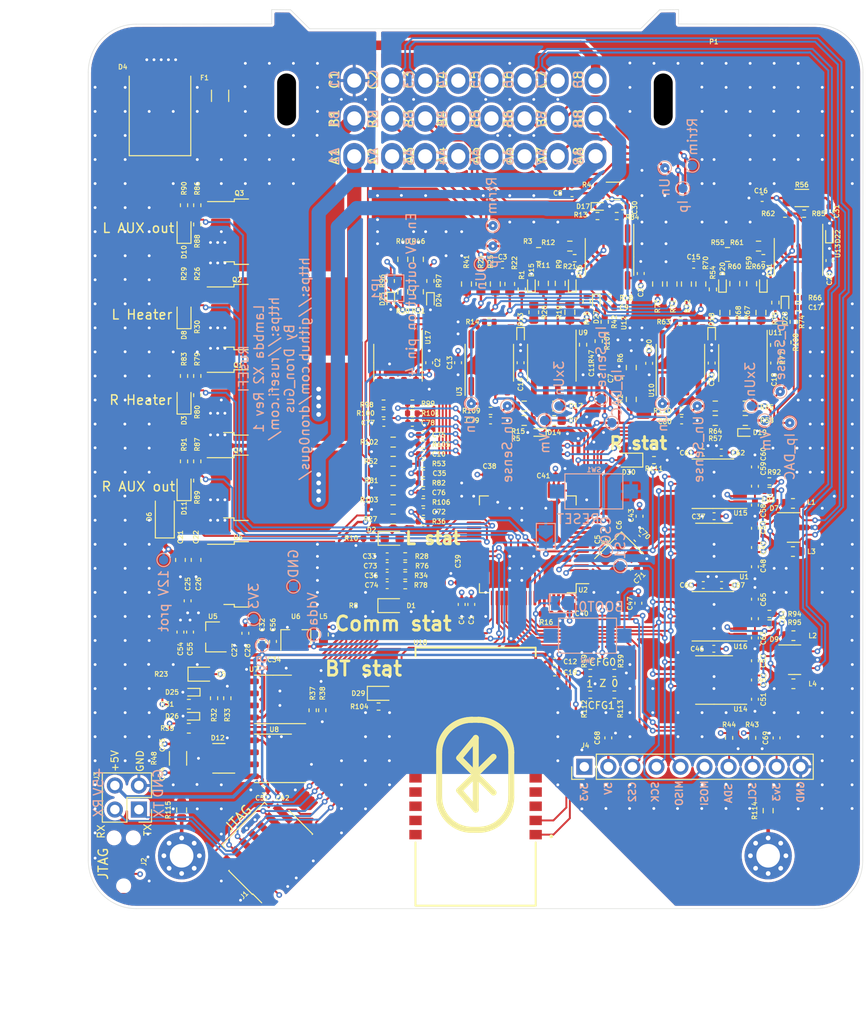
<source format=kicad_pcb>
(kicad_pcb (version 20211014) (generator pcbnew)
  (layers (0 "F.Cu" signal) (1 "In1.Cu" signal) (2 "In2.Cu" signal) (31 "B.Cu" signal) (34 "B.Paste" user) (35 "F.Paste" user) (36 "B.SilkS" user "B.Silkscreen") (37 "F.SilkS" user "F.Silkscreen") (38 "B.Mask" user) (39 "F.Mask" user) (44 "Edge.Cuts" user))
  (net 0 "")
  (net 1 "GND")
  (net 2 "+5V")
  (net 3 "+3V3")
  (net 4 "/nRESET")
  (net 5 "/Nernst_4.9_esr_drive")
  (net 6 "/UART_TX")
  (net 7 "/UART_RX")
  (net 8 "/Boot0")
  (net 9 "/LED_BLUE")
  (net 10 "Net-(D2-Pad1)")
  (net 11 "/SWCLK")
  (net 12 "/SWDIO")
  (net 13 "VDDA")
  (net 14 "12V_RAW")
  (net 15 "/CAN_H")
  (net 16 "/Vout1")
  (net 17 "/CAN_L")
  (net 18 "/Vout2")
  (net 19 "Net-(C3-Pad2)")
  (net 20 "Net-(C9-Pad1)")
  (net 21 "Net-(D1-Pad1)")
  (net 26 "Net-(Q2-Pad1)")
  (net 27 "Net-(D23-Pad1)")
  (net 28 "Net-(D24-Pad1)")
  (net 29 "Net-(C30-Pad1)")
  (net 30 "/Nernst_4.2_esr_drive")
  (net 31 "Net-(C31-Pad1)")
  (net 33 "/CAN_RX")
  (net 34 "/CAN_TX")
  (net 35 "Net-(D5-Pad1)")
  (net 36 "/config0")
  (net 37 "Net-(C21-Pad1)")
  (net 38 "Net-(C70-Pad2)")
  (net 39 "/Nernst_ADV_esr_drive")
  (net 40 "/Nernst_4.9_bias")
  (net 41 "Net-(D13-Pad1)")
  (net 42 "Net-(R14-Pad1)")
  (net 43 "Net-(R19-Pad1)")
  (net 44 "/R_LSU_Heater-")
  (net 45 "Net-(C15-Pad2)")
  (net 46 "Net-(C48-Pad1)")
  (net 47 "Net-(D14-Pad1)")
  (net 48 "Net-(D15-Pad1)")
  (net 49 "Net-(D16-Pad1)")
  (net 50 "Net-(D17-Pad1)")
  (net 51 "Net-(R63-Pad1)")
  (net 52 "Net-(R67-Pad1)")
  (net 53 "Net-(D25-Pad1)")
  (net 54 "/L_LSU_Un")
  (net 55 "/L_LSU_Vm")
  (net 56 "/L_Ip_sense")
  (net 57 "/R_LSU_Un")
  (net 58 "/R_LSU_Vm")
  (net 59 "/L_LSU_Heater-")
  (net 60 "/L_LSU_Rtrim")
  (net 61 "/L_LSU_Ip")
  (net 62 "/L_Un_3x_sense")
  (net 63 "Net-(R107-Pad2)")
  (net 64 "/L_heater_pwm")
  (net 65 "/L_Ip_dac")
  (net 66 "/R_LSU_Rtrim")
  (net 67 "/R_LSU_Ip")
  (net 68 "Net-(R28-Pad1)")
  (net 69 "/L_Heater_sense")
  (net 70 "/LSU analog left/Vgnd_ref")
  (net 71 "/R_Ip_sense")
  (net 72 "/R_Un_3x_sense")
  (net 73 "/R_Ip_dac")
  (net 74 "Net-(C49-Pad2)")
  (net 75 "Net-(C51-Pad1)")
  (net 76 "Net-(C52-Pad2)")
  (net 77 "/R_Heater_sense")
  (net 78 "Net-(D3-Pad2)")
  (net 79 "Net-(Q1-Pad1)")
  (net 80 "/R_heater_pwm")
  (net 81 "/SPI1_SCK")
  (net 82 "/SPI1_MISO")
  (net 83 "/SPI1_MOSI")
  (net 84 "/L_EGT+")
  (net 85 "/L_EGT-")
  (net 86 "/R_EGT+")
  (net 87 "/R_EGT-")
  (net 88 "Net-(D11-Pad2)")
  (net 89 "/L_OD")
  (net 90 "/R_OD")
  (net 91 "Net-(Q3-Pad1)")
  (net 92 "Net-(Q4-Pad1)")
  (net 93 "/LSU analog left/Un_sense")
  (net 94 "/LSU analog right/Un_sense")
  (net 95 "/SPI1_CS0")
  (net 96 "/SPI1_CS1")
  (net 97 "/L_OUT_en")
  (net 98 "/R_OUT_en")
  (net 99 "Net-(C63-Pad1)")
  (net 100 "Net-(C64-Pad2)")
  (net 107 "/SPI1_CS2")
  (net 108 "/I2C1_SCL")
  (net 109 "/I2C1_SDA")
  (net 110 "/L_AUX")
  (net 111 "/R_AUX")
  (net 112 "Net-(D26-Pad1)")
  (net 113 "Net-(D27-Pad1)")
  (net 114 "/L_AUX_ADC")
  (net 115 "Net-(R98-Pad2)")
  (net 116 "/R_AUX_ADC")
  (net 117 "Net-(R99-Pad2)")
  (net 120 "Net-(D18-Pad1)")
  (net 121 "Net-(D28-Pad1)")
  (net 122 "Net-(D19-Pad1)")
  (net 123 "Net-(R15-Pad1)")
  (net 124 "Net-(D20-Pad1)")
  (net 125 "Net-(D21-Pad1)")
  (net 126 "Net-(R32-Pad1)")
  (net 127 "Net-(R37-Pad1)")
  (net 128 "Net-(R57-Pad2)")
  (net 129 "Net-(D22-Pad1)")
  (net 130 "Net-(D8-Pad2)")
  (net 131 "Net-(D10-Pad2)")
  (net 132 "Net-(C9-Pad2)")
  (net 133 "Net-(C59-Pad2)")
  (net 134 "Net-(C58-Pad1)")
  (net 135 "Net-(C17-Pad2)")
  (net 136 "Net-(C17-Pad1)")
  (net 137 "Net-(D29-Pad1)")
  (net 138 "Net-(D29-Pad2)")
  (net 141 "/config1")
  (net 142 "Net-(C71-Pad2)")
  (net 143 "/12V_sense")
  (net 144 "/BT_UART_TX")
  (net 145 "/BT_UART_RX")
  (net 146 "Net-(D4-Pad1)")
  (net 147 "/DACout1")
  (net 148 "/DACout2")
  (net 149 "Net-(C73-Pad1)")
  (net 150 "Net-(C74-Pad1)")
  (net 151 "Net-(R34-Pad1)")
  (net 152 "Net-(R108-Pad2)")
  (net 153 "Net-(R76-Pad1)")
  (net 154 "Net-(R78-Pad1)")
  (net 155 "/L_OUT_sense")
  (net 156 "/R_OUT_sense")
  (net 157 "/L_Un_sense")
  (net 158 "/R_Un_sense")
  (net 159 "/SWO")
  (net 160 "/BT_EN")
  (net 161 "/L_LED_GREEN")
  (net 162 "Net-(D30-Pad1)")
  (net 163 "/R_LED_GREEN")
  (net 164 "Net-(H1-Pad1)")
  (net 165 "Net-(H4-Pad1)")
  (footprint "Resistor_SMD:R_0603_1608Metric" (layer "F.Cu") (at 141.859 73.279)
    (fp_text reference "R7")
    (fp_text value "10k 0.1%")
  )
  (footprint "Resistor_SMD:R_0603_1608Metric" (layer "F.Cu") (at 139.7 61.849 -90)
    (fp_text reference "R20")
    (fp_text value "100k 0.1%")
  )
  (footprint "Resistor_SMD:R_0402_1005Metric" (layer "F.Cu") (at 144.018 56.134)
    (fp_text reference "R21")
    (fp_text value "10k")
  )
  (footprint "Package_TO_SOT_SMD:SOT-23" (layer "F.Cu") (at 105.791 96.139 180)
    (fp_text reference "U5")
    (fp_text value "XC6206P332MR")
  )
  (footprint "Resistor_SMD:R_0402_1005Metric" (layer "F.Cu") (at 116.332 103.886 -90)
    (fp_text reference "R37")
    (fp_text value "82k")
  )
  (footprint "Resistor_SMD:R_0402_1005Metric" (layer "F.Cu") (at 117.348 103.886 90)
    (fp_text reference "R38")
    (fp_text value "160k")
  )
  (footprint "Diode_SMD:D_SMC" (layer "F.Cu") (at 100.203 40.513 90)
    (fp_text reference "D4")
    (fp_text value "SMCJ22CA")
  )
  (footprint "Capacitor_SMD:C_0402_1005Metric" (layer "F.Cu") (at 147.828 84.328 -90)
    (fp_text reference "C6")
    (fp_text value "1u")
  )
  (footprint "Capacitor_SMD:C_0402_1005Metric" (layer "F.Cu") (at 143.736 49.276 180)
    (fp_text reference "C8")
    (fp_text value "1u")
  )
  (footprint "Capacitor_SMD:C_0402_1005Metric" (layer "F.Cu") (at 146.431 84.328 -90)
    (fp_text reference "C5")
    (fp_text value "100n")
  )
  (footprint "Capacitor_SMD:C_0402_1005Metric" (layer "F.Cu") (at 133.096 92.71 -90)
    (fp_text reference "C1")
    (fp_text value "1u")
  )
  (footprint "Capacitor_SMD:C_0402_1005Metric" (layer "F.Cu") (at 144.907 67.183 -90)
    (fp_text reference "C11")
    (fp_text value "100n")
  )
  (footprint "Resistor_SMD:R_0402_1005Metric" (layer "F.Cu") (at 107.315 102.616 -90)
    (fp_text reference "R33")
    (fp_text value "160k")
  )
  (footprint "Capacitor_SMD:C_0402_1005Metric" (layer "F.Cu") (at 147.701 61.341 180)
    (fp_text reference "C9")
    (fp_text value "33n")
  )
  (footprint "Capacitor_SMD:C_0402_1005Metric" (layer "F.Cu") (at 148.717 68.834 90)
    (fp_text reference "C7")
    (fp_text value "1u")
  )
  (footprint "Resistor_SMD:R_0603_1608Metric" (layer "F.Cu") (at 138.684 71.755 180)
    (fp_text reference "R15")
    (fp_text value "2.7k 0.1%")
  )
  (footprint "Resistor_SMD:R_0603_1608Metric" (layer "F.Cu") (at 142.494 58.801 90)
    (fp_text reference "R9")
    (fp_text value "10k 0.1%")
  )
  (footprint "LED_SMD:LED_0603_1608Metric" (layer "F.Cu") (at 104.648 100.076)
    (fp_text reference "D5")
    (fp_text value "GREEN")
  )
  (footprint "Resistor_SMD:R_0603_1608Metric" (layer "F.Cu") (at 150.001 67.691 90)
    (fp_text reference "R6")
    (fp_text value "10k 0.1%")
  )
  (footprint "Resistor_SMD:R_0603_1608Metric" (layer "F.Cu") (at 138.684 73.279)
    (fp_text reference "R5")
    (fp_text value "10k 0.1%")
  )
  (footprint "Resistor_SMD:R_0402_1005Metric" (layer "F.Cu") (at 104.14 61.595 90)
    (fp_text reference "R30")
    (fp_text value "10k")
  )
  (footprint "Resistor_SMD:R_0603_1608Metric" (layer "F.Cu") (at 103.251 105.791 180)
    (fp_text reference "R35")
    (fp_text value "330R")
  )
  (footprint "Resistor_SMD:R_0402_1005Metric" (layer "F.Cu") (at 104.14 59.563 90)
    (fp_text reference "R26")
    (fp_text value "1k")
  )
  (footprint "Resistor_SMD:R_0402_1005Metric" (layer "F.Cu") (at 102.743 59.563 90)
    (fp_text reference "R29")
    (fp_text value "1k")
  )
  (footprint "Resistor_SMD:R_0603_1608Metric" (layer "F.Cu") (at 103.251 103.251 180)
    (fp_text reference "R31")
    (fp_text value "330R")
  )
  (footprint "Resistor_SMD:R_0402_1005Metric" (layer "F.Cu") (at 141 93.7 180)
    (fp_text reference "R16")
    (fp_text value "10k")
  )
  (footprint "Resistor_SMD:R_0402_1005Metric" (layer "F.Cu") (at 147.701 60.325 180)
    (fp_text reference "R18")
    (fp_text value "10k")
  )
  (footprint "Resistor_SMD:R_0603_1608Metric" (layer "F.Cu") (at 137.16 58.865 90)
    (fp_text reference "R22")
    (fp_text value "62k 1%")
  )
  (footprint "Resistor_SMD:R_0402_1005Metric" (layer "F.Cu") (at 105.918 102.616 90)
    (fp_text reference "R32")
    (fp_text value "82k")
  )
  (footprint "Resistor_SMD:R_0603_1608Metric" (layer "F.Cu") (at 143.51 61.849 90)
    (fp_text reference "R19")
    (fp_text value "100k 0.1%")
  )
  (footprint "Resistor_SMD:R_0402_1005Metric" (layer "F.Cu") (at 126.113 87.63 180)
    (fp_text reference "R28")
    (fp_text value "3.3k")
  )
  (footprint "Resistor_SMD:R_0402_1005Metric" (layer "F.Cu") (at 135.001 62.865 180)
    (fp_text reference "R14")
    (fp_text value "10k")
  )
  (footprint "Resistor_SMD:R_0603_1608Metric" (layer "F.Cu") (at 141.859 71.755)
    (fp_text reference "R17")
    (fp_text value "30k 1%")
  )
  (footprint "Resistor_SMD:R_0603_1608Metric" (layer "F.Cu") (at 134.112 58.865 -90)
    (fp_text reference "R24")
    (fp_text value "22k 0.1%")
  )
  (footprint "Capacitor_SMD:C_0402_1005Metric" (layer "F.Cu") (at 108.077 95.758 -90)
    (fp_text reference "C27")
    (fp_text value "100n")
  )
  (footprint "Capacitor_SMD:C_0402_1005Metric" (layer "F.Cu") (at 112.245 99.441)
    (fp_text reference "C34")
    (fp_text value "100n")
  )
  (footprint "Capacitor_SMD:C_0603_1608Metric" (layer "F.Cu") (at 102.362 88.011 -90)
    (fp_text reference "C21")
    (fp_text value "1u  25V")
  )
  (footprint "Capacitor_SMD:C_0603_1608Metric" (layer "F.Cu") (at 104.013 88.011 -90)
    (fp_text reference "C22")
    (fp_text value "100n  25V")
  )
  (footprint "Capacitor_SMD:C_0402_1005Metric" (layer "F.Cu") (at 110.998 96.647 90)
    (fp_text reference "C32")
    (fp_text value "1u")
  )
  (footprint "Capacitor_SMD:C_0402_1005Metric" (layer "F.Cu") (at 103.124 92.329 -90)
    (fp_text reference "C25")
    (fp_text value "1u")
  )
  (footprint "Capacitor_SMD:C_0402_1005Metric" (layer "F.Cu") (at 104.267 92.329 -90)
    (fp_text reference "C26")
    (fp_text value "100n")
  )
  (footprint "Capacitor_SMD:C_0402_1005Metric" (layer "F.Cu") (at 124.208 87.63 180)
    (fp_text reference "C33")
    (fp_text value "100n")
  )
  (footprint "LED_SMD:LED_0603_1608Metric" (layer "F.Cu") (at 124.714 92.837)
    (fp_text reference "D1")
    (fp_text value "BLUE")
  )
  (footprint "Capacitor_SMD:C_0402_1005Metric" (layer "F.Cu") (at 109.22 95.758 -90)
    (fp_text reference "C28")
    (fp_text value "1u")
  )
  (footprint "LED_SMD:LED_0603_1608Metric" (layer "F.Cu") (at 124.737 85.725)
    (fp_text reference "D2")
    (fp_text value "GREEN")
  )
  (footprint "Fuse:Fuse_1206_3216Metric" (layer "F.Cu") (at 106.553 38.989 90)
    (fp_text reference "F1")
    (fp_text value "BSMD1206-025-33V")
  )
  (footprint "Resistor_SMD:R_0603_1608Metric" (layer "F.Cu") (at 140.716 58.801 90)
    (fp_text reference "R11")
    (fp_text value "10k 0.1%")
  )
  (footprint "Resistor_SMD:R_0402_1005Metric" (layer "F.Cu") (at 146.429 51.689)
    (fp_text reference "R13")
    (fp_text value "10k 1%")
  )
  (footprint "Resistor_SMD:R_0805_2012Metric" (layer "F.Cu") (at 140.208 55.753 180)
    (fp_text reference "R3")
    (fp_text value "61.9R 1%")
  )
  (footprint "Resistor_SMD:R_0402_1005Metric" (layer "F.Cu") (at 122.174 92.837)
    (fp_text reference "R8")
    (fp_text value "1k")
  )
  (footprint "Resistor_SMD:R_0603_1608Metric" (layer "F.Cu") (at 143.51 54.864)
    (fp_text reference "R12")
    (fp_text value "47R")
  )
  (footprint "LED_SMD:LED_0603_1608Metric" (layer "F.Cu") (at 102.743 62.103 90)
    (fp_text reference "D8")
    (fp_text value "RED")
  )
  (footprint "Resistor_SMD:R_0402_1005Metric" (layer "F.Cu") (at 138.43 59.436 -90)
    (fp_text reference "R1")
    (fp_text value "10k")
  )
  (footprint "Package_TO_SOT_SMD:TO-252-2" (layer "F.Cu") (at 110.49 62.357)
    (fp_text reference "Q2")
    (fp_text value "BTS3028")
  )
  (footprint "Resistor_SMD:R_0402_1005Metric" (layer "F.Cu") (at 122.197 85.725)
    (fp_text reference "R10")
    (fp_text value "1k")
  )
  (footprint "Resistor_SMD:R_0603_1608Metric" (layer "F.Cu") (at 150.001 71.056 90)
    (fp_text reference "R2")
    (fp_text value "10k 0.1%")
  )
  (footprint "Connector_PinHeader_1.27mm:PinHeader_2x07_P1.27mm_Vertical_SMD" (layer "F.Cu") (at 111.9 118.9 135)
    (fp_text reference "J1")
    (fp_text value "FTSH-107-01-F-DV-K")
  )
  (footprint "Package_QFP:LQFP-64_10x10mm_P0.5mm" (layer "F.Cu") (at 139.065 86.36 180)
    (fp_text reference "U2")
    (fp_text value "STM32F103RCTx")
  )
  (footprint "Capacitor_SMD:C_0402_1005Metric" (layer "F.Cu") (at 135.024 79.0055)
    (fp_text reference "C38")
    (fp_text value "100n")
  )
  (footprint "Capacitor_SMD:C_0402_1005Metric" (layer "F.Cu") (at 131.699 89.916 90)
    (fp_text reference "C39")
    (fp_text value "100n")
  )
  (footprint "Capacitor_SMD:C_0402_1005Metric" (layer "F.Cu") (at 142.979 93.674 180)
    (fp_text reference "C40")
    (fp_text value "100n")
  )
  (footprint "Capacitor_SMD:C_0402_1005Metric" (layer "F.Cu") (at 142.494 79.121)
    (fp_text reference "C41")
    (fp_text value "100n")
  )
  (footprint "Capacitor_SMD:C_0402_1005Metric" (layer "F.Cu") (at 124.208 89.662 180)
    (fp_text reference "C36")
    (fp_text value "100n")
  )
  (footprint "Resistor_SMD:R_0402_1005Metric" (layer "F.Cu") (at 126.113 89.662 180)
    (fp_text reference "R34")
    (fp_text value "3.3k")
  )
  (footprint "Capacitor_SMD:C_0402_1005Metric" (layer "F.Cu") (at 113.157 112.268)
    (fp_text reference "C42")
    (fp_text value "100n")
  )
  (footprint "Capacitor_SMD:C_0402_1005Metric" (layer "F.Cu") (at 103.886 110.236 -90)
    (fp_text reference "C44")
    (fp_text value "47p")
  )
  (footprint "Capacitor_SMD:C_0402_1005Metric" (layer "F.Cu") (at 103.886 107.696 -90)
    (fp_text reference "C45")
    (fp_text value "47p")
  )
  (footprint "Connector_PinHeader_2.54mm:PinHeader_2x02_P2.54mm_Vertical" (layer "F.Cu") (at 97.975 114.375 180)
    (fp_text reference "J3")
    (fp_text value "Conn_02x02_Odd_Even")
  )
  (footprint "Resistor_SMD:R_0402_1005Metric" (layer "F.Cu") (at 102.108 100.076)
    (fp_text reference "R23")
    (fp_text value "1k")
  )
  (footprint "Package_SO:SOIC-8_3.9x4.9mm_P1.27mm" (layer "F.Cu") (at 112.141 108.966 180)
    (fp_text reference "U8")
    (fp_text value "TJA1051T-3")
  )
  (footprint "Connector_PinHeader_2.54mm:PinHeader_1x10_P2.54mm_Vertical" (layer "F.Cu") (at 145.039 109.855 90)
    (fp_text reference "J4")
    (fp_text value "Conn_01x10")
  )
  (footprint "Package_TO_SOT_SMD:TO-252-2" (layer "F.Cu") (at 110.525 89.535)
    (fp_text reference "U4")
    (fp_text value "LM78M05_TO252")
  )
  (footprint "Package_SO:SOIC-8_3.9x4.9mm_P1.27mm" (layer "F.Cu") (at 112.141 102.743 180)
    (fp_text reference "U7")
    (fp_text value "MCP6002T-I/SN")
  )
  (footprint "Resistor_SMD:R_0402_1005Metric" (layer "F.Cu") (at 148.207 99.949)
    (fp_text reference "R39")
    (fp_text value "0R")
  )
  (footprint "Capacitor_SMD:C_0402_1005Metric" (layer "F.Cu") (at 132.08 92.71 -90)
    (fp_text reference "C4")
    (fp_text value "4.7u")
  )
  (footprint "Resistor_SMD:R_1206_3216Metric" (layer "F.Cu") (at 148.082 49.022)
    (fp_text reference "R4")
    (fp_text value "10R")
  )
  (footprint "Package_TO_SOT_SMD:SOT-23" (layer "F.Cu") (at 114.554 96.139 90)
    (fp_text reference "U6")
    (fp_text value "REF3033")
  )
  (footprint "Capacitor_SMD:C_0402_1005Metric" (layer "F.Cu") (at 163.068 86.696 90)
    (fp_text reference "C49")
    (fp_text value "100n")
  )
  (footprint "Resistor_SMD:R_0402_1005Metric" (layer "F.Cu") (at 145.669 102.235 180)
    (fp_text reference "R112")
    (fp_text value "10k")
  )
  (footprint "Capacitor_SMD:C_0402_1005Metric" (layer "F.Cu") (at 124.208 88.646 180)
    (fp_text reference "C73")
    (fp_text value "100n")
  )
  (footprint "Capacitor_SMD:C_0402_1005Metric" (layer "F.Cu") (at 165.1 67.214 -90)
    (fp_text reference "C18")
    (fp_text value "100n")
  )
  (footprint "Resistor_SMD:R_0402_1005Metric" (layer "F.Cu") (at 146.558 64.899 90)
    (fp_text reference "R107")
    (fp_text value "10k")
  )
  (footprint "Capacitor_SMD:C_0402_1005Metric" (layer "F.Cu") (at 163.068 82.223 -90)
    (fp_text reference "C58")
    (fp_text value "10nF 50V")
  )
  (footprint "Resistor_SMD:R_0402_1005Metric" (layer "F.Cu") (at 148.209 102.235)
    (fp_text reference "R113")
    (fp_text value "0R")
  )
  (footprint "Resistor_SMD:R_0603_1608Metric" (layer "F.Cu") (at 124.841 75.565)
    (fp_text reference "R102")
    (fp_text value "100k 1%")
  )
  (footprint "Resistor_SMD:R_0402_1005Metric" (layer "F.Cu") (at 104.14 77.597 90)
    (fp_text reference "R87")
    (fp_text value "1k")
  )
  (footprint "Package_TO_SOT_SMD:SOT-23" (layer "F.Cu") (at 167.132 84.582)
    (fp_text reference "D7")
    (fp_text value "NUP2105L")
  )
  (footprint "Inductor_SMD:L_0603_1608Metric" (layer "F.Cu") (at 167.0835 87.122 180)
    (fp_text reference "L3")
    (fp_text value "470R@100MHz")
  )
  (footprint "Resistor_SMD:R_0402_1005Metric" (layer "F.Cu") (at 128.016 83.947 180)
    (fp_text reference "R36")
    (fp_text value "10k 1%")
  )
  (footprint "Capacitor_SMD:C_0402_1005Metric" (layer "F.Cu") (at 157.607 90.661)
    (fp_text reference "C66")
    (fp_text value "100n")
  )
  (footprint "Capacitor_SMD:C_0402_1005Metric" (layer "F.Cu") (at 150.241 89.281 -135)
    (fp_text reference "C71")
    (fp_text value "20pF 50V")
  )
  (footprint "LED_SMD:LED_0603_1608Metric" (layer "F.Cu") (at 102.743 71.12 90)
    (fp_text reference "D3")
    (fp_text value "RED")
  )
  (footprint "Resistor_SMD:R_0402_1005Metric" (layer "F.Cu") (at 128.016 79.883 180)
    (fp_text reference "R82")
    (fp_text value "10k 1%")
  )
  (footprint "Capacitor_SMD:C_0402_1005Metric" (layer "F.Cu") (at 128.016 76.835)
    (fp_text reference "C10")
    (fp_text value "1n")
  )
  (footprint "Resistor_SMD:R_0603_1608Metric" (layer "F.Cu") (at 124.841 83.693)
    (fp_text reference "R27")
    (fp_text value "100k 1%")
  )
  (footprint "Capacitor_SMD:C_0402_1005Metric" (layer "F.Cu") (at 124.208 90.678 180)
    (fp_text reference "C74")
    (fp_text value "100n")
  )
  (footprint "Resistor_SMD:R_0603_1608Metric" (layer "F.Cu") (at 163.703 61.88 90)
    (fp_text reference "R67")
    (fp_text value "100k 0.1%")
  )
  (footprint "Resistor_SMD:R_0402_1005Metric" (layer "F.Cu") (at 147.193 62.865 90)
    (fp_text reference "R42")
    (fp_text value "68k")
  )
  (footprint "Resistor_SMD:R_0402_1005Metric" (layer "F.Cu") (at 128.778 58.547 -90)
    (fp_text reference "R97")
    (fp_text value "10k")
  )
  (footprint "Resistor_SMD:R_0402_1005Metric" (layer "F.Cu") (at 104.14 68.58 90)
    (fp_text reference "R79")
    (fp_text value "1k")
  )
  (footprint "Inductor_SMD:L_0603_1608Metric" (layer "F.Cu") (at 167.132 101.092 180)
    (fp_text reference "L4")
    (fp_text value "470R@100MHz")
  )
  (footprint "local:JDY-33" (layer "F.Cu") (at 133.55 110.7 180)
    (fp_text reference "U18")
    (fp_text value "JDY-33")
  )
  (footprint "Capacitor_SMD:C_0402_1005Metric" (layer "F.Cu") (at 157.607 76.663)
    (fp_text reference "C61")
    (fp_text value "100n")
  )
  (footprint "Package_SO:SOIC-8_3.9x4.9mm_P1.27mm" (layer "F.Cu") (at 125.349 67.183 -90)
    (fp_text reference "U17")
    (fp_text value "MCP6002T-I/SN")
  )
  (footprint "Resistor_SMD:R_0603_1608Metric" (layer "F.Cu") (at 132.588 58.865 -90)
    (fp_text reference "R41")
    (fp_text value "6.8k 0.1%")
  )
  (footprint "MountingHole:MountingHole_2.5mm_Pad_Via" (layer "F.Cu") (at 164.465 119.253)
    (fp_text reference "H1" hide)
    (fp_text value "MountingHole_Pad")
  )
  (footprint "Capacitor_SMD:C_0402_1005Metric" (layer "F.Cu") (at 131.699 67.183 -90)
    (fp_text reference "C13")
    (fp_text value "100n")
  )
  (footprint "Resistor_SMD:R_0402_1005Metric" (layer "F.Cu") (at 123.3 103.5 180)
    (fp_text reference "R104")
    (fp_text value "1k")
  )
  (footprint "Capacitor_SMD:C_0402_1005Metric" (layer "F.Cu") (at 128.044 82.931)
    (fp_text reference "C72")
    (fp_text value "1n")
  )
  (footprint "Resistor_SMD:R_0603_1608Metric" (layer "F.Cu") (at 155.829 58.865 -90)
    (fp_text reference "R72")
    (fp_text value "47k 1%")
  )
  (footprint "Capacitor_SMD:C_0402_1005Metric" (layer "F.Cu") (at 155.321 73.279)
    (fp_text reference "C80")
    (fp_text value "1n")
  )
  (footprint "Resistor_SMD:R_0402_1005Metric" (layer "F.Cu") (at 152.398 77.47 180)
    (fp_text reference "R111")
    (fp_text value "1k")
  )
  (footprint "Resistor_SMD:R_0402_1005Metric" (layer "F.Cu") (at 128.016 81.915 180)
    (fp_text reference "R106")
    (fp_text value "10k 1%")
  )
  (footprint "Resistor_SMD:R_0402_1005Metric" (layer "F.Cu") (at 145.667 99.949 180)
    (fp_text reference "R49")
    (fp_text value "10k")
  )
  (footprint "Resistor_SMD:R_0402_1005Metric" (layer "F.Cu") (at 126.115 90.678 180)
    (fp_text reference "R78")
    (fp_text value "3.3k")
  )
  (footprint "Diode_SMD:D_SOD-923" (layer "F.Cu") (at 146.304 60.745 -90)
    (fp_text reference "D27")
    (fp_text value "ESD5V0D9B")
  )
  (footprint "Resistor_SMD:R_0603_1608Metric" (layer "F.Cu") (at 102.489 114.427 90)
    (fp_text reference "R115")
    (fp_text value "47R")
  )
  (footprint "Resistor_SMD:R_0805_2012Metric" (layer "F.Cu") (at 160.1705 55.753 180)
    (fp_text reference "R55")
    (fp_text value "61.9R 1%")
  )
  (footprint "Resistor_SMD:R_0402_1005Metric" (layer "F.Cu") (at 104.14 70.612 90)
    (fp_text reference "R80")
    (fp_text value "10k")
  )
  (footprint "Capacitor_SMD:C_0402_1005Metric" (layer "F.Cu") (at 158.722 97.392 180)
    (fp_text reference "C46")
    (fp_text value "100n")
  )
  (footprint "Resistor_SMD:R_0402_1005Metric" (layer "F.Cu") (at 164.592 79.711 180)
    (fp_text reference "R92")
    (fp_text value "100R")
  )
  (footprint "Diode_SMD:D_SOD-923" (layer "F.Cu") (at 139.446 58.928 90)
    (fp_text reference "D15")
    (fp_text value "ESD5V0D9B")
  )
  (footprint "Capacitor_SMD:C_0402_1005Metric" (layer "F.Cu") (at 126.873 73.533)
    (fp_text reference "C78")
    (fp_text value "1n")
  )
  (footprint "Resistor_SMD:R_0402_1005Metric" (layer "F.Cu") (at 124.587 58.547 -90)
    (fp_text reference "R96")
    (fp_text value "10k")
  )
  (footprint "Resistor_SMD:R_0402_1005Metric" (layer "F.Cu") (at 104.14 79.629 90)
    (fp_text reference "R89")
    (fp_text value "10k")
  )
  (footprint "Diode_SMD:D_SOD-923" (layer "F.Cu") (at 170.942 53.721 90)
    (fp_text reference "D22")
    (fp_text value "ESD5V0D9B")
  )
  (footprint "rusefi:tc2030-idc-nl" (layer "F.Cu") (at 96.365 122.44 90)
    (fp_text reference "J2")
    (fp_text value "tc2030-idc-nl")
  )
  (footprint "Resistor_SMD:R_0603_1608Metric" (layer "F.Cu") (at 125.857 56.261 90)
    (fp_text reference "R40")
    (fp_text value "1K")
  )
  (footprint "Package_SO:SOIC-8_3.9x4.9mm_P1.27mm" (layer "F.Cu") (at 158.75 86.696 180)
    (fp_text reference "U1")
    (fp_text value "MAX31855KASA")
  )
  (footprint "Resistor_SMD:R_0402_1005Metric" (layer "F.Cu") (at 102.743 50.546 90)
    (fp_text reference "R90")
    (fp_text value "1k")
  )
  (footprint "Package_SO:SOIC-8_3.9x4.9mm_P1.27mm" (layer "F.Cu") (at 158.75 100.694 180)
    (fp_text reference "U14")
    (fp_text value "MAX31855KASA")
  )
  (footprint "Capacitor_SMD:C_0402_1005Metric" (layer "F.Cu") (at 123.853 73.533 180)
    (fp_text reference "C77")
    (fp_text value "1n")
  )
  (footprint "LED_SMD:LED_0603_1608Metric" (layer "F.Cu") (at 102.743 53.086 90)
    (fp_text reference "D10")
    (fp_text value "RED")
  )
  (footprint "Resistor_SMD:R_0603_1608Metric" (layer "F.Cu") (at 124.841 79.629)
    (fp_text reference "R81")
    (fp_text value "100k 1%")
  )
  (footprint "Resistor_SMD:R_0402_1005Metric" (layer "F.Cu") (at 148.465 51.689 180)
    (fp_text reference "R84")
    (fp_text value "10k 1%")
  )
  (footprint "Package_SO:TSSOP-14_4.4x5mm_P0.65mm" (layer "F.Cu") (at 158.623 79.965 180)
    (fp_text reference "U15")
    (fp_text value "MAX31856")
  )
  (footprint "Inductor_SMD:L_0603_1608Metric" (layer "F.Cu") (at 117.475 95.885 90)
    (fp_text reference "L5")
    (fp_text value "470R@100MHz")
  )
  (footprint "Resistor_SMD:R_0603_1608Metric" (layer "F.Cu") (at 157.353 58.865 90)
    (fp_text reference "R70")
    (fp_text value "62k 1%")
  )
  (footprint "Diode_SMD:D_SOD-923" (layer "F.Cu") (at 159.639 58.928 90)
    (fp_text reference "D20")
    (fp_text value "ESD5V0D9B")
  )
  (footprint "Package_TO_SOT_SMD:TO-252-2" (layer "F.Cu") (at 110.49 80.391)
    (fp_text reference "Q4")
    (fp_text value "BTS3028")
  )
  (footprint "Diode_SMD:D_SOD-923" (layer "F.Cu") (at 146.558 50.673)
    (fp_text reference "D17")
    (fp_text value "ESD5V0D9B")
  )
  (footprint "Resistor_SMD:R_0603_1608Metric" (layer "F.Cu") (at 154.305 58.865 -90)
    (fp_text reference "R71")
    (fp_text value "22k 0.1%")
  )
  (footprint "Package_SO:SOIC-8_3.9x4.9mm_P1.27mm" (layer "F.Cu") (at 135.001 67.183 90)
    (fp_text reference "U3")
    (fp_text value "MCP6002T-I/SN")
  )
  (footprint "Diode_SMD:D_SOD-923" (layer "F.Cu") (at 143.764 58.928 90)
    (fp_text reference "D16")
    (fp_text value "ESD5V0D9B")
  )
  (footprint "Resistor_SMD:R_0603_1608Metric" (layer "F.Cu") (at 160.941 58.832 90)
    (fp_text reference "R60")
    (fp_text value "10k 0.1%")
  )
  (footprint "Capacitor_SMD:C_0402_1005Metric" (layer "F.Cu") (at 141.9 99.9 180)
    (fp_text reference "C19")
    (fp_text value "100n")
  )
  (footprint "Resistor_SMD:R_0402_1005Metric" (layer "F.Cu") (at 102.743 77.597 90)
    (fp_text reference "R91")
    (fp_text value "1k")
  )
  (footprint "Capacitor_SMD:C_0402_1005Metric" (layer "F.Cu") (at 128.651 67.183 90)
    (fp_text reference "C2")
    (fp_text value "100n")
  )
  (footprint "Diode_SMD:D_SOD-923" (layer "F.Cu") (at 166.243 60.96 -90)
    (fp_text reference "D28")
    (fp_text value "ESD5V0D9B")
  )
  (footprint "Capacitor_SMD:C_0402_1005Metric" (layer "F.Cu") (at 149.098 50.673 180)
    (fp_text reference "C30")
    (fp_text value "1u")
  )
  (footprint "Capacitor_SMD:C_0402_1005Metric" (layer "F.Cu") (at 112.141 96.619 90)
    (fp_text reference "C56")
    (fp_text value "100n")
  )
  (footprint "Package_TO_SOT_SMD:TO-252-2" (layer "F.Cu") (at 110.49 71.374)
    (fp_text reference "Q1")
    (fp_text value "BTS3028")
  )
  (footprint "Capacitor_SMD:C_0402_1005Metric" (layer "F.Cu") (at 170.942 56.388 90)
    (fp_text reference "C29")
    (fp_text value "100n")
  )
  (footprint "Capacitor_SMD:C_0402_1005Metric" (layer "F.Cu") (at 163.068 80.219 90)
    (fp_text reference "C59")
    (fp_text value "100n")
  )
  (footprint "Capacitor_SMD:C_0402_1005Metric" (layer "F.Cu") (at 150.622 85.725 135)
    (fp_text reference "C70")
    (fp_text value "20pF 50V")
  )
  (footprint "Capacitor_SMD:C_0402_1005Metric" (layer "F.Cu") (at 136.398 56.833 180)
    (fp_text reference "C3")
    (fp_text value "100n")
  )
  (footprint "Capacitor_SMD:C_0402_1005Metric" (layer "F.Cu") (at 165.354 106.807 90)
    (fp_text reference "C69")
    (fp_text value "100n")
  )
  (footprint "Resistor_SMD:R_0402_1005Metric" (layer "F.Cu") (at 160.3365 106.805 -90)
    (fp_text reference "R44")
    (fp_text value "3.3k")
  )
  (footprint "Resistor_SMD:R_0402_1005Metric" (layer "F.Cu") (at 126.113 88.646 180)
    (fp_text reference "R76")
    (fp_text value "3.3k")
  )
  (footprint "Resistor_SMD:R_0402_1005Metric" (layer "F.Cu") (at 164.592 80.727 180)
    (fp_text reference "R93")
    (fp_text value "100R")
  )
  (footprint "Capacitor_SMD:C_0402_1005Metric" (layer "F.Cu") (at 163.068 78.187 90)
    (fp_text reference "C60")
    (fp_text value "10nF 50V")
  )
  (footprint "Resistor_SMD:R_0603_1608Metric" (layer "F.Cu") (at 127.508 56.261 90)
    (fp_text reference "R46")
    (fp_text value "1K")
  )
  (footprint "Resistor_SMD:R_0603_1608Metric" (layer "F.Cu") (at 152.781 58.865 -90)
    (fp_text reference "R73")
    (fp_text value "6.8k 0.1%")
  )
  (footprint "Capacitor_SMD:C_0402_1005Metric" (layer "F.Cu") (at 163.068 92.157 90)
    (fp_text reference "C65")
    (fp_text value "10nF 50V")
  )
  (footprint "Resistor_SMD:R_0402_1005Metric" (layer "F.Cu") (at 164.592 93.709 180)
    (fp_text reference "R94")
    (fp_text value "100R")
  )
  (footprint "Diode_SMD:D_SOD-923" (layer "F.Cu") (at 162.052 74.549)
    (fp_text reference "D19")
    (fp_text value "ESD5V0D9B")
  )
  (footprint "Capacitor_SMD:C_0402_1005Metric" (layer "F.Cu") (at 102.362 95.631 90)
    (fp_text reference "C54")
    (fp_text value "1u")
  )
  (footprint "Capacitor_SMD:C_0402_1005Metric" (layer "F.Cu") (at 128.051 78.867)
    (fp_text reference "C35")
    (fp_text value "1n")
  )
  (footprint "Diode_SMD:D_SOD-923" (layer "F.Cu") (at 138.303 64.262 -90)
    (fp_text reference "D13")
    (fp_text value "ESD5V0D9B")
  )
  (footprint "Resistor_SMD:R_0603_1608Metric" (layer "F.Cu") (at 158.877 73.279)
    (fp_text reference "R57")
    (fp_text value "10k 0.1%")
  )
  (footprint "Resistor_SMD:R_0402_1005Metric" (layer "F.Cu") (at 168.275 51.435 180)
    (fp_text reference "R85")
    (fp_text value "10k 1%")
  )
  (footprint "Resistor_SMD:R_0603_1608Metric" (layer "F.Cu") (at 162.052 73.279)
    (fp_text reference "R58")
    (fp_text value "10k 0.1%")
  )
  (footprint "Resistor_SMD:R_0402_1005Metric" (layer "F.Cu") (at 126.871 72.517 180)
    (fp_text reference "R101")
    (fp_text value "160k")
  )
  (footprint "Capacitor_SMD:C_0402_1005Metric" (layer "F.Cu") (at 147.574 106.807 90)
    (fp_text reference "C68")
    (fp_text value "100n")
  )
  (footprint "Resistor_SMD:R_0402_1005Metric" (layer "F.Cu") (at 123.825 72.517)
    (fp_text reference "R100")
    (fp_text value "160k")
  )
  (footprint "Inductor_SMD:L_0603_1608Metric" (layer "F.Cu") (at 167.132 96.012 180)
    (fp_text reference "L2")
    (fp_text value "470R@100MHz")
  )
  (footprint "Diode_SMD:D_SOD-923" (layer "F.Cu") (at 103.632 101.981 180)
    (fp_text reference "D25")
    (fp_text value "ESD5V0D9B")
  )
  (footprint "Capacitor_SMD:C_0402_1005Metric" (layer "F.Cu") (at 163.068 88.728 -90)
    (fp_text reference "C48")
    (fp_text value "10nF 50V")
  )
  (footprint "Capacitor_SMD:C_0402_1005Metric" (layer "F.Cu") (at 163.068 84.664 90)
    (fp_text reference "C50")
    (fp_text value "10nF 50V")
  )
  (footprint "Capacitor_SMD:C_0402_1005Metric" (layer "F.Cu") (at 163.068 96.249 -90)
    (fp_text reference "C63")
    (fp_text value "10nF 50V")
  )
  (footprint "Capacitor_SMD:C_0402_1005Metric" (layer "F.Cu") (at 111.125 112.268 180)
    (fp_text reference "C57")
    (fp_text value "100n")
  )
  (footprint "Resistor_SMD:R_0603_1608Metric" (layer "F.Cu") (at 125.857 59.69 90)
    (fp_text reference "R50")
    (fp_text value "1K")
  )
  (footprint "Resistor_SMD:R_0603_1608Metric" (layer "F.Cu") (at 158.877 71.755 180)
    (fp_text reference "R64")
    (fp_text value "2.7k 0.1%")
  )
  (footprint "Package_SO:TSSOP-14_4.4x5mm_P0.65mm" (layer "F.Cu") (at 158.623 93.963 180)
    (fp_text reference "U16")
    (fp_text value "MAX31856")
  )
  (footprint "Resistor_SMD:R_0603_1608Metric" (layer "F.Cu") (at 124.841 77.597)
    (fp_text reference "R52")
    (fp_text value "100k 1%")
  )
  (footprint "Capacitor_SMD:C_0402_1005Metric" (layer "F.Cu") (at 151.003 57.757 90)
    (fp_text reference "C24")
    (fp_text value "100n")
  )
  (footprint "Capacitor_SMD:C_0402_1005Metric" (layer "F.Cu") (at 163.068 94.217 90)
    (fp_text reference "C64")
    (fp_text value "100n")
  )
  (footprint "Capacitor_SMD:C_0402_1005Metric" (layer "F.Cu") (at 151.892 67.245 -90)
    (fp_text reference "C20")
    (fp_text value "100n")
  )
  (footprint "Package_SO:SOIC-8_3.9x4.9mm_P1.27mm" (layer "F.Cu") (at 147.701 56.007 -90)
    (fp_text reference "U12")
    (fp_text value "MCP6002T-I/SN")
  )
  (footprint "Diode_SMD:D_SOD-923" (layer "F.Cu") (at 140.208 74.549 180)
    (fp_text reference "D14")
    (fp_text value "ESD5V0D9B")
  )
  (footprint "Resistor_SMD:R_0402_1005Metric" (layer "F.Cu") (at 123.825 71.501)
    (fp_text reference "R98")
    (fp_text value "82k")
  )
  (footprint "Resistor_SMD:R_0402_1005Metric" (layer "F.Cu") (at 167.164 62.865 90)
    (fp_text reference "R74")
    (fp_text value "68k")
  )
  (footprint "Resistor_SMD:R_0603_1608Metric" (layer "F.Cu") (at 135.636 58.865 -90)
    (fp_text reference "R25")
    (fp_text value "47k 1%")
  )
  (footprint "Package_SO:SOIC-8_3.9x4.9mm_P1.27mm" (layer "F.Cu") (at 167.672 56.007 -90)
    (fp_text reference "U13")
    (fp_text value "MCP6002T-I/SN")
  )
  (footprint "Capacitor_SMD:C_0402_1005Metric" (layer "F.Cu") (at 163.83 49.784 180)
    (fp_text reference "C16")
    (fp_text value "1u")
  )
  (footprint "Resistor_SMD:R_0603_1608Metric" (layer "F.Cu") (at 164.465 114.49 90)
    (fp_text reference "R114")
    (fp_text value "47R")
  )
  (footprint "local:33311-24AW-2" (layer "F.Cu") (at 120.727 45.379)
    (fp_text reference "P1")
    (fp_text value "33311-24AW-2")
  )
  (footprint "Diode_SMD:D_SOD-923" (layer "F.Cu") (at 158.496 64.262 -90)
    (fp_text reference "D18")
    (fp_text value "ESD5V0D9B")
  )
  (footprint "Capacitor_SMD:C_0402_1005Metric" (layer "F.Cu") (at 167.644 61.341 180)
    (fp_text reference "C17")
    (fp_text value "33n")
  )
  (footprint "Resistor_SMD:R_0402_1005Metric" (layer "F.Cu") (at 166.497 65.024 90)
    (fp_text reference "R108")
    (fp_text value "10k")
  )
  (footprint "Resistor_SMD:R_0603_1608Metric" (layer "F.Cu") (at 163.449 54.864)
    (fp_text reference "R61")
    (fp_text value "47R")
  )
  (footprint "Resistor_SMD:R_0603_1608Metric" (layer "F.Cu") (at 162.052 71.755)
    (fp_text reference "R65")
    (fp_text value "30k 1%")
  )
  (footprint "LED_SMD:LED_0603_1608Metric" (layer "F.Cu") (at 149.733 77.47 180)
    (fp_text reference "D30")
    (fp_text value "GREEN")
  )
  (footprint "Diode_SMD:D_SOD-123" (layer "F.Cu") (at 100.711 83.439 90)
    (fp_text reference "D6")
    (fp_text value "1N4148W")
  )
  (footprint "Capacitor_SMD:C_0402_1005Metric" (layer "F.Cu") (at 158.75 83.394 180)
    (fp_text reference "C37")
    (fp_text value "100n")
  )
  (footprint "MountingHole:MountingHole_2.5mm_Pad_Via" (layer "F.Cu") (at 102.489 119.253)
    (fp_text reference "H4" hide)
    (fp_text value "MountingHole_Pad")
  )
  (footprint "Resistor_SMD:R_1206_3216Metric" (layer "F.Cu") (at 168.021 49.784)
    (fp_text reference "R56")
    (fp_text value "10R")
  )
  (footprint "Resistor_SMD:R_0402_1005Metric" (layer "F.Cu") (at 167.67 60.325 180)
    (fp_text reference "R66")
    (fp_text value "10k")
  )
  (footprint "Resistor_SMD:R_0402_1005Metric" (layer "F.Cu") (at 135.128 72.263 180)
    (fp_text reference "R109")
    (fp_text value "1k")
  )
  (footprint "Capacitor_SMD:C_0402_1005Metric" (layer "F.Cu") (at 141.9 98.757 180)
    (fp_text reference "C12")
    (fp_text value "1u")
  )
  (footprint "Package_TO_SOT_SMD:SOT-23" (layer "F.Cu") (at 106.426 108.966 180)
    (fp_text reference "D12")
    (fp_text value "NUP2105L")
  )
  (footprint "Package_SO:SOIC-8_3.9x4.9mm_P1.27mm" (layer "F.Cu") (at 141.605 67.183 -90)
    (fp_text reference "U9")
    (fp_text value "GS8332-SR")
  )
  (footprint "Package_TO_SOT_SMD:TO-252-2" (layer "F.Cu") (at 110.525 53.34)
    (fp_text reference "Q3")
    (fp_text value "BTS3028")
  )
  (footprint "Capacitor_SMD:C_0402_1005Metric" (layer "F.Cu") (at 163.068 98.662 90)
    (fp_text reference "C53")
    (fp_text value "10nF 50V")
  )
  (footprint "Resistor_SMD:R_1206_3216Metric" (layer "F.Cu") (at 102.108 108.966 90)
    (fp_text reference "R48")
    (fp_text value "120R")
  )
  (footprint "Capacitor_SMD:C_0402_1005Metric" (layer "F.Cu") (at 135.128 73.279)
    (fp_text reference "C79")
    (fp_text value "1n")
  )
  (footprint "Resistor_SMD:R_0402_1005Metric" (layer "F.Cu") (at 158.623 59.436 -90)
    (fp_text reference "R54")
    (fp_text value "10k")
  )
  (footprint "Capacitor_SMD:C_0402_1005Metric" (layer "F.Cu") (at 163.068 100.694 90)
    (fp_text reference "C52")
    (fp_text value "100n")
  )
  (footprint "Resistor_SMD:R_0402_1005Metric" (layer "F.Cu") (at 164.592 94.725 180)
    (fp_text reference "R95")
    (fp_text value "100R")
  )
  (footprint "Diode_SMD:D_SOD-923" (layer "F.Cu") (at 103.593 104.521 180)
    (fp_text reference "D26")
    (fp_text value "ESD5V0D9B")
  )
  (footprint "Resistor_SMD:R_0402_1005Metric" (layer "F.Cu") (at 128.018 77.851 180)
    (fp_text reference "R53")
    (fp_text value "10k 1%")
  )
  (footprint "Package_SO:SOIC-8_3.9x4.9mm_P1.27mm" (layer "F.Cu") (at 161.798 67.214 -90)
    (fp_text reference "U11")
    (fp_text value "GS8332-SR")
  )
  (footprint "Resistor_SMD:R_0402_1005Metric" (layer "F.Cu") (at 165.1 65.309 90)
    (fp_text reference "R77")
    (fp_text value "3.3k")
  )
  (footprint "LED_SMD:LED_0603_1608Metric" (layer "F.Cu") (at 102.743 80.264 90)
    (fp_text reference "D11")
    (fp_text value "RED")
  )
  (footprint "Resistor_SMD:R_0402_1005Metric" (layer "F.Cu") (at 155.321 72.263 180)
    (fp_text reference "R110")
    (fp_text value "1k")
  )
  (footprint "Resistor_SMD:R_0603_1608Metric" (layer "F.Cu") (at 124.841 81.661)
    (fp_text reference "R103")
    (fp_text value "100k 1%")
  )
  (footprint "Resistor_SMD:R_0402_1005Metric" (layer "F.Cu") (at 166.243 51.435)
    (fp_text reference "R62")
    (fp_text value "10k 1%")
  )
  (footprint "Resistor_SMD:R_0402_1005Metric" (layer "F.Cu") (at 104.14 52.578 90)
    (fp_text reference "R88")
    (fp_text value "10k")
  )
  (footprint "Capacitor_SMD:C_0402_1005Metric" (layer "F.Cu") (at 163.068 102.726 -90)
    (fp_text reference "C51")
    (fp_text value "10nF 50V")
  )
  (footprint "Capacitor_SMD:C_0402_1005Metric" (layer "F.Cu") (at 156.591 56.833 180)
    (fp_text reference "C15")
    (fp_text value "100n")
  )
  (footprint "Capacitor_SMD:C_0402_1005Metric" (layer "F.Cu") (at 150.876 83.394 -90)
    (fp_text reference "C43")
    (fp_text value "1u")
  )
  (footprint "Resistor_SMD:R_0402_1005Metric" (layer "F.Cu") (at 145.288 60.706 -90)
    (fp_text reference "R45")
    (fp_text value "68k")
  )
  (footprint "Capacitor_SMD:C_0402_1005Metric" (layer "F.Cu") (at 159.54 90.661 180)
    (fp_text reference "C67")
    (fp_text value "100n")
  )
  (footprint "Resistor_SMD:R_0402_1005Metric" (layer "F.Cu") (at 162.768872 106.805 -90)
    (fp_text reference "R43")
    (fp_text value "3.3k")
  )
  (footprint "Capacitor_SMD:C_0402_1005Metric" (layer "F.Cu") (at 158.496 67.214 90)
    (fp_text reference "C23")
    (fp_text value "100n")
  )
  (footprint "Resistor_SMD:R_0402_1005Metric" (layer "F.Cu") (at 144.907 65.278 90)
    (fp_text reference "R47")
    (fp_text value "3.3k")
  )
  (footprint "Package_SO:SOIC-8_3.9x4.9mm_P1.27mm" (layer "F.Cu") (at 155.194 67.183 90)
    (fp_text reference "U10")
    (fp_text value "MCP6002T-I/SN")
  )
  (footprint "Capacitor_SMD:C_0402_1005Metric" (layer "F.Cu") (at 170.942 51.181 -90)
    (fp_text reference "C31")
    (fp_text value "1u")
  )
  (footprint "Crystal:Crystal_SMD_3225-4Pin_3.2x2.5mm" (layer "F.Cu") (at 148.717 87.63 -135)
    (fp_text reference "Y1")
    (fp_text value "XXDCELNANF-8MHZ")
  )
  (footprint "Capacitor_SMD:C_0402_1005Metric" (layer "F.Cu") (at 138.303 67.183 90)
    (fp_text reference "C14")
    (fp_text value "100n")
  )
  (footprint "Capacitor_SMD:C_0402_1005Metric" (layer "F.Cu") (at 128.016 74.803)
    (fp_text reference "C75")
    (fp_text value "1n")
  )
  (footprint "Resistor_SMD:R_0603_1608Metric" (layer "F.Cu") (at 162.719 58.832 90)
    (fp_text reference "R59")
    (fp_text value "10k 0.1%")
  )
  (footprint "Resistor_SMD:R_0603_1608Metric" (layer "F.Cu") (at 127.508 59.69 90)
    (fp_text reference "R51")
    (fp_text value "1K")
  )
  (footprint "Capacitor_SMD:C_0402_1005Metric" (layer "F.Cu") (at 150.749 92.583 -90)
    (fp_text reference "C47")
    (fp_text value "1u")
  )
  (footprint "Package_TO_SOT_SMD:SOT-23" (layer "F.Cu") (at 167.259 98.552)
    (fp_text reference "D9")
    (fp_text value "NUP2105L")
  )
  (footprint "Resistor_SMD:R_0402_1005Metric" (layer "F.Cu") (at 155.194 62.865 180)
    (fp_text reference "R63")
    (fp_text value "10k")
  )
  (footprint "Resistor_SMD:R_0402_1005Metric" (layer "F.Cu") (at 163.957 56.134)
    (fp_text reference "R69")
    (fp_text value "10k")
  )
  (footprint "Resistor_SMD:R_0402_1005Metric" (layer "F.Cu") (at 128.016 75.819 180)
    (fp_text reference "R105")
    (fp_text value "10k 1%")
  )
  (footprint "Capacitor_SMD:C_0402_1005Metric" (layer "F.Cu") (at 159.512 76.663 180)
    (fp_text reference "C62")
    (fp_text value "100n")
  )
  (footprint "Resistor_SMD:R_0402_1005Metric" (layer "F.Cu") (at 165.227 60.833 -90)
    (fp_text reference "R75")
    (fp_text value "68k")
  )
  (footprint "Resistor_SMD:R_0402_1005Metric" (layer "F.Cu") (at 102.743 68.58 90)
    (fp_text reference "R83")
    (fp_text value "1k")
  )
  (footprint "Capacitor_SMD:C_0402_1005Metric" (layer "F.Cu") (at 103.378 95.631 90)
    (fp_text reference "C55")
    (fp_text value "100n")
  )
  (footprint "Resistor_SMD:R_0402_1005Metric" (layer "F.Cu") (at 104.14 50.546 90)
    (fp_text reference "R86")
    (fp_text value "1k")
  )
  (footprint "Resistor_SMD:R_0603_1608Metric" (layer "F.Cu") (at 159.893 61.88 -90)
    (fp_text reference "R68")
    (fp_text value "100k 0.1%")
  )
  (footprint "LED_SMD:LED_0603_1608Metric" (layer "F.Cu") (at 123.6 102.1)
    (fp_text reference "D29")
    (fp_text value "GREEN")
  )
  (footprint "Diode_SMD:D_SOD-923" (layer "F.Cu") (at 163.957 58.928 90)
    (fp_text reference "D21")
    (fp_text value "ESD5V0D9B")
  )
  (footprint "Diode_SMD:D_SOD-923" (layer "F.Cu") (at 128.778 60.579 -90)
    (fp_text reference "D24")
    (fp_text value "ESD5V0D9B")
  )
  (footprint "Capacitor_SMD:C_0402_1005Metric" (layer "F.Cu") (at 128.044 80.899)
    (fp_text reference "C76")
    (fp_text value "1n")
  )
  (footprint "Resistor_SMD:R_0402_1005Metric" (layer "F.Cu") (at 126.873 71.501)
    (fp_text reference "R99")
    (fp_text value "82k")
  )
  (footprint "Diode_SMD:D_SOD-923" (layer "F.Cu") (at 124.587 60.54 -90)
    (fp_text reference "D23")
    (fp_text value "ESD5V0D9B")
  )
  (footprint "Inductor_SMD:L_0603_1608Metric" (layer "F.Cu") (at 167.0835 82.042 180)
    (fp_text reference "L1")
    (fp_text value "470R@100MHz")
  )
  (footprint "TestPoint:TestPoint_Pad_D1.0mm" (layer "B.Cu") (at 100.584 88.011 180)
    (fp_text reference "TP27" hide)
    (fp_text value "12V prot")
  )
  (footprint "TestPoint:TestPoint_Pad_D1.0mm" (layer "B.Cu") (at 146.812 70.993 180)
    (fp_text reference "TP16" hide)
    (fp_text value "Ip_Sense")
  )
  (footprint "Jumper:SolderJumper-2_P1.3mm_Open_TrianglePad1.0x1.5mm" (layer "B.Cu") (at 124.968 59.309 -90)
    (fp_text reference "JP1")
    (fp_text value "SolderJumper_2_Open")
  )
  (footprint "TestPoint:TestPoint_Pad_D1.0mm" (layer "B.Cu") (at 165.735 70.231 180)
    (fp_text reference "TP23" hide)
    (fp_text value "Ip_Sense")
  )
  (footprint "TestPoint:TestPoint_Pad_D1.0mm" (layer "B.Cu") (at 166.751 73.533 180)
    (fp_text reference "TP22" hide)
    (fp_text value "Ip_DAC")
  )
  (footprint "TestPoint:TestPoint_Pad_D1.0mm" (layer "B.Cu") (at 148.844 88.646 180)
    (fp_text reference "TP26" hide)
    (fp_text value "CS1")
  )
  (footprint "Jumper:SolderJumper-2_P1.3mm_Open_TrianglePad1.0x1.5mm" (layer "B.Cu") (at 142.748 92.583 180)
    (fp_text reference "JP3" hide)
    (fp_text value "SolderJumper_2_Open")
  )
  (footprint "TestPoint:TestPoint_Pad_D1.0mm" (layer "B.Cu") (at 156.464 46.355 180)
    (fp_text reference "TP18" hide)
    (fp_text value "Rtrim")
  )
  (footprint "TestPoint:TestPoint_Pad_D1.0mm" (layer "B.Cu") (at 110.998 97.028 180)
    (fp_text reference "TP7" hide)
    (fp_text value "5V")
  )
  (footprint "TestPoint:TestPoint_Pad_D1.0mm" (layer "B.Cu") (at 134.112 56.769 180)
    (fp_text reference "TP13" hide)
    (fp_text value "Un")
  )
  (footprint "Jumper:SolderJumper-2_P1.3mm_Open_TrianglePad1.0x1.5mm" (layer "B.Cu") (at 140.97 85.561 -90)
    (fp_text reference "JP2" hide)
    (fp_text value "SolderJumper_2_Open")
  )
  (footprint "TestPoint:TestPoint_Pad_D1.0mm" (layer "B.Cu") (at 147.955 73.533 180)
    (fp_text reference "TP15" hide)
    (fp_text value "Ip_DAC")
  )
  (footprint "TestPoint:TestPoint_Pad_D1.0mm" (layer "B.Cu") (at 110.109 94.234 180)
    (fp_text reference "TP8" hide)
    (fp_text value "3V3")
  )
  (footprint "TestPoint:TestPoint_Pad_D1.0mm" (layer "B.Cu") (at 135.382 52.705 180)
    (fp_text reference "TP11" hide)
    (fp_text value "Rtrim")
  )
  (footprint "TestPoint:TestPoint_Pad_D1.0mm" (layer "B.Cu") (at 155.448 48.768 180)
    (fp_text reference "TP17" hide)
    (fp_text value "Ip")
  )
  (footprint "TestPoint:TestPoint_Pad_D1.0mm" (layer "B.Cu") (at 135.382 54.864 180)
    (fp_text reference "TP10" hide)
    (fp_text value "Ip")
  )
  (footprint "Button_Switch_SMD:SW_SPST_CK_RS282G05A3" (layer "B.Cu") (at 145.378 96.012)
    (fp_text reference "SW2")
    (fp_text value "~")
  )
  (footprint "TestPoint:TestPoint_Pad_D1.0mm" (layer "B.Cu") (at 164.084 73.279 180)
    (fp_text reference "TP19" hide)
    (fp_text value "Vm")
  )
  (footprint "TestPoint:TestPoint_Pad_D1.0mm" (layer "B.Cu") (at 142.367 71.755 180)
    (fp_text reference "TP5" hide)
    (fp_text value "3xUn")
  )
  (footprint "TestPoint:TestPoint_Pad_D1.0mm" (layer "B.Cu") (at 156.972 71.755 180)
    (fp_text reference "TP4" hide)
    (fp_text value "Un_Sense")
  )
  (footprint "TestPoint:TestPoint_Pad_D1.0mm" (layer "B.Cu") (at 153.543 46.609 180)
    (fp_text reference "TP20" hide)
    (fp_text value "Un")
  )
  (footprint "TestPoint:TestPoint_Pad_D1.0mm" (layer "B.Cu") (at 153.289 71.501 180)
    (fp_text reference "TP21" hide)
    (fp_text value "Un")
  )
  (footprint "TestPoint:TestPoint_Pad_D1.0mm" (layer "B.Cu") (at 162.687 71.755 180)
    (fp_text reference "TP6" hide)
    (fp_text value "3xUn")
  )
  (footprint "TestPoint:TestPoint_Pad_D1.0mm" (layer "B.Cu") (at 116.459 95.885 180)
    (fp_text reference "TP9" hide)
    (fp_text value "Vdda")
  )
  (footprint "TestPoint:TestPoint_Pad_D1.0mm" (layer "B.Cu") (at 133.096 71.501 180)
    (fp_text reference "TP14" hide)
    (fp_text value "Un")
  )
  (footprint "TestPoint:TestPoint_Pad_D1.0mm" (layer "B.Cu") (at 136.906 71.755 180)
    (fp_text reference "TP3" hide)
    (fp_text value "Un_Sense")
  )
  (footprint "Button_Switch_SMD:SW_SPST_CK_RS282G05A3" (layer "B.Cu") (at 146.05 80.772 180)
    (fp_text reference "SW1")
    (fp_text value "~")
  )
  (footprint "TestPoint:TestPoint_Pad_D1.0mm" (layer "B.Cu") (at 147.32 86.995 180)
    (fp_text reference "TP25" hide)
    (fp_text value "CS0")
  )
  (footprint "TestPoint:TestPoint_Pad_D1.0mm" (layer "B.Cu") (at 140.843 73.279 180)
    (fp_text reference "TP12" hide)
    (fp_text value "Vm")
  )
  (footprint "TestPoint:TestPoint_Pad_D1.0mm" (layer "B.Cu") (at 114.3 90.805 180)
    (fp_text reference "TP24" hide)
    (fp_text value "GND")
  )
  (gr_line (start 106.751751 118.099879) (end 110.882669 113.968961) (layer "F.SilkS") (width 0.12))
  (gr_line (start 111.241879 113.609751) (end 111.511287 113.879159) (layer "F.SilkS") (width 0.12))
  (gr_line (start 107.021159 118.369287) (end 106.751751 118.099879) (layer "F.SilkS") (width 0.12))
  (gr_line (start 110.882669 113.968961) (end 111.241879 113.609751) (layer "F.SilkS") (width 0.12))
  (gr_arc (start 169.407897 31.42) (mid 173 32.907897) (end 174.487897 36.5) (layer "Edge.Cuts") (width 0.05))
  (gr_line (start 169.407897 31.42) (end 155 31.4) (layer "Edge.Cuts") (width 0.05))
  (gr_line (start 155 31.4) (end 155 29.881102) (layer "Edge.Cuts") (width 0.05))
  (gr_arc (start 97.6991 124.841) (mid 94.106996 123.353103) (end 92.6191 119.761) (layer "Edge.Cuts") (width 0.05))
  (gr_line (start 97.6991 124.841) (end 169.381896 124.841) (layer "Edge.Cuts") (width 0.05))
  (gr_arc (start 174.461896 119.761) (mid 172.973998 123.353102) (end 169.381896 124.841) (layer "Edge.Cuts") (width 0.05))
  (gr_line (start 112 31.4) (end 112 29.881102) (layer "Edge.Cuts") (width 0.05))
  (gr_line (start 97.699102 31.42) (end 112 31.4) (layer "Edge.Cuts") (width 0.05))
  (gr_line (start 151 31.9) (end 116 31.9) (layer "Edge.Cuts") (width 0.05))
  (gr_arc (start 92.619102 36.5) (mid 94.106999 32.907897) (end 97.699102 31.42) (layer "Edge.Cuts") (width 0.05))
  (gr_line (start 153 29.9) (end 155 29.881102) (layer "Edge.Cuts") (width 0.05))
  (gr_line (start 114 29.9) (end 112 29.881102) (layer "Edge.Cuts") (width 0.05))
  (gr_line (start 92.619102 36.5) (end 92.6191 119.761) (layer "Edge.Cuts") (width 0.05))
  (gr_line (start 153 29.9) (end 151 31.9) (layer "Edge.Cuts") (width 0.05))
  (gr_line (start 116 31.9) (end 114 29.9) (layer "Edge.Cuts") (width 0.05))
  (gr_line (start 174.461896 119.761) (end 174.487897 36.5) (layer "Edge.Cuts") (width 0.05))
  (gr_text "RusEFI\nLambda X2 Rev 1\nhttps://rusefi.com/\nBy Dron_Gus\nhttps://github.com/dron0gus/" (at 112.268 67.818 90) (layer "B.SilkS") (effects (font (size 1 1)) (justify mirror)))
  (gr_text "+5V" (at 93.7 111.4 90) (layer "B.SilkS") (effects (font (size 1 1)) (justify mirror)))
  (gr_text "MOSI" (at 157.734 112.649 90) (layer "B.SilkS") (effects (font (size 0.7366 0.7366)) (justify mirror)))
  (gr_text "BOOT0" (at 146.812 92.964) (layer "B.SilkS") (effects (font (size 1 1)) (justify mirror)))
  (gr_text "3v3" (at 165.354 112.522 90) (layer "B.SilkS") (effects (font (size 0.7366 0.7366)) (justify mirror)))
  (gr_text "5V" (at 147.574 112.141 90) (layer "B.SilkS") (effects (font (size 0.7366 0.7366)) (justify mirror)))
  (gr_text "GND" (at 167.894 112.522 90) (layer "B.SilkS") (effects (font (size 0.7366 0.7366)) (justify mirror)))
  (gr_text "SCK" (at 152.527 112.522 90) (layer "B.SilkS") (effects (font (size 0.7366 0.7366)) (justify mirror)))
  (gr_text "En 5V output on pin 4" (at 126.746 59.944 90) (layer "B.SilkS") (effects (font (size 1 1)) (justify mirror)))
  (gr_text "GND" (at 100 111.6 90) (layer "B.SilkS") (effects (font (size 1 1)) (justify mirror)))
  (gr_text "RX" (at 93.7 114.2 90) (layer "B.SilkS") (effects (font (size 1 1)) (justify mirror)))
  (gr_text "3v3" (at 145.034 112.522 90) (layer "B.SilkS") (effects (font (size 0.7366 0.7366)) (justify mirror)))
  (gr_text "SCL" (at 162.814 112.522 90) (layer "B.SilkS") (effects (font (size 0.7366 0.7366)) (justify mirror)))
  (gr_text "CS2" (at 150.114 112.522 90) (layer "B.SilkS") (effects (font (size 0.7366 0.7366)) (justify mirror)))
  (gr_text "SDA" (at 160.274 112.649 90) (layer "B.SilkS") (effects (font (size 0.7366 0.7366)) (justify mirror)))
  (gr_text "MISO" (at 155.067 112.649 90) (layer "B.SilkS") (effects (font (size 0.7366 0.7366)) (justify mirror)))
  (gr_text "RESET" (at 144.399 83.693) (layer "B.SilkS") (effects (font (size 1 1)) (justify mirror)))
  (gr_text "TX" (at 100.1 114.4 90) (layer "B.SilkS") (effects (font (size 1 1)) (justify mirror)))
  (gr_text "Comm stat" (at 124.841 94.742) (layer "F.SilkS") (effects (font (size 1.5 1.5) (thickness 0.3))))
  (gr_text "JTAG" (at 94.2 120.1 90) (layer "F.SilkS") (effects (font (size 1 1))))
  (gr_text "0" (at 147.828 100.965 180) (layer "F.SilkS") (effects (font (size 0.75 0.75) (thickness 0.12)) (justify right)))
  (gr_text "BT stat" (at 121.7 99.5) (layer "F.SilkS") (effects (font (size 1.5 1.5) (thickness 0.3))))
  (gr_text "L stat" (at 129.032 85.725) (layer "F.SilkS") (effects (font (size 1.3 1.3) (thickness 0.3))))
  (gr_text "1" (at 146.05 101.092) (layer "F.SilkS") (effects (font (size 0.75 0.75) (thickness 0.12)) (justify right)))
  (gr_text "JTAG" (at 108.458 115.316 45) (layer "F.SilkS") (effects (font (size 1 1))))
  (gr_text "TX" (at 98.9 115.8 90) (layer "F.SilkS") (effects (font (size 0.75 0.75) (thickness 0.12)) (justify right)))
  (gr_text "RX" (at 93.98 115.899 90) (layer "F.SilkS") (effects (font (size 0.75 0.75) (thickness 0.12)) (justify right)))
  (gr_text "R Heater" (at 98.171 71.12) (layer "F.SilkS") (effects (font (size 1 1))))
  (gr_text "GND" (at 98.097 108.025 90) (layer "F.SilkS") (effects (font (size 0.75 0.75) (thickness 0.12)) (justify right)))
  (gr_text "R stat" (at 150.749 75.692) (layer "F.SilkS") (effects (font (size 1.3 1.3) (thickness 0.3))))
  (gr_text "L AUX out" (at 97.917 52.959) (layer "F.SilkS") (effects (font (size 1 1))))
  (gr_text "CFG1" (at 148.336 103.378) (layer "F.SilkS") (effects (font (size 0.75 0.75) (thickness 0.12)) (justify right)))
  (gr_text "R AUX out" (at 97.917 80.264) (layer "F.SilkS") (effects (font (size 1 1))))
  (gr_text "L Heater" (at 98.298 62.103) (layer "F.SilkS") (effects (font (size 1 1))))
  (gr_text "+5V" (at 95.43 108.025 90) (layer "F.SilkS") (effects (font (size 0.75 0.75) (thickness 0.12)) (justify right)))
  (gr_text "CFG0" (at 148.463 98.806) (layer "F.SilkS") (effects (font (size 0.75 0.75) (thickness 0.12)) (justify right)))
  (gr_text "Z" (at 146.558 100.965 180) (layer "F.SilkS") (effects (font (size 0.75 0.75) (thickness 0.12)) (justify right)))
  (segment (start 146.408 84.836) (end 146.431 84.813) (width 0.2032) (layer "F.Cu") (net 1))
  (segment (start 104.261 73.654) (end 106.29 73.654) (width 0.25) (layer "F.Cu") (net 1))
  (segment (start 102.654728 104.521) (end 102.635364 104.501636) (width 0.2032) (layer "F.Cu") (net 1))
  (segment (start 112.380833 121.176884) (end 112.380833 121.180833) (width 0.2032) (layer "F.Cu") (net 1))
  (segment (start 149.126 55.908) (end 146.84 55.908) (width 0.25) (layer "F.Cu") (net 1))
  (segment (start 128.526 80.901) (end 128.524 80.899) (width 0.2032) (layer "F.Cu") (net 1))
  (segment (start 106.29 64.637) (end 105.785 64.637) (width 0.25) (layer "F.Cu") (net 1))
  (segment (start 106.299 55.594) (end 106.299 54.483) (width 0.25) (layer "F.Cu") (net 1))
  (segment (start 112.73 99.441) (end 112.73 100.411) (width 0.25) (layer "F.Cu") (net 1))
  (segment (start 113.681 95.139) (end 113.665 95.123) (width 0.25) (layer "F.Cu") (net 1))
  (segment (start 123.728 87.63) (end 122.936 87.63) (width 0.2032) (layer "F.Cu") (net 1))
  (segment (start 106.325 55.62) (end 106.299 55.646) (width 0.25) (layer "F.Cu") (net 1))
  (segment (start 158.623 102.599) (end 161.225 102.599) (width 0.25) (layer "F.Cu") (net 1))
  (segment (start 132.08 93.19) (end 132.08 93.98) (width 0.25) (layer "F.Cu") (net 1))
  (segment (start 158.496 66.734) (end 158.496 65.913) (width 0.25) (layer "F.Cu") (net 1))
  (segment (start 104.14 80.139) (end 104.134 80.145) (width 0.25) (layer "F.Cu") (net 1))
  (segment (start 106.29 73.654) (end 105.785 73.654) (width 0.25) (layer "F.Cu") (net 1))
  (segment (start 103.886 109.347) (end 104.267 108.966) (width 0.25) (layer "F.Cu") (net 1))
  (segment (start 151.663 93.063) (end 151.7 93.1) (width 0.25) (layer "F.Cu") (net 1))
  (segment (start 123.853 66.703) (end 128.651 66.703) (width 0.2032) (layer "F.Cu") (net 1))
  (segment (start 105.537 74.041) (end 105.537 74.803) (width 0.25) (layer "F.Cu") (net 1))
  (segment (start 105.924 55.62) (end 105.537 56.007) (width 0.25) (layer "F.Cu") (net 1))
  (segment (start 142.748 79.629) (end 142.979 79.398) (width 0.2032) (layer "F.Cu") (net 1))
  (segment (start 159.06 89.828) (end 159.004 89.772) (width 0.2032) (layer "F.Cu") (net 1))
  (segment (start 158.242 97.392) (end 157.48 97.392) (width 0.2032) (layer "F.Cu") (net 1))
  (segment (start 123.373 72.575) (end 123.315 72.517) (width 0.2032) (layer "F.Cu") (net 1))
  (segment (start 103.257 73.654) (end 104.261 73.654) (width 0.25) (layer "F.Cu") (net 1))
  (segment (start 151.003 57.277) (end 151.003 56.487) (width 0.25) (layer "F.Cu") (net 1))
  (segment (start 110.998 111.125) (end 110.744 110.871) (width 0.25) (layer "F.Cu") (net 1))
  (segment (start 124.587 60.96) (end 124.587 61.556) (width 0.2032) (layer "F.Cu") (net 1))
  (segment (start 131.699 67.663) (end 136.37 67.663) (width 0.25) (layer "F.Cu") (net 1))
  (segment (start 147.574 106.327) (end 148.308 106.327) (width 0.25) (layer "F.Cu") (net 1))
  (segment (start 107.061 83.058) (end 107.061 83.82) (width 0.25) (layer "F.Cu") (net 1))
  (segment (start 128.587 77.724) (end 128.587 78.811) (width 0.2032) (layer "F.Cu") (net 1))
  (segment (start 128.496 76.835) (end 128.496 75.849) (width 0.2032) (layer "F.Cu") (net 1))
  (segment (start 103.212 101.981) (end 102.616 101.981) (width 0.2032) (layer "F.Cu") (net 1))
  (segment (start 103.257 82.671) (end 104.134 82.671) (width 0.25) (layer "F.Cu") (net 1))
  (segment (start 143.002 78.359) (end 142.979 78.382) (width 0.2032) (layer "F.Cu") (net 1))
  (segment (start 144.74 84.61) (end 145.697 84.61) (width 0.2032) (layer "F.Cu") (net 1))
  (segment (start 106.674 55.62) (end 107.061 56.007) (width 0.25) (layer "F.Cu") (net 1))
  (segment (start 142.315 92.035) (end 142.315 93.166) (width 0.2032) (layer "F.Cu") (net 1))
  (segment (start 106.29 63.509) (end 106.299 63.5) (width 0.25) (layer "F.Cu") (net 1))
  (segment (start 107.061 74.041) (end 107.061 74.803) (width 0.25) (layer "F.Cu") (net 1))
  (segment (start 110.645 112.268) (end 110.645 111.859) (width 0.25) (layer "F.Cu") (net 1))
  (segment (start 102.362 88.7985) (end 102.362 89.789) (width 0.5) (layer "F.Cu") (net 1))
  (segment (start 102.743 54.991) (end 103.372 55.62) (width 0.25) (layer "F.Cu") (net 1))
  (segment (start 146.304 62.103) (end 146.284636 62.122364) (width 0.2032) (layer "F.Cu") (net 1))
  (segment (start 115.074909 118.482807) (end 115.082807 118.482807) (width 0.2032) (layer "F.Cu") (net 1))
  (segment (start 151.892 67.725) (end 151.892 68.453) (width 0.25) (layer "F.Cu") (net 1))
  (segment (start 128.496 75.849) (end 128.526 75.819) (width 0.2032) (layer "F.Cu") (net 1))
  (segment (start 128.524 82.931) (end 128.524 81.917) (width 0.2032) (layer "F.Cu") (net 1))
  (segment (start 106.29 82.671) (end 106.29 83.811) (width 0.25) (layer "F.Cu") (net 1))
  (segment (start 150.961411 86.064411) (end 151.638 86.741) (width 0.2032) (layer "F.Cu") (net 1))
  (segment (start 112.73 100.411) (end 113.157 100.838) (width 0.25) (layer "F.Cu") (net 1))
  (segment (start 100.809 37.113) (end 101.854 36.068) (width 0.25) (layer "F.Cu") (net 1))
  (segment (start 149.479 99.949) (end 148.717 99.949) (width 0.2032) (layer "F.Cu") (net 1))
  (segment (start 123.82 103.5) (end 124.46 104.14) (width 0.2032) (layer "F.Cu") (net 1))
  (segment (start 159.639 58.508) (end 159.639 57.785) (width 0.2032) (layer "F.Cu") (net 1))
  (segment (start 132.155 89.61) (end 133.39 89.61) (width 0.2032) (layer "F.Cu") (net 1))
  (segment (start 131.976 89.431) (end 132.155 89.61) (width 0.2032) (layer "F.Cu") (net 1))
  (segment (start 120.904 86.106) (end 121.285 85.725) (width 0.2032) (layer "F.Cu") (net 1))
  (segment (start 110.645 111.859) (end 110.998 111.506) (width 0.25) (layer "F.Cu") (net 1))
  (segment (start 106.813 64.637) (end 107.061 64.389) (width 0.25) (layer "F.Cu") (net 1))
  (segment (start 108.016 97.089) (end 108.077 97.028) (width 0.25) (layer "F.Cu") (net 1))
  (segment (start 158.087 90.661) (end 158.087 89.8) (width 0.2032) (layer "F.Cu") (net 1))
  (segment (start 123.728 89.662) (end 122.936 89.662) (width 0.2032) (layer "F.Cu") (net 1))
  (segment (start 158.496 66.734) (end 159.453 66.734) (width 0.25) (layer "F.Cu") (net 1))
  (segment (start 104.134 80.145) (end 104.134 82.671) (width 0.25) (layer "F.Cu") (net 1))
  (segment (start 128.528 77.851) (end 128.528 76.867) (width 0.2032) (layer "F.Cu") (net 1))
  (segment (start 159.893 66.294) (end 159.893 64.739) (width 0.25) (layer "F.Cu") (net 1))
  (segment (start 102.743 64.135) (end 103.245 64.637) (width 0.25) (layer "F.Cu") (net 1))
  (segment (start 110.613 112.3) (end 110.645 112.268) (width 0.25) (layer "F.Cu") (net 1))
  (segment (start 145.923 84.836) (end 146.408 84.836) (width 0.2032) (layer "F.Cu") (net 1))
  (segment (start 106.039 55.62) (end 105.537 55.118) (width 0.25) (layer "F.Cu") (net 1))
  (segment (start 142.979 79.398) (end 142.979 79.121) (width 0.2032) (layer "F.Cu") (net 1))
  (segment (start 156.498 67.725) (end 157.099 68.326) (width 0.25) (layer "F.Cu") (net 1))
  (segment (start 113.157 100.838) (end 114.716 100.838) (width 0.25) (layer "F.Cu") (net 1))
  (segment (start 112.141 96.139) (end 112.141 95.377) (width 0.25) (layer "F.Cu") (net 1))
  (segment (start 106.29 83.811) (end 106.299 83.82) (width 0.25) (layer "F.Cu") (net 1))
  (segment (start 149.221729 102.235) (end 149.859438 101.597291) (width 0.2032) (layer "F.Cu") (net 1))
  (segment (start 102.743 73.14) (end 103.257 73.654) (width 0.25) (layer "F.Cu") (net 1))
  (segment (start 158.087 75.974) (end 158.115 75.946) (width 0.25) (layer "F.Cu") (net 1))
  (segment (start 159.06 95.289) (end 159.684 95.913) (width 0.2032) (layer "F.Cu") (net 1))
  (segment (start 142.315 80.685) (end 142.315 79.808) (width 0.2032) (layer "F.Cu") (net 1))
  (segment (start 115.082807 118.482807) (end 116.4 119.8) (width 0.2032) (layer "F.Cu") (net 1))
  (segment (start 138.303 66.703) (end 138.303 65.913) (width 0.25) (layer "F.Cu") (net 1))
  (segment (start 104.14 62.08) (end 104.14 64.631) (width 0.25) (layer "F.Cu") (net 1))
  (segment (start 125.857 55.436) (end 125.857 54.483) (width 0.25) (layer "F.Cu") (net 1))
  (segment (start 131.699 89.431) (end 130.94198 89.431) (width 0.2032) (layer "F.Cu") (net 1))
  (segment (start 106.325 55.62) (end 106.686 55.62) (width 0.25) (layer "F.Cu") (net 1))
  (segment (start 159.032 76.663) (end 159.032 75.974) (width 0.25) (layer "F.Cu") (net 1))
  (segment (start 152.908 77.47) (end 153.797 77.47) (width 0.2032) (layer "F.Cu") (net 1))
  (segment (start 157.435 95.913) (end 155.7605 95.913) (width 0.2032) (layer "F.Cu") (net 1))
  (segment (start 106.29 64.637) (end 106.29 65.65) (width 0.25) (layer "F.Cu") (net 1))
  (segment (start 100.33 37.113) (end 99.724 37.113) (width 0.25) (layer "F.Cu") (net 1))
  (segment (start 131.699 89.431) (end 131.976 89.431) (width 0.2032) (layer "F.Cu") (net 1))
  (segment (start 106.686 82.671) (end 107.061 82.296) (width 0.25) (layer "F.Cu") (net 1))
  (segment (start 103.173 104.521) (end 102.654728 104.521) (width 0.2032) (layer "F.Cu") (net 1))
  (segment (start 100.33 37.113) (end 99.568 36.351) (width 0.25) (layer "F.Cu") (net 1))
  (segment (start 137.859 73.279) (end 136.906 73.279) (width 0.25) (layer "F.Cu") (net 1))
  (segment (start 158.087 81.39) (end 157.562 81.915) (width 0.2032) (layer "F.Cu") (net 1))
  (segment (start 110.998 111.506) (end 110.998 111.125) (width 0.25) (layer "F.Cu") (net 1))
  (segment (start 105.537 73.406) (end 105.537 72.517) (width 0.25) (layer "F.Cu") (net 1))
  (segment (start 133.096 93.19) (end 133.096 93.98) (width 0.25) (layer "F.Cu") (net 1))
  (segment (start 165.767 53.532) (end 165.767 55.15) (width 0.25) (layer "F.Cu") (net 1))
  (segment (start 141.485 93.7) (end 142.468 93.7) (width 0.2032) (layer "F.Cu") (net 1))
  (segment (start 105.4885 108.966) (end 104.267 108.966) (width 0.25) (layer "F.Cu") (net 1))
  (segment (start 106.29 82.671) (end 106.686 82.671) (width 0.25) (layer "F.Cu") (net 1))
  (segment (start 158.087 95.261) (end 157.435 95.913) (width 0.2032) (layer "F.Cu") (net 1))
  (segment (start 146.431 84.813) (end 147.043 84.813) (width 0.2032) (layer "F.Cu") (net 1))
  (segment (start 168.0695 84.582) (end 169.418 84.582) (width 0.25) (layer "F.Cu") (net 1))
  (segment (start 158.496 64.682) (end 158.496 65.278) (width 0.25) (layer "F.Cu") (net 1))
  (segment (start 102.743 81.0515) (end 102.743 82.169) (width 0.25) (layer "F.Cu") (net 1))
  (segment (start 163.068 89.208) (end 163.068 89.998) (width 0.25) (layer "F.Cu") (net 1))
  (segment (start 107.061 82.296) (end 107.061 81.661) (width 0.25) (layer "F.Cu") (net 1))
  (segment (start 128.526 75.819) (end 128.526 74.833) (width 0.2032) (layer "F.Cu") (net 1))
  (segment (start 106.29 73.654) (end 106.686 73.654) (width 0.25) (layer "F.Cu") (net 1))
  (segment (start 114.5 112.3) (end 113.674 112.3) (width 0.25) (layer "F.Cu") (net 1))
  (segment (start 168.148 98.552) (end 169.672 98.552) (width 0.25) (layer "F.Cu") (net 1))
  (segment (start 105.785 64.637) (end 105.537 64.389) (width 0.25) (layer "F.Cu") (net 1))
  (segment (start 123.444 66.294) (end 123.853 66.703) (width 0.2032) (layer "F.Cu") (net 1))
  (segment (start 135.822 79.8035) (end 135.822 80.678) (width 0.2032) (layer "F.Cu") (net 1))
  (segment (start 163.068 103.206) (end 163.068 103.996) (width 0.25) (layer "F.Cu") (net 1))
  (segment (start 105.537 83.058) (end 105.537 83.82) (width 0.25) (layer "F.Cu") (net 1))
  (segment (start 100.33 37.113) (end 100.33 35.179) (width 0.25) (layer "F.Cu") (net 1))
  (segment (start 106.325 55.62) (end 106.299 55.594) (width 0.25) (layer "F.Cu") (net 1))
  (segment (start 148.618 50.673) (end 147.701 50.673) (width 0.25) (layer "F.Cu") (net 1))
  (segment (start 101.854 36.068) (end 101.854 35.179) (width 0.25) (layer "F.Cu") (net 1))
  (segment (start 163.068 91.677) (end 163.068 90.915) (width 0.2032) (layer "F.Cu") (net 1))
  (segment (start 112.380833 121.180833) (end 113.7 122.5) (width 0.2032) (layer "F.Cu") (net 1))
  (segment (start 114.554 95.139) (end 113.681 95.139) (width 0.25) (layer "F.Cu") (net 1))
  (segment (start 103.245 64.637) (end 104.134 64.637) (width 0.25) (layer "F.Cu") (net 1))
  (segment (start 142.494 93.674) (end 142.494 94.413) (width 0.2032) (layer "F.Cu") (net 1))
  (segment (start 127.508 55.436) (end 127.508 54.483) (width 0.25) (layer "F.Cu") (net 1))
  (segment (start 142.494 93.345) (end 142.494 93.674) (width 0.2032) (layer "F.Cu") (net 1))
  (segment (start 143.764 58.508) (end 143.764 57.785) (width 0.25) (layer "F.Cu") (net 1))
  (segment (start 104.14 55.499) (end 104.261 55.62) (width 0.25) (layer "F.Cu") (net 1))
  (segment (start 107.061 55.245) (end 107.061 54.483) (width 0.25) (layer "F.Cu") (net 1))
  (segment (start 131.699 67.663) (end 131.699 68.453) (width 0.25) (layer "F.Cu") (net 1))
  (segment (start 99.568 36.351) (end 99.568 35.179) (width 0.25) (layer "F.Cu") (net 1))
  (segment (start 106.29 73.654) (end 106.29 74.794) (width 0.25) (layer "F.Cu") (net 1))
  (segment (start 163.068 82.703) (end 163.068 83.394) (width 0.2032) (layer "F.Cu") (net 1))
  (segment (start 102.743 82.169) (end 103.251 82.677) (width 0.25) (layer "F.Cu") (net 1))
  (segment (start 146.304 61.38) (end 146.304 62.103) (width 0.25) (layer "F.Cu") (net 1))
  (segment (start 158.27 83.394) (end 157.48 83.394) (width 0.2032) (layer "F.Cu") (net 1))
  (segment (start 128.651 66.703) (end 128.651 65.913) (width 0.2032) (layer "F.Cu") (net 1))
  (segment (start 140.943 98.757) (end 141.42 98.757) (width 0.25) (layer "F.Cu") (net 1))
  (segment (start 138.303 64.682) (end 138.303 65.278) (width 0.25) (layer "F.Cu") (net 1))
  (segment (start 99.724 37.113) (end 98.806 36.195) (width 0.25) (layer "F.Cu") (net 1))
  (segment (start 121.689 92.837) (end 120.904 92.837) (width 0.2032) (layer "F.Cu") (net 1))
  (segment (start 128.524 81.913) (end 128.526 81.915) (width 0.2032) (layer "F.Cu") (net 1))
  (segment (start 159.032 81.263) (end 159.032 76.663) (width 0.2032) (layer "F.Cu") (net 1))
  (segment (start 100.33 37.113) (end 101.092 36.351) (width 0.25) (layer "F.Cu") (net 1))
  (segment (start 140.675 99.025) (end 140.943 98.757) (width 0.25) (layer "F.Cu") (net 1))
  (segment (start 104.14 71.122) (end 104.14 73.533) (width 0.25) (layer "F.Cu") (net 1))
  (segment (start 158.27 88.121) (end 158.75 88.601) (width 0.25) (layer "F.Cu") (net 1))
  (segment (start 123.444 64.608) (end 123.444 66.294) (width 0.2032) (layer "F.Cu") (net 1))
  (segment (start 151.003 57.277) (end 150.495 57.277) (width 0.25) (layer "F.Cu") (net 1))
  (segment (start 158.087 89.8) (end 158.115 89.772) (width 0.2032) (layer "F.Cu") (net 1))
  (segment (start 106.299 55.646) (end 106.299 56.642) (width 0.25) (layer "F.Cu") (net 1))
  (segment (start 135.815 81.84) (end 135.815 80.685) (width 0.2032) (layer "F.Cu") (net 1))
  (segment (start 108.077 96.243) (end 108.077 97.028) (width 0.25) (layer "F.Cu") (net 1))
  (segment (start 103.372 55.62) (end 104.261 55.62) (width 0.25) (layer "F.Cu") (net 1))
  (segment (start 135.89 81.915) (end 135.815 81.84) (width 0.2032) (layer "F.Cu") (net 1))
  (segment (start 113.674 112.3) (end 113.642 112.268) (width 0.25) (layer "F.Cu") (net 1))
  (segment (start 163.068 84.184) (end 163.068 83.394) (width 0.25) (layer "F.Cu") (net 1))
  (segment (start 105.924 73.654) (end 105.537 74.041) (width 0.25) (layer "F.Cu") (net 1))
  (segment (start 128.524 81.917) (end 128.526 81.915) (width 0.2032) (layer "F.Cu") (net 1))
  (segment (start 110.744 110.871) (end 109.666 110.871) (width 0.25) (layer "F.Cu") (net 1))
  (segment (start 104.267 92.814) (end 104.267 93.599) (width 0.375) (layer "F.Cu") (net 1))
  (segment (start 104.261 55.62) (end 106.325 55.62) (width 0.25) (layer "F.Cu") (net 1))
  (segment (start 106.29 82.671) (end 105.924 82.671) (width 0.25) (layer "F.Cu") (net 1))
  (segment (start 128.526 74.833) (end 128.496 74.803) (width 0.2032) (layer "F.Cu") (net 1))
  (segment (start 127.381 72.517) (end 127.381 73.505) (width 0.2032) (layer "F.Cu") (net 1))
  (segment (start 106.29 82.671) (end 106.674 82.671) (width 0.25) (layer "F.Cu") (net 1))
  (segment (start 163.068 76.917) (end 163.068 77.707) (width 0.2032) (layer "F.Cu") (net 1))
  (segment (start 166.624 56.007) (end 170.843 56.007) (width 0.25) (layer "F.Cu") (net 1))
  (segment (start 148.717 68.354) (end 148.717 67.564) (width 0.25) (layer "F.Cu") (net 1))
  (segment (start 161.4855 81.915) (end 159.684 81.915) (width 0.2032) (layer "F.Cu") (net 1))
  (segment (start 147.043 84.813) (end 147.066 84.836) (width 0.2032) (layer "F.Cu") (net 1))
  (segment (start 106.29 73.654) (end 106.29 72.526) (width 0.25) (layer "F.Cu") (net 1))
  (segment (start 106.29 74.794) (end 106.299 74.803) (width 0.25) (layer "F.Cu") (net 1))
  (segment (start 106.686 73.654) (end 107.061 73.279) (width 0.25) (layer "F.Cu") (net 1))
  (segment (start 103.251 82.677) (end 103.257 82.671) (width 0.25) (layer "F.Cu") (net 1))
  (segment (start 105.912 82.671) (end 105.537 82.296) (width 0.25) (layer "F.Cu") (net 1))
  (segment (start 113.278858 120.278858) (end 114.6 121.6) (width 0.2032) (layer "F.Cu") (net 1))
  (segment (start 145.697 84.61) (end 145.923 84.836) (width 0.2032) (layer "F.Cu") (net 1))
  (segment (start 106.29 73.654) (end 106.674 73.654) (width 0.25) (layer "F.Cu") (net 1))
  (segment (start 142.494 94.413) (end 142.471 94.436) (width 0.2032) (layer "F.Cu") (net 1))
  (segment (start 145.796 54.864) (end 145.796 53.532) (width 0.25) (layer "F.Cu") (net 1))
  (segment (start 162.472 74.549) (end 163.157072 74.549) (width 0.2032) (layer "F.Cu") (net 1))
  (segment (start 105.537 65.024) (end 105.537 65.659) (width 0.25) (layer "F.Cu") (net 1))
  (segment (start 128.524 82.931) (end 129.413 82.931) (width 0.2032) (layer "F.Cu") (net 1))
  (segment (start 135.509 79.4905) (end 135.822 79.8035) (width 0.2032) (layer "F.Cu") (net 1))
  (segment (start 165.354 106.327) (end 164.62 106.327) (width 0.2032) (layer "F.Cu") (net 1))
  (segment (start 128.526 79.883) (end 128.526 80.897) (width 0.2032) (layer "F.Cu") (net 1))
  (segment (start 106.674 64.637) (end 107.061 65.024) (width 0.25) (layer "F.Cu") (net 1))
  (segment (start 151.892 67.725) (end 156.498 67.725) (width 0.25) (layer "F.Cu") (net 1))
  (segment (start 150.876 83.874) (end 150.876 84.582) (width 0.25) (layer "F.Cu") (net 1))
  (segment (start 146.978 50.673) (end 147.701 50.673) (width 0.2032) (layer "F.Cu") (net 1))
  (segment (start 123.81 103.5) (end 123.82 103.5) (width 0.2032) (layer "F.Cu") (net 1))
  (segment (start 138.303 66.703) (end 139.164 66.703) (width 0.25) (layer "F.Cu") (net 1))
  (segment (start 106.29 82.671) (end 106.29 81.67) (width 0.25) (layer "F.Cu") (net 1))
  (segment (start 105.537 56.007) (end 105.537 56.642) (width 0.25) (layer "F.Cu") (net 1))
  (segment (start 158.087 76.663) (end 158.087 81.39) (width 0.2032) (layer "F.Cu") (net 1))
  (segment (start 135.608 73.279) (end 136.906 73.279) (width 0.2032) (layer "F.Cu") (net 1))
  (segment (start 135.509 79.0055) (end 135.509 79.4905) (width 0.2032) (layer "F.Cu") (net 1))
  (segment (start 164.62 106.327) (end 164.592 106.299) (width 0.2032) (layer "F.Cu") (net 1))
  (segment (start 105.785 73.654) (end 105.537 73.406) (width 0.25) (layer "F.Cu") (net 1))
  (segment (start 106.29 64.637) (end 106.813 64.637) (width 0.25) (layer "F.Cu") (net 1))
  (segment (start 128.526 81.915) (end 128.526 80.901) (width 0.2032) (layer "F.Cu") (net 1))
  (segment (start 103.886 108.585) (end 104.267 108.966) (width 0.25) (layer "F.Cu") (net 1))
  (segment (start 105.924 64.637) (end 105.537 65.024) (width 0.25) (layer "F.Cu") (net 1))
  (segment (start 128.143 73.787) (end 127.607 73.787) (width 0.2032) (layer "F.Cu") (net 1))
  (segment (start 136.906 68.199) (end 136.906 69.658) (width 0.25) (layer "F.Cu") (net 1))
  (segment (start 106.29 72.526) (end 106.299 72.517) (width 0.25) (layer "F.Cu") (net 1))
  (segment (start 142.494 79.629) (end 142.748 79.629) (width 0.2032) (layer "F.Cu") (net 1))
  (segment (start 163.068 98.182) (end 163.068 97.392) (width 0.25) (layer "F.Cu") (net 1))
  (segment (start 102.743 53.8735) (end 102.743 54.991) (width 0.25) (layer "F.Cu") (net 1))
  (segment (start 107.061 64.389) (end 107.061 63.5) (width 0.25) (layer "F.Cu") (net 1))
  (segment (start 163.068 96.729) (end 163.068 97.392) (width 0.2032) (layer "F.Cu") (net 1))
  (segment (start 104.14 53.088) (end 104.14 55.499) (width 0.25) (layer "F.Cu") (net 1))
  (segment (start 128.526 80.897) (end 128.524 80.899) (width 0.2032) (layer "F.Cu") (net 1))
  (segment (start 128.526 82.933) (end 128.524 82.931) (width 0.2032) (layer "F.Cu") (net 1))
  (segment (start 103.124 92.809) (end 103.124 93.599) (width 0.375) (layer "F.Cu") (net 1))
  (segment (start 105.537 64.389) (end 105.537 63.5) (width 0.25) (layer "F.Cu") (net 1))
  (segment (start 163.957 58.508) (end 163.957 57.785) (width 0.2032) (layer "F.Cu") (net 1))
  (segment (start 159.453 66.734) (end 159.893 66.294) (width 0.25) (layer "F.Cu") (net 1))
  (segment (start 106.674 73.654) (end 107.061 74.041) (width 0.25) (layer "F.Cu") (net 1))
  (segment (start 135.822 80.678) (end 135.815 80.685) (width 0.2032) (layer "F.Cu") (net 1))
  (segment (start 128.526 82.929) (end 128.524 82.931) (width 0.2032) (layer "F.Cu") (net 1))
  (segment (start 128.526 83.947) (end 128.526 82.933) (width 0.2032) (layer "F.Cu") (net 1))
  (segment (start 158.087 76.663) (end 158.087 75.974) (width 0.25) (layer "F.Cu") (net 1))
  (segment (start 123.373 73.533) (end 123.373 72.575) (width 0.2032) (layer "F.Cu") (net 1))
  (segment (start 150.749 93.063) (end 151.663 93.063) (width 0.25) (layer "F.Cu") (net 1))
  (segment (start 159.06 90.661) (end 159.06 95.289) (width 0.2032) (layer "F.Cu") (net 1))
  (segment (start 106.325 55.62) (end 106.039 55.62) (width 0.25) (layer "F.Cu") (net 1))
  (segment (start 139.788 74.549) (end 139.192 74.549) (width 0.2032) (layer "F.Cu") (net 1))
  (segment (start 163.35 49.784) (end 162.433 49.784) (width 0.25) (layer "F.Cu") (net 1))
  (segment (start 157.099 68.326) (end 157.099 69.72) (width 0.25) (layer "F.Cu") (net 1))
  (segment (start 103.886 108.181) (end 103.886 108.585) (width 0.25) (layer "F.Cu") (net 1))
  (segment (start 127.381 73.505) (end 127.353 73.533) (width 0.2032) (layer "F.Cu") (net 1))
  (segment (start 148.719 102.235) (end 149.221729 102.235) (width 0.2032) (layer "F.Cu") (net 1))
  (segment (start 159.684 95.913) (end 161.4855 95.913) (width 0.2032) (layer "F.Cu") (net 1))
  (segment (start 170.942 53.301) (end 170.942 52.451) (width 0.25) (layer "F.Cu") (net 1))
  (segment (start 139.446 58.508) (end 139.446 57.785) (width 0.25) (layer "F.Cu") (net 1))
  (segment (start 148.308 106.327) (end 148.336 106.299) (width 0.25) (layer "F.Cu") (net 1))
  (segment (start 114.616 109.601) (end 116.205 109.601) (width 0.2032) (layer "F.Cu") (net 1))
  (segment (start 120.904 86.106) (end 120.904 86.487) (width 0.2032) (layer "F.Cu") (net 1))
  (segment (start 106.686 55.62) (end 107.061 55.245) (width 0.25) (layer "F.Cu") (net 1))
  (segment (start 170.942 52.451) (end 170.942 51.661) (width 0.25) (layer "F.Cu") (net 1))
  (segment (start 139.192 74.549) (end 139.065 74.549) (width 0.2032) (layer "F.Cu") (net 1))
  (segment (start 144.907 67.668) (end 144.907 68.453) (width 0.25) (layer "F.Cu") (net 1))
  (segment (start 106.674 82.671) (end 107.061 83.058) (width 0.25) (layer "F.Cu") (net 1))
  (segment (start 157.562 81.915) (end 155.7605 81.915) (width 0.2032) (layer "F.Cu") (net 1))
  (segment (start 106.29 64.637) (end 106.29 63.509) (width 0.25) (layer "F.Cu") (net 1))
  (segment (start 100.33 37.113) (end 100.809 37.113) (width 0.25) (layer "F.Cu") (net 1))
  (segment (start 107.061 73.279) (end 107.061 72.517) (width 0.25) (layer "F.Cu") (net 1))
  (segment (start 143.002 49.276) (end 142.494 49.276) (width 0.25) (layer "F.Cu") (net 1))
  (segment (start 102.743 62.8905) (end 102.743 64.135) (width 0.25) (layer "F.Cu") (net 1))
  (segment (start 107.061 56.007) (end 107.061 56.642) (width 0.25) (layer "F.Cu") (net 1))
  (segment (start 163.157072 74.549) (end 163.322 74.384072) (width 0.2032) (layer "F.Cu") (net 1))
  (segment (start 104.134 64.637) (end 106.29 64.637) (width 0.25) (layer "F.Cu") (net 1))
  (segment (start 106.29 64.637) (end 106.674 64.637) (width 0.25) (layer "F.Cu") (net 1))
  (segment (start 150.001 66.866) (end 150.001 65.913) (width 0.25) (layer "F.Cu") (net 1))
  (segment (start 106.29 65.65) (end 106.299 65.659) (width 0.25) (layer "F.Cu") (net 1))
  (segment (start 159.684 81.915) (end 159.032 81.263) (width 0.2032) (layer "F.Cu") (net 1))
  (segment (start 147.066 84.836) (end 147.805 84.836) (width 0.2032) (layer "F.Cu") (net 1))
  (segment (start 150.495 57.277) (end 149.126 55.908) (width 0.25) (layer "F.Cu") (net 1))
  (segment (start 104.14 64.631) (end 104.134 64.637) (width 0.25) (layer "F.Cu") (net 1))
  (segment (start 128.528 76.867) (end 128.496 76.835) (width 0.2032) (layer "F.Cu") (net 1))
  (segment (start 106.325 55.62) (end 106.674 55.62) (width 0.25) (layer "F.Cu") (net 1))
  (segment (start 170.942 55.908) (end 170.942 55.118) (width 0.25) (layer "F.Cu") (net 1))
  (segment (start 128.531 79.823) (end 128.531 78.867) (width 0.2032) (layer "F.Cu") (net 1))
  (segment (start 121.285 85.725) (end 121.712 85.725) (width 0.2032) (layer "F.Cu") (net 1))
  (segment (start 139.9 99.025) (end 140.675 99.025) (width 0.25) (layer "F.Cu") (net 1))
  (segment (start 166.243 61.38) (end 166.243 62.103) (width 0.2032) (layer "F.Cu") (net 1))
  (segment (start 102.362 95.151) (end 102.362 94.361) (width 0.25) (layer "F.Cu") (net 1))
  (segment (start 141.42 98.757) (end 141.42 98.023) (width 0.25) (layer "F.Cu") (net 1))
  (segment (start 104.013 88.7985) (end 104.013 89.789) (width 0.5) (layer "F.Cu") (net 1))
  (segment (start 109.8 112.3) (end 110.613 112.3) (width 0.25) (layer "F.Cu") (net 1))
  (segment (start 146.84 55.908) (end 145.796 54.864) (width 0.25) (layer "F.Cu") (net 1))
  (segment (start 104.14 73.533) (end 104.261 73.654) (width 0.25) (layer "F.Cu") (net 1))
  (segment (start 103.886 109.751) (end 103.886 109.347) (width 0.25) (layer "F.Cu") (net 1))
  (segment (start 170.843 56.007) (end 170.942 55.908) (width 0.25) (layer "F.Cu") (net 1))
  (segment (start 107.315 102.106) (end 107.315 101.346) (width 0.2032) (layer "F.Cu") (net 1))
  (segment (start 141.42 99.9) (end 141.42 98.757) (width 0.25) (layer "F.Cu") (net 1))
  (segment (start 106.29 82.671) (end 105.912 82.671) (width 0.25) (layer "F.Cu") (net 1))
  (segment (start 127.607 73.787) (end 127.353 73.533) (width 0.2032) (layer "F.Cu") (net 1))
  (segment (start 158.087 90.661) (end 158.087 95.261) (width 0.2032) (layer "F.Cu") (net 1))
  (segment (start 117.348 105.1) (end 117.348 104.4195) (width 0.25) (layer "F.Cu") (net 1))
  (segment (start 106.29 81.67) (end 106.299 81.661) (width 0.25) (layer "F.Cu") (net 1))
  (segment (start 102.743 71.9075) (end 102.743 73.14) (width 0.25) (layer "F.Cu") (net 1))
  (segment (start 98.806 36.195) (end 98.806 35.179) (width 0.25) (layer "F.Cu") (net 1))
  (segment (start 142.468 93.7) (end 142.494 93.674) (width 0.2032) (layer "F.Cu") (net 1))
  (segment (start 128.587 78.811) (end 128.531 78.867) (width 0.2032) (layer "F.Cu") (net 1))
  (segment (start 165.767 55.15) (end 166.624 56.007) (width 0.25) (layer "F.Cu") (net 1))
  (segment (start 142.315 79.808) (end 142.494 79.629) (width 0.2032) (layer "F.Cu") (net 1))
  (segment (start 142.979 78.382) (end 142.979 79.121) (width 0.2032) (layer "F.Cu") (net 1))
  (segment (start 112.73 99.441) (end 113.538 99.441) (width 0.25) (layer "F.Cu") (net 1))
  (segment (start 130.94198 89.431) (end 130.937 89.43598) (width 0.2032) (layer "F.Cu") (net 1))
  (segment (start 105.537 82.296) (end 105.537 81.661) (width 0.25) (layer "F.Cu") (net 1))
  (segment (start 155.801 73.279) (end 156.972 73.279) (width 0.2032) (layer "F.Cu") (net 1))
  (segment (start 104.134 82.671) (end 106.29 82.671) (width 0.25) (layer "F.Cu") (net 1))
  (segment (start 105.537 55.118) (end 105.537 54.483) (width 0.25) (layer "F.Cu") (net 1))
  (segment (start 106.29 73.654) (end 105.924 73.654) (width 0.25) (layer "F.Cu") (net 1))
  (segment (start 147.805 84.836) (end 147.828 84.813) (width 0.2032) (layer "F.Cu") (net 1))
  (segment (start 107.061 65.024) (end 107.061 65.659) (width 0.25) (layer "F.Cu") (net 1))
  (segment (start 103.378 95.151) (end 103.378 94.361) (width 0.25) (layer "F.Cu") (net 1))
  (segment (start 136.37 67.663) (end 136.906 68.199) (width 0.25) (layer "F.Cu") (net 1))
  (segment (start 142.315 93.166) (end 142.494 93.345) (width 0.2032) (layer "F.Cu") (net 1))
  (segment (start 150.580411 88.941589) (end 151.638 87.884) (width 0.2032) (layer "F.Cu") (net 1))
  (segment (start 106.29 64.637) (end 105.924 64.637) (width 0.25) (layer "F.Cu") (net 1))
  (segment (start 123.373 73.533) (end 122.555 73.533) (width 0.2032) (layer "F.Cu") (net 1))
  (segment (start 109.22 96.238) (end 109.22 97.028) (width 0.25) (layer "F.Cu") (net 1))
  (segment (start 139.7 66.167) (end 139.7 64.708) (width 0.25) (layer "F.Cu") (net 1))
  (segment (start 158.242 102.218) (end 158.623 102.599) (width 0.25) (layer "F.Cu") (net 1))
  (segment (start 158.75 88.601) (end 161.225 88.601) (width 0.25) (layer "F.Cu") (net 1))
  (segment (start 151.638 86.741) (end 151.638 87.884) (width 0.2032) (layer "F.Cu") (net 1))
  (segment (start 165.1 67.694) (end 165.1 68.453) (width 0.25) (layer "F.Cu") (net 1))
  (segment (start 158.052 73.279) (end 156.972 73.279) (width 0.25) (layer "F.Cu") (net 1))
  (segment (start 106.791 97.089) (end 108.016 97.089) (width 0.25) (layer "F.Cu") (net 1))
  (segment (start 158.242 97.392) (end 158.242 102.218) (width 0.25) (layer "F.Cu") (net 1))
  (segment (start 158.27 83.394) (end 158.27 88.121) (width 0.25) (layer "F.Cu") (net 1))
  (segment (start 106.325 55.62) (end 105.924 55.62) (width 0.25) (layer "F.Cu") (net 1))
  (segment (start 159.032 75.974) (end 159.004 75.946) (width 0.25) (layer "F.Cu") (net 1))
  (segment (start 159.06 90.661) (end 159.06 89.828) (width 0.2032) (layer "F.Cu") (net 1))
  (segment (start 105.924 82.671) (end 105.537 83.058) (width 0.25) (layer "F.Cu") (net 1))
  (segment (start 146.304 61.165) (end 146.304 62.103) (width 0.2032) (layer "F.Cu") (net 1))
  (segment (start 128.778 60.999) (end 128.778 61.595) (width 0.2032) (layer "F.Cu") (net 1))
  (segment (start 139.164 66.703) (end 139.7 66.167) (width 0.25) (layer "F.Cu") (net 1))
  (segment (start 110.998 96.167) (end 110.998 95.377) (width 0.25) (layer "F.Cu") (net 1))
  (segment (start 101.092 36.351) (end 101.092 35.179) (width 0.25) (layer "F.Cu") (net 1))
  (via (at 173.355 48.26) (size 0.6) (drill 0.3) (layers "F.Cu" "B.Cu") (net 1))
  (via (at 96.52 60.96) (size 0.6) (drill 0.3) (layers "F.Cu" "B.Cu") (net 1))
  (via (at 160.02 35.56) (size 0.6) (drill 0.3) (layers "F.Cu" "B.Cu") (net 1))
  (via (at 114.6 121.6) (size 0.6) (drill 0.3) (layers "F.Cu" "B.Cu") (net 1))
  (via (at 163.068 83.394) (size 0.6) (drill 0.3) (layers "F.Cu" "B.Cu") (net 1))
  (via (at 93.345 116.84) (size 0.6) (drill 0.3) (layers "F.Cu" "B.Cu") (net 1))
  (via (at 158.75 78.74) (size 0.6) (drill 0.3) (layers "F.Cu" "B.Cu") (net 1))
  (via (at 151.003 56.487) (size 0.6) (drill 0.3) (layers "F.Cu" "B.Cu") (net 1))
  (via (at 157.48 106.68) (size 0.6) (drill 0.3) (layers "F.Cu" "B.Cu") (net 1))
  (via (at 173.355 71.12) (size 0.6) (drill 0.3) (layers "F.Cu" "B.Cu") (net 1))
  (via (at 114.5 112.3) (size 0.6) (drill 0.3) (layers "F.Cu" "B.Cu") (net 1))
  (via (at 139.7 39.37) (size 0.6) (drill 0.3) (layers "F.Cu" "B.Cu") (net 1))
  (via (at 122.554989 76.581) (size 0.6) (drill 0.3) (layers "F.Cu" "B.Cu") (net 1))
  (via (at 162.56 43.18) (size 0.6) (drill 0.3) (layers "F.Cu" "B.Cu") (net 1))
  (via (at 128.27 53.34) (size 0.6) (drill 0.3) (layers "F.Cu" "B.Cu") (net 1))
  (via (at 103.124 93.599) (size 0.6) (drill 0.3) (layers "F.Cu" "B.Cu") (net 1))
  (via (at 170.18 88.9) (size 0.6) (drill 0.3) (layers "F.Cu" "B.Cu") (net 1))
  (via (at 96.487794 81.260561) (size 0.6) (drill 0.3) (layers "F.Cu" "B.Cu") (net 1))
  (via (at 123.19 49.53) (size 0.6) (drill 0.3) (layers "F.Cu" "B.Cu") (net 1))
  (via (at 96.52 88.9) (size 0.6) (drill 0.3) (layers "F.Cu" "B.Cu") (net 1))
  (via (at 102.362 89.789) (size 0.6) (drill 0.3) (layers "F.Cu" "B.Cu") (net 1))
  (via (at 112.87275 101.854) (size 0.6) (drill 0.3) (layers "F.Cu" "B.Cu") (net 1))
  (via (at 149.854306 35.525045) (size 0.6) (drill 0.3) (layers "F.Cu" "B.Cu") (net 1))
  (via (at 109.347 99.568) (size 0.6) (drill 0.3) (layers "F.Cu" "B.Cu") (net 1))
  (via (at 162.56 45.72) (size 0.6) (drill 0.3) (layers "F.Cu" "B.Cu") (net 1))
  (via (at 101.092 35.179) (size 0.6) (drill 0.3) (layers "F.Cu" "B.Cu") (net 1))
  (via (at 96.515744 66.020561) (size 0.6) (drill 0.3) (layers "F.Cu" "B.Cu") (net 1))
  (via (at 138.43 82.55) (size 0.6) (drill 0.3) (layers "F.Cu" "B.Cu") (net 1))
  (via (at 173.322794 106.675744) (size 0.6) (drill 0.3) (layers "F.Cu" "B.Cu") (net 1))
  (via (at 149.86 104.14) (size 0.6) (drill 0.3) (layers "F.Cu" "B.Cu") (net 1))
  (via (at 165.1 101.6) (size 0.6) (drill 0.3) (layers "F.Cu" "B.Cu") (net 1))
  (via (at 99.06 83.82) (size 0.6) (drill 0.3) (layers "F.Cu" "B.Cu") (net 1))
  (via (at 170.18 63.5) (size 0.6) (drill 0.3) (layers "F.Cu" "B.Cu") (net 1))
  (via (at 93.345 109.22) (size 0.6) (drill 0.3) (layers "F.Cu" "B.Cu") (net 1))
  (via (at 160.02 40.64) (size 0.6) (drill 0.3) (layers "F.Cu" "B.Cu") (net 1))
  (via (at 157.48 35.56) (size 0.6) (drill 0.3) (layers "F.Cu" "B.Cu") (net 1))
  (via (at 121.92 106.68) (size 0.6) (drill 0.3) (layers "F.Cu" "B.Cu") (net 1))
  (via (at 143.002 78.359) (size 0.6) (drill 0.3) (layers "F.Cu" "B.Cu") (net 1))
  (via (at 148.59 92.71) (size 0.6) (drill 0.3) (layers "F.Cu" "B.Cu") (net 1))
  (via (at 163.068 97.392) (size 0.6) (drill 0.3) (layers "F.Cu" "B.Cu") (net 1))
  (via (at 170.167128 43.177135) (size 0.6) (drill 0.3) (layers "F.Cu" "B.Cu") (net 1))
  (via (at 99.06 66.04) (size 0.6) (drill 0.3) (layers "F.Cu" "B.Cu") (net 1))
  (via (at 144.78 111.76) (size 0.6) (drill 0.3) (layers "F.Cu" "B.Cu") (net 1))
  (via (at 98.806 35.179) (size 0.6) (drill 0.3) (layers "F.Cu" "B.Cu") (net 1))
  (via (at 121.92 93.98) (size 0.6) (drill 0.3) (layers "F.Cu" "B.Cu") (net 1))
  (via (at 168.91 76.2) (size 0.6) (drill 0.3) (layers "F.Cu" "B.Cu") (net 1))
  (via (at 163.068 103.996) (size 0.6) (drill 0.3) (layers "F.Cu" "B.Cu") (net 1))
  (via (at 157.48 111.76) (size 0.6) (drill 0.3) (layers "F.Cu" "B.Cu") (net 1))
  (via (at 127 53.34) (size 0.6) (drill 0.3) (layers "F.Cu" "B.Cu") (net 1))
  (via (at 173.355 63.5) (size 0.6) (drill 0.3) (layers "F.Cu" "B.Cu") (net 1))
  (via (at 167.64 45.72) (size 0.6) (drill 0.3) (layers "F.Cu" "B.Cu") (net 1))
  (via (at 149.86 64.77) (size 0.6) (drill 0.3) (layers "F.Cu" "B.Cu") (net 1))
  (via (at 104.112049 111.725493) (size 0.6) (drill 0.3) (layers "F.Cu" "B.Cu") (net 1))
  (via (at 104.14 45.72) (size 0.6) (drill 0.3) (layers "F.Cu" "B.Cu") (net 1))
  (via (at 96.52 78.74) (size 0.6) (drill 0.3) (layers "F.Cu" "B.Cu") (net 1))
  (via (at 158.496 65.278) (size 0.6) (drill 0.3) (layers "F.Cu" "B.Cu") (net 1))
  (via (at 146.05 97.79) (size 0.6) (drill 0.3) (layers "F.Cu" "B.Cu") (net 1))
  (via (at 170.18 76.2) (size 0.6) (drill 0.3) (layers "F.Cu" "B.Cu") (net 1))
  (via (at 130.429 53.34) (size 0.6) (drill 0.3) (layers "F.Cu" "B.Cu") (net 1))
  (via (at 163.068 89.998) (size 0.6) (drill 0.3) (layers "F.Cu" "B.Cu") (net 1))
  (via (at 99.06 91.44) (size 0.6) (drill 0.3) (layers "F.Cu" "B.Cu") (net 1))
  (via (at 153.543 49.53) (size 0.6) (drill 0.3) (layers "F.Cu" "B.Cu") (net 1))
  (via (at 168.91 78.74) (size 0.6) (drill 0.3) (layers "F.Cu" "B.Cu") (net 1))
  (via (at 96.52 86.36) (size 0.6) (drill 0.3) (layers "F.Cu" "B.Cu") (net 1))
  (via (at 103.378 94.361) (size 0.6) (drill 0.3) (layers "F.Cu" "B.Cu") (net 1))
  (via (at 109.22 35.56) (size 0.6) (drill 0.3) (layers "F.Cu" "B.Cu") (net 1))
  (via (at 170.18 40.64) (size 0.6) (drill 0.3) (layers "F.Cu" "B.Cu") (net 1))
  (via (at 138.303 65.913) (size 0.6) (drill 0.3) (layers "F.Cu" "B.Cu") (net 1))
  (via (at 127.508 54.483) (size 0.6) (drill 0.3) (layers "F.Cu" "B.Cu") (net 1))
  (via (at 153.67 54.61) (size 0.6) (drill 0.3) (layers "F.Cu" "B.Cu") (net 1))
  (via (at 131.699 68.453) (size 0.6) (drill 0.3) (layers "F.Cu" "B.Cu") (net 1))
  (via (at 106.299 65.659) (size 0.6) (drill 0.3) (layers "F.Cu" "B.Cu") (net 1))
  (via (at 122.936 87.63) (size 0.6) (drill 0.3) (layers "F.Cu" "B.Cu") (net 1))
  (via (at 119.38 109.22) (size 0.6) (drill 0.3) (layers "F.Cu" "B.Cu") (net 1))
  (via (at 108.077 97.028) (size 0.6) (drill 0.3) (layers "F.Cu" "B.Cu") (net 1))
  (via (at 102.635364 104.501636) (size 0.6) (drill 0.3) (layers "F.Cu" "B.Cu") (net 1))
  (via (at 124.46 104.14) (size 0.6) (drill 0.3) (layers "F.Cu" "B.Cu") (net 1))
  (via (at 93.345 40.64) (size 0.6) (drill 0.3) (layers "F.Cu" "B.Cu") (net 1))
  (via (at 151.7 93.1) (size 0.6) (drill 0.3) (layers "F.Cu" "B.Cu") (net 1))
  (via (at 93.345 106.68) (size 0.6) (drill 0.3) (layers "F.Cu" "B.Cu") (net 1))
  (via (at 99.06 53.34) (size 0.6) (drill 0.3) (layers "F.Cu" "B.Cu") (net 1))
  (via (at 170.18 68.58) (size 0.6) (drill 0.3) (layers "F.Cu" "B.Cu") (net 1))
  (via (at 138.43 90.17) (size 0.6) (drill 0.3) (layers "F.Cu" "B.Cu") (net 1))
  (via (at 109.22 48.26) (size 0.6) (drill 0.3) (layers "F.Cu" "B.Cu") (net 1))
  (via (at 124.46 100.33) (size 0.6) (drill 0.3) (layers "F.Cu" "B.Cu") (net 1))
  (via (at 167.64 111.76) (size 0.6) (drill 0.3) (layers "F.Cu" "B.Cu") (net 1))
  (via (at 106.68 121.92) (size 0.6) (drill 0.3) (layers "F.Cu" "B.Cu") (net 1))
  (via (at 107.315 106.807) (size 0.6) (drill 0.3) (layers "F.Cu" "B.Cu") (net 1))
  (via (at 93.345 55.88) (size 0.6) (drill 0.3) (layers "F.Cu" "B.Cu") (net 1))
  (via (at 148.717 67.564) (size 0.6) (drill 0.3) (layers "F.Cu" "B.Cu") (net 1))
  (via (at 106.68 53.34) (size 0.6) (drill 0.3) (layers "F.Cu" "B.Cu") (net 1))
  (via (at 124.587 61.556) (size 0.6) (drill 0.3) (layers "F.Cu" "B.Cu") (net 1))
  (via (at 147.066 84.836) (size 0.6) (drill 0.3) (layers "F.Cu" "B.Cu") (net 1))
  (via (at 99.06 78.74) (size 0.6) (drill 0.3) (layers "F.Cu" "B.Cu") (net 1))
  (via (at 160.02 38.1) (size 0.6) (drill 0.3) (layers "F.Cu" "B.Cu") (net 1))
  (via (at 109.22 40.64) (size 0.6) (drill 0.3) (layers "F.Cu" "B.Cu") (net 1))
  (via (at 152.384292 114.26432) (size 0.6) (drill 0.3) (layers "F.Cu" "B.Cu") (net 1))
  (via (at 114.3 48.26) (size 0.6) (drill 0.3) (layers "F.Cu" "B.Cu") (net 1))
  (via (at 162.56 38.1) (size 0.6) (drill 0.3) (layers "F.Cu" "B.Cu") (net 1))
  (via (at 162.433 49.784) (size 0.6) (drill 0.3) (layers "F.Cu" "B.Cu") (net 1))
  (via (at 142.24 109.22) (size 0.6) (drill 0.3) (layers "F.Cu" "B.Cu") (net 1))
  (via (at 123.19 53.34) (size 0.6) (drill 0.3) (layers "F.Cu" "B.Cu") (net 1))
  (via (at 158.75 48.26) (size 0.6) (drill 0.3) (layers "F.Cu" "B.Cu") (net 1))
  (via (at 99.06 106.68) (size 0.6) (drill 0.3) (layers "F.Cu" "B.Cu") (net 1))
  (via (at 146.558 68.453) (size 0.6) (drill 0.3) (layers "F.Cu" "B.Cu") (net 1))
  (via (at 142.24 106.68) (size 0.6) (drill 0.3) (layers "F.Cu" "B.Cu") (net 1))
  (via (at 173.355 73.66) (size 0.6) (drill 0.3) (layers "F.Cu" "B.Cu") (net 1))
  (via (at 142.494 49.276) (size 0.6) (drill 0.3) (layers "F.Cu" "B.Cu") (net 1))
  (via (at 121.92 111.76) (size 0.6) (drill 0.3) (layers "F.Cu" "B.Cu") (net 1))
  (via (at 173.355 76.2) (size 0.6) (drill 0.3) (layers "F.Cu" "B.Cu") (net 1))
  (via (at 159.639 57.785) (size 0.6) (drill 0.3) (layers "F.Cu" "B.Cu") (net 1))
  (via (at 93.344999 48.258678) (size 0.6) (drill 0.3) (layers "F.Cu" "B.Cu") (net 1))
  (via (at 169.418 84.582) (size 0.6) (drill 0.3) (layers "F.Cu" "B.Cu") (net 1))
  (via (at 116.84 38.1) (size 0.6) (drill 0.3) (layers "F.Cu" "B.Cu") (net 1))
  (via (at 106.299 72.517) (size 0.6) (drill 0.3) (layers "F.Cu" "B.Cu") (net 1))
  (via (at 150.876 84.582) (size 0.6) (drill 0.3) (layers "F.Cu" "B.Cu") (net 1))
  (via (at 99.06 71.12) (size 0.6) (drill 0.3) (layers "F.Cu" "B.Cu") (net 1))
  (via (at 136.906 73.279) (size 0.6) (drill 0.3) (layers "F.Cu" "B.Cu") (net 1))
  (via (at 170.18 66.04) (size 0.6) (drill 0.3) (layers "F.Cu" "B.Cu") (net 1))
  (via (at 157.48 45.72) (size 0.6) (drill 0.3) (layers "F.Cu" "B.Cu") (net 1))
  (via (at 117.348 105.1) (size 0.6) (drill 0.3) (layers "F.Cu" "B.Cu") (net 1))
  (via (at 144.78 93.726) (size 0.6) (drill 0.3) (layers "F.Cu" "B.Cu") (net 1))
  (via (at 165.065735 40.626438) (size 0.6) (drill 0.3) (layers "F.Cu" "B.Cu") (net 1))
  (via (at 104.267 108.966) (size 0.6) (drill 0.3) (layers "F.Cu" "B.Cu") (net 1))
  (via (at 93.345 99.06) (size 0.6) (drill 0.3) (layers "F.Cu" "B.Cu") (net 1))
  (via (at 158.496 65.913) (size 0.6) (drill 0.3) (layers "F.Cu" "B.Cu") (net 1))
  (via (at 121.92 39.37) (size 0.6) (drill 0.3) (layers "F.Cu" "B.Cu") (net 1))
  (via (at 160.008557 111.704348) (size 0.6) (drill 0.3) (layers "F.Cu" "B.Cu") (net 1))
  (via (at 149.850376 78.723762) (size 0.6) (drill 0.3) (layers "F.Cu" "B.Cu") (net 1))
  (via (at 157.48 48.26) (size 0.6) (drill 0.3) (layers "F.Cu" "B.Cu") (net 1))
  (via (at 162.512877 111.759999) (size 0.6) (drill 0.3) (layers "F.Cu" "B.Cu") (net 1))
  (via (at 99.06 63.5) (size 0.6) (drill 0.3) (layers "F.Cu" "B.Cu") (net 1))
  (via (at 104.14 48.26) (size 0.6) (drill 0.3) (layers "F.Cu" "B.Cu") (net 1))
  (via (at 131.699 64.135) (size 0.6) (drill 0.3) (layers "F.Cu" "B.Cu") (net 1))
  (via (at 133.35 81.28) (size 0.6) (drill 0.3) (layers "F.Cu" "B.Cu") (net 1))
  (via (at 116.84 40.64) (size 0.6) (drill 0.3) (layers "F.Cu" "B.Cu") (net 1))
  (via (at 152.271034 104.138034) (size 0.6) (drill 0.3) (layers "F.Cu" "B.Cu") (net 1))
  (via (at 153.797 77.47) (size 0.6) (drill 0.3) (layers "F.Cu" "B.Cu") (net 1))
  (via (at 168.91 73.66) (size 0.6) (drill 0.3) (layers "F.Cu" "B.Cu") (net 1))
  (via (at 170.18 60.96) (size 0.6) (drill 0.3) (layers "F.Cu" "B.Cu") (net 1))
  (via (at 161.29 107.95) (size 0.6) (drill 0.3) (layers "F.Cu" "B.Cu") (net 1))
  (via (at 170.175744 109.219999) (size 0.6) (drill 0.3) (layers "F.Cu" "B.Cu") (net 1))
  (via (at 133.096 93.98) (size 0.6) (drill 0.3) (layers "F.Cu" "B.Cu") (net 1))
  (via (at 144.78 114.3) (size 0.6) (drill 0.3) (layers "F.Cu" "B.Cu") (net 1))
  (via (at 154.94 35.56) (size 0.6) (drill 0.3) (layers "F.Cu" "B.Cu") (net 1))
  (via (at 158.75 45.72) (size 0.6) (drill 0.3) (layers "F.Cu" "B.Cu") (net 1))
  (via (at 119.38 111.76) (size 0.6) (drill 0.3) (layers "F.Cu" "B.Cu") (net 1))
  (via (at 142.24 111.76) (size 0.6) (drill 0.3) (layers "F.Cu" "B.Cu") (net 1))
  (via (at 157.48 83.394) (size 0.6) (drill 0.3) (layers "F.Cu" "B.Cu") (net 1))
  (via (at 167.64 106.68) (size 0.6) (drill 0.3) (layers "F.Cu" "B.Cu") (net 1))
  (via (at 132.08 79.883) (size 0.6) (drill 0.3) (layers "F.Cu" "B.Cu") (net 1))
  (via (at 163.068 90.915) (size 0.6) (drill 0.3) (layers "F.Cu" "B.Cu") (net 1))
  (via (at 123.19 52.07) (size 0.6) (drill 0.3) (layers "F.Cu" "B.Cu") (net 1))
  (via (at 93.345 66.04) (size 0.6) (drill 0.3) (layers "F.Cu" "B.Cu") (net 1))
  (via (at 126.746 93.472) (size 0.6) (drill 0.3) (layers "F.Cu" "B.Cu") (net 1))
  (via (at 157.48 52.324) (size 0.6) (drill 0.3) (layers "F.Cu" "B.Cu") (net 1))
  (via (at 162.56 52.324) (size 0.6) (drill 0.3) (layers "F.Cu" "B.Cu") (net 1))
  (via (at 137.16 87.63) (size 0.6) (drill 0.3) (layers "F.Cu" "B.Cu") (net 1))
  (via (at 173.355 81.28) (size 0.6) (drill 0.3) (layers "F.Cu" "B.Cu") (net 1))
  (via (at 158.115 75.946) (size 0.6) (drill 0.3) (layers "F.Cu" "B.Cu") (net 1))
  (via (at 107.061 63.5) (size 0.6) (drill 0.3) (layers "F.Cu" "B.Cu") (net 1))
  (via (at 93.345 60.96) (size 0.6) (drill 0.3) (layers "F.Cu" "B.Cu") (net 1))
  (via (at 139.7 49.53) (size 0.6) (drill 0.3) (layers "F.Cu" "B.Cu") (net 1))
  (via (at 137.16 90.17) (size 0.6) (drill 0.3) (layers "F.Cu" "B.Cu") (net 1))
  (via (at 93.345 71.12) (size 0.6) (drill 0.3) (layers "F.Cu" "B.Cu") (net 1))
  (via (at 93.345 63.5) (size 0.6) (drill 0.3) (layers "F.Cu" "B.Cu") (net 1))
  (via (at 116.84 87.63) (size 0.6) (drill 0.3) (layers "F.Cu" "B.Cu") (net 1))
  (via (at 116.84 90.17) (size 0.6) (drill 0.3) (layers "F.Cu" "B.Cu") (net 1))
  (via (at 142.24 39.37) (size 0.6) (drill 0.3) (layers "F.Cu" "B.Cu") (net 1))
  (via (at 105.537 83.82) (size 0.6) (drill 0.3) (layers "F.Cu" "B.Cu") (net 1))
  (via (at 113.7 122.5) (size 0.6) (drill 0.3) (layers "F.Cu" "B.Cu") (net 1))
  (via (at 139.7 87.63) (size 0.6) (drill 0.3) (layers "F.Cu" "B.Cu") (net 1))
  (via (at 156.972 73.279) (size 0.6) (drill 0.3) (layers "F.Cu" "B.Cu") (net 1))
  (via (at 93.345 53.34) (size 0.6) (drill 0.3) (layers "F.Cu" "B.Cu") (net 1))
  (via (at 111.76 45.72) (size 0.6) (drill 0.3) (layers "F.Cu" "B.Cu") (net 1))
  (via (at 99.06 101.6) (size 0.6) (drill 0.3) (layers "F.Cu" "B.Cu") (net 1))
  (via (at 158.736712 101.59783) (size 0.6) (drill 0.3) (layers "F.Cu" "B.Cu") (net 1))
  (via (at 105.537 65.659) (size 0.6) (drill 0.3) (layers "F.Cu" "B.Cu") (net 1))
  (via (at 122.555 73.533) (size 0.6) (drill 0.3) (layers "F.Cu" "B.Cu") (net 1))
  (via (at 105.537 54.483) (size 0.6) (drill 0.3) (layers "F.Cu" "B.Cu") (net 1))
  (via (at 119.38 116.84) (size 0.6) (drill 0.3) (layers "F.Cu" "B.Cu") (net 1))
  (via (at 96.52 83.82) (size 0.6) (drill 0.3) (layers "F.Cu" "B.Cu") (net 1))
  (via (at 114.293443 45.713443) (size 0.6) (drill 0.3) (layers "F.Cu" "B.Cu") (net 1))
  (via (at 162.512877 114.26432) (size 0.6) (drill 0.3) (layers "F.Cu" "B.Cu") (net 1))
  (via (at 106.68 116.967) (size 0.6) (drill 0.3) (layers "F.Cu" "B.Cu") (net 1))
  (via (at 122.936 89.662) (size 0.6) (drill 0.3) (layers "F.Cu" "B.Cu") (net 1))
  (via (at 134.366 49.53) (size 0.6) (drill 0.3) (layers "F.Cu" "B.Cu") (net 1))
  (via (at 152.4 76.2) (size 0.6) (drill 0.3) (layers "F.Cu" "B.Cu") (net 1))
  (via (at 165.1 45.72) (size 0.6) (drill 0.3) (layers "F.Cu" "B.Cu") (net 1))
  (via (at 154.94 104.14) (size 0.6) (drill 0.3) (layers "F.Cu" "B.Cu") (net 1))
  (via (at 144.78 97.79) (size 0.6) (drill 0.3) (layers "F.Cu" "B.Cu") (net 1))
  (via (at 109.192049 38.022706) (size 0.6) (drill 0.3) (layers "F.Cu" "B.Cu") (net 1))
  (via (at 170.137142 114.26432) (size 0.6) (drill 0.3) (layers "F.Cu" "B.Cu") (net 1))
  (via (at 159.004 75.946) (size 0.6) (drill 0.3) (layers "F.Cu" "B.Cu") (net 1))
  (via (at 163.957 57.785) (size 0.6) (drill 0.3) (layers "F.Cu" "B.Cu") (net 1))
  (via (at 167.513 76.2) (size 0.6) (drill 0.3) (layers "F.Cu" "B.Cu") (net 1))
  (via (at 173.355 86.36) (size 0.6) (drill 0.3) (layers "F.Cu" "B.Cu") (net 1))
  (via (at 99.06 109.22) (size 0.6) (drill 0.3) (layers "F.Cu" "B.Cu") (net 1))
  (via (at 121.907164 100.317838) (size 0.6) (drill 0.3) (layers "F.Cu" "B.Cu") (net 1))
  (via (at 93.345 78.74) (size 0.6) (drill 0.3) (layers "F.Cu" "B.Cu") (net 1))
  (via (at 142.471 94.436) (size 0.6) (drill 0.3) (layers "F.Cu" "B.Cu") (net 1))
  (via (at 101.6 66.04) (size 0.6) (drill 0.3) (layers "F.Cu" "B.Cu") (net 1))
  (via (at 170.18 104.14) (size 0.6) (drill 0.3) (layers "F.Cu" "B.Cu") (net 1))
  (via (at 96.52 63.5) (size 0.6) (drill 0.3) (layers "F.Cu" "B.Cu") (net 1))
  (via (at 125.857 54.483) (size 0.6) (drill 0.3) (layers "F.Cu" "B.Cu") (net 1))
  (via (at 148.336 106.299) (size 0.6) (drill 0.3) (layers "F.Cu" "B.Cu") (net 1))
  (via (at 166.243 62.103) (size 0.6) (drill 0.3) (layers "F.Cu" "B.Cu") (net 1))
  (via (at 145.288 81.661) (size 0.6) (drill 0.3) (layers "F.Cu" "B.Cu") (net 1))
  (via (at 151.13 64.77) (size 0.6) (drill 0.3) (layers "F.Cu" "B.Cu") (net 1))
  (via (at 173.355 40.64) (size 0.6) (drill 0.3) (layers "F.Cu" "B.Cu") (net 1))
  (via (at 173.355 104.14) (size 0.6) (drill 0.3) (layers "F.Cu" "B.Cu") (net 1))
  (via (at 116.84 92.71) (size 0.6) (drill 0.3) (layers "F.Cu" "B.Cu") (net 1))
  (via (at 119.377583 114.27619) (size 0.6) (drill 0.3) (layers "F.Cu" "B.Cu") (net 1))
  (via (at 96.52 50.8) (size 0.6) (drill 0.3) (layers "F.Cu" "B.Cu") (net 1))
  (via (at 93.345 93.98) (size 0.6) (drill 0.3) (layers "F.Cu" "B.Cu") (net 1))
  (via (at 170.18 45.72) (size 0.6) (drill 0.3) (layers "F.Cu" "B.Cu") (net 1))
  (via (at 138.43 83.82) (size 0.6) (drill 0.3) (layers "F.Cu" "B.Cu") (net 1))
  (via (at 109.8 112.3) (size 0.6) (drill 0.3) (layers "F.Cu" "B.Cu") (net 1))
  (via (at 130.429 55.88) (size 0.6) (drill 0.3) (layers "F.Cu" "B.Cu") (net 1))
  (via (at 170.18 73.66) (size 0.6) (drill 0.3) (layers "F.Cu" "B.Cu") (net 1))
  (via (at 146.284636 62.122364) (size 0.6) (drill 0.3) (layers "F.Cu" "B.Cu") (net 1))
  (via (at 101.6 48.26) (size 0.6) (drill 0.3) (layers "F.Cu" "B.Cu") (net 1))
  (via (at 173.355 83.82) (size 0.6) (drill 0.3) (layers "F.Cu" "B.Cu") (net 1))
  (via (at 143.256 74.676) (size 0.6) (drill 0.3) (layers "F.Cu" "B.Cu") (net 1))
  (via (at 129.413 82.931) (size 0.6) (drill 0.3) (layers "F.Cu" "B.Cu") (net 1))
  (via (at 112.87275 103.378) (size 0.6) (drill 0.3) (layers "F.Cu" "B.Cu") (net 1))
  (via (at 107.061 81.661) (size 0.6) (drill 0.3) (layers "F.Cu" "B.Cu") (net 1))
  (via (at 173.355 101.6) (size 0.6) (drill 0.3) (layers "F.Cu" "B.Cu") (net 1))
  (via (at 171.45 81.28) (size 0.6) (drill 0.3) (layers "F.Cu" "B.Cu") (net 1))
  (via (at 96.52 109.22) (size 0.6) (drill 0.3) (layers "F.Cu" "B.Cu") (net 1))
  (via (at 111.76 35.56) (size 0.6) (drill 0.3) (layers "F.Cu" "B.Cu") (net 1))
  (via (at 138.303 65.278) (size 0.6) (drill 0.3) (layers "F.Cu" "B.Cu") (net 1))
  (via (at 149.86 76.2) (size 0.6) (drill 0.3) (layers "F.Cu" "B.Cu") (net 1))
  (via (at 142.24 101.6) (size 0.6) (drill 0.3) (layers "F.Cu" "B.Cu") (net 1))
  (via (at 173.355 88.9) (size 0.6) (drill 0.3) (layers "F.Cu" "B.Cu") (net 1))
  (via (at 99.06 86.36) (size 0.6) (drill 0.3) (layers "F.Cu" "B.Cu") (net 1))
  (via (at 147.066 74.549) (size 0.6) (drill 0.3) (layers "F.Cu" "B.Cu") (net 1))
  (via (at 170.18 86.36) (size 0.6) (drill 0.3) (layers "F.Cu" "B.Cu") (net 1))
  (via (at 109.22 43.18) (size 0.6) (drill 0.3) (layers "F.Cu" "B.Cu") (net 1))
  (via (at 151.892 68.453) (size 0.6) (drill 0.3) (layers "F.Cu" "B.Cu") (net 1))
  (via (at 131.699 62.865) (size 0.6) (drill 0.3) (layers "F.Cu" "B.Cu") (net 1))
  (via (at 158.115 89.772) (size 0.6) (drill 0.3) (layers "F.Cu" "B.Cu") (net 1))
  (via (at 105.537 63.5) (size 0.6) (drill 0.3) (layers "F.Cu" "B.Cu") (net 1))
  (via (at 96.515744 58.387794) (size 0.6) (drill 0.3) (layers "F.Cu" "B.Cu") (net 1))
  (via (at 99.06 104.14) (size 0.6) (drill 0.3) (layers "F.Cu" "B.Cu") (net 1))
  (via (at 142.24 52.324) (size 0.6) (drill 0.3) (layers "F.Cu" "B.Cu") (net 1))
  (via (at 143.764 57.785) (size 0.6) (drill 0.3) (layers "F.Cu" "B.Cu") (net 1))
  (via (at 107.061 74.803) (size 0.6) (drill 0.3) (layers "F.Cu" "B.Cu") (net 1))
  (via (at 96.52 93.98) (size 0.6) (drill 0.3) (layers "F.Cu" "B.Cu") (net 1))
  (via (at 170.942 52.451) (size 0.6) (drill 0.3) (layers "F.Cu" "B.Cu") (net 1))
  (via (at 93.345 111.76) (size 0.6) (drill 0.3) (layers "F.Cu" "B.Cu") (net 1))
  (via (at 170.18 101.6) (size 0.6) (drill 0.3) (layers "F.Cu" "B.Cu") (net 1))
  (via (at 165.1 48.26) (size 0.6) (drill 0.3) (layers "F.Cu" "B.Cu") (net 1))
  (via (at 104.013 89.789) (size 0.6) (drill 0.3) (layers "F.Cu" "B.Cu") (net 1))
  (via (at 98.933 116.967) (size 0.6) (drill 0.3) (layers "F.Cu" "B.Cu") (net 1))
  (via (at 93.345 58.42) (size 0.6) (drill 0.3) (layers "F.Cu" "B.Cu") (net 1))
  (via (at 137.16 82.55) (size 0.6) (drill 0.3) (layers "F.Cu" "B.Cu") (net 1))
  (via (at 96.52 40.64) (size 0.6) (drill 0.3) (layers "F.Cu" "B.Cu") (net 1))
  (via (at 167.64 71.12) (size 0.6) (drill 0.3) (layers "F.Cu" "B.Cu") (net 1))
  (via (at 137.16 43.18) (size 0.6) (drill 0.3) (layers "F.Cu" "B.Cu") (net 1))
  (via (at 148.582006 97.777613) (size 0.6) (drill 0.3) (layers "F.Cu" "B.Cu") (net 1))
  (via (at 173.332114 111.759999) (size 0.6) (drill 0.3) (layers "F.Cu" "B.Cu") (net 1))
  (via (at 137.16 39.37) (size 0.6) (drill 0.3) (layers "F.Cu" "B.Cu") (net 1))
  (via (at 158.75 92.71) (size 0.6) (drill 0.3) (layers "F.Cu" "B.Cu") (net 1))
  (via (at 93.345 96.52) (size 0.6) (drill 0.3) (layers "F.Cu" "B.Cu") (net 1))
  (via (at 107.061 56.642) (size 0.6) (drill 0.3) (layers "F.Cu" "B.Cu") (net 1))
  (via (at 144.78 108.077) (size 0.6) (drill 0.3) (layers "F.Cu" "B.Cu") (net 1))
  (via (at 111.742746 43.162746) (size 0.6) (drill 0.3) (layers "F.Cu" "B.Cu") (net 1))
  (via (at 170.18 111.76) (size 0.6) (drill 0.3) (layers "F.Cu" "B.Cu") (net 1))
  (via (at 165.1 68.453) (size 0.6) (drill 0.3) (layers "F.Cu" "B.Cu") (net 1))
  (via (at 160.008557 114.26432) (size 0.6) (drill 0.3) (layers "F.Cu" "B.Cu") (net 1))
  (via (at 160.02 52.324) (size 0.6) (drill 0.3) (layers "F.Cu" "B.Cu") (net 1))
  (via (at 111.76 48.26) (size 0.6) (drill 0.3) (layers "F.Cu" "B.Cu") (net 1))
  (via (at 165.1 88.9) (size 0.6) (drill 0.3) (layers "F.Cu" "B.Cu") (net 1))
  (via (at 165.072849 111.759999) (size 0.6) (drill 0.3) (layers "F.Cu" "B.Cu") (net 1))
  (via (at 99.06 68.58) (size 0.6) (drill 0.3) (layers "F.Cu" "B.Cu") (net 1))
  (via (at 149.479 99.949) (size 0.6) (drill 0.3) (layers "F.Cu" "B.Cu") (net 1))
  (via (at 124.44033 109.213443) (size 0.6) (drill 0.3) (layers "F.Cu" "B.Cu") (net 1))
  (via (at 93.345 119.507) (size 0.6) (drill 0.3) (layers "F.Cu" "B.Cu") (net 1))
  (via (at 147.319999 111.759999) (size 0.6) (drill 0.3) (layers "F.Cu" "B.Cu") (net 1))
  (via (at 96.52 68.58) (size 0.6) (drill 0.3) (layers "F.Cu" "B.Cu") (net 1))
  (via (at 121.92 114.3) (size 0.6) (drill 0.3) (layers "F.Cu" "B.Cu") (net 1))
  (via (at 106.68 71.12) (size 0.6) (drill 0.3) (layers "F.Cu" "B.Cu") (net 1))
  (via (at 117.221 100.838) (size 0.6) (drill 0.3) (layers "F.Cu" "B.Cu") (net 1))
  (via (at 127 39.37) (size 0.6) (drill 0.3) (layers "F.Cu" "B.Cu") (net 1))
  (via (at 117.221 99.695) (size 0.6) (drill 0.3) (layers "F.Cu" "B.Cu") (net 1))
  (via (at 129.032 93.472) (size 0.6) (drill 0.3) (layers "F.Cu" "B.Cu") (net 1))
  (via (at 101.6 114.3) (size 0.6) (drill 0.3) (layers "F.Cu" "B.Cu") (net 1))
  (via (at 123.19 54.61) (size 0.6) (drill 0.3) (layers "F.Cu" "B.Cu") (net 1))
  (via (at 144.399 75.184) (size 0.6) (drill 0.3) (layers "F.Cu" "B.Cu") (net 1))
  (via (at 99.06 76.2) (size 0.6) (drill 0.3) (layers "F.Cu" "B.Cu") (net 1))
  (via (at 166.37 91.44) (size 0.6) (drill 0.3) (layers "F.Cu" "B.Cu") (net 1))
  (via (at 99.06 40.64) (size 0.6) (drill 0.3) (layers "F.Cu" "B.Cu") (net 1))
  (via (at 159.004 89.772) (size 0.6) (drill 0.3) (layers "F.Cu" "B.Cu") (net 1))
  (via (at 157.48 104.14) (size 0.6) (drill 0.3) (layers "F.Cu" "B.Cu") (net 1))
  (via (at 137.287 96.3114) (size 0.6) (drill 0.3) (layers "F.Cu" "B.Cu") (net 1))
  (via (at 150.001 65.913) (size 0.6) (drill 0.3) (layers "F.Cu" "B.Cu") (net 1))
  (via (at 145.288 72.898) (size 0.6) (drill 0.3) (layers "F.Cu" "B.Cu") (net 1))
  (via (at 96.52 43.18) (size 0.6) (drill 0.3) (layers "F.Cu" "B.Cu") (net 1))
  (via (at 165.1 35.56) (size 0.6) (drill 0.3) (layers "F.Cu" "B.Cu") (net 1))
  (via (at 116.834441 88.829932) (size 0.6) (drill 0.3) (layers "F.Cu" "B.Cu") (net 1))
  (via (at 102.616 101.981) (size 0.6) (drill 0.3) (layers "F.Cu" "B.Cu") (net 1))
  (via (at 149.86 83.82) (size 0.6) (drill 0.3) (layers "F.Cu" "B.Cu") (net 1))
  (via (at 99.06 50.8) (size 0.6) (drill 0.3) (layers "F.Cu" "B.Cu") (net 1))
  (via (at 98.933 119.38) (size 0.6) (drill 0.3) (layers "F.Cu" "B.Cu") (net 1))
  (via (at 111.76 106.68) (size 0.6) (drill 0.3) (layers "F.Cu" "B.Cu") (net 1))
  (via (at 121.889633 109.213443) (size 0.6) (drill 0.3) (layers "F.Cu" "B.Cu") (net 1))
  (via (at 93.345 83.82) (size 0.6) (drill 0.3) (layers "F.Cu" "B.Cu") (net 1))
  (via (at 104.14 40.64) (size 0.6) (drill 0.3) (layers "F.Cu" "B.Cu") (net 1))
  (via (at 124.46 67.31) (size 0.6) (drill 0.3) (layers "F.Cu" "B.Cu") (net 1))
  (via (at 124.46 111.76) (size 0.6) (drill 0.3) (layers "F.Cu" "B.Cu") (net 1))
  (via (at 173.355 43.18) (size 0.6) (drill 0.3) (layers "F.Cu" "B.Cu") (net 1))
  (via (at 162.56 48.26) (size 0.6) (drill 0.3) (layers "F.Cu" "B.Cu") (net 1))
  (via (at 147.319999 114.26432) (size 0.6) (drill 0.3) (layers "F.Cu" "B.Cu") (net 1))
  (via (at 107.315 101.346) (size 0.6) (drill 0.3) (layers "F.Cu" "B.Cu") (net 1))
  (via (at 132.08 55.88) (size 0.6) (drill 0.3) (layers "F.Cu" "B.Cu") (net 1))
  (via (at 109.22 45.72) (size 0.6) (drill 0.3) (layers "F.Cu" "B.Cu") (net 1))
  (via (at 147.701 50.673) (size 0.6) (drill 0.3) (layers "F.Cu" "B.Cu") (net 1))
  (via (at 151.13 63.5) (size 0.6) (drill 0.3) (layers "F.Cu" "B.Cu") (net 1))
  (via (at 154.94 106.68) (size 0.6) (drill 0.3) (layers "F.Cu" "B.Cu") (net 1))
  (via (at 114.3 43.18) (size 0.6) (drill 0.3) (layers "F.Cu" "B.Cu") (net 1))
  (via (at 128.651 69.977) (size 0.6) (drill 0.3) (layers "F.Cu" "B.Cu") (net 1))
  (via (at 106.299 83.82) (size 0.6) (drill 0.3) (layers "F.Cu" "B.Cu") (net 1))
  (via (at 93.345 68.58) (size 0.6) (drill 0.3) (layers "F.Cu" "B.Cu") (net 1))
  (via (at 93.345 50.8) (size 0.6) (drill 0.3) (layers "F.Cu" "B.Cu") (net 1))
  (via (at 120.904 86.487) (size 0.6) (drill 0.3) (layers "F.Cu" "B.Cu") (net 1))
  (via (at 101.854 35.179) (size 0.6) (drill 0.3) (layers "F.Cu" "B.Cu") (net 1))
  (via (at 107.061 72.517) (size 0.6) (drill 0.3) (layers "F.Cu" "B.Cu") (net 1))
  (via (at 122.555 80.391) (size 0.6) (drill 0.3) (layers "F.Cu" "B.Cu") (net 1))
  (via (at 96.52 55.88) (size 0.6) (drill 0.3) (layers "F.Cu" "B.Cu") (net 1))
  (via (at 167.64 38.1) (size 0.6) (drill 0.3) (layers "F.Cu" "B.Cu") (net 1))
  (via (at 170.175744 106.643538) (size 0.6) (drill 0.3) (layers "F.Cu" "B.Cu") (net 1))
  (via (at 140.97 82.55) (size 0.6) (drill 0.3) (layers "F.Cu" "B.Cu") (net 1))
  (via (at 151.638 87.884) (size 0.6) (drill 0.3) (layers "F.Cu" "B.Cu") (net 1))
  (via (at 104.14 38.1) (size 0.6) (drill 0.3) (layers "F.Cu" "B.Cu") (net 1))
  (via (at 173.355 66.04) (size 0.6) (drill 0.3) (layers "F.Cu" "B.Cu") (net 1))
  (via (at 170.18 91.44) (size 0.6) (drill 0.3) (layers "F.Cu" "B.Cu") (net 1))
  (via (at 168.91 66.04) (size 0.6) (drill 0.3) (layers "F.Cu" "B.Cu") (net 1))
  (via (at 93.345 88.9) (size 0.6) (drill 0.3) (layers "F.Cu" "B.Cu") (net 1))
  (via (at 96.52 45.72) (size 0.6) (drill 0.3) (layers "F.Cu" "B.Cu") (net 1))
  (via (at 167.64 35.56) (size 0.6) (drill 0.3) (layers "F.Cu" "B.Cu") (net 1))
  (via (at 168.91 63.5) (size 0.6) (drill 0.3) (layers "F.Cu" "B.Cu") (net 1))
  (via (at 173.355 99.06) (size 0.6) (drill 0.3) (layers "F.Cu" "B.Cu") (net 1))
  (via (at 148.59 91.44) (size 0.6) (drill 0.3) (layers "F.Cu" "B.Cu") (net 1))
  (via (at 134.62 93.98) (size 0.6) (drill 0.3) (layers "F.Cu" "B.Cu") (net 1))
  (via (at 163.83 107.95) (size 0.6) (drill 0.3) (layers "F.Cu" "B.Cu") (net 1))
  (via (at 104.14 99.06) (size 0.6) (drill 0.3) (layers "F.Cu" "B.Cu") (net 1))
  (via (at 165.1 43.18) (size 0.6) (drill 0.3) (layers "F.Cu" "B.Cu") (net 1))
  (via (at 124.44033 106.662746) (size 0.6) (drill 0.3) (layers "F.Cu" "B.Cu") (net 1))
  (via (at 99.004099 99.044816) (size 0.6) (drill 0.3) (layers "F.Cu" "B.Cu") (net 1))
  (via (at 151.13 54.61) (size 0.6) (drill 0.3) (layers "F.Cu" "B.Cu") (net 1))
  (via (at 132.08 81.28) (size 0.6) (drill 0.3) (layers "F.Cu" "B.Cu") (net 1))
  (via (at 149.86 63.5) (size 0.6) (drill 0.3) (layers "F.Cu" "B.Cu") (net 1))
  (via (at 116.84 86.36) (size 0.6) (drill 0.3) (layers "F.Cu" "B.Cu") (net 1))
  (via (at 116.4 119.8) (size 0.6) (drill 0.3) (layers "F.Cu" "B.Cu") (net 1))
  (via (at 99.568 35.179) (size 0.6) (drill 0.3) (layers "F.Cu" "B.Cu") (net 1))
  (via (at 113.538 99.441) (size 0.6) (drill 0.3) (layers "F.Cu" "B.Cu") (net 1))
  (via (at 151.13 49.53) (size 0.6) (drill 0.3) (layers "F.Cu" "B.Cu") (net 1))
  (via (at 122.555 82.677) (size 0.6) (drill 0.3) (layers "F.Cu" "B.Cu") (net 1))
  (via (at 104.267 93.599) (size 0.6) (drill 0.3) (layers "F.Cu" "B.Cu") (net 1))
  (via (at 165.1 38.1) (size 0.6) (drill 0.3) (layers "F.Cu" "B.Cu") (net 1))
  (via (at 144.907 68.453) (size 0.6) (drill 0.3) (layers "F.Cu" "B.Cu") (net 1))
  (via (at 141.392 97.995) (size 0.6) (drill 0.3) (layers "F.Cu" "B.Cu") (net 1))
  (via (at 106.68 45.72) (size 0.6) (drill 0.3) (layers "F.Cu" "B.Cu") (net 1))
  (via (at 137.16 88.9) (size 0.6) (drill 0.3) (layers "F.Cu" "B.Cu") (net 1))
  (via (at 164.973 76.2) (size 0.6) (drill 0.3) (layers "F.Cu" "B.Cu") (net 1))
  (via (at 109.22 97.028) (size 0.6) (drill 0.3) (layers "F.Cu" "B.Cu") (net 1))
  (via (at 96.52 53.34) (size 0.6) (drill 0.3) (layers "F.Cu" "B.Cu") (net 1))
  (via (at 107.061 83.82) (size 0.6) (drill 0.3) (layers "F.Cu" "B.Cu") (net 1))
  (via (at 168.91 68.58) (size 0.6) (drill 0.3) (layers "F.Cu" "B.Cu") (net 1))
  (via (at 167.64 40.64) (size 0.6) (drill 0.3) (layers "F.Cu" "B.Cu") (net 1))
  (via (at 105.537 56.642) (size 0.6) (drill 0.3) (layers "F.Cu" "B.Cu") (net 1))
  (via (at 144.78 104.14) (size 0.6) (drill 0.3) (layers "F.Cu" "B.Cu") (net 1))
  (via (at 116.84 35.56) (size 0.6) (drill 0.3) (layers "F.Cu" "B.Cu") (net 1))
  (via (at 152.4 35.56) (size 0.6) (drill 0.3) (layers "F.Cu" "B.Cu") (net 1))
  (via (at 170.18 71.12) (size 0.6) (drill 0.3) (layers "F.Cu" "B.Cu") (net 1))
  (via (at 173.355 38.1) (size 0.6) (drill 0.3) (layers "F.Cu" "B.Cu") (net 1))
  (via (at 112.141 95.377) (size 0.6) (drill 0.3) (layers "F.Cu" "B.Cu") (net 1))
  (via (at 163.322 74.384072) (size 0.6) (drill 0.3) (layers "F.Cu" "B.Cu") (net 1))
  (via (at 93.345 91.44) (size 0.6) (drill 0.3) (layers "F.Cu" "B.Cu") (net 1))
  (via (at 164.592 106.299) (size 0.6) (drill 0.3) (layers "F.Cu" "B.Cu") (net 1))
  (via (at 169.672 98.552) (size 0.6) (drill 0.3) (layers "F.Cu" "B.Cu") (net 1))
  (via (at 110.998 95.377) (size 0.6) (drill 0.3) (layers "F.Cu" "B.Cu") (net 1))
  (via (at 99.06 73.66) (size 0.6) (drill 0.3) (layers "F.Cu" "B.Cu") (net 1))
  (via (at 96.52 76.2) (size 0.6) (drill 0.3) (layers "F.Cu" "B.Cu") (net 1))
  (via (at 134.62 91.44) (size 0.6) (drill 0.3) (layers "F.Cu" "B.Cu") (net 1))
  (via (at 101.6 111.76) (size 0.6) (drill 0.3) (layers "F.Cu" "B.Cu") (net 1))
  (via (at 158.75 86.36) (size 0.6) (drill 0.3) (layers "F.Cu" "B.Cu") (net 1))
  (via (at 167.64 114.3) (size 0.6) (drill 0.3) (layers "F.Cu" "B.Cu") (net 1))
  (via (at 146.177 101.092) (size 0.6) (drill 0.3) (layers "F.Cu" "B.Cu") (net 1))
  (via (at 139.7 43.18) (size 0.6) (drill 0.3) (layers "F.Cu" "B.Cu") (net 1))
  (via (at 99.06 121.92) (size 0.6) (drill 0.3) (layers "F.Cu" "B.Cu") (net 1))
  (via (at 132.08 53.34) (size 0.6) (drill 0.3) (layers "F.Cu" "B.Cu") (net 1))
  (via (at 96.52 101.6) (size 0.6) (drill 0.3) (layers "F.Cu" "B.Cu") (net 1))
  (via (at 135.89 81.915) (size 0.6) (drill 0.3) (layers "F.Cu" "B.Cu") (net 1))
  (via (at 134.62 39.37) (size 0.6) (drill 0.3) (layers "F.Cu" "B.Cu") (net 1))
  (via (at 149.86 99.06) (size 0.6) (drill 0.3) (layers "F.Cu" "B.Cu") (net 1))
  (via (at 93.345 101.6) (size 0.6) (drill 0.3) (layers "F.Cu" "B.Cu") (net 1))
  (via (at 106.299 54.483) (size 0.6) (drill 0.3) (layers "F.Cu" "B.Cu") (net 1))
  (via (at 105.537 72.517) (size 0.6) (drill 0.3) (layers "F.Cu" "B.Cu") (net 1))
  (via (at 168.890866 71.112803) (size 0.6) (drill 0.3) (layers "F.Cu" "B.Cu") (net 1))
  (via (at 121.92 91.44) (size 0.6) (drill 0.3) (layers "F.Cu" "B.Cu") (net 1))
  (via (at 104.14 66.04) (size 0.6) (drill 0.3) (layers "F.Cu" "B.Cu") (net 1))
  (via (at 106.299 56.642) (size 0.6) (drill 0.3) (layers "F.Cu" "B.Cu") (net 1))
  (via (at 113.665 95.123) (size 0.6) (drill 0.3) (layers "F.Cu" "B.Cu") (net 1))
  (via (at 173.355 45.72) (size 0.6) (drill 0.3) (layers "F.Cu" "B.Cu") (net 1))
  (via (at 110.236 115.443) (size 0.6) (drill 0.3) (layers "F.Cu" "B.Cu") (net 1))
  (via (at 96.52 99.06) (size 0.6) (drill 0.3) (layers "F.Cu" "B.Cu") (net 1))
  (via (at 153.67 52.324) (size 0.6) (drill 0.3) (layers "F.Cu" "B.Cu") (net 1))
  (via (at 173.354999 68.561769) (size 0.6) (drill 0.3) (layers "F.Cu" "B.Cu") (net 1))
  (via (at 158.75 100.33) (size 0.6) (drill 0.3) (layers "F.Cu" "B.Cu") (net 1))
  (via (at 173.328161 93.977968) (size 0.6) (drill 0.3) (layers "F.Cu" "B.Cu") (net 1))
  (via (at 167.64 43.18) (size 0.6) (drill 0.3) (layers "F.Cu" "B.Cu") (net 1))
  (via (at 151.13 52.324) (size 0.6) (drill 0.3) (layers "F.Cu" "B.Cu") (net 1))
  (via (at 120.904 92.837) (size 0.6) (drill 0.3) (layers "F.Cu" "B.Cu") (net 1))
  (via (at 106.299 74.803) (size 0.6) (drill 0.3) (layers "F.Cu" "B.Cu") (net 1))
  (via (at 101.6 40.64) (size 0.6) (drill 0.3) (layers "F.Cu" "B.Cu") (net 1))
  (via (at 137.16 52.324) (size 0.6) (drill 0.3) (layers "F.Cu" "B.Cu") (net 1))
  (via (at 107.061 65.659) (size 0.6) (drill 0.3) (layers "F.Cu" "B.Cu") (net 1))
  (via (at 93.345 81.28) (size 0.6) (drill 0.3) (layers "F.Cu" "B.Cu") (net 1))
  (via (at 149.82432 114.26432) (size 0.6) (drill 0.3) (layers "F.Cu" "B.Cu") (net 1))
  (via (at 157.46002 38.075742) (size 0.6) (drill 0.3) (layers "F.Cu" "B.Cu") (net 1))
  (via (at 173.328161 96.500753) (size 0.6) (drill 0.3) (layers "F.Cu" "B.Cu") (net 1))
  (via (at 121.92 104.14) (size 0.6) (drill 0.3) (layers "F.Cu" "B.Cu") (net 1))
  (via (at 104.14 114.3) (size 0.6) (drill 0.3) (layers "F.Cu" "B.Cu") (net 1))
  (via (at 154.888613 114.26432) (size 0.6) (drill 0.3) (layers "F.Cu" "B.Cu") (net 1))
  (via (at 93.345 86.36) (size 0.6) (drill 0.3) (layers "F.Cu" "B.Cu") (net 1))
  (via (at 173.332114 114.26432) (size 0.6) (drill 0.3) (layers "F.Cu" "B.Cu") (net 1))
  (via (at 137.16 35.56) (size 0.6) (drill 0.3) (layers "F.Cu" "B.Cu") (net 1))
  (via (at 128.778 61.595) (size 0.6) (drill 0.3) (layers "F.Cu" "B.Cu") (net 1))
  (via (at 96.52 91.44) (size 0.6) (drill 0.3) (layers "F.Cu" "B.Cu") (net 1))
  (via (at 93.345 45.72) (size 0.6) (drill 0.3) (layers "F.Cu" "B.Cu") (net 1))
  (via (at 139.446 57.785) (size 0.6) (drill 0.3) (layers "F.Cu" "B.Cu") (net 1))
  (via (at 157.48 97.392) (size 0.6) (drill 0.3) (layers "F.Cu" "B.Cu") (net 1))
  (via (at 138.43 88.9) (size 0.6) (drill 0.3) (layers "F.Cu" "B.Cu") (net 1))
  (via (at 116.84 91.44) (size 0.6) (drill 0.3) (layers "F.Cu" "B.Cu") (net 1))
  (via (at 96.52 71.12) (size 0.6) (drill 0.3) (layers "F.Cu" "B.Cu") (net 1))
  (via (at 128.651 65.913) (size 0.6) (drill 0.3) (layers "F.Cu" "B.Cu") (net 1))
  (via (at 128.143 73.787) (size 0.6) (drill 0.3) (layers "F.Cu" "B.Cu") (net 1))
  (via (at 93.34307 38.088182) (size 0.6) (drill 0.3) (layers "F.Cu" "B.Cu") (net 1))
  (via (at 124.46 39.37) (size 0.6) (drill 0.3) (layers "F.Cu" "B.Cu") (net 1))
  (via (at 132.08 93.98) (size 0.6) (drill 0.3) (layers "F.Cu" "B.Cu") (net 1))
  (via (at 163.068 76.917) (size 0.6) (drill 0.3) (layers "F.Cu" "B.Cu") (net 1))
  (via (at 142.24 104.14) (size 0.6) (drill 0.3) (layers "F.Cu" "B.Cu") (net 1))
  (via (at 93.345 43.18) (size 0.6) (drill 0.3) (layers "F.Cu" "B.Cu") (net 1))
  (via (at 149.859438 101.597291) (size 0.6) (drill 0.3) (layers "F.Cu" "B.Cu") (net 1))
  (via (at 146.05 75.565) (size 0.6) (drill 0.3) (layers "F.Cu" "B.Cu") (net 1))
  (via (at 173.381838 91.374668) (size 0.6) (drill 0.3) (layers "F.Cu" "B.Cu") (net 1))
  (via (at 165.1 91.44) (size 0.6) (drill 0.3) (layers "F.Cu" "B.Cu") (net 1))
  (via (at 108.712 123.952) (size 0.6) (drill 0.3) (layers "F.Cu" "B.Cu") (net 1))
  (via (at 170.18 38.1) (size 0.6) (drill 0.3) (layers "F.Cu" "B.Cu") (net 1))
  (via (at 106.299 81.661) (size 0.6) (drill 0.3) (layers "F.Cu" "B.Cu") (net 1))
  (via (at 113.03 106.68) (size 0.6) (drill 0.3) (layers "F.Cu" "B.Cu") (net 1))
  (via (at 119.366712 39.356712) (size 0.6) (drill 0.3) (layers "F.Cu" "B.Cu") (net 1))
  (via (at 173.355 109.22) (size 0.6) (drill 0.3) (layers "F.Cu" "B.Cu") (net 1))
  (via (at 152.273 101.6) (size 0.6) (drill 0.3) (layers "F.Cu" "B.Cu") (net 1))
  (via (at 158.75 81.28) (size 0.6) (drill 0.3) (layers "F.Cu" "B.Cu") (net 1))
  (via (at 100.33 35.179) (size 0.6) (drill 0.3) (layers "F.Cu" "B.Cu") (net 1))
  (via (at 130.937 89.43598) (size 0.6) (drill 0.3) (layers "F.Cu" "B.Cu") (net 1))
  (via (at 158.75 95.25) (size 0.6) (drill 0.3) (layers "F.Cu" "B.Cu") (net 1))
  (via (at 105.537 74.803) (size 0.6) (drill 0.3) (layers "F.Cu" "B.Cu") (net 1))
  (via (at 139.065 74.549) (size 0.6) (drill 0.3) (layers "F.Cu" "B.Cu") (net 1))
  (via (at 165.1 104.14) (size 0.6) (drill 0.3) (layers "F.Cu" "B.Cu") (net 1))
  (via (at 166.37 88.9) (size 0.6) (drill 0.3) (layers "F.Cu" "B.Cu") (net 1))
  (via (at 99.06 55.88) (size 0.6) (drill 0.3) (layers "F.Cu" "B.Cu") (net 1))
  (via (at 139.7 52.324) (size 0.6) (drill 0.3) (layers "F.Cu" "B.Cu") (net 1))
  (via (at 153.67 56.515) (size 0.6) (drill 0.3) (layers "F.Cu" "B.Cu") (net 1))
  (via (at 167.513 78.74) (size 0.6) (drill 0.3) (layers "F.Cu" "B.Cu") (net 1))
  (via (at 93.344999 76.16719) (size 0.6) (drill 0.3) (layers "F.Cu" "B.Cu") (net 1))
  (via (at 96.52 96.52) (size 0.6) (drill 0.3) (layers "F.Cu" "B.Cu") (net 1))
  (via (at 147.32 104.14) (size 0.6) (drill 0.3) (layers "F.Cu" "B.Cu") (net 1))
  (via (at 106.68 48.26) (size 0.6) (drill 0.3) (layers "F.Cu" "B.Cu") (net 1))
  (via (at 96.52 106.68) (size 0.6) (drill 0.3) (layers "F.Cu" "B.Cu") (net 1))
  (via (at 170.18 78.74) (size 0.6) (drill 0.3) (layers "F.Cu" "B.Cu") (net 1))
  (via (at 99.06 96.52) (size 0.6) (drill 0.3) (layers "F.Cu" "B.Cu") (net 1))
  (via (at 105.537 81.661) (size 0.6) (drill 0.3) (layers "F.Cu" "B.Cu") (net 1))
  (via (at 167.64 104.14) (size 0.6) (drill 0.3) (layers "F.Cu" "B.Cu") (net 1))
  (via (at 99.06 93.98) (size 0.6) (drill 0.3) (layers "F.Cu" "B.Cu") (net 1))
  (via (at 149.86 38.1) (size 0.6) (drill 0.3) (layers "F.Cu" "B.Cu") (net 1))
  (via (at 149.86 111.76) (size 0.6) (drill 0.3) (layers "F.Cu" "B.Cu") (net 1))
  (via (at 128.27 49.53) (size 0.6) (drill 0.3) (layers "F.Cu" "B.Cu") (net 1))
  (via (at 157.448585 114.26432) (size 0.6) (drill 0.3) (layers "F.Cu" "B.Cu") (net 1))
  (via (at 93.345 104.14) (size 0.6) (drill 0.3) (layers "F.Cu" "B.Cu") (net 1))
  (via (at 116.205 109.601) (size 0.6) (drill 0.3) (layers "F.Cu" "B.Cu") (net 1))
  (via (at 149.86 106.68) (size 0.6) (drill 0.3) (layers "F.Cu" "B.Cu") (net 1))
  (via (at 101.6 99.06) (size 0.6) (drill 0.3) (layers "F.Cu" "B.Cu") (net 1))
  (via (at 151.13 46.863) (size 0.6) (drill 0.3) (layers "F.Cu" "B.Cu") (net 1))
  (via (at 106.68 114.3) (size 0.6) (drill 0.3) (layers "F.Cu" "B.Cu") (net 1))
  (via (at 137.16 49.53) (size 0.6) (drill 0.3) (layers "F.Cu" "B.Cu") (net 1))
  (via (at 170.18 82.55) (size 0.6) (drill 0.3) (layers "F.Cu" "B.Cu") (net 1))
  (via (at 154.94 97.79) (size 0.6) (drill 0.3) (layers "F.Cu" "B.Cu") (net 1))
  (via (at 106.68 111.76) (size 0.6) (drill 0.3) (layers "F.Cu" "B.Cu") (net 1))
  (via (at 116.805493 43.162746) (size 0.6) (drill 0.3) (layers "F.Cu" "B.Cu") (net 1))
  (via (at 122.555 78.105) (size 0.6) (drill 0.3) (layers "F.Cu" "B.Cu") (net 1))
  (via (at 99.06 88.9) (size 0.6) (drill 0.3) (layers "F.Cu" "B.Cu") (net 1))
  (via (at 99.06 60.96) (size 0.6) (drill 0.3) (layers "F.Cu" "B.Cu") (net 1))
  (via (at 146.558 66.421) (size 0.6) (drill 0.3) (layers "F.Cu" "B.Cu") (net 1))
  (via (at 160.02 104.14) (size 0.6) (drill 0.3) (layers "F.Cu" "B.Cu") (net 1))
  (via (at 173.355 60.96) (size 0.6) (drill 0.3) (layers "F.Cu" "B.Cu") (net 1))
  (via (at 157.48 40.64) (size 0.6) (drill 0.3) (layers "F.Cu" "B.Cu") (net 1))
  (via (at 93.345 73.66) (size 0.6) (drill 0.3) (layers "F.Cu" "B.Cu") (net 1))
  (via (at 96.487794 73.659999) (size 0.6) (drill 0.3) (layers "F.Cu" "B.Cu") (net 1))
  (via (at 118.491 96.012) (size 0.6) (drill 0.3) (layers "F.Cu" "B.Cu") (net 1))
  (via (at 106.299 63.5) (size 0.6) (drill 0.3) (layers "F.Cu" "B.Cu") (net 1))
  (via (at 146.05 91.44) (size 0.6) (drill 0.3) (layers "F.Cu" "B.Cu") (net 1))
  (via (at 93.345 114.3) (size 0.6) (drill 0.3) (layers "F.Cu" "B.Cu") (net 1))
  (via (at 148.59 64.77) (size 0.6) (drill 0.3) (layers "F.Cu" "B.Cu") (net 1))
  (via (at 96.52 48.26) (size 0.6) (drill 0.3) (layers "F.Cu" "B.Cu") (net 1))
  (via (at 102.362 94.361) (size 0.6) (drill 0.3) (layers "F.Cu" "B.Cu") (net 1))
  (via (at 162.56 35.56) (size 0.6) (drill 0.3) (layers "F.Cu" "B.Cu") (net 1))
  (via (at 96.52 104.14) (size 0.6) (drill 0.3) (layers "F.Cu" "B.Cu") (net 1))
  (via (at 96.52 38.1) (size 0.6) (drill 0.3) (layers "F.Cu" "B.Cu") (net 1))
  (via (at 125.709382 49.509382) (size 0.6) (drill 0.3) (layers "F.Cu" "B.Cu") (net 1))
  (via (at 154.94 76.2) (size 0.6) (drill 0.3) (layers "F.Cu" "B.Cu") (net 1))
  (via (at 173.355 78.74) (size 0.6) (drill 0.3) (layers "F.Cu" "B.Cu") (net 1))
  (via (at 149.86 40.64) (size 0.6) (drill 0.3) (layers "F.Cu" "B.Cu") (net 1))
  (via (at 109.347 116.332) (size 0.6) (drill 0.3) (layers "F.Cu" "B.Cu") (net 1))
  (via (at 158.75 87.63) (size 0.6) (drill 0.3) (layers "F.Cu" "B.Cu") (net 1))
  (via (at 114.3 35.56) (size 0.6) (drill 0.3) (layers "F.Cu" "B.Cu") (net 1))
  (via (at 99.06 58.42) (size 0.6) (drill 0.3) (layers "F.Cu" "B.Cu") (net 1))
  (via (at 170.942 55.118) (size 0.6) (drill 0.3) (layers "F.Cu" "B.Cu") (net 1))
  (via (at 135.89 43.18) (size 0.6) (drill 0.3) (layers "F.Cu" "B.Cu") (net 1))
  (via (at 162.56 40.64) (size 0.6) (drill 0.3) (layers "F.Cu" "B.Cu") (net 1))
  (via (at 107.061 54.483) (size 0.6) (drill 0.3) (layers "F.Cu" "B.Cu") (net 1))
  (segment (start 140.97 84.836) (end 140.97 82.55) (width 0.2032) (layer "B.Cu") (net 1))
  (segment (start 144.145 104.521) (end 144.145 106.68) (width 0.25) (layer "F.Cu") (net 2))
  (segment (start 100.838 97.663) (end 100.838 96.012) (width 0.375) (layer "F.Cu") (net 2))
  (segment (start 147.579 107.292) (end 147.579 109.855) (width 0.25) (layer "F.Cu") (net 2))
  (segment (start 128.651 67.663) (end 128.651 68.453) (width 0.2032) (layer "F.Cu") (net 2))
  (segment (start 147.546 107.315) (end 147.574 107.287) (width 0.25) (layer "F.Cu") (net 2))
  (segment (start 144.78 107.315) (end 147.546 107.315) (width 0.25) (layer "F.Cu") (net 2))
  (segment (start 112.672 113.007) (end 112.649 113.03) (width 0.25) (layer "F.Cu") (net 2))
  (segment (start 111.76 104.013) (end 111.125 104.648) (width 0.25) (layer "F.Cu") (net 2))
  (segment (start 104.267 91.844) (end 103.129 91.844) (width 0.375) (layer "F.Cu") (net 2))
  (segment (start 117.348 98.044) (end 110.998 98.044) (width 0.25) (layer "F.Cu") (net 2))
  (segment (start 104.791 96.139) (end 103.406 96.139) (width 0.375) (layer "F.Cu") (net 2))
  (segment (start 111.125 104.648) (end 109.566 104.648) (width 0.25) (layer "F.Cu") (net 2))
  (segment (start 100.838 92.583) (end 101.572 91.849) (width 0.375) (layer "F.Cu") (net 2))
  (segment (start 101.572 91.849) (end 103.124 91.849) (width 0.375) (layer "F.Cu") (net 2))
  (segment (start 110.998 98.044) (end 110.998 97.127) (width 0.375) (layer "F.Cu") (net 2))
  (segment (start 112.141 97.099) (end 113.564 97.099) (width 0.375) (layer "F.Cu") (net 2))
  (segment (start 121.92 84.009712) (end 121.095288 84.009712) (width 0.25) (layer "F.Cu") (net 2))
  (segment (start 112.672 112.268) (end 112.672 113.007) (width 0.25) (layer "F.Cu") (net 2))
  (segment (start 102.362 96.111) (end 100.937 96.111) (width 0.375) (layer "F.Cu") (net 2))
  (segment (start 119.126 96.266) (end 117.348 98.044) (width 0.25) (layer "F.Cu") (net 2))
  (segment (start 112.113 97.127) (end 112.141 97.099) (width 0.375) (layer "F.Cu") (net 2))
  (segment (start 127.254 68.072) (end 127.663 67.663) (width 0.2032) (layer "F.Cu") (net 2))
  (segment (start 110.998 98.044) (end 101.219 98.044) (width 0.375) (layer "F.Cu") (net 2))
  (segment (start 113.411 108.331) (end 114.616 108.331) (width 0.25) (layer "F.Cu") (net 2))
  (segment (start 127.254 69.758) (end 127.254 68.072) (width 0.2032) (layer "F.Cu") (net 2))
  (segment (start 104.296 91.815) (end 104.267 91.844) (width 0.375) (layer "F.Cu") (net 2))
  (segment (start 103.129 91.844) (end 103.124 91.849) (width 0.375) (layer "F.Cu") (net 2))
  (segment (start 147.574 107.287) (end 147.579 107.292) (width 0.25) (layer "F.Cu") (net 2))
  (segment (start 101.219 98.044) (end 100.838 97.663) (width 0.375) (layer "F.Cu") (net 2))
  (segment (start 144.145 103.251) (end 144.145 104.521) (width 0.25) (layer "F.Cu") (net 2))
  (segment (start 121.095288 84.009712) (end 119.126 85.979) (width 0.25) (layer "F.Cu") (net 2))
  (segment (start 127.508 60.515) (end 127.508 61.595) (width 0.2032) (layer "F.Cu") (net 2))
  (segment (start 127.663 67.663) (end 128.651 67.663) (width 0.2032) (layer "F.Cu") (net 2))
  (segment (start 111.76 99.441) (end 110.998 99.441) (width 0.25) (layer "F.Cu") (net 2))
  (segment (start 103.378 96.111) (end 102.362 96.111) (width 0.375) (layer "F.Cu") (net 2))
  (segment (start 112.672 109.07) (end 113.411 108.331) (width 0.25) (layer "F.Cu") (net 2))
  (segment (start 100.838 96.012) (end 100.838 92.583) (width 0.375) (layer "F.Cu") (net 2))
  (segment (start 119.126 85.979) (end 119.126 96.266) (width 0.25) (layer "F.Cu") (net 2))
  (segment (start 113.564 97.099) (end 113.604 97.139) (width 0.375) (layer "F.Cu") (net 2))
  (segment (start 125.857 60.515) (end 125.857 61.595) (width 0.2032) (layer "F.Cu") (net 2))
  (segment (start 144.145 106.68) (end 144.78 107.315) (width 0.25) (layer "F.Cu") (net 2))
  (segment (start 110.998 97.127) (end 112.113 97.127) (width 0.375) (layer "F.Cu") (net 2))
  (segment (start 111.76 99.441) (end 111.76 104.013) (width 0.25) (layer "F.Cu") (net 2))
  (segment (start 106.325 91.815) (end 104.296 91.815) (width 0.375) (layer "F.Cu") (net 2))
  (segment (start 100.937 96.111) (end 100.838 96.012) (width 0.375) (layer "F.Cu") (net 2))
  (segment (start 112.672 112.268) (end 112.672 109.07) (width 0.25) (layer "F.Cu") (net 2))
  (segment (start 103.406 96.139) (end 103.378 96.111) (width 0.375) (layer "F.Cu") (net 2))
  (via (at 112.649 113.03) (size 0.6) (drill 0.3) (layers "F.Cu" "B.Cu") (net 2))
  (via (at 144.145 103.251) (size 0.6) (drill 0.3) (layers "F.Cu" "B.Cu") (net 2))
  (via (at 125.857 61.595) (size 0.6) (drill 0.3) (layers "F.Cu" "B.Cu") (net 2))
  (via (at 110.998 98.044) (size 0.6) (drill 0.3) (layers "F.Cu" "B.Cu") (net 2))
  (via (at 127.508 61.595) (size 0.6) (drill 0.3) (layers "F.Cu" "B.Cu") (net 2))
  (via (at 110.998 99.441) (size 0.6) (drill 0.3) (layers "F.Cu" "B.Cu") (net 2))
  (via (at 121.92 84.009712) (size 0.6) (drill 0.3) (layers "F.Cu" "B.Cu") (net 2))
  (via (at 128.651 68.453) (size 0.6) (drill 0.3) (layers "F.Cu" "B.Cu") (net 2))
  (segment (start 110.236 98.552) (end 110.236 110.709778) (width 0.375) (layer "B.Cu") (net 2))
  (segment (start 127.635 68.453) (end 128.651 68.453) (width 0.25) (layer "B.Cu") (net 2))
  (segment (start 124.968 60.706) (end 125.857 61.595) (width 0.25) (layer "B.Cu") (net 2))
  (segment (start 121.965389 83.964323) (end 121.965389 69.296611) (width 0.25) (layer "B.Cu") (net 2))
  (segment (start 140.589 98.044) (end 144.145 101.6) (width 0.25) (layer "B.Cu") (net 2))
  (segment (start 122.809 68.453) (end 127.635 68.453) (width 0.25) (layer "B.Cu") (net 2))
  (segment (start 110.998 98.044) (end 110.744 98.044) (width 0.375) (layer "B.Cu") (net 2))
  (segment (start 110.998 98.044) (end 110.998 99.441) (width 0.25) (layer "B.Cu") (net 2))
  (segment (start 110.998 99.441) (end 110.998 111.379) (width 0.25) (layer "B.Cu") (net 2))
  (segment (start 127.508 68.326) (end 127.635 68.453) (width 0.25) (layer "B.Cu") (net 2))
  (segment (start 144.145 101.6) (end 144.145 103.251) (width 0.25) (layer "B.Cu") (net 2))
  (segment (start 110.998 111.379) (end 112.649 113.03) (width 0.25) (layer "B.Cu") (net 2))
  (segment (start 109.22 111.725778) (end 109.22 111.76) (width 0.375) (layer "B.Cu") (net 2))
  (segment (start 124.968 60.034) (end 124.968 60.706) (width 0.25) (layer "B.Cu") (net 2))
  (segment (start 110.998 98.044) (end 140.589 98.044) (width 0.25) (layer "B.Cu") (net 2))
  (segment (start 125.857 61.595) (end 127.508 61.595) (width 0.25) (layer "B.Cu") (net 2))
  (segment (start 121.92 84.009712) (end 121.965389 83.964323) (width 0.25) (layer "B.Cu") (net 2))
  (segment (start 110.236 110.709778) (end 109.22 111.725778) (width 0.375) (layer "B.Cu") (net 2))
  (segment (start 109.22 111.76) (end 107.942889 113.037111) (width 0.375) (layer "B.Cu") (net 2))
  (segment (start 121.965389 69.296611) (end 122.809 68.453) (width 0.25) (layer "B.Cu") (net 2))
  (segment (start 96.637111 113.037111) (end 95.435 111.835) (width 0.375) (layer "B.Cu") (net 2))
  (segment (start 110.998 97.028) (end 110.998 98.044) (width 0.25) (layer "B.Cu") (net 2))
  (segment (start 110.744 98.044) (end 110.236 98.552) (width 0.375) (layer "B.Cu") (net 2))
  (segment (start 107.942889 113.037111) (end 96.637111 113.037111) (width 0.375) (layer "B.Cu") (net 2))
  (segment (start 127.508 61.595) (end 127.508 68.326) (width 0.25) (layer "B.Cu") (net 2))
  (segment (start 142.38 98.757) (end 142.38 98.023) (width 0.25) (layer "F.Cu") (net 3))
  (segment (start 159.512 98.789) (end 159.202 98.479) (width 0.25) (layer "F.Cu") (net 3))
  (segment (start 157.127 91.649) (end 157.127 90.661) (width 0.2032) (layer "F.Cu") (net 3))
  (segment (start 157.127 90.661) (end 156.337 90.661) (width 0.2032) (layer "F.Cu") (net 3))
  (segment (start 150.876 82.914) (end 150.876 82.169) (width 0.25) (layer "F.Cu") (net 3))
  (segment (start 149.851 58.237) (end 149.606 58.482) (width 0.25) (layer "F.Cu") (net 3))
  (segment (start 133.096 66.167) (end 133.096 64.708) (width 0.25) (layer "F.Cu") (net 3))
  (segment (start 142.815 92.035) (end 142.815 93.031) (width 0.2032) (layer "F.Cu") (net 3))
  (segment (start 111.605 113.002) (end 111.633 113.03) (width 0.25) (layer "F.Cu") (net 3))
  (segment (start 151.003 58.237) (end 149.851 58.237) (width 0.25) (layer "F.Cu") (net 3))
  (segment (start 134.539 79.0055) (end 134.516 79.0285) (width 0.2032) (layer "F.Cu") (net 3))
  (segment (start 159.23 83.394) (end 160.02 83.394) (width 0.2032) (layer "F.Cu") (net 3))
  (segment (start 169.898 56.868) (end 170.942 56.868) (width 0.25) (layer "F.Cu") (net 3))
  (segment (start 160.02 90.661) (end 160.909 90.661) (width 0.2032) (layer "F.Cu") (net 3))
  (segment (start 143.464 93.674) (end 143.464 94.413) (width 0.2032) (layer "F.Cu") (net 3))
  (segment (start 152.818 66.765) (end 153.289 66.294) (width 0.25) (layer "F.Cu") (net 3))
  (segment (start 143.464 93.674) (end 143.51 93.628) (width 0.2032) (layer "F.Cu") (net 3))
  (segment (start 142.875 93.091) (end 143.383 93.091) (width 0.2032) (layer "F.Cu") (net 3))
  (segment (start 160.386 79.315) (end 161.4855 79.315) (width 0.2032) (layer "F.Cu") (net 3))
  (segment (start 134.516 79.0285) (end 134.516 79.5135) (width 0.2032) (layer "F.Cu") (net 3))
  (segment (start 98.07 121.17) (end 98.1 121.2) (width 0.2032) (layer "F.Cu") (net 3))
  (segment (start 170.942 56.868) (end 170.942 57.658) (width 0.25) (layer "F.Cu") (net 3))
  (segment (start 161.225 98.789) (end 159.512 98.789) (width 0.25) (layer "F.Cu") (net 3))
  (segment (start 159.992 78.921) (end 160.386 79.315) (width 0.2032) (layer "F.Cu") (net 3))
  (segment (start 110.998 107.061) (end 111.605 107.668) (width 0.25) (layer "F.Cu") (net 3))
  (segment (start 160.386 93.313) (end 160.02 92.947) (width 0.2032) (layer "F.Cu") (net 3))
  (segment (start 109.22 94.488) (end 109.22 95.278) (width 0.375) (layer "F.Cu") (net 3))
  (segment (start 157.127 77.651) (end 156.763 78.015) (width 0.2032) (layer "F.Cu") (net 3))
  (segment (start 142.815 93.031) (end 142.875 93.091) (width 0.2032) (layer "F.Cu") (net 3))
  (segment (start 159.202 97.392) (end 160.02 97.392) (width 0.2032) (layer "F.Cu") (net 3))
  (segment (start 131.699 90.401) (end 131.976 90.401) (width 0.2032) (layer "F.Cu") (net 3))
  (segment (start 143.51 93.628) (end 143.51 93.218) (width 0.2032) (layer "F.Cu") (net 3))
  (segment (start 131.699 90.401) (end 130.96 90.401) (width 0.2032) (layer "F.Cu") (net 3))
  (segment (start 134.516 79.5135) (end 134.77 79.7675) (width 0.2032) (layer "F.Cu") (net 3))
  (segment (start 141.815 79.673) (end 142.009 79.479) (width 0.2032) (layer "F.Cu") (net 3))
  (segment (start 134.77 79.7675) (end 135.265824 79.7675) (width 0.2032) (layer "F.Cu") (net 3))
  (segment (start 161.4855 93.313) (end 160.386 93.313) (width 0.2032) (layer "F.Cu") (net 3))
  (segment (start 142.38 99.9) (end 142.38 98.757) (width 0.25) (layer "F.Cu") (net 3))
  (segment (start 97 121.17) (end 98.07 121.17) (width 0.2032) (layer "F.Cu") (net 3))
  (segment (start 130.96 90.401) (end 130.937 90.424) (width 0.2032) (layer "F.Cu") (net 3))
  (segment (start 142.38 99.9) (end 142.38 100.52) (width 0.25) (layer "F.Cu") (net 3))
  (segment (start 159.23 84.509) (end 159.512 84.791) (width 0.25) (layer "F.Cu") (net 3))
  (segment (start 109.666 107.061) (end 110.998 107.061) (width 0.25) (layer "F.Cu") (net 3))
  (segment (start 111.605 112.268) (end 111.605 113.002) (width 0.25) (layer "F.Cu") (net 3))
  (segment (start 132.08 92.23) (end 132.08 91.44) (width 0.25) (layer "F.Cu") (net 3))
  (segment (start 142.009 78.382) (end 141.986 78.359) (width 0.2032) (layer "F.Cu") (net 3))
  (segment (start 141.815 80.685) (end 141.815 79.673) (width 0.2032) (layer "F.Cu") (net 3))
  (segment (start 159.23 83.394) (end 159.23 84.509) (width 0.25) (layer "F.Cu") (net 3))
  (segment (start 106.791 95.189) (end 107.993 95.189) (width 0.375) (layer "F.Cu") (net 3))
  (segment (start 156.763 78.015) (end 155.7605 78.015) (width 0.2032) (layer "F.Cu") (net 3))
  (segment (start 135.315 79.830676) (end 135.315 80.685) (width 0.2032) (layer "F.Cu") (net 3))
  (segment (start 142.009 79.121) (end 142.009 78.382) (width 0.2032) (layer "F.Cu") (net 3))
  (segment (start 133.096 92.23) (end 133.096 91.44) (width 0.25) (layer "F.Cu") (net 3))
  (segment (start 132.267 90.11) (end 133.39 90.11) (width 0.2032) (layer "F.Cu") (net 3))
  (segment (start 107.993 95.189) (end 108.077 95.273) (width 0.375) (layer "F.Cu") (net 3))
  (segment (start 159.4495 106.295) (end 159.4475 106.297) (width 0.2032) (layer "F.Cu") (net 3))
  (segment (start 150.749 92.103) (end 150.749 91.313) (width 0.25) (layer "F.Cu") (net 3))
  (segment (start 159.512 84.791) (end 161.225 84.791) (width 0.25) (layer "F.Cu") (net 3))
  (segment (start 131.699 66.703) (end 132.56 66.703) (width 0.25) (layer "F.Cu") (net 3))
  (segment (start 169.577 57.182) (end 169.584 57.182) (width 0.25) (layer "F.Cu") (net 3))
  (segment (start 131.699 66.703) (end 131.699 65.913) (width 0.25) (layer "F.Cu") (net 3))
  (segment (start 132.56 66.703) (end 133.096 66.167) (width 0.25) (layer "F.Cu") (net 3))
  (segment (start 145.157 102.233) (end 145.159 102.235) (width 0.2032) (layer "F.Cu") (net 3))
  (segment (start 111.482807 122.082807) (end 112.8 123.4) (width 0.2032) (layer "F.Cu") (net 3))
  (segment (start 159.992 76.663) (end 160.782 76.663) (width 0.2032) (layer "F.Cu") (net 3))
  (segment (start 117.475 95.0975) (end 118.4655 95.0975) (width 0.25) (layer "F.Cu") (net 3))
  (segment (start 159.992 76.663) (end 159.992 78.921) (width 0.2032) (layer "F.Cu") (net 3))
  (segment (start 159.202 98.479) (end 159.202 97.392) (width 0.25) (layer "F.Cu") (net 3))
  (segment (start 135.322 79.823676) (end 135.315 79.830676) (width 0.2032) (layer "F.Cu") (net 3))
  (segment (start 155.7605 92.013) (end 156.763 92.013) (width 0.2032) (layer "F.Cu") (net 3))
  (segment (start 162.766872 106.297) (end 162.768872 106.295) (width 0.2032) (layer "F.Cu") (net 3))
  (segment (start 160.02 92.947) (end 160.02 90.661) (width 0.2032) (layer "F.Cu") (net 3))
  (segment (start 133.754 79.0055) (end 134.539 79.0055) (width 0.2032) (layer "F.Cu") (net 3))
  (segment (start 151.003 58.237) (end 151.003 59.027) (width 0.25) (layer "F.Cu") (net 3))
  (segment (start 143.383 93.091) (end 143.51 93.218) (width 0.2032) (layer "F.Cu") (net 3))
  (segment (start 153.289 66.294) (end 153.289 64.77) (width 0.25) (layer "F.Cu") (net 3))
  (segment (start 143.464 94.413) (end 143.487 94.436) (width 0.2032) (layer "F.Cu") (net 3))
  (segment (start 151.892 66.765) (end 151.892 65.913) (width 0.25) (layer "F.Cu") (net 3))
  (segment (start 105.4355 100.076) (end 106.553 100.076) (width 0.2032) (layer "F.Cu") (net 3))
  (segment (start 157.127 76.663) (end 157.127 77.651) (width 0.2032) (layer "F.Cu") (net 3))
  (segment (start 165.359 107.292) (end 165.354 107.287) (width 0.2032) (layer "F.Cu") (net 3))
  (segment (start 118.4655 95.0975) (end 118.491 95.123) (width 0.25) (layer "F.Cu") (net 3))
  (segment (start 156.763 92.013) (end 157.127 91.649) (width 0.2032) (layer "F.Cu") (net 3))
  (segment (start 135.265824 79.7675) (end 135.322 79.823676) (width 0.2032) (layer "F.Cu") (net 3))
  (segment (start 151.892 66.765) (end 152.818 66.765) (width 0.25) (layer "F.Cu") (net 3))
  (segment (start 157.127 76.663) (end 156.337 76.663) (width 0.2032) (layer "F.Cu") (net 3))
  (segment (start 161.879872 106.297) (end 162.766872 106.297) (width 0.2032) (layer "F.Cu") (net 3))
  (segment (start 142.1 100.8) (end 140.175 100.8) (width 0.25) (layer "F.Cu") (net 3))
  (segment (start 142.009 79.479) (end 142.009 79.121) (width 0.2032) (layer "F.Cu") (net 3))
  (segment (start 169.584 57.182) (end 169.898 56.868) (width 0.25) (layer "F.Cu") (net 3))
  (segment (start 111.605 107.668) (end 111.605 112.268) (width 0.25) (layer "F.Cu") (net 3))
  (segment (start 142.38 100.52) (end 142.1 100.8) (width 0.25) (layer "F.Cu") (net 3))
  (segment (start 140.175 100.8) (end 139.9 100.525) (width 0.25) (layer "F.Cu") (net 3))
  (segment (start 131.976 90.401) (end 132.267 90.11) (width 0.2032) (layer "F.Cu") (net 3))
  (segment (start 111.482807 122.074909) (end 111.482807 122.082807) (width 0.2032) (layer "F.Cu") (net 3))
  (segment (start 109.215 95.273) (end 109.22 95.278) (width 0.375) (layer "F.Cu") (net 3))
  (segment (start 169.577 58.482) (end 169.577 57.182) (width 0.25) (layer "F.Cu") (net 3))
  (segment (start 145.157 99.949) (end 145.157 102.233) (width 0.2032) (layer "F.Cu") (net 3))
  (segment (start 160.3365 106.295) (end 159.4495 106.295) (width 0.2032) (layer "F.Cu") (net 3))
  (segment (start 144.399 99.949) (end 145.157 99.949) (width 0.2032) (layer "F.Cu") (net 3))
  (segment (start 108.077 95.273) (end 109.215 95.273) (width 0.375) (layer "F.Cu") (net 3))
  (segment (start 165.359 109.855) (end 165.359 107.292) (width 0.2032) (layer "F.Cu") (net 3))
  (via (at 160.02 97.392) (size 0.6) (drill 0.3) (layers "F.Cu" "B.Cu") (net 3))
  (via (at 111.633 113.03) (size 0.6) (drill 0.3) (layers "F.Cu" "B.Cu") (net 3))
  (via (at 150.749 91.313) (size 0.6) (drill 0.3) (layers "F.Cu" "B.Cu") (net 3))
  (via (at 143.487 94.436) (size 0.6) (drill 0.3) (layers "F.Cu" "B.Cu") (net 3))
  (via (at 133.731 78.994) (size 0.6) (drill 0.3) (layers "F.Cu" "B.Cu") (net 3))
  (via (at 144.399 99.949) (size 0.6) (drill 0.3) (layers "F.Cu" "B.Cu") (net 3))
  (via (at 160.02 83.394) (size 0.6) (drill 0.3) (layers "F.Cu" "B.Cu") (net 3))
  (via (at 133.096 91.44) (size 0.6) (drill 0.3) (layers "F.Cu" "B.Cu") (net 3))
  (via (at 118.491 95.123) (size 0.6) (drill 0.3) (layers "F.Cu" "B.Cu") (net 3))
  (via (at 141.986 78.359) (size 0.6) (drill 0.3) (layers "F.Cu" "B.Cu") (net 3))
  (via (at 161.879872 106.297) (size 0.6) (drill 0.3) (layers "F.Cu" "B.Cu") (net 3))
  (via (at 151.003 59.027) (size 0.6) (drill 0.3) (layers "F.Cu" "B.Cu") (net 3))
  (via (at 156.337 76.663) (size 0.6) (drill 0.3) (layers "F.Cu" "B.Cu") (net 3))
  (via (at 131.699 65.913) (size 0.6) (drill 0.3) (layers "F.Cu" "B.Cu") (net 3))
  (via (at 142.408 97.995) (size 0.6) (drill 0.3) (layers "F.Cu" "B.Cu") (net 3))
  (via (at 106.553 100.076) (size 0.6) (drill 0.3) (layers "F.Cu" "B.Cu") (net 3))
  (via (at 151.892 65.913) (size 0.6) (drill 0.3) (layers "F.Cu" "B.Cu") (net 3))
  (via (at 160.909 90.661) (size 0.6) (drill 0.3) (layers "F.Cu" "B.Cu") (net 3))
  (via (at 109.22 94.488) (size 0.6) (drill 0.3) (layers "F.Cu" "B.Cu") (net 3))
  (via (at 150.876 82.169) (size 0.6) (drill 0.3) (layers "F.Cu" "B.Cu") (net 3))
  (via (at 112.8 123.4) (size 0.6) (drill 0.3) (layers "F.Cu" "B.Cu") (net 3))
  (via (at 159.4475 106.297) (size 0.6) (drill 0.3) (layers "F.Cu" "B.Cu") (net 3))
  (via (at 160.782 76.663) (size 0.6) (drill 0.3) (layers "F.Cu" "B.Cu") (net 3))
  (via (at 156.337 90.661) (size 0.6) (drill 0.3) (layers "F.Cu" "B.Cu") (net 3))
  (via (at 130.937 90.424) (size 0.6) (drill 0.3) (layers "F.Cu" "B.Cu") (net 3))
  (via (at 170.942 57.658) (size 0.6) (drill 0.3) (layers "F.Cu" "B.Cu") (net 3))
  (via (at 98.1 121.2) (size 0.6) (drill 0.3) (layers "F.Cu" "B.Cu") (net 3))
  (via (at 132.08 91.44) (size 0.6) (drill 0.3) (layers "F.Cu" "B.Cu") (net 3))
  (segment (start 149.733 91.313) (end 150.749 91.313) (width 0.2032) (layer "B.Cu") (net 3))
  (segment (start 143.487 92.597) (end 143.473 92.583) (width 0.2032) (layer "B.Cu") (net 3))
  (segment (start 110.109 94.234) (end 109.474 94.234) (width 0.25) (layer "B.Cu") (net 3))
  (segment (start 149.278 96.012) (end 149.278 91.768) (width 0.2032) (layer "B.Cu") (net 3))
  (segment (start 143.487 94.436) (end 143.487 92.597) (width 0.2032) (layer "B.Cu") (net 3))
  (segment (start 109.474 94.234) (end 109.22 94.488) (width 0.25) (layer "B.Cu") (net 3))
  (segment (start 149.278 91.768) (end 149.733 91.313) (width 0.2032) (layer "B.Cu") (net 3))
  (segment (start 121.72414 97.399564) (end 123.378884 95.74482) (width 0.2032) (layer "F.Cu") (net 4))
  (segment (start 141.236 87.11) (end 144.74 87.11) (width 0.2032) (layer "F.Cu") (net 4))
  (segment (start 123.378884 95.74482) (end 134.76018 95.74482) (width 0.2032) (layer "F.Cu") (net 4))
  (segment (start 97.9 119.9) (end 100.809 122.809) (width 0.2032) (layer "F.Cu") (net 4))
  (segment (start 105.918 118.881256) (end 110.269025 114.530231) (width 0.2032) (layer "F.Cu") (net 4))
  (segment (start 140.97 87.376) (end 141.236 87.11) (width 0.2032) (layer "F.Cu") (net 4))
  (segment (start 105.156 122.809) (end 105.918 122.047) (width 0.2032) (layer "F.Cu") (net 4))
  (segment (start 117.874671 107.665681) (end 119.45428 106.086072) (width 0.2032) (layer "F.Cu") (net 4))
  (segment (start 112.317193 115.725091) (end 112.29486 115.725091) (width 0.2032) (layer "F.Cu") (net 4))
  (segment (start 112.29486 115.725091) (end 111.1 114.530231) (width 0.2032) (layer "F.Cu") (net 4))
  (segment (start 105.918 122.047) (end 105.918 118.881256) (width 0.2032) (layer "F.Cu") (net 4))
  (segment (start 100.809 122.809) (end 105.156 122.809) (width 0.2032) (layer "F.Cu") (net 4))
  (segment (start 117.874671 112.187951) (end 117.874671 107.665681) (width 0.2032) (layer "F.Cu") (net 4))
  (segment (start 121.72414 97.41174) (end 121.72414 97.399564) (width 0.2032) (layer "F.Cu") (net 4))
  (segment (start 119.45428 99.6816) (end 121.72414 97.41174) (width 0.2032) (layer "F.Cu") (net 4))
  (segment (start 119.45428 106.086072) (end 119.45428 99.6816) (width 0.2032) (layer "F.Cu") (net 4))
  (segment (start 97 119.9) (end 97.9 119.9) (width 0.2032) (layer "F.Cu") (net 4))
  (segment (start 134.76018 95.74482) (end 135.001 95.504) (width 0.2032) (layer "F.Cu") (net 4))
  (segment (start 117.081311 112.981311) (end 117.874671 112.187951) (width 0.2032) (layer "F.Cu") (net 4))
  (segment (start 110.269025 114.530231) (end 111.1 114.530231) (width 0.2032) (layer "F.Cu") (net 4))
  (via (at 140.97 87.376) (size 0.6) (drill 0.3) (layers "F.Cu" "B.Cu") (net 4))
  (via (at 111.1 114.530231) (size 0.6) (drill 0.3) (layers "F.Cu" "B.Cu") (net 4))
  (via (at 117.081311 112.981311) (size 0.6) (drill 0.3) (layers "F.Cu" "B.Cu") (net 4))
  (via (at 135.001 95.504) (size 0.6) (drill 0.3) (layers "F.Cu" "B.Cu") (net 4))
  (segment (start 140.858789 86.174789) (end 135.782467 86.174789) (width 0.2032) (layer "B.Cu") (net 4))
  (segment (start 142.15 85.942) (end 141.806 86.286) (width 0.2032) (layer "B.Cu") (net 4))
  (segment (start 140.97 87.376) (end 140.97 86.286) (width 0.2032) (layer "B.Cu") (net 4))
  (segment (start 135.782467 86.174789) (end 135.382 86.575256) (width 0.2032) (layer "B.Cu") (net 4))
  (segment (start 140.97 86.286) (end 140.858789 86.174789) (width 0.2032) (layer "B.Cu") (net 4))
  (segment (start 115.532391 114.530231) (end 111.1 114.530231) (width 0.2032) (layer "B.Cu") (net 4))
  (segment (start 141.806 86.286) (end 140.97 86.286) (width 0.2032) (layer "B.Cu") (net 4))
  (segment (start 135.382 95.123) (end 135.001 95.504) (width 0.2032) (layer "B.Cu") (net 4))
  (segment (start 135.382 86.575256) (end 135.382 95.123) (width 0.2032) (layer "B.Cu") (net 4))
  (segment (start 142.15 80.772) (end 142.15 85.942) (width 0.2032) (layer "B.Cu") (net 4))
  (segment (start 117.081311 112.981311) (end 115.532391 114.530231) (width 0.2032) (layer "B.Cu") (net 4))
  (segment (start 130.07436 77.24236) (end 130.07436 62.648544) (width 0.2032) (layer "F.Cu") (net 5))
  (segment (start 134.112 61.214) (end 134.112 60.897) (width 0.2032) (layer "F.Cu") (net 5))
  (segment (start 133.84482 61.48118) (end 134.112 61.214) (width 0.2032) (layer "F.Cu") (net 5))
  (segment (start 136.315 80.685) (end 136.315 78.53) (width 0.2032) (layer "F.Cu") (net 5))
  (segment (start 135.97746 78.19246) (end 131.02446 78.19246) (width 0.2032) (layer "F.Cu") (net 5))
  (segment (start 130.07436 62.648544) (end 131.241724 61.48118) (width 0.2032) (layer "F.Cu") (net 5))
  (segment (start 131.02446 78.19246) (end 130.07436 77.24236) (width 0.2032) (layer "F.Cu") (net 5))
  (segment (start 154.305 59.69) (end 154.305 60.897) (width 0.25) (layer "F.Cu") (net 5))
  (segment (start 136.315 78.53) (end 135.97746 78.19246) (width 0.2032) (layer "F.Cu") (net 5))
  (segment (start 131.241724 61.48118) (end 133.84482 61.48118) (width 0.2032) (layer "F.Cu") (net 5))
  (segment (start 134.112 59.5255) (end 134.112 60.897) (width 0.25) (layer "F.Cu") (net 5))
  (via (at 134.112 60.897) (size 0.6) (drill 0.3) (layers "F.Cu" "B.Cu") (net 5))
  (via (at 154.305 60.897) (size 0.6) (drill 0.3) (layers "F.Cu" "B.Cu") (net 5))
  (segment (start 146.79882 60.31182) (end 147.94182 61.45482) (width 0.2032) (layer "B.Cu") (net 5))
  (segment (start 134.69718 60.31182) (end 146.79882 60.31182) (width 0.2032) (layer "B.Cu") (net 5))
  (segment (start 134.112 60.897) (end 134.69718 60.31182) (width 0.2032) (layer "B.Cu") (net 5))
  (segment (start 147.94182 61.45482) (end 153.74718 61.45482) (width 0.2032) (layer "B.Cu") (net 5))
  (segment (start 153.74718 61.45482) (end 154.305 60.897) (width 0.2032) (layer "B.Cu") (net 5))
  (segment (start 123.33248 96.3114) (end 122.09196 97.55192) (width 0.2032) (layer "F.Cu") (net 6))
  (segment (start 135.648 87.11) (end 133.39 87.11) (width 0.2032) (layer "F.Cu") (net 6))
  (segment (start 115.035 114.835) (end 116.30833 114.835) (width 0.2032) (layer "F.Cu") (net 6))
  (segment (start 118.242491 112.900839) (end 117.603609 113.539721) (width 0.2032) (layer "F.Cu") (net 6))
  (segment (start 113.671142 114.371142) (end 113.215219 114.827065) (width 0.2032) (layer "F.Cu") (net 6))
  (segment (start 135.128 96.3114) (end 123.33248 96.3114) (width 0.2032) (layer "F.Cu") (net 6))
  (segment (start 114.571142 114.371142) (end 113.671142 114.371142) (width 0.2032) (layer "F.Cu") (net 6))
  (segment (start 118.242491 107.901709) (end 118.242491 112.900839) (width 0.2032) (layer "F.Cu") (net 6))
  (segment (start 115.035 114.835) (end 114.571142 114.371142) (width 0.2032) (layer "F.Cu") (net 6))
  (segment (start 119.8221 99.833956) (end 119.8221 106.3221) (width 0.2032) (layer "F.Cu") (net 6))
  (segment (start 136.017 86.741) (end 135.648 87.11) (width 0.2032) (layer "F.Cu") (net 6))
  (segment (start 116.30833 114.835) (end 117.603609 113.539721) (width 0.2032) (layer "F.Cu") (net 6))
  (segment (start 122.09196 97.564096) (end 119.8221 99.833956) (width 0.2032) (layer "F.Cu") (net 6))
  (segment (start 119.8221 106.3221) (end 118.242491 107.901709) (width 0.2032) (layer "F.Cu") (net 6))
  (segment (start 122.09196 97.55192) (end 122.09196 97.564096) (width 0.2032) (layer "F.Cu") (net 6))
  (via (at 135.128 96.3114) (size 0.6) (drill 0.3) (layers "F.Cu" "B.Cu") (net 6))
  (via (at 117.603609 113.539721) (size 0.6) (drill 0.3) (layers "F.Cu" "B.Cu") (net 6))
  (via (at 136.017 86.741) (size 0.6) (drill 0.3) (layers "F.Cu" "B.Cu") (net 6))
  (segment (start 136.017 86.829256) (end 136.583211 87.395467) (width 0.2032) (layer "B.Cu") (net 6))
  (segment (start 117.603609 113.539721) (end 116.08133 115.062) (width 0.2032) (layer "B.Cu") (net 6))
  (segment (start 135.140811 96.324211) (end 135.128 96.3114) (width 0.2032) (layer "B.Cu") (net 6))
  (segment (start 103.632 115.189) (end 98.789 115.189) (width 0.2032) (layer "B.Cu") (net 6))
  (segment (start 107.188 118.745) (end 103.632 115.189) (width 0.2032) (layer "B.Cu") (net 6))
  (segment (start 98.789 115.189) (end 97.975 114.375) (width 0.2032) (layer "B.Cu") (net 6))
  (segment (start 136.583211 95.992533) (end 136.251533 96.324211) (width 0.2032) (layer "B.Cu") (net 6))
  (segment (start 116.08133 115.062) (end 111.506 115.062) (width 0.2032) (layer "B.Cu") (net 6))
  (segment (start 107.823 118.745) (end 107.188 118.745) (width 0.2032) (layer "B.Cu") (net 6))
  (segment (start 136.583211 87.395467) (end 136.583211 95.992533) (width 0.2032) (layer "B.Cu") (net 6))
  (segment (start 111.506 115.062) (end 107.823 118.745) (width 0.2032) (layer "B.Cu") (net 6))
  (segment (start 136.017 86.741) (end 136.017 86.829256) (width 0.2032) (layer "B.Cu") (net 6))
  (segment (start 136.251533 96.324211) (end 135.140811 96.324211) (width 0.2032) (layer "B.Cu") (net 6))
  (segment (start 120.18992 99.986312) (end 122.45978 97.716452) (width 0.2032) (layer "F.Cu") (net 7))
  (segment (start 135.997 87.61) (end 133.39 87.61) (width 0.2032) (layer "F.Cu") (net 7))
  (segment (start 136.017 87.63) (end 135.997 87.61) (width 0.2032) (layer "F.Cu") (net 7))
  (segment (start 123.264056 96.9) (end 135.434 96.9) (width 0.2032) (layer "F.Cu") (net 7))
  (segment (start 116.7 115.723996) (end 118.610311 113.813685) (width 0.2032) (layer "F.Cu") (net 7))
  (segment (start 116.7 116.857716) (end 116.7 115.723996) (width 0.2032) (layer "F.Cu") (net 7))
  (segment (start 118.610311 113.813685) (end 118.610311 108.169529) (width 0.2032) (layer "F.Cu") (net 7))
  (segment (start 122.45978 97.716452) (end 122.45978 97.704276) (width 0.2032) (layer "F.Cu") (net 7))
  (segment (start 120.18992 106.58992) (end 120.18992 99.986312) (width 0.2032) (layer "F.Cu") (net 7))
  (segment (start 115.972935 117.584781) (end 116.7 116.857716) (width 0.2032) (layer "F.Cu") (net 7))
  (segment (start 136.017 96.317) (end 136.017 95.758) (width 0.2032) (layer "F.Cu") (net 7))
  (segment (start 135.434 96.9) (end 136.017 96.317) (width 0.2032) (layer "F.Cu") (net 7))
  (segment (start 122.45978 97.704276) (end 123.264056 96.9) (width 0.2032) (layer "F.Cu") (net 7))
  (segment (start 118.610311 108.169529) (end 120.18992 106.58992) (width 0.2032) (layer "F.Cu") (net 7))
  (via (at 118.243998 114.179998) (size 0.6) (drill 0.3) (layers "F.Cu" "B.Cu") (net 7))
  (via (at 136.017 87.63) (size 0.6) (drill 0.3) (layers "F.Cu" "B.Cu") (net 7))
  (via (at 136.017 95.758) (size 0.6) (drill 0.3) (layers "F.Cu" "B.Cu") (net 7))
  (segment (start 116.980996 115.443) (end 118.243998 114.179998) (width 0.2032) (layer "B.Cu") (net 7))
  (segment (start 111.76 115.443) (end 116.980996 115.443) (width 0.2032) (layer "B.Cu") (net 7))
  (segment (start 108.09018 119.11282) (end 111.76 115.443) (width 0.2032) (layer "B.Cu") (net 7))
  (segment (start 103.492824 115.57) (end 107.035644 119.11282) (width 0.2032) (layer "B.Cu") (net 7))
  (segment (start 136.017 87.63) (end 136.017 95.758) (width 0.2032) (layer "B.Cu") (net 7))
  (segment (start 107.035644 119.11282) (end 108.09018 119.11282) (width 0.2032) (layer "B.Cu") (net 7))
  (segment (start 96.63 115.57) (end 103.492824 115.57) (width 0.2032) (layer "B.Cu") (net 7))
  (segment (start 95.435 114.375) (end 96.63 115.57) (width 0.2032) (layer "B.Cu") (net 7))
  (segment (start 139.9086 93.7) (end 140.515 93.7) (width 0.2032) (layer "F.Cu") (net 8))
  (segment (start 140.815 92.985) (end 140.515 93.285) (width 0.2032) (layer "F.Cu") (net 8))
  (segment (start 140.815 92.035) (end 140.815 92.985) (width 0.2032) (layer "F.Cu") (net 8))
  (segment (start 140.515 93.285) (end 140.515 93.7) (width 0.2032) (layer "F.Cu") (net 8))
  (via (at 139.9086 93.7) (size 0.6) (drill 0.3) (layers "F.Cu" "B.Cu") (net 8))
  (segment (start 140.335 96.012) (end 141.478 96.012) (width 0.2032) (layer "B.Cu") (net 8))
  (segment (start 140.462 92.583) (end 142.023 92.583) (width 0.2032) (layer "B.Cu") (net 8))
  (segment (start 139.9086 93.1364) (end 140.462 92.583) (width 0.2032) (layer "B.Cu") (net 8))
  (segment (start 139.9086 93.7) (end 139.9086 95.5856) (width 0.2032) (layer "B.Cu") (net 8))
  (segment (start 139.9086 93.7) (end 139.9086 93.1364) (width 0.2032) (layer "B.Cu") (net 8))
  (segment (start 139.9086 95.5856) (end 140.335 96.012) (width 0.2032) (layer "B.Cu") (net 8))
  (segment (start 131.690824 86.61) (end 133.39 86.61) (width 0.2032) (layer "F.Cu") (net 9))
  (segment (start 125.5015 92.837) (end 125.5015 92.799324) (width 0.2032) (layer "F.Cu") (net 9))
  (segment (start 125.5015 92.799324) (end 131.690824 86.61) (width 0.2032) (layer "F.Cu") (net 9))
  (segment (start 122.682 85.725) (end 123.9495 85.725) (width 0.2032) (layer "F.Cu") (net 10))
  (segment (start 121.35632 97.259384) (end 121.35632 97.247208) (width 0.2032) (layer "F.Cu") (net 11))
  (segment (start 111 119.796051) (end 109.623116 118.419167) (width 0.2032) (layer "F.Cu") (net 11))
  (segment (start 116.540655 112.440655) (end 117.506851 111.474459) (width 0.2032) (layer "F.Cu") (net 11))
  (segment (start 94.96868 120.66132) (end 94.96868 122.788856) (width 0.2032) (layer "F.Cu") (net 11))
  (segment (start 95.73 119.9) (end 94.96868 120.66132) (width 0.2032) (layer "F.Cu") (net 11))
  (segment (start 123.226528 95.377) (end 134.112 95.377) (width 0.2032) (layer "F.Cu") (net 11))
  (segment (start 119.08646 105.933716) (end 119.08646 99.529244) (width 0.2032) (layer "F.Cu") (net 11))
  (segment (start 119.08646 99.529244) (end 121.35632 97.259384) (width 0.2032) (layer "F.Cu") (net 11))
  (segment (start 95.834265 123.654441) (end 107.545559 123.654441) (width 0.2032) (layer "F.Cu") (net 11))
  (segment (start 117.506851 111.474459) (end 117.506851 107.513325) (width 0.2032) (layer "F.Cu") (net 11))
  (segment (start 117.506851 107.513325) (end 119.08646 105.933716) (width 0.2032) (layer "F.Cu") (net 11))
  (segment (start 109.619167 118.419167) (end 109.623116 118.419167) (width 0.2032) (layer "F.Cu") (net 11))
  (segment (start 135.315 94.174) (end 135.315 92.035) (width 0.2032) (layer "F.Cu") (net 11))
  (segment (start 94.96868 122.788856) (end 95.834265 123.654441) (width 0.2032) (layer "F.Cu") (net 11))
  (segment (start 107.545559 123.654441) (end 111 120.2) (width 0.2032) (layer "F.Cu") (net 11))
  (segment (start 111 120.2) (end 111 119.796051) (width 0.2032) (layer "F.Cu") (net 11))
  (segment (start 108.4 117.2) (end 109.619167 118.419167) (width 0.2032) (layer "F.Cu") (net 11))
  (segment (start 134.112 95.377) (end 135.315 94.174) (width 0.2032) (layer "F.Cu") (net 11))
  (segment (start 121.35632 97.247208) (end 123.226528 95.377) (width 0.2032) (layer "F.Cu") (net 11))
  (via (at 116.540655 112.440655) (size 0.6) (drill 0.3) (layers "F.Cu" "B.Cu") (net 11))
  (via (at 108.4 117.2) (size 0.6) (drill 0.3) (layers "F.Cu" "B.Cu") (net 11))
  (segment (start 115.017279 113.964031) (end 110.636697 113.964031) (width 0.2032) (layer "B.Cu") (net 11))
  (segment (start 108.4 116.200728) (end 108.4 117.2) (width 0.2032) (layer "B.Cu") (net 11))
  (segment (start 110.636697 113.964031) (end 108.4 116.200728) (width 0.2032) (layer "B.Cu") (net 11))
  (segment (start 116.540655 112.440655) (end 115.017279 113.964031) (width 0.2032) (layer "B.Cu") (net 11))
  (segment (start 120.9885 97.107028) (end 120.9885 97.094852) (width 0.2032) (layer "F.Cu") (net 12))
  (segment (start 107.5 118.1) (end 107.507898 118.1) (width 0.2032) (layer "F.Cu") (net 12))
  (segment (start 108.725091 119.317193) (end 108.725091 119.325091) (width 0.2032) (layer "F.Cu") (net 12))
  (segment (start 95.3365 121.5635) (end 95.73 121.17) (width 0.2032) (layer "F.Cu") (net 12))
  (segment (start 120.9885 97.094852) (end 123.074172 95.00918) (width 0.2032) (layer "F.Cu") (net 12))
  (segment (start 107.393203 123.286621) (end 95.986621 123.286621) (width 0.2032) (layer "F.Cu") (net 12))
  (segment (start 134.62 90.424) (end 134.62 89.408) (width 0.2032) (layer "F.Cu") (net 12))
  (segment (start 118.71864 99.376888) (end 120.9885 97.107028) (width 0.2032) (layer "F.Cu") (net 12))
  (segment (start 123.074172 95.00918) (end 133.20982 95.00918) (width 0.2032) (layer "F.Cu") (net 12))
  (segment (start 118.71864 105.78136) (end 118.71864 99.376888) (width 0.2032) (layer "F.Cu") (net 12))
  (segment (start 117.139031 107.360969) (end 118.71864 105.78136) (width 0.2032) (layer "F.Cu") (net 12))
  (segment (start 134.322 89.11) (end 133.39 89.11) (width 0.2032) (layer "F.Cu") (net 12))
  (segment (start 107.507898 118.1) (end 108.725091 119.317193) (width 0.2032) (layer "F.Cu") (net 12))
  (segment (start 109.9 120.779824) (end 107.393203 123.286621) (width 0.2032) (layer "F.Cu") (net 12))
  (segment (start 95.3365 122.6365) (end 95.3365 121.5635) (width 0.2032) (layer "F.Cu") (net 12))
  (segment (start 133.20982 95.00918) (end 133.985 94.234) (width 0.2032) (layer "F.Cu") (net 12))
  (segment (start 133.985 91.059) (end 134.62 90.424) (width 0.2032) (layer "F.Cu") (net 12))
  (segment (start 117.139031 110.760969) (end 117.139031 107.360969) (width 0.2032) (layer "F.Cu") (net 12))
  (segment (start 108.725091 119.325091) (end 109.9 120.5) (width 0.2032) (layer "F.Cu") (net 12))
  (segment (start 133.985 94.234) (end 133.985 91.059) (width 0.2032) (layer "F.Cu") (net 12))
  (segment (start 95.986621 123.286621) (end 95.3365 122.6365) (width 0.2032) (layer "F.Cu") (net 12))
  (segment (start 134.62 89.408) (end 134.322 89.11) (width 0.2032) (layer "F.Cu") (net 12))
  (segment (start 109.9 120.5) (end 109.9 120.779824) (width 0.2032) (layer "F.Cu") (net 12))
  (segment (start 116 111.9) (end 117.139031 110.760969) (width 0.2032) (layer "F.Cu") (net 12))
  (via (at 107.5 118.1) (size 0.6) (drill 0.3) (layers "F.Cu" "B.Cu") (net 12))
  (via (at 116 111.9) (size 0.6) (drill 0.3) (layers "F.Cu" "B.Cu") (net 12))
  (segment (start 114.303789 113.596211) (end 110.203789 113.596211) (width 0.2032) (layer "B.Cu") (net 12))
  (segment (start 107.5 116.3) (end 107.5 118.1) (width 0.2032) (layer "B.Cu") (net 12))
  (segment (start 110.203789 113.596211) (end 107.5 116.3) (width 0.2032) (layer "B.Cu") (net 12))
  (segment (start 116 111.9) (end 114.303789 113.596211) (width 0.2032) (layer "B.Cu") (net 12))
  (segment (start 147.805 83.82) (end 147.828 83.843) (width 0.2032) (layer "F.Cu") (net 13))
  (segment (start 145.633 84.11) (end 145.923 83.82) (width 0.2032) (layer "F.Cu") (net 13))
  (segment (start 145.923 83.82) (end 146.408 83.82) (width 0.2032) (layer "F.Cu") (net 13))
  (segment (start 147.043 83.843) (end 147.066 83.82) (width 0.2032) (layer "F.Cu") (net 13))
  (segment (start 147.066 83.82) (end 147.805 83.82) (width 0.2032) (layer "F.Cu") (net 13))
  (segment (start 117.475 96.901) (end 117.221 97.155) (width 0.25) (layer "F.Cu") (net 13))
  (segment (start 158.496 67.694) (end 162.944 67.694) (width 0.25) (layer "F.Cu") (net 13))
  (segment (start 117.221 97.155) (end 116.459 97.155) (width 0.25) (layer "F.Cu") (net 13))
  (segment (start 150.001 71.881) (end 150.001 72.898) (width 0.25) (layer "F.Cu") (net 13))
  (segment (start 163.703 68.453) (end 163.703 69.689) (width 0.25) (layer "F.Cu") (net 13))
  (segment (start 158.496 67.694) (end 158.496 68.453) (width 0.25) (layer "F.Cu") (net 13))
  (segment (start 142.974 67.663) (end 143.51 68.199) (width 0.25) (layer "F.Cu") (net 13))
  (segment (start 144.74 84.11) (end 145.633 84.11) (width 0.2032) (layer "F.Cu") (net 13))
  (segment (start 116.443 97.139) (end 115.504 97.139) (width 0.25) (layer "F.Cu") (net 13))
  (segment (start 143.51 68.199) (end 143.51 69.658) (width 0.25) (layer "F.Cu") (net 13))
  (segment (start 138.303 67.663) (end 142.974 67.663) (width 0.25) (layer "F.Cu") (net 13))
  (segment (start 116.459 97.155) (end 116.443 97.139) (width 0.25) (layer "F.Cu") (net 13))
  (segment (start 146.431 83.843) (end 147.043 83.843) (width 0.2032) (layer "F.Cu") (net 13))
  (segment (start 138.303 67.663) (end 138.303 68.453) (width 0.25) (layer "F.Cu") (net 13))
  (segment (start 117.475 96.6725) (end 117.475 96.901) (width 0.25) (layer "F.Cu") (net 13))
  (segment (start 162.944 67.694) (end 163.703 68.453) (width 0.25) (layer "F.Cu") (net 13))
  (segment (start 146.408 83.82) (end 146.431 83.843) (width 0.2032) (layer "F.Cu") (net 13))
  (via (at 116.459 97.155) (size 0.6) (drill 0.3) (layers "F.Cu" "B.Cu") (net 13))
  (via (at 138.303 68.453) (size 0.6) (drill 0.3) (layers "F.Cu" "B.Cu") (net 13))
  (via (at 158.496 68.453) (size 0.6) (drill 0.3) (layers "F.Cu" "B.Cu") (net 13))
  (via (at 150.001 72.898) (size 0.6) (drill 0.3) (layers "F.Cu" "B.Cu") (net 13))
  (via (at 147.066 83.82) (size 0.6) (drill 0.3) (layers "F.Cu" "B.Cu") (net 13))
  (segment (start 150.001 72.898) (end 147.207 70.104) (width 0.25) (layer "B.Cu") (net 13))
  (segment (start 116.459 95.885) (end 116.459 97.155) (width 0.25) (layer "B.Cu") (net 13))
  (segment (start 139.319 90.424) (end 145.923 83.82) (width 0.25) (layer "B.Cu") (net 13))
  (segment (start 147.066 79.201663) (end 149.225 77.042663) (width 0.25) (layer "B.Cu") (net 13))
  (segment (start 147.066 83.82) (end 147.066 79.201663) (width 0.25) (layer "B.Cu") (net 13))
  (segment (start 116.713 96.901) (end 137.795 96.901) (width 0.25) (layer "B.Cu") (net 13))
  (segment (start 139.954 70.104) (end 138.303 68.453) (width 0.25) (layer "B.Cu") (net 13))
  (segment (start 116.459 97.155) (end 116.713 96.901) (width 0.25) (layer "B.Cu") (net 13))
  (segment (start 149.225 77.042663) (end 149.225 73.674) (width 0.25) (layer "B.Cu") (net 13))
  (segment (start 150.001 72.898) (end 154.051 72.898) (width 0.25) (layer "B.Cu") (net 13))
  (segment (start 149.225 73.674) (end 150.001 72.898) (width 0.25) (layer "B.Cu") (net 13))
  (segment (start 147.207 70.104) (end 139.954 70.104) (width 0.25) (layer "B.Cu") (net 13))
  (segment (start 139.319 95.377) (end 139.319 90.424) (width 0.25) (layer "B.Cu") (net 13))
  (segment (start 145.923 83.82) (end 147.066 83.82) (width 0.25) (layer "B.Cu") (net 13))
  (segment (start 137.795 96.901) (end 139.319 95.377) (width 0.25) (layer "B.Cu") (net 13))
  (segment (start 154.051 72.898) (end 158.496 68.453) (width 0.25) (layer "B.Cu") (net 13))
  (segment (start 106.553 37.589) (end 106.553 34.663) (width 1) (layer "F.Cu") (net 14))
  (segment (start 146.227 35.229) (end 146.227 37.379) (width 1) (layer "F.Cu") (net 14))
  (segment (start 107.561 33.655) (end 144.653 33.655) (width 1) (layer "F.Cu") (net 14))
  (segment (start 106.553 34.663) (end 107.561 33.655) (width 1) (layer "F.Cu") (net 14))
  (segment (start 144.653 33.655) (end 146.227 35.229) (width 1) (layer "F.Cu") (net 14))
  (segment (start 100.711 110.49) (end 102.0465 110.49) (width 0.25) (layer "F.Cu") (net 15))
  (segment (start 107.3635 109.916) (end 108.27 109.916) (width 0.25) (layer "F.Cu") (net 15))
  (segment (start 107.3635 109.916) (end 106.111 109.916) (width 0.25) (layer "F.Cu") (net 15))
  (segment (start 105.306 110.721) (end 103.886 110.721) (width 0.25) (layer "F.Cu") (net 15))
  (segment (start 106.111 109.916) (end 105.306 110.721) (width 0.25) (layer "F.Cu") (net 15))
  (segment (start 103.886 110.721) (end 102.4005 110.721) (width 0.25) (layer "F.Cu") (net 15))
  (segment (start 108.27 109.916) (end 108.585 109.601) (width 0.25) (layer "F.Cu") (net 15))
  (segment (start 102.4005 110.721) (end 102.108 110.4285) (width 0.25) (layer "F.Cu") (net 15))
  (segment (start 102.0465 110.49) (end 102.108 110.4285) (width 0.25) (layer "F.Cu") (net 15))
  (segment (start 108.585 109.601) (end 109.666 109.601) (width 0.25) (layer "F.Cu") (net 15))
  (via (at 100.711 110.49) (size 0.6) (drill 0.3) (layers "F.Cu" "B.Cu") (net 15))
  (segment (start 105.918 101.6) (end 105.537 101.219) (width 0.2032) (layer "F.Cu") (net 16))
  (segment (start 102.4635 103.251) (end 100.457 103.251) (width 0.2032) (layer "F.Cu") (net 16))
  (segment (start 105.537 101.219) (end 101.473 101.219) (width 0.2032) (layer "F.Cu") (net 16))
  (segment (start 101.473 101.219) (end 100.457 102.235) (width 0.2032) (layer "F.Cu") (net 16))
  (segment (start 100.457 102.235) (end 100.457 103.251) (width 0.2032) (layer "F.Cu") (net 16))
  (segment (start 105.918 102.106) (end 105.918 101.6) (width 0.2032) (layer "F.Cu") (net 16))
  (via (at 100.457 103.251) (size 0.6) (drill 0.3) (layers "F.Cu" "B.Cu") (net 16))
  (segment (start 105.179 107.211) (end 103.886 107.211) (width 0.25) (layer "F.Cu") (net 17))
  (segment (start 101.4115 107.5035) (end 102.108 107.5035) (width 0.25) (layer "F.Cu") (net 17))
  (segment (start 103.886 107.211) (end 102.4005 107.211) (width 0.25) (layer "F.Cu") (net 17))
  (segment (start 100.711 107.442) (end 101.35 107.442) (width 0.25) (layer "F.Cu") (net 17))
  (segment (start 107.3635 108.016) (end 108.27 108.016) (width 0.25) (layer "F.Cu") (net 17))
  (segment (start 101.35 107.442) (end 101.4115 107.5035) (width 0.25) (layer "F.Cu") (net 17))
  (segment (start 108.27 108.016) (end 108.585 108.331) (width 0.25) (layer "F.Cu") (net 17))
  (segment (start 107.3635 108.016) (end 105.984 108.016) (width 0.25) (layer "F.Cu") (net 17))
  (segment (start 108.585 108.331) (end 109.666 108.331) (width 0.25) (layer "F.Cu") (net 17))
  (segment (start 102.4005 107.211) (end 102.108 107.5035) (width 0.25) (layer "F.Cu") (net 17))
  (segment (start 105.984 108.016) (end 105.179 107.211) (width 0.25) (layer "F.Cu") (net 17))
  (via (at 100.711 107.442) (size 0.6) (drill 0.3) (layers "F.Cu" "B.Cu") (net 17))
  (segment (start 116.332 105.156) (end 115.83718 105.65082) (width 0.2032) (layer "F.Cu") (net 18))
  (segment (start 105.55018 105.65082) (end 115.83718 105.65082) (width 0.2032) (layer "F.Cu") (net 18))
  (segment (start 101.6 106.553) (end 104.648 106.553) (width 0.2032) (layer "F.Cu") (net 18))
  (segment (start 101.219 105.283) (end 101.9555 105.283) (width 0.2032) (layer "F.Cu") (net 18))
  (segment (start 101.9555 105.283) (end 102.4635 105.791) (width 0.2032) (layer "F.Cu") (net 18))
  (segment (start 101.219 105.283) (end 101.219 106.172) (width 0.2032) (layer "F.Cu") (net 18))
  (segment (start 104.648 106.553) (end 105.55018 105.65082) (width 0.2032) (layer "F.Cu") (net 18))
  (segment (start 101.219 106.172) (end 101.6 106.553) (width 0.2032) (layer "F.Cu") (net 18))
  (segment (start 116.332 104.396) (end 116.332 105.156) (width 0.2032) (layer "F.Cu") (net 18))
  (via (at 101.219 105.283) (size 0.6) (drill 0.3) (layers "F.Cu" "B.Cu") (net 18))
  (segment (start 135.636 57.468) (end 135.636 58.04) (width 0.25) (layer "F.Cu") (net 19))
  (segment (start 135.918 57.186) (end 135.636 57.468) (width 0.25) (layer "F.Cu") (net 19))
  (segment (start 134.112 58.0775) (end 132.6255 58.0775) (width 0.25) (layer "F.Cu") (net 19))
  (segment (start 134.1495 58.04) (end 134.112 58.0775) (width 0.25) (layer "F.Cu") (net 19))
  (segment (start 135.918 56.833) (end 135.918 57.186) (width 0.25) (layer "F.Cu") (net 19))
  (segment (start 135.636 58.04) (end 134.1495 58.04) (width 0.25) (layer "F.Cu") (net 19))
  (segment (start 132.6255 58.0775) (end 132.588 58.04) (width 0.25) (layer "F.Cu") (net 19))
  (segment (start 148.209 60.323) (end 148.211 60.325) (width 0.25) (layer "F.Cu") (net 20))
  (segment (start 148.336 59.69) (end 148.209 59.817) (width 0.25) (layer "F.Cu") (net 20))
  (segment (start 147.828 56.515) (end 148.336 57.023) (width 0.25) (layer "F.Cu") (net 20))
  (segment (start 148.211 60.325) (end 148.211 61.316) (width 0.25) (layer "F.Cu") (net 20))
  (segment (start 148.336 57.023) (end 148.336 58.482) (width 0.25) (layer "F.Cu") (net 20))
  (segment (start 148.336 58.482) (end 148.336 59.69) (width 0.25) (layer "F.Cu") (net 20))
  (segment (start 144.907 54.864) (end 146.558 56.515) (width 0.25) (layer "F.Cu") (net 20))
  (segment (start 144.335 54.864) (end 144.907 54.864) (width 0.25) (layer "F.Cu") (net 20))
  (segment (start 146.558 56.515) (end 147.828 56.515) (width 0.25) (layer "F.Cu") (net 20))
  (segment (start 148.211 61.316) (end 148.186 61.341) (width 0.25) (layer "F.Cu") (net 20))
  (segment (start 148.209 59.817) (end 148.209 60.323) (width 0.25) (layer "F.Cu") (net 20))
  (segment (start 122.659 92.837) (end 123.9265 92.837) (width 0.2032) (layer "F.Cu") (net 21))
  (segment (start 104.14 60.048) (end 106.261 60.048) (width 0.25) (layer "F.Cu") (net 26))
  (segment (start 106.261 60.048) (end 106.29 60.077) (width 0.25) (layer "F.Cu") (net 26))
  (segment (start 123.444 67.564) (end 123.444 69.758) (width 0.2032) (layer "F.Cu") (net 27))
  (segment (start 124.587 59.057) (end 124.587 60.12) (width 0.2032) (layer "F.Cu") (net 27))
  (segment (start 124.587 60.12) (end 123.141 60.12) (width 0.2032) (layer "F.Cu") (net 27))
  (segment (start 123.141 60.12) (end 122.682 60.579) (width 0.2032) (layer "F.Cu") (net 27))
  (segment (start 122.682 60.579) (end 122.682 66.802) (width 0.2032) (layer "F.Cu") (net 27))
  (segment (start 122.682 66.802) (end 123.444 67.564) (width 0.2032) (layer "F.Cu") (net 27))
  (segment (start 129.413 60.452) (end 129.12 60.159) (width 0.2032) (layer "F.Cu") (net 28))
  (segment (start 129.12 60.159) (end 128.778 60.159) (width 0.2032) (layer "F.Cu") (net 28))
  (segment (start 124.714 63.119) (end 125.349 62.484) (width 0.2032) (layer "F.Cu") (net 28))
  (segment (start 125.349 62.484) (end 128.905 62.484) (width 0.2032) (layer "F.Cu") (net 28))
  (segment (start 128.778 59.057) (end 128.778 60.159) (width 0.2032) (layer "F.Cu") (net 28))
  (segment (start 128.905 62.484) (end 129.413 61.976) (width 0.2032) (layer "F.Cu") (net 28))
  (segment (start 124.714 64.608) (end 124.714 63.119) (width 0.2032) (layer "F.Cu") (net 28))
  (segment (start 129.413 61.976) (end 129.413 60.452) (width 0.2032) (layer "F.Cu") (net 28))
  (segment (start 149.606 50.701) (end 149.606 51.689) (width 0.25) (layer "F.Cu") (net 29))
  (segment (start 149.578 50.673) (end 149.578 49.0555) (width 0.25) (layer "F.Cu") (net 29))
  (segment (start 148.975 51.689) (end 149.606 51.689) (width 0.25) (layer "F.Cu") (net 29))
  (segment (start 149.578 49.0555) (end 149.5445 49.022) (width 0.25) (layer "F.Cu") (net 29))
  (segment (start 149.606 53.532) (end 149.606 51.689) (width 0.25) (layer "F.Cu") (net 29))
  (segment (start 149.578 50.673) (end 149.606 50.701) (width 0.25) (layer "F.Cu") (net 29))
  (segment (start 130.235 82.61) (end 133.39 82.61) (width 0.2032) (layer "F.Cu") (net 30))
  (segment (start 152.781 60.516) (end 152.781 59.69) (width 0.25) (layer "F.Cu") (net 30))
  (segment (start 132.588 60.516) (end 132.017 61.087) (width 0.2032) (layer "F.Cu") (net 30))
  (segment (start 132.588 60.516) (end 132.588 59.563) (width 0.25) (layer "F.Cu") (net 30))
  (segment (start 132.017 61.087) (end 131.064 61.087) (width 0.2032) (layer "F.Cu") (net 30))
  (segment (start 129.70654 82.08154) (end 130.235 82.61) (width 0.2032) (layer "F.Cu") (net 30))
  (segment (start 129.70654 62.44446) (end 129.70654 82.08154) (width 0.2032) (layer "F.Cu") (net 30))
  (segment (start 131.064 61.087) (end 129.70654 62.44446) (width 0.2032) (layer "F.Cu") (net 30))
  (via (at 132.588 60.516) (size 0.6) (drill 0.3) (layers "F.Cu" "B.Cu") (net 30))
  (via (at 152.781 60.516) (size 0.6) (drill 0.3) (layers "F.Cu" "B.Cu") (net 30))
  (segment (start 152.21 61.087) (end 152.781 60.516) (width 0.2032) (layer "B.Cu") (net 30))
  (segment (start 152.21 61.087) (end 148.463 61.087) (width 0.2032) (layer "B.Cu") (net 30))
  (segment (start 133.16 59.944) (end 147.32 59.944) (width 0.2032) (layer "B.Cu") (net 30))
  (segment (start 132.588 60.516) (end 133.16 59.944) (width 0.2032) (layer "B.Cu") (net 30))
  (segment (start 147.32 59.944) (end 148.463 61.087) (width 0.2032) (layer "B.Cu") (net 30))
  (segment (start 169.577 53.532) (end 169.577 51.403) (width 0.25) (layer "F.Cu") (net 31))
  (segment (start 170.561 49.784) (end 169.4835 49.784) (width 0.25) (layer "F.Cu") (net 31))
  (segment (start 168.785 51.435) (end 169.545 51.435) (width 0.25) (layer "F.Cu") (net 31))
  (segment (start 169.577 49.8775) (end 169.4835 49.784) (width 0.25) (layer "F.Cu") (net 31))
  (segment (start 170.942 50.701) (end 170.942 50.165) (width 0.25) (layer "F.Cu") (net 31))
  (segment (start 169.577 51.403) (end 169.577 49.8775) (width 0.25) (layer "F.Cu") (net 31))
  (segment (start 170.561 49.784) (end 170.942 50.165) (width 0.25) (layer "F.Cu") (net 31))
  (segment (start 169.545 51.435) (end 169.577 51.403) (width 0.25) (layer "F.Cu") (net 31))
  (segment (start 122.809 94.234) (end 129.54 94.234) (width 0.2032) (layer "F.Cu") (net 33))
  (segment (start 129.93418 93.83982) (end 129.93418 88.88682) (width 0.2032) (layer "F.Cu") (net 33))
  (segment (start 114.616 107.061) (end 116.239 107.061) (width 0.2032) (layer "F.Cu") (net 33))
  (segment (start 117.983 105.317) (end 117.983 99.072176) (width 0.2032) (layer "F.Cu") (net 33))
  (segment (start 116.239 107.061) (end 117.983 105.317) (width 0.2032) (layer "F.Cu") (net 33))
  (segment (start 120.25286 96.79014) (end 122.809 94.234) (width 0.2032) (layer "F.Cu") (net 33))
  (segment (start 129.93418 88.88682) (end 130.711 88.11) (width 0.2032) (layer "F.Cu") (net 33))
  (segment (start 130.711 88.11) (end 133.39 88.11) (width 0.2032) (layer "F.Cu") (net 33))
  (segment (start 120.25286 96.802316) (end 120.25286 96.79014) (width 0.2032) (layer "F.Cu") (net 33))
  (segment (start 117.983 99.072176) (end 120.25286 96.802316) (width 0.2032) (layer "F.Cu") (net 33))
  (segment (start 129.54 94.234) (end 129.93418 93.83982) (width 0.2032) (layer "F.Cu") (net 33))
  (segment (start 120.62068 96.942496) (end 120.62068 96.954672) (width 0.2032) (layer "F.Cu") (net 34))
  (segment (start 116.771211 110.431789) (end 116.332 110.871) (width 0.2032) (layer "F.Cu") (net 34))
  (segment (start 116.332 110.871) (end 114.616 110.871) (width 0.2032) (layer "F.Cu") (net 34))
  (segment (start 118.35082 99.224532) (end 118.35082 105.54918) (width 0.2032) (layer "F.Cu") (net 34))
  (segment (start 133.39 88.61) (end 130.962236 88.61) (width 0.2032) (layer "F.Cu") (net 34))
  (segment (start 116.771211 107.128789) (end 116.771211 110.431789) (width 0.2032) (layer "F.Cu") (net 34))
  (segment (start 130.302 89.270236) (end 130.302 94.107) (width 0.2032) (layer "F.Cu") (net 34))
  (segment (start 120.62068 96.954672) (end 118.35082 99.224532) (width 0.2032) (layer "F.Cu") (net 34))
  (segment (start 130.962236 88.61) (end 130.302 89.270236) (width 0.2032) (layer "F.Cu") (net 34))
  (segment (start 129.76764 94.64136) (end 122.921816 94.64136) (width 0.2032) (layer "F.Cu") (net 34))
  (segment (start 118.35082 105.54918) (end 116.771211 107.128789) (width 0.2032) (layer "F.Cu") (net 34))
  (segment (start 130.302 94.107) (end 129.76764 94.64136) (width 0.2032) (layer "F.Cu") (net 34))
  (segment (start 122.921816 94.64136) (end 120.62068 96.942496) (width 0.2032) (layer "F.Cu") (net 34))
  (segment (start 103.8605 100.076) (end 102.593 100.076) (width 0.2032) (layer "F.Cu") (net 35))
  (segment (start 146.939 99.949) (end 146.177 99.949) (width 0.2032) (layer "F.Cu") (net 36))
  (segment (start 146.939 93.3338) (end 146.939 90.805) (width 0.2032) (layer "F.Cu") (net 36))
  (segment (start 146.939 90.805) (end 145.744 89.61) (width 0.2032) (layer "F.Cu") (net 36))
  (segment (start 147.697 99.949) (end 146.939 99.949) (width 0.2032) (layer "F.Cu") (net 36))
  (segment (start 145.744 89.61) (end 144.74 89.61) (width 0.2032) (layer "F.Cu") (net 36))
  (segment (start 146.939 97.79) (end 146.939 99.949) (width 0.2032) (layer "F.Cu") (net 36))
  (via (at 146.939 97.79) (size 0.6) (drill 0.3) (layers "F.Cu" "B.Cu") (net 36))
  (via (at 146.939 93.3338) (size 0.6) (drill 0.3) (layers "F.Cu" "B.Cu") (net 36))
  (segment (start 146.939 97.79) (end 146.939 93.3338) (width 0.2032) (layer "B.Cu") (net 36))
  (segment (start 101.473 87.249) (end 102.3365 87.249) (width 0.5) (layer "F.Cu") (net 37))
  (segment (start 100.711 86.487) (end 101.473 87.249) (width 0.5) (layer "F.Cu") (net 37))
  (segment (start 106.3055 87.2745) (end 106.325 87.255) (width 0.5) (layer "F.Cu") (net 37))
  (segment (start 102.3365 87.249) (end 102.362 87.2745) (width 0.5) (layer "F.Cu") (net 37))
  (segment (start 100.711 85.089) (end 100.711 86.487) (width 0.5) (layer "F.Cu") (net 37))
  (segment (start 102.362 87.2745) (end 106.3055 87.2745) (width 0.5) (layer "F.Cu") (net 37))
  (via (at 101.092 86.868) (size 0.6) (drill 0.3) (layers "F.Cu" "B.Cu") (net 37))
  (segment (start 100.584 87.376) (end 101.092 86.868) (width 0.25) (layer "B.Cu") (net 37))
  (segment (start 100.584 88.011) (end 100.584 87.376) (width 0.25) (layer "B.Cu") (net 37))
  (segment (start 150.282589 85.385589) (end 149.75933 85.385589) (width 0.2032) (layer "F.Cu") (net 38))
  (segment (start 149.75933 85.385589) (end 148.893777 86.251142) (width 0.2032) (layer "F.Cu") (net 38))
  (segment (start 147.701 85.725) (end 148.367635 85.725) (width 0.2032) (layer "F.Cu") (net 38))
  (segment (start 145.816 87.61) (end 147.701 85.725) (width 0.2032) (layer "F.Cu") (net 38))
  (segment (start 144.74 87.61) (end 145.816 87.61) (width 0.2032) (layer "F.Cu") (net 38))
  (segment (start 148.367635 85.725) (end 148.893777 86.251142) (width 0.2032) (layer "F.Cu") (net 38))
  (segment (start 131.176816 77.82464) (end 136.24464 77.82464) (width 0.2032) (layer "F.Cu") (net 39))
  (segment (start 135.065 61.849) (end 131.39408 61.849) (width 0.2032) (layer "F.Cu") (net 39))
  (segment (start 130.44218 77.090004) (end 131.176816 77.82464) (width 0.2032) (layer "F.Cu") (net 39))
  (segment (start 136.815 78.395) (end 136.815 80.685) (width 0.2032) (layer "F.Cu") (net 39))
  (segment (start 131.39408 61.849) (end 130.44218 62.8009) (width 0.2032) (layer "F.Cu") (net 39))
  (segment (start 135.636 61.278) (end 135.636 59.563) (width 0.25) (layer "F.Cu") (net 39))
  (segment (start 136.24464 77.82464) (end 136.815 78.395) (width 0.2032) (layer "F.Cu") (net 39))
  (segment (start 135.636 61.278) (end 135.065 61.849) (width 0.2032) (layer "F.Cu") (net 39))
  (segment (start 155.829 59.69) (end 155.829 61.278) (width 0.25) (layer "F.Cu") (net 39))
  (segment (start 130.44218 62.8009) (end 130.44218 77.090004) (width 0.2032) (layer "F.Cu") (net 39))
  (via (at 155.829 61.278) (size 0.6) (drill 0.3) (layers "F.Cu" "B.Cu") (net 39))
  (via (at 135.636 61.278) (size 0.6) (drill 0.3) (layers "F.Cu" "B.Cu") (net 39))
  (segment (start 147.54764 61.82264) (end 155.28436 61.82264) (width 0.2032) (layer "B.Cu") (net 39))
  (segment (start 136.23436 60.67964) (end 146.40464 60.67964) (width 0.2032) (layer "B.Cu") (net 39))
  (segment (start 155.28436 61.82264) (end 155.829 61.278) (width 0.2032) (layer "B.Cu") (net 39))
  (segment (start 135.636 61.278) (end 136.23436 60.67964) (width 0.2032) (layer "B.Cu") (net 39))
  (segment (start 146.40464 60.67964) (end 147.54764 61.82264) (width 0.2032) (layer "B.Cu") (net 39))
  (segment (start 130.819618 62.943638) (end 130.819618 76.844618) (width 0.2032) (layer "F.Cu") (net 40))
  (segment (start 130.819618 76.844618) (end 131.43182 77.45682) (width 0.2032) (layer "F.Cu") (net 40))
  (segment (start 136.589 62.23) (end 131.533256 62.23) (width 0.2032) (layer "F.Cu") (net 40))
  (segment (start 157.353 59.69) (end 157.353 61.532) (width 0.25) (layer "F.Cu") (net 40))
  (segment (start 131.43182 77.45682) (end 136.499644 77.45682) (width 0.2032) (layer "F.Cu") (net 40))
  (segment (start 136.499644 77.45682) (end 137.315 78.272176) (width 0.2032) (layer "F.Cu") (net 40))
  (segment (start 137.16 59.5255) (end 137.16 61.659) (width 0.25) (layer "F.Cu") (net 40))
  (segment (start 131.533256 62.23) (end 130.819618 62.943638) (width 0.2032) (layer "F.Cu") (net 40))
  (segment (start 137.16 61.659) (end 136.589 62.23) (width 0.2032) (layer "F.Cu") (net 40))
  (segment (start 137.315 78.272176) (end 137.315 80.685) (width 0.2032) (layer "F.Cu") (net 40))
  (via (at 137.16 61.659) (size 0.6) (drill 0.3) (layers "F.Cu" "B.Cu") (net 40))
  (via (at 157.353 61.532) (size 0.6) (drill 0.3) (layers "F.Cu" "B.Cu") (net 40))
  (segment (start 147.15346 62.19046) (end 156.69454 62.19046) (width 0.2032) (layer "B.Cu") (net 40))
  (segment (start 146.01046 61.04746) (end 147.15346 62.19046) (width 0.2032) (layer "B.Cu") (net 40))
  (segment (start 137.77154 61.04746) (end 146.01046 61.04746) (width 0.2032) (layer "B.Cu") (net 40))
  (segment (start 137.16 61.659) (end 137.77154 61.04746) (width 0.2032) (layer "B.Cu") (net 40))
  (segment (start 156.69454 62.19046) (end 157.353 61.532) (width 0.2032) (layer "B.Cu") (net 40))
  (segment (start 138.049 62.23) (end 138.049 63.119) (width 0.25) (layer "F.Cu") (net 41))
  (segment (start 138.1125 62.1665) (end 138.049 62.23) (width 0.25) (layer "F.Cu") (net 41))
  (segment (start 138.137 63.842) (end 137.541 63.246) (width 0.25) (layer "F.Cu") (net 41))
  (segment (start 138.049 63.119) (end 138.303 63.373) (width 0.25) (layer "F.Cu") (net 41))
  (segment (start 138.303 63.842) (end 138.137 63.842) (width 0.25) (layer "F.Cu") (net 41))
  (segment (start 136.906 63.373) (end 136.906 64.708) (width 0.25) (layer "F.Cu") (net 41))
  (segment (start 138.43 61.849) (end 138.43 59.946) (width 0.25) (layer "F.Cu") (net 41))
  (segment (start 138.303 63.373) (end 138.303 63.842) (width 0.25) (layer "F.Cu") (net 41))
  (segment (start 137.033 63.246) (end 136.906 63.373) (width 0.25) (layer "F.Cu") (net 41))
  (segment (start 137.541 63.246) (end 137.033 63.246) (width 0.25) (layer "F.Cu") (net 41))
  (segment (start 138.43 61.849) (end 138.1125 62.1665) (width 0.25) (layer "F.Cu") (net 41))
  (segment (start 135.636 64.708) (end 135.636 63.627) (width 0.25) (layer "F.Cu") (net 42))
  (segment (start 135.509 62.867) (end 135.511 62.865) (width 0.25) (layer "F.Cu") (net 42))
  (segment (start 135.636 63.627) (end 135.509 63.5) (width 0.25) (layer "F.Cu") (net 42))
  (segment (start 135.509 63.5) (end 135.509 62.867) (width 0.25) (layer "F.Cu") (net 42))
  (segment (start 144.907 64.768) (end 144.907 63.119) (width 0.25) (layer "F.Cu") (net 43))
  (segment (start 144.907 63.119) (end 144.462 62.674) (width 0.25) (layer "F.Cu") (net 43))
  (segment (start 144.462 62.674) (end 143.51 62.674) (width 0.25) (layer "F.Cu") (net 43))
  (segment (start 143.51 62.674) (end 143.51 64.708) (width 0.25) (layer "F.Cu") (net 43))
  (segment (start 116.967 72.644) (end 120.777 72.644) (width 0.2032) (layer "F.Cu") (net 44))
  (segment (start 121.17118 79.00718) (end 121.793 79.629) (width 0.2032) (layer "F.Cu") (net 44))
  (segment (start 112.59 71.374) (end 112.971 71.755) (width 0.75) (layer "F.Cu") (net 44))
  (segment (start 121.793 79.629) (end 123.889 79.629) (width 0.2032) (layer "F.Cu") (net 44))
  (segment (start 113.098 70.866) (end 112.59 71.374) (width 0.75) (layer "F.Cu") (net 44))
  (segment (start 120.777 72.644) (end 121.17118 73.03818) (width 0.2032) (layer "F.Cu") (net 44))
  (segment (start 112.717 71.755) (end 116.967 71.755) (width 0.75) (layer "F.Cu") (net 44))
  (segment (start 113.86 72.644) (end 112.59 71.374) (width 0.75) (layer "F.Cu") (net 44))
  (segment (start 116.967 69.977) (end 113.733 69.977) (width 0.75) (layer "F.Cu") (net 44))
  (segment (start 121.17118 73.03818) (end 121.17118 79.00718) (width 0.2032) (layer "F.Cu") (net 44))
  (segment (start 116.967 72.644) (end 113.606 72.644) (width 0.75) (layer "F.Cu") (net 44))
  (segment (start 123.889 79.629) (end 124.016 79.756) (width 0.2032) (layer "F.Cu") (net 44))
  (segment (start 116.967 70.866) (end 112.844 70.866) (width 0.75) (layer "F.Cu") (net 44))
  (segment (start 113.987 69.977) (end 112.59 71.374) (width 0.75) (layer "F.Cu") (net 44))
  (via (at 116.967 71.755) (size 0.7) (drill 0.5) (layers "F.Cu" "B.Cu") (net 44))
  (via (at 116.967 69.977) (size 0.7) (drill 0.5) (layers "F.Cu" "B.Cu") (net 44))
  (via (at 116.967 72.644) (size 0.7) (drill 0.5) (layers "F.Cu" "B.Cu") (net 44))
  (via (at 116.967 70.866) (size 0.7) (drill 0.5) (layers "F.Cu" "B.Cu") (net 44))
  (segment (start 144.272 47.879) (end 146.227 45.924) (width 1.5) (layer "B.Cu") (net 44))
  (segment (start 120.396 47.879) (end 144.272 47.879) (width 1.5) (layer "B.Cu") (net 44))
  (segment (start 116.967 72.644) (end 116.967 69.977) (width 1.5) (layer "B.Cu") (net 44))
  (segment (start 116.967 71.12) (end 116.967 72.644) (width 1.5) (layer "B.Cu") (net 44))
  (segment (start 116.967 69.977) (end 116.967 51.308) (width 1.5) (layer "B.Cu") (net 44))
  (segment (start 146.227 45.924) (end 146.227 45.379) (width 1.5) (layer "B.Cu") (net 44))
  (segment (start 116.967 51.308) (end 120.396 47.879) (width 1.5) (layer "B.Cu") (net 44))
  (segment (start 155.829 57.595) (end 156.111 57.313) (width 0.25) (layer "F.Cu") (net 45))
  (segment (start 155.829 58.04) (end 155.829 57.595) (width 0.25) (layer "F.Cu") (net 45))
  (segment (start 154.305 58.04) (end 152.781 58.04) (width 0.25) (layer "F.Cu") (net 45))
  (segment (start 155.829 58.04) (end 154.305 58.04) (width 0.25) (layer "F.Cu") (net 45))
  (segment (start 156.111 57.313) (end 156.111 56.833) (width 0.25) (layer "F.Cu") (net 45))
  (segment (start 166.1945 85.532) (end 166.1945 87.099) (width 0.25) (layer "F.Cu") (net 46))
  (segment (start 163.957 87.122) (end 163.903 87.176) (width 0.2032) (layer "F.Cu") (net 46))
  (segment (start 164.6705 84.963) (end 165.2395 85.532) (width 0.2032) (layer "F.Cu") (net 46))
  (segment (start 166.1945 87.099) (end 166.2175 87.122) (width 0.25) (layer "F.Cu") (net 46))
  (segment (start 162.461 87.176) (end 163.068 87.176) (width 0.25) (layer "F.Cu") (net 46))
  (segment (start 165.2395 85.532) (end 166.1945 85.532) (width 0.2032) (layer "F.Cu") (net 46))
  (segment (start 165.102 80.727) (end 165.78 80.727) (width 0.2032) (layer "F.Cu") (net 46))
  (segment (start 163.068 88.248) (end 163.068 87.176) (width 0.25) (layer "F.Cu") (net 46))
  (segment (start 165.102 80.727) (end 165.102 81.278) (width 0.2032) (layer "F.Cu") (net 46))
  (segment (start 163.903 87.176) (end 163.068 87.176) (width 0.2032) (layer "F.Cu") (net 46))
  (segment (start 164.846 81.534) (end 164.084 81.534) (width 0.2032) (layer "F.Cu") (net 46))
  (segment (start 161.225 87.331) (end 162.306 87.331) (width 0.25) (layer "F.Cu") (net 46))
  (segment (start 165.102 81.278) (end 164.846 81.534) (width 0.2032) (layer "F.Cu") (net 46))
  (segment (start 160.147 81.108) (end 160.304 81.265) (width 0.2032) (layer "F.Cu") (net 46))
  (segment (start 160.304 81.265) (end 161.4855 81.265) (width 0.2032) (layer "F.Cu") (net 46))
  (segment (start 165.78 80.727) (end 165.862 80.645) (width 0.2032) (layer "F.Cu") (net 46))
  (segment (start 162.306 87.331) (end 162.461 87.176) (width 0.25) (layer "F.Cu") (net 46))
  (via (at 160.147 81.108) (size 0.6) (drill 0.3) (layers "F.Cu" "B.Cu") (net 46))
  (via (at 165.862 80.645) (size 0.6) (drill 0.3) (layers "F.Cu" "B.Cu") (net 46))
  (via (at 164.6705 84.963) (size 0.6) (drill 0.3) (layers "F.Cu" "B.Cu") (net 46))
  (via (at 163.957 87.122) (size 0.6) (drill 0.3) (layers "F.Cu" "B.Cu") (net 46))
  (via (at 164.084 81.534) (size 0.6) (drill 0.3) (layers "F.Cu" "B.Cu") (net 46))
  (segment (start 160.573 81.534) (end 164.084 81.534) (width 0.2032) (layer "B.Cu") (net 46))
  (segment (start 165.862 80.645) (end 165.862 82.042) (width 0.2032) (layer "B.Cu") (net 46))
  (segment (start 160.147 81.108) (end 160.573 81.534) (width 0.2032) (layer "B.Cu") (net 46))
  (segment (start 164.6705 86.4085) (end 164.6705 84.963) (width 0.2032) (layer "B.Cu") (net 46))
  (segment (start 165.862 82.042) (end 164.6705 83.2335) (width 0.2032) (layer "B.Cu") (net 46))
  (segment (start 163.957 87.122) (end 164.6705 86.4085) (width 0.2032) (layer "B.Cu") (net 46))
  (segment (start 164.6705 83.2335) (end 164.6705 84.963) (width 0.2032) (layer "B.Cu") (net 46))
  (segment (start 141.0715 74.1055) (end 140.628 74.549) (width 0.2032) (layer "F.Cu") (net 47))
  (segment (start 141.0715 71.755) (end 141.0715 73.279) (width 0.25) (layer "F.Cu") (net 47))
  (segment (start 141.0715 73.279) (end 141.0715 74.1055) (width 0.2032) (layer "F.Cu") (net 47))
  (segment (start 140.97 69.658) (end 140.97 71.6535) (width 0.25) (layer "F.Cu") (net 47))
  (segment (start 140.97 71.6535) (end 141.0715 71.755) (width 0.25) (layer "F.Cu") (net 47))
  (segment (start 139.724 59.626) (end 139.446 59.348) (width 0.25) (layer "F.Cu") (net 48))
  (segment (start 140.716 59.626) (end 139.724 59.626) (width 0.25) (layer "F.Cu") (net 48))
  (segment (start 140.97 60.452) (end 140.97 60.96) (width 0.25) (layer "F.Cu") (net 48))
  (segment (start 140.8685 61.0615) (end 140.97 60.96) (width 0.25) (layer "F.Cu") (net 48))
  (segment (start 140.716 60.198) (end 140.97 60.452) (width 0.25) (layer "F.Cu") (net 48))
  (segment (start 140.716 59.626) (end 140.716 60.198) (width 0.25) (layer "F.Cu") (net 48))
  (segment (start 139.7 61.0615) (end 140.8685 61.0615) (width 0.25) (layer "F.Cu") (net 48))
  (segment (start 140.97 60.96) (end 140.97 64.708) (width 0.25) (layer "F.Cu") (net 48))
  (segment (start 142.24 64.708) (end 142.24 61.087) (width 0.25) (layer "F.Cu") (net 49))
  (segment (start 142.24 60.579) (end 142.494 60.325) (width 0.25) (layer "F.Cu") (net 49))
  (segment (start 143.486 59.626) (end 143.764 59.348) (width 0.25) (layer "F.Cu") (net 49))
  (segment (start 143.51 61.024) (end 142.303 61.024) (width 0.25) (layer "F.Cu") (net 49))
  (segment (start 142.24 61.087) (end 142.24 60.579) (width 0.25) (layer "F.Cu") (net 49))
  (segment (start 142.303 61.024) (end 142.24 61.087) (width 0.25) (layer "F.Cu") (net 49))
  (segment (start 142.494 59.626) (end 143.486 59.626) (width 0.25) (layer "F.Cu") (net 49))
  (segment (start 142.494 60.325) (end 142.494 59.626) (width 0.25) (layer "F.Cu") (net 49))
  (segment (start 147.955 51.689) (end 146.939 51.689) (width 0.25) (layer "F.Cu") (net 50))
  (segment (start 146.939 51.562) (end 146.939 51.689) (width 0.2032) (layer "F.Cu") (net 50))
  (segment (start 146.138 50.761) (end 146.939 51.562) (width 0.2032) (layer "F.Cu") (net 50))
  (segment (start 148.336 53.532) (end 148.336 52.451) (width 0.25) (layer "F.Cu") (net 50))
  (segment (start 148.336 52.451) (end 147.955 52.07) (width 0.25) (layer "F.Cu") (net 50))
  (segment (start 147.955 52.07) (end 147.955 51.689) (width 0.25) (layer "F.Cu") (net 50))
  (segment (start 146.138 50.673) (end 146.138 50.761) (width 0.2032) (layer "F.Cu") (net 50))
  (segment (start 155.829 63.627) (end 155.702 63.5) (width 0.2032) (layer "F.Cu") (net 51))
  (segment (start 155.829 64.708) (end 155.829 63.627) (width 0.2032) (layer "F.Cu") (net 51))
  (segment (start 155.702 63.5) (end 155.702 62.867) (width 0.2032) (layer "F.Cu") (net 51))
  (segment (start 165.1 64.799) (end 165.1 62.992) (width 0.25) (layer "F.Cu") (net 52))
  (segment (start 165.1 62.992) (end 164.813 62.705) (width 0.25) (layer "F.Cu") (net 52))
  (segment (start 163.703 62.705) (end 163.703 64.739) (width 0.25) (layer "F.Cu") (net 52))
  (segment (start 164.813 62.705) (end 163.703 62.705) (width 0.25) (layer "F.Cu") (net 52))
  (segment (start 107.95 103.886) (end 105.41 103.886) (width 0.2032) (layer "F.Cu") (net 53))
  (segment (start 104.052 103.2375) (end 104.0385 103.251) (width 0.2032) (layer "F.Cu") (net 53))
  (segment (start 104.0385 103.251) (end 104.775 103.251) (width 0.2032) (layer "F.Cu") (net 53))
  (segment (start 104.052 101.981) (end 104.052 103.2375) (width 0.2032) (layer "F.Cu") (net 53))
  (segment (start 104.775 103.251) (end 105.41 103.886) (width 0.2032) (layer "F.Cu") (net 53))
  (segment (start 109.666 103.378) (end 108.458 103.378) (width 0.2032) (layer "F.Cu") (net 53))
  (segment (start 108.458 103.378) (end 107.95 103.886) (width 0.2032) (layer "F.Cu") (net 53))
  (segment (start 129.667 48.26) (end 133.35 51.943) (width 0.25) (layer "F.Cu") (net 54))
  (segment (start 134.112 55.753) (end 136.525 55.753) (width 0.25) (layer "F.Cu") (net 54))
  (segment (start 136.525 55.753) (end 136.878 56.106) (width 0.25) (layer "F.Cu") (net 54))
  (segment (start 137.16 57.595) (end 136.878 57.313) (width 0.25) (layer "F.Cu") (net 54))
  (segment (start 137.986 56.833) (end 136.878 56.833) (width 0.25) (layer "F.Cu") (net 54))
  (segment (start 138.43 57.277) (end 137.986 56.833) (width 0.25) (layer "F.Cu") (net 54))
  (segment (start 124.727 45.379) (end 124.727 47.384) (width 0.25) (layer "F.Cu") (net 54))
  (segment (start 136.878 56.106) (end 136.878 56.833) (width 0.25) (layer "F.Cu") (net 54))
  (segment (start 136.878 57.313) (end 136.878 56.833) (width 0.25) (layer "F.Cu") (net 54))
  (segment (start 125.603 48.26) (end 129.667 48.26) (width 0.25) (layer "F.Cu") (net 54))
  (segment (start 137.16 58.0775) (end 137.16 57.595) (width 0.25) (layer "F.Cu") (net 54))
  (segment (start 133.35 51.943) (end 133.35 54.991) (width 0.25) (layer "F.Cu") (net 54))
  (segment (start 133.35 54.991) (end 134.112 55.753) (width 0.25) (layer "F.Cu") (net 54))
  (segment (start 124.727 47.384) (end 125.603 48.26) (width 0.25) (layer "F.Cu") (net 54))
  (segment (start 138.43 58.926) (end 138.43 57.277) (width 0.25) (layer "F.Cu") (net 54))
  (via (at 134.112 55.753) (size 0.6) (drill 0.3) (layers "F.Cu" "B.Cu") (net 54))
  (segment (start 134.112 55.753) (end 134.112 56.769) (width 0.25) (layer "B.Cu") (net 54))
  (segment (start 129.921 43.688) (end 132.334 43.688) (width 0.25) (layer "F.Cu") (net 55))
  (segment (start 149.606 60.325) (end 149.606 62.103) (width 0.25) (layer "F.Cu") (net 55))
  (segment (start 130.19062 43.06862) (end 128.501 41.379) (width 0.25) (layer "F.Cu") (net 55))
  (segment (start 146.6195 49.022) (end 147.066 49.022) (width 0.25) (layer "F.Cu") (net 55))
  (segment (start 132.334 43.688) (end 133.16662 44.52062) (width 0.25) (layer "F.Cu") (net 55))
  (segment (start 128.501 41.379) (end 128.227 41.379) (width 0.25) (layer "F.Cu") (net 55))
  (segment (start 143.637 73.279) (end 142.6465 73.279) (width 0.25) (layer "F.Cu") (net 55))
  (segment (start 146.3655 49.276) (end 146.6195 49.022) (width 0.25) (layer "F.Cu") (net 55))
  (segment (start 132.73062 43.06862) (end 130.19062 43.06862) (width 0.25) (layer "F.Cu") (net 55))
  (segment (start 128.227 41.379) (end 128.227 41.994) (width 0.25) (layer "F.Cu") (net 55))
  (segment (start 136.779 50.165) (end 133.731 47.117) (width 0.25) (layer "F.Cu") (net 55))
  (segment (start 133.731 44.069) (end 132.73062 43.06862) (width 0.25) (layer "F.Cu") (net 55))
  (segment (start 133.731 47.117) (end 133.731 44.069) (width 0.25) (layer "F.Cu") (net 55))
  (segment (start 144.216 49.276) (end 144.216 49.84) (width 0.25) (layer "F.Cu") (net 55))
  (segment (start 144.216 49.276) (end 146.3655 49.276) (width 0.25) (layer "F.Cu") (net 55))
  (segment (start 147.7826 63.9264) (end 147.7826 72.009) (width 0.25) (layer "F.Cu") (net 55))
  (segment (start 133.16662 47.44162) (end 136.398 50.673) (width 0.25) (layer "F.Cu") (net 55))
  (segment (start 149.606 62.103) (end 147.7826 63.9264) (width 0.25) (layer "F.Cu") (net 55))
  (segment (start 143.891 50.165) (end 136.779 50.165) (width 0.25) (layer "F.Cu") (net 55))
  (segment (start 147.066 49.022) (end 147.955 49.911) (width 0.25) (layer "F.Cu") (net 55))
  (segment (start 144.903 50.673) (end 145.919 51.689) (width 0.25) (layer "F.Cu") (net 55))
  (segment (start 133.16662 44.52062) (end 133.16662 47.44162) (width 0.25) (layer "F.Cu") (net 55))
  (segment (start 128.227 41.994) (end 129.921 43.688) (width 0.25) (layer "F.Cu") (net 55))
  (segment (start 136.398 50.673) (end 144.903 50.673) (width 0.25) (layer "F.Cu") (net 55))
  (segment (start 144.216 49.84) (end 143.891 50.165) (width 0.25) (layer "F.Cu") (net 55))
  (via (at 147.955 49.911) (size 0.6) (drill 0.3) (layers "F.Cu" "B.Cu") (net 55))
  (via (at 149.606 60.325) (size 0.6) (drill 0.3) (layers "F.Cu" "B.Cu") (net 55))
  (via (at 143.637 73.279) (size 0.6) (drill 0.3) (layers "F.Cu" "B.Cu") (net 55))
  (via (at 147.7826 72.009) (size 0.6) (drill 0.3) (layers "F.Cu" "B.Cu") (net 55))
  (segment (start 148.971 49.911) (end 149.606 50.546) (width 0.25) (layer "B.Cu") (net 55))
  (segment (start 143.637 73.279) (end 140.843 73.279) (width 0.2032) (layer "B.Cu") (net 55))
  (segment (start 144.907 72.009) (end 147.7826 72.009) (width 0.25) (layer "B.Cu") (net 55))
  (segment (start 149.606 50.546) (end 149.606 60.325) (width 0.25) (layer "B.Cu") (net 55))
  (segment (start 147.955 49.911) (end 148.971 49.911) (width 0.25) (layer "B.Cu") (net 55))
  (segment (start 143.637 73.279) (end 144.907 72.009) (width 0.25) (layer "B.Cu") (net 55))
  (segment (start 143.657 85.11) (end 143.383 84.836) (width 0.2032) (layer "F.Cu") (net 56))
  (segment (start 143.383 82.677) (end 145.415 80.645) (width 0.2032) (layer "F.Cu") (net 56))
  (segment (start 145.415 80.645) (end 145.415 74.64964) (width 0.2032) (layer "F.Cu") (net 56))
  (segment (start 145.438 66.698) (end 144.907 66.698) (width 0.2032) (layer "F.Cu") (net 56))
  (segment (start 144.907 66.698) (end 144.907 65.788) (width 0.25) (layer "F.Cu") (net 56))
  (segment (start 143.383 84.836) (end 143.383 82.677) (width 0.2032) (layer "F.Cu") (net 56))
  (segment (start 144.66618 72.12282) (end 145.796 70.993) (width 0.2032) (layer "F.Cu") (net 56))
  (segment (start 145.415 74.64964) (end 144.66618 73.90082) (width 0.2032) (layer "F.Cu") (net 56))
  (segment (start 144.74 85.11) (end 143.657 85.11) (width 0.2032) (layer "F.Cu") (net 56))
  (segment (start 145.796 67.056) (end 145.438 66.698) (width 0.2032) (layer "F.Cu") (net 56))
  (segment (start 145.796 67.056) (end 145.796 70.993) (width 0.2032) (layer "F.Cu") (net 56))
  (segment (start 144.66618 73.90082) (end 144.66618 72.12282) (width 0.2032) (layer "F.Cu") (net 56))
  (via (at 145.796 70.993) (size 0.6) (drill 0.3) (layers "F.Cu" "B.Cu") (net 56))
  (segment (start 146.812 70.993) (end 145.796 70.993) (width 0.2032) (layer "B.Cu") (net 56))
  (segment (start 157.071 57.313) (end 157.071 56.833) (width 0.25) (layer "F.Cu") (net 57))
  (segment (start 146.939 47.244) (end 140.592 47.244) (width 0.25) (layer "F.Cu") (net 57))
  (segment (start 155.448 55.753) (end 154.432 54.737) (width 0.25) (layer "F.Cu") (net 57))
  (segment (start 154.432 54.737) (end 154.432 47.498) (width 0.25) (layer "F.Cu") (net 57))
  (segment (start 156.789 55.753) (end 155.448 55.753) (width 0.25) (layer "F.Cu") (net 57))
  (segment (start 157.071 56.035) (end 156.789 55.753) (width 0.25) (layer "F.Cu") (net 57))
  (segment (start 148.463 45.72) (end 146.939 47.244) (width 0.25) (layer "F.Cu") (net 57))
  (segment (start 157.353 58.04) (end 157.353 57.595) (width 0.25) (layer "F.Cu") (net 57))
  (segment (start 158.623 58.926) (end 158.623 57.404) (width 0.25) (layer "F.Cu") (net 57))
  (segment (start 154.432 47.498) (end 152.654 45.72) (width 0.25) (layer "F.Cu") (net 57))
  (segment (start 152.654 45.72) (end 148.463 45.72) (width 0.25) (layer "F.Cu") (net 57))
  (segment (start 157.353 57.595) (end 157.071 57.313) (width 0.25) (layer "F.Cu") (net 57))
  (segment (start 140.592 47.244) (end 138.727 45.379) (width 0.25) (layer "F.Cu") (net 57))
  (segment (start 158.623 57.404) (end 158.052 56.833) (width 0.25) (layer "F.Cu") (net 57))
  (segment (start 157.071 56.833) (end 157.071 56.035) (width 0.25) (layer "F.Cu") (net 57))
  (segment (start 158.052 56.833) (end 157.071 56.833) (width 0.25) (layer "F.Cu") (net 57))
  (via (at 153.6065 46.6725) (size 0.6) (drill 0.3) (layers "F.Cu" "B.Cu") (net 57))
  (segment (start 148.463 40.259) (end 147.828 39.624) (width 0.25) (layer "F.Cu") (net 58))
  (segment (start 163.957 50.927) (end 164.338 50.546) (width 0.25) (layer "F.Cu") (net 58))
  (segment (start 165.733 51.435) (end 160.528 51.435) (width 0.25) (layer "F.Cu") (net 58))
  (segment (start 144.31938 39.06862) (end 148.41562 39.06862) (width 0.25) (layer "F.Cu") (net 58))
  (segment (start 159.004 43.942) (end 150.114 43.942) (width 0.25) (layer "F.Cu") (net 58))
  (segment (start 159.766 44.704) (end 159.004 43.942) (width 0.25) (layer "F.Cu") (net 58))
  (segment (start 149.225 42.037) (end 150.622 43.434) (width 0.25) (layer "F.Cu") (net 58))
  (segment (start 164.338 50.546) (end 164.338 49.812) (width 0.25) (layer "F.Cu") (net 58))
  (segment (start 143.025 41.379) (end 142.227 41.379) (width 0.25) (layer "F.Cu") (net 58))
  (segment (start 159.766 50.673) (end 159.766 44.704) (width 0.25) (layer "F.Cu") (net 58))
  (segment (start 142.227 41.379) (end 142.227 41.161) (width 0.25) (layer "F.Cu") (net 58))
  (segment (start 142.227 41.161) (end 144.31938 39.06862) (width 0.25) (layer "F.Cu") (net 58))
  (segment (start 148.41562 39.06862) (end 149.225 39.878) (width 0.25) (layer "F.Cu") (net 58))
  (segment (start 148.463 42.291) (end 148.463 40.259) (width 0.25) (layer "F.Cu") (net 58))
  (segment (start 160.528 51.435) (end 159.766 50.673) (width 0.25) (layer "F.Cu") (net 58))
  (segment (start 160.528 50.419) (end 161.036 50.927) (width 0.25) (layer "F.Cu") (net 58))
  (segment (start 149.225 39.878) (end 149.225 42.037) (width 0.25) (layer "F.Cu") (net 58))
  (segment (start 161.036 50.927) (end 163.957 50.927) (width 0.25) (layer "F.Cu") (net 58))
  (segment (start 160.528 44.45) (end 160.528 50.419) (width 0.25) (layer "F.Cu") (net 58))
  (segment (start 162.877 73.279) (end 164.084 73.279) (width 0.25) (layer "F.Cu") (net 58))
  (segment (start 150.622 43.434) (end 159.512 43.434) (width 0.25) (layer "F.Cu") (net 58))
  (segment (start 159.512 43.434) (end 160.528 44.45) (width 0.25) (layer "F.Cu") (net 58))
  (segment (start 147.828 39.624) (end 144.78 39.624) (width 0.25) (layer "F.Cu") (net 58))
  (segment (start 164.338 49.812) (end 164.31 49.784) (width 0.25) (layer "F.Cu") (net 58))
  (segment (start 144.78 39.624) (end 143.025 41.379) (width 0.25) (layer "F.Cu") (net 58))
  (segment (start 165.354 49.784) (end 166.6855 49.784) (width 0.25) (layer "F.Cu") (net 58))
  (segment (start 150.114 43.942) (end 148.463 42.291) (width 0.25) (layer "F.Cu") (net 58))
  (segment (start 165.354 49.784) (end 164.338 49.784) (width 0.25) (layer "F.Cu") (net 58))
  (via (at 165.354 49.784) (size 0.6) (drill 0.3) (layers "F.Cu" "B.Cu") (net 58))
  (via (at 164.084 73.279) (size 0.6) (drill 0.3) (layers "F.Cu" "B.Cu") (net 58))
  (segment (start 167.594611 52.024611) (end 167.594611 69.768389) (width 0.25) (layer "B.Cu") (net 58))
  (segment (start 165.354 49.784) (end 167.594611 52.024611) (width 0.25) (layer "B.Cu") (net 58))
  (segment (start 167.594611 69.768389) (end 164.084 73.279) (width 0.25) (layer "B.Cu") (net 58))
  (segment (start 122.242789 77.538789) (end 123.957789 77.538789) (width 0.2032) (layer "F.Cu") (net 59))
  (segment (start 112.59 62.357) (end 115.003 64.77) (width 0.2032) (layer "F.Cu") (net 59))
  (segment (start 112.59 62.357) (end 119.126 62.357) (width 1.5) (layer "F.Cu") (net 59))
  (segment (start 121.539 76.835) (end 122.242789 77.538789) (width 0.2032) (layer "F.Cu") (net 59))
  (segment (start 121.285 64.77) (end 121.539 65.024) (width 0.2032) (layer "F.Cu") (net 59))
  (segment (start 123.957789 77.538789) (end 124.016 77.597) (width 0.2032) (layer "F.Cu") (net 59))
  (segment (start 119.126 62.357) (end 120.727 60.756) (width 1.5) (layer "F.Cu") (net 59))
  (segment (start 121.539 65.024) (end 121.539 76.835) (width 0.2032) (layer "F.Cu") (net 59))
  (segment (start 115.003 64.77) (end 121.285 64.77) (width 0.2032) (layer "F.Cu") (net 59))
  (segment (start 120.727 60.756) (end 120.727 45.379) (width 1.5) (layer "F.Cu") (net 59))
  (segment (start 135.382 52.705) (end 134.747 52.705) (width 0.25) (layer "F.Cu") (net 60))
  (segment (start 126.365 43.561) (end 124.727 41.923) (width 0.25) (layer "F.Cu") (net 60))
  (segment (start 141.1205 55.753) (end 141.351 55.753) (width 0.25) (layer "F.Cu") (net 60))
  (segment (start 134.6835 51.1175) (end 129.921 46.355) (width 0.25) (layer "F.Cu") (net 60))
  (segment (start 142.24 54.864) (end 142.685 54.864) (width 0.25) (layer "F.Cu") (net 60))
  (segment (start 129.921 46.355) (end 129.921 44.45) (width 0.25) (layer "F.Cu") (net 60))
  (segment (start 141.351 55.753) (end 142.24 54.864) (width 0.25) (layer "F.Cu") (net 60))
  (segment (start 136.906 54.356) (end 135.763 54.356) (width 0.25) (layer "F.Cu") (net 60))
  (segment (start 141.1205 54.7605) (end 141.1205 55.753) (width 0.25) (layer "F.Cu") (net 60))
  (segment (start 141.1205 55.753) (end 141.1205 56.6655) (width 0.25) (layer "F.Cu") (net 60))
  (segment (start 134.747 52.705) (end 134.6835 52.6415) (width 0.25) (layer "F.Cu") (net 60))
  (segment (start 134.6835 53.2765) (end 134.6835 52.6415) (width 0.25) (layer "F.Cu") (net 60))
  (segment (start 136.906 54.356) (end 140.716 54.356) (width 0.25) (layer "F.Cu") (net 60))
  (segment (start 142.685 55.944) (end 142.875 56.134) (width 0.25) (layer "F.Cu") (net 60))
  (segment (start 142.24 56.896) (end 142.494 57.15) (width 0.25) (layer "F.Cu") (net 60))
  (segment (start 129.032 43.561) (end 126.365 43.561) (width 0.25) (layer "F.Cu") (net 60))
  (segment (start 142.685 54.864) (end 142.685 55.944) (width 0.25) (layer "F.Cu") (net 60))
  (segment (start 124.727 41.923) (end 124.727 41.379) (width 0.25) (layer "F.Cu") (net 60))
  (segment (start 134.6835 52.0065) (end 134.6835 51.1175) (width 0.25) (layer "F.Cu") (net 60))
  (segment (start 142.494 57.15) (end 142.494 57.976) (width 0.25) (layer "F.Cu") (net 60))
  (segment (start 142.875 56.134) (end 143.508 56.134) (width 0.25) (layer "F.Cu") (net 60))
  (segment (start 134.6835 52.6415) (end 134.6835 52.0065) (width 0.25) (layer "F.Cu") (net 60))
  (segment (start 140.716 54.356) (end 141.1205 54.7605) (width 0.25) (layer "F.Cu") (net 60))
  (segment (start 129.921 44.45) (end 129.032 43.561) (width 0.25) (layer "F.Cu") (net 60))
  (segment (start 135.763 54.356) (end 134.6835 53.2765) (width 0.25) (layer "F.Cu") (net 60))
  (segment (start 141.351 56.896) (end 142.24 56.896) (width 0.25) (layer "F.Cu") (net 60))
  (segment (start 141.1205 56.6655) (end 141.351 56.896) (width 0.25) (layer "F.Cu") (net 60))
  (via (at 135.382 52.705) (size 0.6) (drill 0.3) (layers "F.Cu" "B.Cu") (net 60))
  (segment (start 128.227 45.379) (end 128.227 47.201) (width 0.25) (layer "F.Cu") (net 61))
  (segment (start 130.175 47.752) (end 134.112 51.689) (width 0.25) (layer "F.Cu") (net 61))
  (segment (start 134.747 54.864) (end 138.557 54.864) (width 0.25) (layer "F.Cu") (net 61))
  (segment (start 139.2955 55.6025) (end 139.2955 55.753) (width 0.25) (layer "F.Cu") (net 61))
  (segment (start 140.716 57.15) (end 140.462 56.896) (width 0.25) (layer "F.Cu") (net 61))
  (segment (start 134.112 54.229) (end 134.747 54.864) (width 0.25) (layer "F.Cu") (net 61))
  (segment (start 138.557 54.864) (end 139.2955 55.6025) (width 0.25) (layer "F.Cu") (net 61))
  (segment (start 139.2955 56.7455) (end 139.2955 55.753) (width 0.25) (layer "F.Cu") (net 61))
  (segment (start 134.112 51.689) (end 134.112 54.229) (width 0.25) (layer "F.Cu") (net 61))
  (segment (start 139.446 56.896) (end 139.2955 56.7455) (width 0.25) (layer "F.Cu") (net 61))
  (segment (start 140.716 57.976) (end 140.716 57.15) (width 0.25) (layer "F.Cu") (net 61))
  (segment (start 128.778 47.752) (end 130.175 47.752) (width 0.25) (layer "F.Cu") (net 61))
  (segment (start 128.227 47.201) (end 128.778 47.752) (width 0.25) (layer "F.Cu") (net 61))
  (segment (start 140.462 56.896) (end 139.446 56.896) (width 0.25) (layer "F.Cu") (net 61))
  (via (at 135.382 54.864) (size 0.6) (drill 0.3) (layers "F.Cu" "B.Cu") (net 61))
  (segment (start 142.24 70.739) (end 142.6465 71.1455) (width 0.25) (layer "F.Cu") (net 62))
  (segment (start 145.034 74.803) (end 145.034 80.505824) (width 0.2032) (layer "F.Cu") (net 62))
  (segment (start 144.203211 72.194211) (end 144.203211 73.982789) (width 0.2032) (layer "F.Cu") (net 62))
  (segment (start 143.522 85.61) (end 144.74 85.61) (width 0.2032) (layer "F.Cu") (net 62))
  (segment (start 144.203211 73.982789) (end 144.213789 73.982789) (width 0.2032) (layer "F.Cu") (net 62))
  (segment (start 143.01518 85.10318) (end 143.522 85.61) (width 0.2032) (layer "F.Cu") (net 62))
  (segment (start 142.6465 71.755) (end 143.637 71.755) (width 0.2032) (layer "F.Cu") (net 62))
  (segment (start 143.637 71.755) (end 143.764 71.755) (width 0.2032) (layer "F.Cu") (net 62))
  (segment (start 143.764 71.755) (end 144.203211 72.194211) (width 0.2032) (layer "F.Cu") (net 62))
  (segment (start 143.01518 82.524644) (end 143.01518 85.10318) (width 0.2032) (layer "F.Cu") (net 62))
  (segment (start 142.24 69.658) (end 142.24 70.739) (width 0.25) (layer "F.Cu") (net 62))
  (segment (start 142.6465 71.1455) (end 142.6465 71.755) (width 0.25) (layer "F.Cu") (net 62))
  (segment (start 144.213789 73.982789) (end 145.034 74.803) (width 0.2032) (layer "F.Cu") (net 62))
  (segment (start 145.034 80.505824) (end 143.01518 82.524644) (width 0.2032) (layer "F.Cu") (net 62))
  (via (at 143.637 71.755) (size 0.6) (drill 0.3) (layers "F.Cu" "B.Cu") (net 62))
  (segment (start 142.367 71.755) (end 143.637 71.755) (width 0.2032) (layer "B.Cu") (net 62))
  (segment (start 145.9865 63.8175) (end 145.9865 63.0555) (width 0.2032) (layer "F.Cu") (net 63))
  (segment (start 147.066 53.532) (end 147.066 55.300178) (width 0.25) (layer "F.Cu") (net 63))
  (segment (start 133.35 71.501) (end 133.096 71.501) (width 0.25) (layer "F.Cu") (net 63))
  (segment (start 145.288 62.357) (end 145.288 61.216) (width 0.25) (layer "F.Cu") (net 63))
  (segment (start 133.096 69.658) (end 133.096 71.501) (width 0.25) (layer "F.Cu") (net 63))
  (segment (start 134.366 71.247) (end 134.366 69.658) (width 0.25) (layer "F.Cu") (net 63))
  (segment (start 133.35 71.501) (end 134.112 71.501) (width 0.25) (layer "F.Cu") (net 63))
  (segment (start 134.112 71.501) (end 134.366 71.247) (width 0.25) (layer "F.Cu") (net 63))
  (segment (start 144.653 57.658) (end 144.653 61.087) (width 0.25) (layer "F.Cu") (net 63))
  (segment (start 144.653 61.087) (end 144.782 61.216) (width 0.25) (layer "F.Cu") (net 63))
  (segment (start 146.558 64.389) (end 145.9865 63.8175) (width 0.2032) (layer "F.Cu") (net 63))
  (segment (start 139.7 62.6365) (end 139.5985 62.738) (width 0.25) (layer "F.Cu") (net 63))
  (segment (start 144.782 61.216) (end 145.288 61.216) (width 0.25) (layer "F.Cu") (net 63))
  (segment (start 145.9865 63.0555) (end 145.288 62.357) (width 0.2032) (layer "F.Cu") (net 63))
  (segment (start 147.066 55.300178) (end 147.075111 55.309289) (width 0.25) (layer "F.Cu") (net 63))
  (segment (start 139.5985 62.738) (end 138.684 62.738) (width 0.25) (layer "F.Cu") (net 63))
  (via (at 144.653 57.658) (size 0.6) (drill 0.3) (layers "F.Cu" "B.Cu") (net 63))
  (via (at 147.075111 55.309289) (size 0.6) (drill 0.3) (layers "F.Cu" "B.Cu") (net 63))
  (via (at 145.288 62.357) (size 0.6) (drill 0.3) (layers "F.Cu" "B.Cu") (net 63))
  (via (at 133.096 71.501) (size 0.6) (drill 0.3) (layers "F.Cu" "B.Cu") (net 63))
  (via (at 138.684 62.738) (size 0.6) (drill 0.3) (layers "F.Cu" "B.Cu") (net 63))
  (segment (start 147.001711 55.309289) (end 144.653 57.658) (width 0.25) (layer "B.Cu") (net 63))
  (segment (start 138.684 62.738) (end 144.907 62.738) (width 0.25) (layer "B.Cu") (net 63))
  (segment (start 133.096 71.501) (end 133.096 63.754) (width 0.25) (layer "B.Cu") (net 63))
  (segment (start 144.907 62.738) (end 145.288 62.357) (width 0.25) (layer "B.Cu") (net 63))
  (segment (start 134.112 62.738) (end 138.684 62.738) (width 0.25) (layer "B.Cu") (net 63))
  (segment (start 147.075111 55.309289) (end 147.001711 55.309289) (width 0.25) (layer "B.Cu") (net 63))
  (segment (start 133.096 63.754) (end 134.112 62.738) (width 0.25) (layer "B.Cu") (net 63))
  (segment (start 140.335 92.015) (end 140.315 92.035) (width 0.2032) (layer "F.Cu") (net 64))
  (segment (start 103.609 59.078) (end 102.743 59.078) (width 0.25) (layer "F.Cu") (net 64))
  (segment (start 103.505 59.182) (end 103.609 59.078) (width 0.25) (layer "F.Cu") (net 64))
  (segment (start 138.051496 85.595841) (end 138.051496 86.997496) (width 0.2032) (layer "F.Cu") (net 64))
  (segment (start 104.798 61.11) (end 105.029 61.341) (width 0.2032) (layer "F.Cu") (net 64))
  (segment (start 104.14 59.078) (end 103.609 59.078) (width 0.25) (layer "F.Cu") (net 64))
  (segment (start 140.335 89.281) (end 140.335 92.015) (width 0.2032) (layer "F.Cu") (net 64))
  (segment (start 104.14 61.11) (end 104.798 61.11) (width 0.2032) (layer "F.Cu") (net 64))
  (segment (start 138.051496 86.997496) (end 140.335 89.281) (width 0.2032) (layer "F.Cu") (net 64))
  (segment (start 103.505 60.475) (end 103.505 59.182) (width 0.25) (layer "F.Cu") (net 64))
  (segment (start 104.14 61.11) (end 103.505 60.475) (width 0.25) (layer "F.Cu") (net 64))
  (via (at 105.029 61.341) (size 0.6) (drill 0.3) (layers "F.Cu" "B.Cu") (net 64))
  (via (at 138.051496 85.595841) (size 0.6) (drill 0.3) (layers "F.Cu" "B.Cu") (net 64))
  (segment (start 137.442155 84.963) (end 109.601 84.963) (width 0.2032) (layer "B.Cu") (net 64))
  (segment (start 137.853211 85.397556) (end 137.853211 85.374056) (width 0.2032) (layer "B.Cu") (net 64))
  (segment (start 107.315 61.341) (end 105.029 61.341) (width 0.2032) (layer "B.Cu") (net 64))
  (segment (start 108.57182 62.59782) (end 107.315 61.341) (width 0.2032) (layer "B.Cu") (net 64))
  (segment (start 108.57182 83.93382) (end 108.57182 62.59782) (width 0.2032) (layer "B.Cu") (net 64))
  (segment (start 138.051496 85.595841) (end 137.853211 85.397556) (width 0.2032) (layer "B.Cu") (net 64))
  (segment (start 109.601 84.963) (end 108.57182 83.93382) (width 0.2032) (layer "B.Cu") (net 64))
  (segment (start 137.853211 85.374056) (end 137.442155 84.963) (width 0.2032) (layer "B.Cu") (net 64))
  (segment (start 147.07 65.409) (end 147.193 65.532) (width 0.2032) (layer "F.Cu") (net 65))
  (segment (start 147.193 72.771) (end 147.193 65.532) (width 0.25) (layer "F.Cu") (net 65))
  (segment (start 140.815 76.736) (end 141.605 75.946) (width 0.2032) (layer "F.Cu") (net 65))
  (segment (start 146.558 65.409) (end 147.07 65.409) (width 0.2032) (layer "F.Cu") (net 65))
  (segment (start 141.605 75.946) (end 143.256 75.946) (width 0.2032) (layer "F.Cu") (net 65))
  (segment (start 147.193 65.532) (end 147.193 63.375) (width 0.25) (layer "F.Cu") (net 65))
  (segment (start 140.815 80.685) (end 140.815 76.736) (width 0.2032) (layer "F.Cu") (net 65))
  (via (at 143.256 75.946) (size 0.6) (drill 0.3) (layers "F.Cu" "B.Cu") (net 65))
  (via (at 147.193 72.771) (size 0.6) (drill 0.3) (layers "F.Cu" "B.Cu") (net 65))
  (segment (start 144.749944 75.946) (end 147.193 73.502944) (width 0.2032) (layer "B.Cu") (net 65))
  (segment (start 147.193 73.502944) (end 147.193 72.771) (width 0.2032) (layer "B.Cu") (net 65))
  (segment (start 147.193 72.771) (end 147.955 73.533) (width 0.25) (layer "B.Cu") (net 65))
  (segment (start 143.256 75.946) (end 144.749944 75.946) (width 0.2032) (layer "B.Cu") (net 65))
  (segment (start 162.433 56.896) (end 161.29 56.896) (width 0.25) (layer "F.Cu") (net 66))
  (segment (start 162.624 55.944) (end 162.624 54.864) (width 0.25) (layer "F.Cu") (net 66))
  (segment (start 154.051 44.45) (end 154.686 44.45) (width 0.25) (layer "F.Cu") (net 66))
  (segment (start 143.27162 43.06862) (end 148.22462 43.06862) (width 0.25) (layer "F.Cu") (net 66))
  (segment (start 156.972 54.356) (end 160.528 54.356) (width 0.25) (layer "F.Cu") (net 66))
  (segment (start 156.21 54.356) (end 156.972 54.356) (width 0.25) (layer "F.Cu") (net 66))
  (segment (start 161.083 54.911) (end 161.083 55.753) (width 0.25) (layer "F.Cu") (net 66))
  (segment (start 148.22462 43.06862) (end 149.606 44.45) (width 0.25) (layer "F.Cu") (net 66))
  (segment (start 138.727 41.379) (end 139.169 41.379) (width 0.25) (layer "F.Cu") (net 66))
  (segment (start 163.447 56.134) (end 162.814 56.134) (width 0.25) (layer "F.Cu") (net 66))
  (segment (start 140.85862 43.06862) (end 143.24038 43.06862) (width 0.25) (layer "F.Cu") (net 66))
  (segment (start 162.179 54.864) (end 161.29 55.753) (width 0.25) (layer "F.Cu") (net 66))
  (segment (start 154.686 44.45) (end 155.575 45.339) (width 0.25) (layer "F.Cu") (net 66))
  (segment (start 155.575 45.339) (end 155.702 45.466) (width 0.25) (layer "F.Cu") (net 66))
  (segment (start 160.528 54.356) (end 161.083 54.911) (width 0.25) (layer "F.Cu") (net 66))
  (segment (start 162.814 56.134) (end 162.624 55.944) (width 0.25) (layer "F.Cu") (net 66))
  (segment (start 143.256 43.053) (end 143.27162 43.06862) (width 0.25) (layer "F.Cu") (net 66))
  (segment (start 161.29 56.896) (end 161.083 56.689) (width 0.25) (layer "F.Cu") (net 66))
  (segment (start 161.29 55.753) (end 161.083 55.753) (width 0.25) (layer "F.Cu") (net 66))
  (segment (start 155.702 45.466) (end 155.702 53.848) (width 0.25) (layer "F.Cu") (net 66))
  (segment (start 139.169 41.379) (end 140.85862 43.06862) (width 0.25) (layer "F.Cu") (net 66))
  (segment (start 161.083 56.689) (end 161.083 55.753) (width 0.25) (layer "F.Cu") (net 66))
  (segment (start 162.624 54.864) (end 162.179 54.864) (width 0.25) (layer "F.Cu") (net 66))
  (segment (start 143.24038 43.06862) (end 143.256 43.053) (width 0.25) (layer "F.Cu") (net 66))
  (segment (start 149.606 44.45) (end 154.051 44.45) (width 0.25) (layer "F.Cu") (net 66))
  (segment (start 155.702 53.848) (end 156.21 54.356) (width 0.25) (layer "F.Cu") (net 66))
  (segment (start 162.719 58.007) (end 162.719 57.182) (width 0.25) (layer "F.Cu") (net 66))
  (segment (start 162.719 57.182) (end 162.433 56.896) (width 0.25) (layer "F.Cu") (net 66))
  (via (at 155.575 45.339) (size 0.6) (drill 0.3) (layers "F.Cu" "B.Cu") (net 66))
  (segment (start 156.464 46.228) (end 155.575 45.339) (width 0.25) (layer "B.Cu") (net 66))
  (segment (start 156.464 46.355) (end 156.464 46.228) (width 0.25) (layer "B.Cu") (net 66))
  (segment (start 155.702 55.118) (end 158.623 55.118) (width 0.25) (layer "F.Cu") (net 67))
  (segment (start 154.051 45.085) (end 154.94 45.974) (width 0.25) (layer "F.Cu") (net 67))
  (segment (start 159.512 57.023) (end 159.258 56.769) (width 0.25) (layer "F.Cu") (net 67))
  (segment (start 158.623 55.118) (end 159.258 55.753) (width 0.25) (layer "F.Cu") (net 67))
  (segment (start 159.258 56.769) (end 159.258 55.753) (width 0.25) (layer "F.Cu") (net 67))
  (segment (start 154.94 45.974) (end 154.94 47.879) (width 0.25) (layer "F.Cu") (net 67))
  (segment (start 147.4235 43.561) (end 148.9475 45.085) (width 0.25) (layer "F.Cu") (net 67))
  (segment (start 148.9475 45.085) (end 154.051 45.085) (width 0.25) (layer "F.Cu") (net 67))
  (segment (start 160.655 57.023) (end 159.512 57.023) (width 0.25) (layer "F.Cu") (net 67))
  (segment (start 154.94 47.879) (end 154.94 46.863) (width 0.25) (layer "F.Cu") (net 67))
  (segment (start 160.941 57.309) (end 160.655 57.023) (width 0.25) (layer "F.Cu") (net 67))
  (segment (start 154.94 47.879) (end 154.94 54.356) (width 0.25) (layer "F.Cu") (net 67))
  (segment (start 142.227 45.379) (end 144.045 43.561) (width 0.25) (layer "F.Cu") (net 67))
  (segment (start 144.045 43.561) (end 147.4235 43.561) (width 0.25) (layer "F.Cu") (net 67))
  (segment (start 154.94 54.356) (end 155.702 55.118) (width 0.25) (layer "F.Cu") (net 67))
  (segment (start 160.941 58.007) (end 160.941 57.309) (width 0.25) (layer "F.Cu") (net 67))
  (via (at 154.94 46.863) (size 0.6) (drill 0.3) (layers "F.Cu" "B.Cu") (net 67))
  (segment (start 155.448 47.371) (end 155.448 48.768) (width 0.25) (layer "B.Cu") (net 67))
  (segment (start 154.94 46.863) (end 155.448 47.371) (width 0.25) (layer "B.Cu") (net 67))
  (segment (start 128.372648 87.63) (end 126.623 87.63) (width 0.2032) (layer "F.Cu") (net 68))
  (segment (start 131.392648 84.61) (end 133.39 84.61) (width 0.2032) (layer "F.Cu") (net 68))
  (segment (start 128.372648 87.63) (end 131.392648 84.61) (width 0.2032) (layer "F.Cu") (net 68))
  (segment (start 127.508 76.863) (end 127.536 76.835) (width 0.2032) (layer "F.Cu") (net 69))
  (segment (start 127.508 77.851) (end 127.508 76.863) (width 0.2032) (layer "F.Cu") (net 69))
  (segment (start 127.508 77.851) (end 126.619 77.851) (width 0.2032) (layer "F.Cu") (net 69))
  (segment (start 125.666 77.597) (end 126.365 77.597) (width 0.2032) (layer "F.Cu") (net 69))
  (segment (start 138.815 78.096824) (end 138.815 80.685) (width 0.2032) (layer "F.Cu") (net 69))
  (segment (start 127.536 76.835) (end 126.746 76.835) (width 0.2032) (layer "F.Cu") (net 69))
  (segment (start 126.619 77.851) (end 126.365 77.597) (width 0.2032) (layer "F.Cu") (net 69))
  (segment (start 137.058356 76.34018) (end 138.815 78.096824) (width 0.2032) (layer "F.Cu") (net 69))
  (segment (start 133.070782 76.34018) (end 137.058356 76.34018) (width 0.2032) (layer "F.Cu") (net 69))
  (segment (start 131.425801 74.695199) (end 133.070782 76.34018) (width 0.2032) (layer "F.Cu") (net 69))
  (via (at 126.746 76.835) (size 0.6) (drill 0.3) (layers "F.Cu" "B.Cu") (net 69))
  (via (at 131.425801 74.695199) (size 0.6) (drill 0.3) (layers "F.Cu" "B.Cu") (net 69))
  (segment (start 131.425801 74.695199) (end 128.885801 74.695199) (width 0.2032) (layer "B.Cu") (net 69))
  (segment (start 128.885801 74.695199) (end 126.746 76.835) (width 0.2032) (layer "B.Cu") (net 69))
  (segment (start 152.908 68.199) (end 152.527 68.58) (width 0.25) (layer "F.Cu") (net 70))
  (segment (start 148.717 73.406) (end 148.844 73.533) (width 0.25) (layer "F.Cu") (net 70))
  (segment (start 148.844 73.533) (end 146.3622 73.533) (width 0.25) (layer "F.Cu") (net 70))
  (segment (start 155.575 68.199) (end 152.908 68.199) (width 0.25) (layer "F.Cu") (net 70))
  (segment (start 148.717 69.314) (end 148.717 73.406) (width 0.25) (layer "F.Cu") (net 70))
  (segment (start 135.636 71.247) (end 135.636 69.658) (width 0.25) (layer "F.Cu") (net 70))
  (segment (start 152.527 68.58) (end 152.527 73.025) (width 0.25) (layer "F.Cu") (net 70))
  (segment (start 155.829 68.453) (end 155.575 68.199) (width 0.25) (layer "F.Cu") (net 70))
  (segment (start 155.829 69.658) (end 155.829 68.453) (width 0.25) (layer "F.Cu") (net 70))
  (segment (start 148.703 69.342) (end 150.001 69.342) (width 0.25) (layer "F.Cu") (net 70))
  (segment (start 150.001 69.342) (end 150.001 70.231) (width 0.25) (layer "F.Cu") (net 70))
  (segment (start 150.001 68.516) (end 150.001 69.342) (width 0.25) (layer "F.Cu") (net 70))
  (segment (start 152.527 73.025) (end 152.019 73.533) (width 0.25) (layer "F.Cu") (net 70))
  (segment (start 152.019 73.533) (end 148.844 73.533) (width 0.25) (layer "F.Cu") (net 70))
  (via (at 135.636 71.247) (size 0.6) (drill 0.3) (layers "F.Cu" "B.Cu") (net 70))
  (via (at 146.3622 73.533) (size 0.6) (drill 0.3) (layers "F.Cu" "B.Cu") (net 70))
  (segment (start 135.636 71.247) (end 135.917611 70.965389) (width 0.25) (layer "B.Cu") (net 70))
  (segment (start 135.917611 70.965389) (end 137.412709 70.965389) (width 0.25) (layer "B.Cu") (net 70))
  (segment (start 140.515931 74.068611) (end 145.826589 74.068611) (width 0.25) (layer "B.Cu") (net 70))
  (segment (start 137.412709 70.965389) (end 140.515931 74.068611) (width 0.25) (layer "B.Cu") (net 70))
  (segment (start 145.826589 74.068611) (end 146.3622 73.533) (width 0.25) (layer "B.Cu") (net 70))
  (segment (start 165.1 74.676) (end 165.1 70.866) (width 0.2032) (layer "F.Cu") (net 71))
  (segment (start 160.503092 75.318092) (end 164.457908 75.318092) (width 0.2032) (layer "F.Cu") (net 71))
  (segment (start 146.812 76.708) (end 148.717 74.803) (width 0.2032) (layer "F.Cu") (net 71))
  (segment (start 146.812 82.410824) (end 146.812 76.708) (width 0.2032) (layer "F.Cu") (net 71))
  (segment (start 166.243 67.183) (end 166.243 69.723) (width 0.2032) (layer "F.Cu") (net 71))
  (segment (start 166.243 69.723) (end 165.735 70.231) (width 0.2032) (layer "F.Cu") (net 71))
  (segment (start 165.1 70.866) (end 165.735 70.231) (width 0.2032) (layer "F.Cu") (net 71))
  (segment (start 165.1 66.734) (end 165.794 66.734) (width 0.2032) (layer "F.Cu") (net 71))
  (segment (start 145.612824 83.61) (end 146.812 82.410824) (width 0.2032) (layer "F.Cu") (net 71))
  (segment (start 159.988 74.803) (end 160.503092 75.318092) (width 0.2032) (layer "F.Cu") (net 71))
  (segment (start 148.717 74.803) (end 159.988 74.803) (width 0.2032) (layer "F.Cu") (net 71))
  (segment (start 165.794 66.734) (end 166.243 67.183) (width 0.2032) (layer "F.Cu") (net 71))
  (segment (start 165.1 66.734) (end 165.1 65.819) (width 0.25) (layer "F.Cu") (net 71))
  (segment (start 164.457908 75.318092) (end 165.1 74.676) (width 0.2032) (layer "F.Cu") (net 71))
  (segment (start 144.74 83.61) (end 145.612824 83.61) (width 0.2032) (layer "F.Cu") (net 71))
  (via (at 165.735 70.231) (size 0.6) (drill 0.3) (layers "F.Cu" "B.Cu") (net 71))
  (segment (start 145.592648 83.11) (end 146.44418 82.258468) (width 0.2032) (layer "F.Cu") (net 72))
  (segment (start 146.44418 82.258468) (end 146.44418 76.555644) (width 0.2032) (layer "F.Cu") (net 72))
  (segment (start 164.719 73.279) (end 164.719 72.263) (width 0.2032) (layer "F.Cu") (net 72))
  (segment (start 162.433 70.77) (end 162.433 69.689) (width 0.25) (layer "F.Cu") (net 72))
  (segment (start 164.73218 73.29218) (end 164.719 73.279) (width 0.2032) (layer "F.Cu") (net 72))
  (segment (start 160.782 74.950272) (end 164.063728 74.950272) (width 0.2032) (layer "F.Cu") (net 72))
  (segment (start 162.877 71.786) (end 162.877 71.214) (width 0.25) (layer "F.Cu") (net 72))
  (segment (start 164.063728 74.950272) (end 164.73218 74.28182) (width 0.2032) (layer "F.Cu") (net 72))
  (segment (start 144.74 83.11) (end 145.592648 83.11) (width 0.2032) (layer "F.Cu") (net 72))
  (segment (start 148.577824 74.422) (end 160.253728 74.422) (width 0.2032) (layer "F.Cu") (net 72))
  (segment (start 164.211 71.755) (end 162.877 71.755) (width 0.2032) (layer "F.Cu") (net 72))
  (segment (start 160.253728 74.422) (end 160.782 74.950272) (width 0.2032) (layer "F.Cu") (net 72))
  (segment (start 164.73218 74.28182) (end 164.73218 73.29218) (width 0.2032) (layer "F.Cu") (net 72))
  (segment (start 146.44418 76.555644) (end 148.577824 74.422) (width 0.2032) (layer "F.Cu") (net 72))
  (segment (start 164.719 72.263) (end 164.211 71.755) (width 0.2032) (layer "F.Cu") (net 72))
  (segment (start 162.877 71.214) (end 162.433 70.77) (width 0.25) (layer "F.Cu") (net 72))
  (via (at 164.084 71.755) (size 0.6) (drill 0.3) (layers "F.Cu" "B.Cu") (net 72))
  (segment (start 164.084 71.755) (end 162.687 71.755) (width 0.25) (layer "B.Cu") (net 72))
  (segment (start 149.225 75.184) (end 159.651176 75.184) (width 0.2032) (layer "F.Cu") (net 73))
  (segment (start 165.481 72.136) (end 167.164 70.453) (width 0.2032) (layer "F.Cu") (net 73))
  (segment (start 165.481 73.533) (end 165.481 72.136) (width 0.2032) (layer "F.Cu") (net 73))
  (segment (start 167.13 65.534) (end 167.164 65.5) (width 0.2032) (layer "F.Cu") (net 73))
  (segment (start 148.209 76.2) (end 149.225 75.184) (width 0.2032) (layer "F.Cu") (net 73))
  (segment (start 160.153088 75.685912) (end 164.725088 75.685912) (width 0.2032) (layer "F.Cu") (net 73))
  (segment (start 166.497 65.534) (end 167.13 65.534) (width 0.2032) (layer "F.Cu") (net 73))
  (segment (start 164.725088 75.685912) (end 165.481 74.93) (width 0.2032) (layer "F.Cu") (net 73))
  (segment (start 141.315 80.685) (end 141.315 77.379) (width 0.2032) (layer "F.Cu") (net 73))
  (segment (start 165.481 74.93) (end 165.481 73.533) (width 0.2032) (layer "F.Cu") (net 73))
  (segment (start 167.164 70.453) (end 167.164 65.5) (width 0.2032) (layer "F.Cu") (net 73))
  (segment (start 167.164 65.5) (end 167.164 63.375) (width 0.2032) (layer "F.Cu") (net 73))
  (segment (start 141.315 77.379) (end 141.859 76.835) (width 0.2032) (layer "F.Cu") (net 73))
  (segment (start 165.481 73.533) (end 166.751 73.533) (width 0.2032) (layer "F.Cu") (net 73))
  (segment (start 141.859 76.835) (end 143.256 76.835) (width 0.2032) (layer "F.Cu") (net 73))
  (segment (start 159.651176 75.184) (end 160.153088 75.685912) (width 0.2032) (layer "F.Cu") (net 73))
  (via (at 148.209 76.2) (size 0.6) (drill 0.3) (layers "F.Cu" "B.Cu") (net 73))
  (via (at 166.751 73.533) (size 0.6) (drill 0.3) (layers "F.Cu" "B.Cu") (net 73))
  (via (at 143.256 76.835) (size 0.6) (drill 0.3) (layers "F.Cu" "B.Cu") (net 73))
  (segment (start 147.574 76.835) (end 143.256 76.835) (width 0.2032) (layer "B.Cu") (net 73))
  (segment (start 148.209 76.2) (end 147.574 76.835) (width 0.2032) (layer "B.Cu") (net 73))
  (segment (start 165.817 79.711) (end 165.862 79.756) (width 0.2032) (layer "F.Cu") (net 74))
  (segment (start 166.1945 83.632) (end 166.1945 82.0445) (width 0.25) (layer "F.Cu") (net 74))
  (segment (start 161.225 86.061) (end 162.306 86.061) (width 0.25) (layer "F.Cu") (net 74))
  (segment (start 162.306 86.061) (end 162.461 86.216) (width 0.25) (layer "F.Cu") (net 74))
  (segment (start 163.068 85.144) (end 163.068 86.216) (width 0.25) (layer "F.Cu") (net 74))
  (segment (start 163.957 86.233) (end 163.085 86.233) (width 0.2032) (layer "F.Cu") (net 74))
  (segment (start 165.102 79.711) (end 165.817 79.711) (width 0.2032) (layer "F.Cu") (net 74))
  (segment (start 163.9085 84.201) (end 164.6705 84.201) (width 0.2032) (layer "F.Cu") (net 74))
  (segment (start 162.461 86.216) (end 163.068 86.216) (width 0.25) (layer "F.Cu") (net 74))
  (segment (start 164.6705 84.201) (end 165.2395 83.632) (width 0.2032) (layer "F.Cu") (net 74))
  (segment (start 165.2395 83.632) (end 166.1945 83.632) (width 0.2032) (layer "F.Cu") (net 74))
  (segment (start 163.085 86.233) (end 163.068 86.216) (width 0.2032) (layer "F.Cu") (net 74))
  (via (at 163.957 86.233) (size 0.6) (drill 0.3) (layers "F.Cu" "B.Cu") (net 74))
  (via (at 163.9085 84.201) (size 0.6) (drill 0.3) (layers "F.Cu" "B.Cu") (net 74))
  (via (at 165.862 79.756) (size 0.6) (drill 0.3) (layers "F.Cu" "B.Cu") (net 74))
  (segment (start 165.227 80.391) (end 165.862 79.756) (width 0.2032) (layer "B.Cu") (net 74))
  (segment (start 163.9085 83.1065) (end 165.227 81.788) (width 0.2032) (layer "B.Cu") (net 74))
  (segment (start 163.9085 84.201) (end 163.9085 83.1065) (width 0.2032) (layer "B.Cu") (net 74))
  (segment (start 163.9085 84.201) (end 163.9085 86.1845) (width 0.2032) (layer "B.Cu") (net 74))
  (segment (start 165.227 81.788) (end 165.227 80.391) (width 0.2032) (layer "B.Cu") (net 74))
  (segment (start 163.9085 86.1845) (end 163.957 86.233) (width 0.2032) (layer "B.Cu") (net 74))
  (segment (start 165.288 99.502) (end 164.719 98.933) (width 0.2032) (layer "F.Cu") (net 75))
  (segment (start 160.304 95.263) (end 161.4855 95.263) (width 0.2032) (layer "F.Cu") (net 75))
  (segment (start 165.102 95.121) (end 164.7134 95.5096) (width 0.2032) (layer "F.Cu") (net 75))
  (segment (start 162.461 101.174) (end 163.068 101.174) (width 0.25) (layer "F.Cu") (net 75))
  (segment (start 164.7134 95.5096) (end 164.084 95.5096) (width 0.2032) (layer "F.Cu") (net 75))
  (segment (start 161.225 101.329) (end 162.306 101.329) (width 0.25) (layer "F.Cu") (net 75))
  (segment (start 166.273 101.069) (end 166.296 101.092) (width 0.25) (layer "F.Cu") (net 75))
  (segment (start 163.912 101.174) (end 163.068 101.174) (width 0.2032) (layer "F.Cu") (net 75))
  (segment (start 163.068 101.174) (end 163.068 102.246) (width 0.25) (layer "F.Cu") (net 75))
  (segment (start 166.273 99.502) (end 166.273 101.069) (width 0.25) (layer "F.Cu") (net 75))
  (segment (start 165.102 94.725) (end 165.102 95.121) (width 0.2032) (layer "F.Cu") (net 75))
  (segment (start 162.306 101.329) (end 162.461 101.174) (width 0.25) (layer "F.Cu") (net 75))
  (segment (start 165.102 94.725) (end 165.879 94.725) (width 0.2032) (layer "F.Cu") (net 75))
  (segment (start 165.288 99.502) (end 166.273 99.502) (width 0.2032) (layer "F.Cu") (net 75))
  (segment (start 163.957 101.219) (end 163.912 101.174) (width 0.2032) (layer "F.Cu") (net 75))
  (segment (start 160.147 95.106) (end 160.304 95.263) (width 0.2032) (layer "F.Cu") (net 75))
  (via (at 160.147 95.106) (size 0.6) (drill 0.3) (layers "F.Cu" "B.Cu") (net 75))
  (via (at 164.084 95.5096) (size 0.6) (drill 0.3) (layers "F.Cu" "B.Cu") (net 75))
  (via (at 165.879 94.725) (size 0.6) (drill 0.3) (layers "F.Cu" "B.Cu") (net 75))
  (via (at 163.957 101.219) (size 0.6) (drill 0.3) (layers "F.Cu" "B.Cu") (net 75))
  (via (at 164.719 98.933) (size 0.6) (drill 0.3) (layers "F.Cu" "B.Cu") (net 75))
  (segment (start 164.719 100.457) (end 163.957 101.219) (width 0.2032) (layer "B.Cu") (net 75))
  (segment (start 165.879 95.868) (end 165.879 94.725) (width 0.2032) (layer "B.Cu") (net 75))
  (segment (start 160.5506 95.5096) (end 160.147 95.106) (width 0.2032) (layer "B.Cu") (net 75))
  (segment (start 164.719 98.933) (end 164.719 100.457) (width 0.2032) (layer "B.Cu") (net 75))
  (segment (start 164.719 98.933) (end 164.719 97.028) (width 0.2032) (layer "B.Cu") (net 75))
  (segment (start 164.084 95.5096) (end 160.5506 95.5096) (width 0.2032) (layer "B.Cu") (net 75))
  (segment (start 164.719 97.028) (end 165.879 95.868) (width 0.2032) (layer "B.Cu") (net 75))
  (segment (start 166.273 96.035) (end 166.296 96.012) (width 0.25) (layer "F.Cu") (net 76))
  (segment (start 165.542 97.602) (end 166.273 97.602) (width 0.2032) (layer "F.Cu") (net 76))
  (segment (start 162.461 100.214) (end 163.068 100.214) (width 0.25) (layer "F.Cu") (net 76))
  (segment (start 164.973 98.171) (end 165.542 97.602) (width 0.2032) (layer "F.Cu") (net 76))
  (segment (start 163.957 98.171) (end 164.973 98.171) (width 0.2032) (layer "F.Cu") (net 76))
  (segment (start 163.946 100.214) (end 163.957 100.203) (width 0.2032) (layer "F.Cu") (net 76))
  (segment (start 165.102 93.709) (end 165.845 93.709) (width 0.2032) (layer "F.Cu") (net 76))
  (segment (start 162.306 100.059) (end 162.461 100.214) (width 0.25) (layer "F.Cu") (net 76))
  (segment (start 161.225 100.059) (end 162.306 100.059) (width 0.25) (layer "F.Cu") (net 76))
  (segment (start 166.273 97.602) (end 166.273 96.035) (width 0.25) (layer "F.Cu") (net 76))
  (segment (start 163.068 100.214) (end 163.946 100.214) (width 0.2032) (layer "F.Cu") (net 76))
  (segment (start 163.068 100.214) (end 163.068 99.142) (width 0.25) (layer "F.Cu") (net 76))
  (via (at 163.957 100.203) (size 0.6) (drill 0.3) (layers "F.Cu" "B.Cu") (net 76))
  (via (at 165.845 93.709) (size 0.6) (drill 0.3) (layers "F.Cu" "B.Cu") (net 76))
  (via (at 163.957 98.171) (size 0.6) (drill 0.3) (layers "F.Cu" "B.Cu") (net 76))
  (segment (start 165.227 94.327) (end 165.845 93.709) (width 0.2032) (layer "B.Cu") (net 76))
  (segment (start 163.957 98.171) (end 163.957 96.901) (width 0.2032) (layer "B.Cu") (net 76))
  (segment (start 163.957 98.171) (end 163.957 100.203) (width 0.2032) (layer "B.Cu") (net 76))
  (segment (start 163.957 96.901) (end 165.227 95.631) (width 0.2032) (layer "B.Cu") (net 76))
  (segment (start 165.227 95.631) (end 165.227 94.327) (width 0.2032) (layer "B.Cu") (net 76))
  (segment (start 132.588 76.708) (end 136.906 76.708) (width 0.2032) (layer "F.Cu") (net 77))
  (segment (start 131.445 75.565) (end 132.588 76.708) (width 0.2032) (layer "F.Cu") (net 77))
  (segment (start 127.506 78.932) (end 127.571 78.867) (width 0.2032) (layer "F.Cu") (net 77))
  (segment (start 127.571 78.867) (end 126.746 78.867) (width 0.2032) (layer "F.Cu") (net 77))
  (segment (start 127.506 79.883) (end 127.506 78.932) (width 0.2032) (layer "F.Cu") (net 77))
  (segment (start 126.238 79.629) (end 126.492 79.883) (width 0.2032) (layer "F.Cu") (net 77))
  (segment (start 125.666 79.629) (end 126.238 79.629) (width 0.2032) (layer "F.Cu") (net 77))
  (segment (start 138.315 78.117) (end 138.315 80.685) (width 0.2032) (layer "F.Cu") (net 77))
  (segment (start 126.492 79.883) (end 127.506 79.883) (width 0.2032) (layer "F.Cu") (net 77))
  (segment (start 136.906 76.708) (end 138.315 78.117) (width 0.2032) (layer "F.Cu") (net 77))
  (via (at 126.746 78.867) (size 0.6) (drill 0.3) (layers "F.Cu" "B.Cu") (net 77))
  (via (at 131.445 75.565) (size 0.6) (drill 0.3) (layers "F.Cu" "B.Cu") (net 77))
  (segment (start 127.254 78.359) (end 126.746 78.867) (width 0.2032) (layer "B.Cu") (net 77))
  (segment (start 131.445 75.565) (end 128.905 75.565) (width 0.2032) (layer "B.Cu") (net 77))
  (segment (start 128.905 75.565) (end 127.254 77.216) (width 0.2032) (layer "B.Cu") (net 77))
  (segment (start 127.254 77.216) (end 127.254 78.359) (width 0.2032) (layer "B.Cu") (net 77))
  (segment (start 102.743 70.3325) (end 102.743 69.09) (width 0.25) (layer "F.Cu") (net 78))
  (segment (start 106.286 69.09) (end 106.29 69.094) (width 0.25) (layer "F.Cu") (net 79))
  (segment (start 104.14 69.09) (end 106.286 69.09) (width 0.25) (layer "F.Cu") (net 79))
  (segment (start 104.14 70.102) (end 103.503 69.465) (width 0.25) (layer "F.Cu") (net 80))
  (segment (start 102.743 68.07) (end 103.503 68.07) (width 0.25) (layer "F.Cu") (net 80))
  (segment (start 103.503 68.07) (end 104.14 68.07) (width 0.25) (layer "F.Cu") (net 80))
  (segment (start 137.287 86.868) (end 139.827 89.408) (width 0.2032) (layer "F.Cu") (net 80))
  (segment (start 104.14 70.102) (end 104.773 70.102) (width 0.2032) (layer "F.Cu") (net 80))
  (segment (start 139.827 92.023) (end 139.815 92.035) (width 0.2032) (layer "F.Cu") (net 80))
  (segment (start 103.503 69.465) (end 103.503 68.07) (width 0.25) (layer "F.Cu") (net 80))
  (segment (start 104.773 70.102) (end 105.029 70.358) (width 0.2032) (layer "F.Cu") (net 80))
  (segment (start 139.827 89.408) (end 139.827 92.023) (width 0.2032) (layer "F.Cu") (net 80))
  (segment (start 137.287 85.608589) (end 137.287 86.868) (width 0.2032) (layer "F.Cu") (net 80))
  (via (at 137.287 85.608589) (size 0.6) (drill 0.3) (layers "F.Cu" "B.Cu") (net 80))
  (via (at 105.029 70.358) (size 0.6) (drill 0.3) (layers "F.Cu" "B.Cu") (net 80))
  (segment (start 107.188 70.358) (end 105.029 70.358) (width 0.2032) (layer "B.Cu") (net 80))
  (segment (start 108.204 84.328) (end 108.204 71.374) (width 0.2032) (layer "B.Cu") (net 80))
  (segment (start 109.23318 85.35718) (end 108.204 84.328) (width 0.2032) (layer "B.Cu") (net 80))
  (segment (start 137.287 85.608589) (end 137.035591 85.35718) (width 0.2032) (layer "B.Cu") (net 80))
  (segment (start 108.204 71.374) (end 107.188 70.358) (width 0.2032) (layer "B.Cu") (net 80))
  (segment (start 137.035591 85.35718) (end 109.23318 85.35718) (width 0.2032) (layer "B.Cu") (net 80))
  (segment (start 154.432 93.201) (end 153.543 93.201) (width 0.2032) (layer "F.Cu") (net 81))
  (segment (start 155.7605 93.313) (end 154.544 93.313) (width 0.2032) (layer "F.Cu") (net 81))
  (segment (start 153.543 79.203) (end 154.432 79.203) (width 0.2032) (layer "F.Cu") (net 81))
  (segment (start 156.275 84.791) (end 153.543 84.791) (width 0.2032) (layer "F.Cu") (net 81))
  (segment (start 154.544 93.313) (end 154.432 93.201) (width 0.2032) (layer "F.Cu") (net 81))
  (segment (start 154.432 79.203) (end 154.559 79.33) (width 0.2032) (layer "F.Cu") (net 81))
  (segment (start 153.543 96.266) (end 153.14482 95.86782) (width 0.2032) (layer "F.Cu") (net 81))
  (segment (start 139.924644 95.86782) (end 138.315 94.258176) (width 0.2032) (layer "F.Cu") (net 81))
  (segment (start 153.14482 95.86782) (end 139.924644 95.86782) (width 0.2032) (layer "F.Cu") (net 81))
  (segment (start 154.559 79.33) (end 155.7455 79.33) (width 0.2032) (layer "F.Cu") (net 81))
  (segment (start 155.7455 79.33) (end 155.7605 79.315) (width 0.2032) (layer "F.Cu") (net 81))
  (segment (start 156.275 98.789) (end 153.543 98.789) (width 0.2032) (layer "F.Cu") (net 81))
  (segment (start 138.315 94.258176) (end 138.315 92.035) (width 0.2032) (layer "F.Cu") (net 81))
  (via (at 153.543 79.203) (size 0.6) (drill 0.3) (layers "F.Cu" "B.Cu") (net 81))
  (via (at 153.543 96.266) (size 0.6) (drill 0.3) (layers "F.Cu" "B.Cu") (net 81))
  (via (at 153.543 98.789) (size 0.6) (drill 0.3) (layers "F.Cu" "B.Cu") (net 81))
  (via (at 153.543 84.791) (size 0.6) (drill 0.3) (layers "F.Cu" "B.Cu") (net 81))
  (via (at 153.543 93.201) (size 0.6) (drill 0.3) (layers "F.Cu" "B.Cu") (net 81))
  (segment (start 153.543 95.459) (end 153.543 79.203) (width 0.2032) (layer "B.Cu") (net 81))
  (segment (start 153.543 98.789) (end 153.543 93.201) (width 0.2032) (layer "B.Cu") (net 81))
  (segment (start 153.543 108.971) (end 153.543 98.789) (width 0.2032) (layer "B.Cu") (net 81))
  (segment (start 152.659 109.855) (end 153.543 108.971) (width 0.2032) (layer "B.Cu") (net 81))
  (segment (start 140.077 95.5) (end 138.815 94.238) (width 0.2032) (layer "F.Cu") (net 82))
  (segment (start 154.178 95.504) (end 154.174 95.5) (width 0.2032) (layer "F.Cu") (net 82))
  (segment (start 154.174 95.5) (end 140.077 95.5) (width 0.2032) (layer "F.Cu") (net 82))
  (segment (start 138.815 94.238) (end 138.815 92.035) (width 0.2032) (layer "F.Cu") (net 82))
  (segment (start 155.7605 93.963) (end 154.1092 93.963) (width 0.2032) (layer "F.Cu") (net 82))
  (segment (start 154.178 87.331) (end 156.275 87.331) (width 0.2032) (layer "F.Cu") (net 82))
  (segment (start 156.275 101.329) (end 154.178 101.329) (width 0.2032) (layer "F.Cu") (net 82))
  (segment (start 154.178 79.965) (end 155.7605 79.965) (width 0.2032) (layer "F.Cu") (net 82))
  (via (at 154.178 79.965) (size 0.6) (drill 0.3) (layers "F.Cu" "B.Cu") (net 82))
  (via (at 154.178 87.331) (size 0.6) (drill 0.3) (layers "F.Cu" "B.Cu") (net 82))
  (via (at 154.1092 93.963) (size 0.6) (drill 0.3) (layers "F.Cu" "B.Cu") (net 82))
  (via (at 154.178 101.329) (size 0.6) (drill 0.3) (layers "F.Cu" "B.Cu") (net 82))
  (via (at 154.178 95.504) (size 0.6) (drill 0.3) (layers "F.Cu" "B.Cu") (net 82))
  (segment (start 154.178 100.711) (end 154.178 108.834) (width 0.2032) (layer "B.Cu") (net 82))
  (segment (start 154.178 94.0318) (end 154.1092 93.963) (width 0.2032) (layer "B.Cu") (net 82))
  (segment (start 154.178 100.711) (end 154.178 94.0318) (width 0.2032) (layer "B.Cu") (net 82))
  (segment (start 154.178 108.834) (end 155.199 109.855) (width 0.2032) (layer "B.Cu") (net 82))
  (segment (start 154.178 79.965) (end 154.178 87.331) (width 0.2032) (layer "B.Cu") (net 82))
  (segment (start 154.178 101.329) (end 154.178 100.711) (width 0.2032) (layer "B.Cu") (net 82))
  (segment (start 154.178 95.504) (end 154.178 87.331) (width 0.2032) (layer "B.Cu") (net 82))
  (segment (start 152.91 94.613) (end 152.908 94.615) (width 0.2032) (layer "F.Cu") (net 83))
  (segment (start 154.671 94.613) (end 152.91 94.613) (width 0.2032) (layer "F.Cu") (net 83))
  (segment (start 139.315 92.035) (end 139.315 94.127352) (width 0.2032) (layer "F.Cu") (net 83))
  (segment (start 154.671 80.615) (end 154.559 80.727) (width 0.2032) (layer "F.Cu") (net 83))
  (segment (start 154.559 80.727) (end 152.908 80.727) (width 0.2032) (layer "F.Cu") (net 83))
  (segment (start 152.423 95.1) (end 152.908 94.615) (width 0.2032) (layer "F.Cu") (net 83))
  (segment (start 139.315 94.127352) (end 140.287648 95.1) (width 0.2032) (layer "F.Cu") (net 83))
  (segment (start 140.287648 95.1) (end 152.423 95.1) (width 0.2032) (layer "F.Cu") (net 83))
  (segment (start 155.7605 80.615) (end 154.671 80.615) (width 0.2032) (layer "F.Cu") (net 83))
  (segment (start 154.671 94.613) (end 155.7605 94.613) (width 0.2032) (layer "F.Cu") (net 83))
  (via (at 152.908 80.727) (size 0.6) (drill 0.3) (layers "F.Cu" "B.Cu") (net 83))
  (via (at 152.908 94.615) (size 0.6) (drill 0.3) (layers "F.Cu" "B.Cu") (net 83))
  (segment (start 152.019 111.252) (end 156.342 111.252) (width 0.2032) (layer "B.Cu") (net 83))
  (segment (start 151.384 110.617) (end 152.019 111.252) (width 0.2032) (layer "B.Cu") (net 83))
  (segment (start 152.908 94.615) (end 152.908 107.569) (width 0.2032) (layer "B.Cu") (net 83))
  (segment (start 152.908 96.52) (end 152.908 94.361) (width 0.2032) (layer "B.Cu") (net 83))
  (segment (start 152.908 107.569) (end 151.384 109.093) (width 0.2032) (layer "B.Cu") (net 83))
  (segment (start 152.908 94.361) (end 152.908 94.615) (width 0.2032) (layer "B.Cu") (net 83))
  (segment (start 152.908 80.727) (end 152.908 94.361) (width 0.2032) (layer "B.Cu") (net 83))
  (segment (start 156.342 111.252) (end 157.739 109.855) (width 0.2032) (layer "B.Cu") (net 83))
  (segment (start 151.384 109.093) (end 151.384 110.617) (width 0.2032) (layer "B.Cu") (net 83))
  (segment (start 169.415397 83.82) (end 168.275 83.82) (width 0.2032) (layer "F.Cu") (net 84))
  (segment (start 168.2115 83.7565) (end 167.767 83.312) (width 0.2) (layer "F.Cu") (net 84))
  (segment (start 167.767 83.312) (end 167.767 82.042) (width 0.2) (layer "F.Cu") (net 84))
  (segment (start 169.418 83.817397) (end 169.415397 83.82) (width 0.2032) (layer "F.Cu") (net 84))
  (segment (start 168.275 83.82) (end 168.2115 83.7565) (width 0.2032) (layer "F.Cu") (net 84))
  (via (at 169.418 83.817397) (size 0.6) (drill 0.3) (layers "F.Cu" "B.Cu") (net 84))
  (segment (start 172.593 51.308) (end 171.831 50.546) (width 0.2032) (layer "B.Cu") (net 84))
  (segment (start 127.127 33.274) (end 126.60262 33.79838) (width 0.2032) (layer "B.Cu") (net 84))
  (segment (start 172.016211 82.264357) (end 172.016211 60.012789) (width 0.2032) (layer "B.Cu") (net 84))
  (segment (start 172.016211 60.012789) (end 172.593 59.436) (width 0.2032) (layer "B.Cu") (net 84))
  (segment (start 127.96259 37.379) (end 128.227 37.379) (width 0.2032) (layer "B.Cu") (net 84))
  (segment (start 169.418 33.274) (end 127.127 33.274) (width 0.2032) (layer "B.Cu") (net 84))
  (segment (start 126.60262 33.79838) (end 126.60262 36.01903) (width 0.2032) (layer "B.Cu") (net 84))
  (segment (start 126.952795 36.369205) (end 127.96259 37.379) (width 0.2032) (layer "B.Cu") (net 84))
  (segment (start 172.593 59.436) (end 172.593 51.308) (width 0.2032) (layer "B.Cu") (net 84))
  (segment (start 170.463171 83.817397) (end 172.016211 82.264357) (width 0.2032) (layer "B.Cu") (net 84))
  (segment (start 126.952795 36.369205) (end 126.60262 36.01903) (width 0.2) (layer "B.Cu") (net 84))
  (segment (start 171.831 50.546) (end 171.831 35.687) (width 0.2032) (layer "B.Cu") (net 84))
  (segment (start 171.831 35.687) (end 169.418 33.274) (width 0.2032) (layer "B.Cu") (net 84))
  (segment (start 169.418 83.817397) (end 170.463171 83.817397) (width 0.2032) (layer "B.Cu") (net 84))
  (segment (start 168.399397 85.346603) (end 169.418 85.346603) (width 0.2032) (layer "F.Cu") (net 85))
  (segment (start 167.7925 87.122) (end 167.7925 85.9535) (width 0.2) (layer "F.Cu") (net 85))
  (segment (start 167.7925 85.9535) (end 168.399397 85.346603) (width 0.2032) (layer "F.Cu") (net 85))
  (via (at 169.418 85.346603) (size 0.6) (drill 0.3) (layers "F.Cu" "B.Cu") (net 85))
  (segment (start 172.212 35.433) (end 172.212 50.292) (width 0.2032) (layer "B.Cu") (net 85))
  (segment (start 126.85982 32.90618) (end 169.68518 32.90618) (width 0.2032) (layer "B.Cu") (net 85))
  (segment (start 169.454141 85.346603) (end 169.418 85.346603) (width 0.2032) (layer "B.Cu") (net 85))
  (segment (start 172.384031 60.325) (end 172.384031 82.416713) (width 0.2032) (layer "B.Cu") (net 85))
  (segment (start 172.212 50.292) (end 172.974 51.054) (width 0.2032) (layer "B.Cu") (net 85))
  (segment (start 126.111 35.995) (end 126.111 33.655) (width 0.2) (layer "B.Cu") (net 85))
  (segment (start 172.974 51.054) (end 172.974 59.735031) (width 0.2032) (layer "B.Cu") (net 85))
  (segment (start 126.111 33.655) (end 126.85982 32.90618) (width 0.2032) (layer "B.Cu") (net 85))
  (segment (start 124.727 37.379) (end 126.111 35.995) (width 0.2) (layer "B.Cu") (net 85))
  (segment (start 169.68518 32.90618) (end 172.212 35.433) (width 0.2032) (layer "B.Cu") (net 85))
  (segment (start 172.384031 82.416713) (end 169.454141 85.346603) (width 0.2032) (layer "B.Cu") (net 85))
  (segment (start 172.974 59.735031) (end 172.384031 60.325) (width 0.2032) (layer "B.Cu") (net 85))
  (segment (start 168.3535 97.663) (end 167.871 97.1805) (width 0.2) (layer "F.Cu") (net 86))
  (segment (start 168.3535 97.663) (end 169.672 97.663) (width 0.2032) (layer "F.Cu") (net 86))
  (segment (start 167.871 97.1805) (end 167.871 96.012) (width 0.2) (layer "F.Cu") (net 86))
  (via (at 169.672 97.663) (size 0.6) (drill 0.3) (layers "F.Cu" "B.Cu") (net 86))
  (segment (start 141.227825 34.420825) (end 140.589 35.05965) (width 0.2) (layer "B.Cu") (net 86))
  (segment (start 168.89682 34.40382) (end 170.815 36.322) (width 0.2032) (layer "B.Cu") (net 86))
  (segment (start 167.897825 34.420825) (end 141.227825 34.420825) (width 0.2) (layer "B.Cu") (net 86))
  (segment (start 170.815 59.563) (end 170.815 80.01) (width 0.2032) (layer "B.Cu") (net 86))
  (segment (start 168.148 93.091) (end 170.1165 95.0595) (width 0.2032) (layer "B.Cu") (net 86))
  (segment (start 168.148 82.677) (end 168.148 93.091) (width 0.2032) (layer "B.Cu") (net 86))
  (segment (start 171.577 52.197) (end 171.577 58.42) (width 0.2032) (layer "B.Cu") (net 86))
  (segment (start 170.815 80.01) (end 168.148 82.677) (width 0.2032) (layer "B.Cu") (net 86))
  (segment (start 142.154 37.379) (end 142.227 37.379) (width 0.2) (layer "B.Cu") (net 86))
  (segment (start 170.1165 95.0595) (end 170.1165 97.2185) (width 0.2032) (layer "B.Cu") (net 86))
  (segment (start 168.79618 34.40382) (end 168.89682 34.40382) (width 0.2032) (layer "B.Cu") (net 86))
  (segment (start 170.1165 97.2185) (end 169.672 97.663) (width 0.2032) (layer "B.Cu") (net 86))
  (segment (start 171.577 58.42) (end 171.577 58.801) (width 0.2032) (layer "B.Cu") (net 86))
  (segment (start 168.786825 34.420825) (end 168.786825 34.413175) (width 0.2032) (layer "B.Cu") (net 86))
  (segment (start 170.815 36.322) (end 170.815 51.435) (width 0.2032) (layer "B.Cu") (net 86))
  (segment (start 171.577 58.801) (end 170.815 59.563) (width 0.2032) (layer "B.Cu") (net 86))
  (segment (start 170.815 51.435) (end 171.577 52.197) (width 0.2032) (layer "B.Cu") (net 86))
  (segment (start 140.589 35.814) (end 142.154 37.379) (width 0.2) (layer "B.Cu") (net 86))
  (segment (start 141.230089 34.420825) (end 140.590132 35.060782) (width 0.2032) (layer "B.Cu") (net 86))
  (segment (start 168.659825 34.420825) (end 168.786825 34.420825) (width 0.2032) (layer "B.Cu") (net 86))
  (segment (start 167.897825 34.420825) (end 168.659825 34.420825) (width 0.2032) (layer "B.Cu") (net 86))
  (segment (start 168.786825 34.413175) (end 168.79618 34.40382) (width 0.2032) (layer "B.Cu") (net 86))
  (segment (start 168.659825 34.420825) (end 141.230089 34.420825) (width 0.2032) (layer "B.Cu") (net 86))
  (segment (start 140.589 35.05965) (end 140.589 35.814) (width 0.2) (layer "B.Cu") (net 86))
  (segment (start 167.871 99.9235) (end 167.871 101.092) (width 0.2) (layer "F.Cu") (net 87))
  (segment (start 168.3535 99.441) (end 167.871 99.9235) (width 0.2) (layer "F.Cu") (net 87))
  (segment (start 168.3535 99.441) (end 169.672 99.441) (width 0.2032) (layer "F.Cu") (net 87))
  (via (at 169.672 99.441) (size 0.6) (drill 0.3) (layers "F.Cu" "B.Cu") (net 87))
  (segment (start 138.77 37.379) (end 138.727 37.379) (width 0.2) (layer "B.Cu") (net 87))
  (segment (start 170.48432 94.79232) (end 168.529 92.837) (width 0.2032) (layer "B.Cu") (net 87))
  (segment (start 168.529 92.837) (end 168.529 82.931) (width 0.2032) (layer "B.Cu") (net 87))
  (segment (start 169.164 34.036) (end 141.097 34.036) (width 0.2032) (layer "B.Cu") (net 87))
  (segment (start 168.529 82.931) (end 171.18282 80.27718) (width 0.2032) (layer "B.Cu") (net 87))
  (segment (start 171.196 51.181) (end 171.196 36.068) (width 0.2032) (layer "B.Cu") (net 87))
  (segment (start 171.18282 59.83018) (end 171.94482 59.06818) (width 0.2032) (layer "B.Cu") (net 87))
  (segment (start 171.94482 51.92982) (end 171.196 51.181) (width 0.2032) (layer "B.Cu") (net 87))
  (segment (start 171.94482 59.06818) (end 171.94482 51.92982) (width 0.2032) (layer "B.Cu") (net 87))
  (segment (start 169.672 99.441) (end 170.48432 98.62868) (width 0.2032) (layer "B.Cu") (net 87))
  (segment (start 171.196 36.068) (end 169.164 34.036) (width 0.2032) (layer "B.Cu") (net 87))
  (segment (start 170.48432 98.62868) (end 170.48432 94.79232) (width 0.2032) (layer "B.Cu") (net 87))
  (segment (start 141.097 34.036) (end 140.208 34.925) (width 0.2) (layer "B.Cu") (net 87))
  (segment (start 140.208 35.941) (end 138.77 37.379) (width 0.2) (layer "B.Cu") (net 87))
  (segment (start 140.208 34.925) (end 140.208 35.941) (width 0.2) (layer "B.Cu") (net 87))
  (segment (start 171.18282 80.27718) (end 171.18282 59.83018) (width 0.2032) (layer "B.Cu") (net 87))
  (segment (start 102.743 78.107) (end 102.743 79.4765) (width 0.25) (layer "F.Cu") (net 88))
  (segment (start 122.174 64.74364) (end 122.174 48.26) (width 0.2032) (layer "F.Cu") (net 89))
  (segment (start 118.006 52.428) (end 118.006 44.1) (width 1.5) (layer "F.Cu") (net 89))
  (segment (start 122.682 47.752) (end 122.682 43.334) (width 0.2032) (layer "F.Cu") (net 89))
  (segment (start 112.625 53.34) (end 117.094 53.34) (width 1.5) (layer "F.Cu") (net 89))
  (segment (start 121.90682 65.01082) (end 122.174 64.74364) (width 0.2032) (layer "F.Cu") (net 89))
  (segment (start 121.90682 75.057) (end 121.90682 65.01082) (width 0.2032) (layer "F.Cu") (net 89))
  (segment (start 117.094 53.34) (end 118.006 52.428) (width 1.5) (layer "F.Cu") (net 89))
  (segment (start 122.41482 75.565) (end 121.90682 75.057) (width 0.2032) (layer "F.Cu") (net 89))
  (segment (start 124.016 75.565) (end 122.41482 75.565) (width 0.2032) (layer "F.Cu") (net 89))
  (segment (start 122.174 48.26) (end 122.682 47.752) (width 0.2032) (layer "F.Cu") (net 89))
  (segment (start 122.682 43.334) (end 120.727 41.379) (width 0.2032) (layer "F.Cu") (net 89))
  (segment (start 118.006 44.1) (end 120.727 41.379) (width 1.5) (layer "F.Cu") (net 89))
  (segment (start 121.793 81.661) (end 124.016 81.661) (width 0.2032) (layer "F.Cu") (net 90))
  (segment (start 112.971 80.772) (end 116.967 80.772) (width 0.75) (layer "F.Cu") (net 90))
  (segment (start 113.86 81.661) (end 116.967 81.661) (width 0.75) (layer "F.Cu") (net 90))
  (segment (start 113.987 78.994) (end 116.967 78.994) (width 0.75) (layer "F.Cu") (net 90))
  (segment (start 112.59 80.391) (end 112.971 80.772) (width 0.75) (layer "F.Cu") (net 90))
  (segment (start 112.59 80.391) (end 113.86 81.661) (width 0.75) (layer "F.Cu") (net 90))
  (segment (start 112.59 80.391) (end 113.987 78.994) (width 0.75) (layer "F.Cu") (net 90))
  (segment (start 113.098 79.883) (end 116.967 79.883) (width 0.75) (layer "F.Cu") (net 90))
  (segment (start 112.59 80.391) (end 113.098 79.883) (width 0.75) (layer "F.Cu") (net 90))
  (segment (start 116.967 80.772) (end 120.904 80.772) (width 0.2032) (layer "F.Cu") (net 90))
  (segment (start 120.904 80.772) (end 121.793 81.661) (width 0.2032) (layer "F.Cu") (net 90))
  (via (at 116.967 81.661) (size 0.7) (drill 0.5) (layers "F.Cu" "B.Cu") (net 90))
  (via (at 116.967 80.772) (size 0.7) (drill 0.5) (layers "F.Cu" "B.Cu") (net 90))
  (via (at 116.967 79.883) (size 0.7) (drill 0.5) (layers "F.Cu" "B.Cu") (net 90))
  (via (at 116.967 78.994) (size 0.7) (drill 0.5) (layers "F.Cu" "B.Cu") (net 90))
  (segment (start 144.78 50.927) (end 141.097 50.927) (width 1.5) (layer "B.Cu") (net 90))
  (segment (start 118.999 75.057) (end 116.967 77.089) (width 1.5) (layer "B.Cu") (net 90))
  (segment (start 148.717 46.99) (end 144.78 50.927) (width 1.5) (layer "B.Cu") (net 90))
  (segment (start 146.227 41.379) (end 148.717 43.869) (width 1.5) (layer "B.Cu") (net 90))
  (segment (start 148.717 43.869) (end 148.717 46.99) (width 1.5) (layer "B.Cu") (net 90))
  (segment (start 116.967 79.883) (end 116.967 78.994) (width 1.5) (layer "B.Cu") (net 90))
  (segment (start 141.025389 50.855389) (end 120.975611 50.855389) (width 1.5) (layer "B.Cu") (net 90))
  (segment (start 116.967 77.089) (end 116.967 78.994) (width 1.5) (layer "B.Cu") (net 90))
  (segment (start 116.967 81.661) (end 116.967 80.772) (width 1.5) (layer "B.Cu") (net 90))
  (segment (start 141.097 50.927) (end 141.025389 50.855389) (width 1.5) (layer "B.Cu") (net 90))
  (segment (start 118.999 52.832) (end 118.999 75.057) (width 1.5) (layer "B.Cu") (net 90))
  (segment (start 116.967 80.772) (end 116.967 79.883) (width 1.5) (layer "B.Cu") (net 90))
  (segment (start 120.975611 50.855389) (end 118.999 52.832) (width 1.5) (layer "B.Cu") (net 90))
  (segment (start 104.14 51.056) (end 106.321 51.056) (width 0.25) (layer "F.Cu") (net 91))
  (segment (start 106.321 51.056) (end 106.325 51.06) (width 0.25) (layer "F.Cu") (net 91))
  (segment (start 104.14 78.107) (end 106.286 78.107) (width 0.25) (layer "F.Cu") (net 92))
  (segment (start 106.286 78.107) (end 106.29 78.111) (width 0.25) (layer "F.Cu") (net 92))
  (segment (start 134.366 63.627) (end 134.493 63.5) (width 0.25) (layer "F.Cu") (net 93))
  (segment (start 136.525 66.929) (end 137.736789 68.140789) (width 0.2032) (layer "F.Cu") (net 93))
  (segment (start 134.493 62.867) (end 134.491 62.865) (width 0.25) (layer "F.Cu") (net 93))
  (segment (start 134.366 64.708) (end 134.366 66.421) (width 0.2032) (layer "F.Cu") (net 93))
  (segment (start 134.366 66.421) (end 134.874 66.929) (width 0.2032) (layer "F.Cu") (net 93))
  (segment (start 137.736789 68.140789) (end 137.736789 71.632789) (width 0.2032) (layer "F.Cu") (net 93))
  (segment (start 134.874 66.929) (end 136.525 66.929) (width 0.2032) (layer "F.Cu") (net 93))
  (segment (start 135.638 72.263) (end 136.398 72.263) (width 0.2032) (layer "F.Cu") (net 93))
  (segment (start 136.398 72.263) (end 136.906 71.755) (width 0.2032) (layer "F.Cu") (net 93))
  (segment (start 137.736789 71.632789) (end 137.859 71.755) (width 0.2032) (layer "F.Cu") (net 93))
  (segment (start 134.493 63.5) (end 134.493 62.867) (width 0.25) (layer "F.Cu") (net 93))
  (segment (start 134.366 64.708) (end 134.366 63.627) (width 0.25) (layer "F.Cu") (net 93))
  (segment (start 137.859 71.755) (end 136.906 71.755) (width 0.25) (layer "F.Cu") (net 93))
  (via (at 136.906 71.755) (size 0.6) (drill 0.3) (layers "F.Cu" "B.Cu") (net 93))
  (segment (start 157.861 68.072) (end 156.845 67.056) (width 0.2032) (layer "F.Cu") (net 94))
  (segment (start 157.861 71.564) (end 157.861 68.072) (width 0.2032) (layer "F.Cu") (net 94))
  (segment (start 154.94 67.056) (end 154.559 66.675) (width 0.2032) (layer "F.Cu") (net 94))
  (segment (start 154.559 64.708) (end 154.559 63.627) (width 0.2032) (layer "F.Cu") (net 94))
  (segment (start 155.831 72.263) (end 156.464 72.263) (width 0.2032) (layer "F.Cu") (net 94))
  (segment (start 154.686 62.867) (end 154.684 62.865) (width 0.2032) (layer "F.Cu") (net 94))
  (segment (start 156.464 72.263) (end 156.972 71.755) (width 0.2032) (layer "F.Cu") (net 94))
  (segment (start 158.052 71.755) (end 156.972 71.755) (width 0.25) (layer "F.Cu") (net 94))
  (segment (start 154.559 63.627) (end 154.686 63.5) (width 0.2032) (layer "F.Cu") (net 94))
  (segment (start 154.559 66.675) (end 154.559 64.708) (width 0.2032) (layer "F.Cu") (net 94))
  (segment (start 154.686 63.5) (end 154.686 62.867) (width 0.2032) (layer "F.Cu") (net 94))
  (segment (start 156.845 67.056) (end 154.94 67.056) (width 0.2032) (layer "F.Cu") (net 94))
  (segment (start 158.052 71.755) (end 157.861 71.564) (width 0.2032) (layer "F.Cu") (net 94))
  (via (at 156.972 71.755) (size 0.6) (drill 0.3) (layers "F.Cu" "B.Cu") (net 94))
  (segment (start 144.74 88.61) (end 142.784 88.61) (width 0.2032) (layer "F.Cu") (net 95))
  (segment (start 153.207 86.061) (end 156.275 86.061) (width 0.2032) (layer "F.Cu") (net 95))
  (segment (start 152.273 86.995) (end 153.207 86.061) (width 0.2032) (layer "F.Cu") (net 95))
  (segment (start 154.611 78.665) (end 155.7605 78.665) (width 0.2032) (layer "F.Cu") (net 95))
  (segment (start 154.432 78.486) (end 154.611 78.665) (width 0.2032) (layer "F.Cu") (net 95))
  (segment (start 152.273 78.74) (end 152.527 78.486) (width 0.2032) (layer "F.Cu") (net 95))
  (segment (start 142.784 88.61) (end 142.367 89.027) (width 0.2032) (layer "F.Cu") (net 95))
  (segment (start 152.527 78.486) (end 154.432 78.486) (width 0.2032) (layer "F.Cu") (net 95))
  (via (at 152.273 86.995) (size 0.6) (drill 0.3) (layers "F.Cu" "B.Cu") (net 95))
  (via (at 152.273 78.74) (size 0.6) (drill 0.3) (layers "F.Cu" "B.Cu") (net 95))
  (via (at 142.367 89.027) (size 0.6) (drill 0.3) (layers "F.Cu" "B.Cu") (net 95))
  (segment (start 144.399 86.995) (end 148.844 86.995) (width 0.2032) (layer "B.Cu") (net 95))
  (segment (start 152.273 78.74) (end 152.273 86.995) (width 0.2032) (layer "B.Cu") (net 95))
  (segment (start 148.844 86.995) (end 152.273 86.995) (width 0.2032) (layer "B.Cu") (net 95))
  (segment (start 142.367 89.027) (end 144.399 86.995) (width 0.2032) (layer "B.Cu") (net 95))
  (segment (start 156.275 100.059) (end 152.273 100.059) (width 0.2032) (layer "F.Cu") (net 96))
  (segment (start 154.432 92.439) (end 154.656 92.663) (width 0.2032) (layer "F.Cu") (net 96))
  (segment (start 143.388272 89.11) (end 143.109636 89.388636) (width 0.2032) (layer "F.Cu") (net 96))
  (segment (start 154.656 92.663) (end 155.7605 92.663) (width 0.2032) (layer "F.Cu") (net 96))
  (segment (start 144.74 89.11) (end 143.388272 89.11) (width 0.2032) (layer "F.Cu") (net 96))
  (segment (start 152.273 92.439) (end 154.432 92.439) (width 0.2032) (layer "F.Cu") (net 96))
  (via (at 143.109636 89.388636) (size 0.6) (drill 0.3) (layers "F.Cu" "B.Cu") (net 96))
  (via (at 152.273 100.059) (size 0.6) (drill 0.3) (layers "F.Cu" "B.Cu") (net 96))
  (via (at 152.273 92.439) (size 0.6) (drill 0.3) (layers "F.Cu" "B.Cu") (net 96))
  (segment (start 148.844 88.646) (end 143.852272 88.646) (width 0.2032) (layer "B.Cu") (net 96))
  (segment (start 152.273 89.027) (end 152.273 92.439) (width 0.2032) (layer "B.Cu") (net 96))
  (segment (start 148.844 88.646) (end 151.892 88.646) (width 0.2032) (layer "B.Cu") (net 96))
  (segment (start 151.892 88.646) (end 152.273 89.027) (width 0.2032) (layer "B.Cu") (net 96))
  (segment (start 152.341789 99.990211) (end 152.341789 92.507789) (width 0.2032) (layer "B.Cu") (net 96))
  (segment (start 152.341789 92.507789) (end 152.273 92.439) (width 0.2032) (layer "B.Cu") (net 96))
  (segment (start 152.273 100.059) (end 152.341789 99.990211) (width 0.2032) (layer "B.Cu") (net 96))
  (segment (start 143.852272 88.646) (end 143.109636 89.388636) (width 0.2032) (layer "B.Cu") (net 96))
  (segment (start 104.053737 52.068) (end 103.505 51.519263) (width 0.25) (layer "F.Cu") (net 97))
  (segment (start 134.422176 83.61) (end 133.39 83.61) (width 0.2032) (layer "F.Cu") (net 97))
  (segment (start 103.505 50.038) (end 103.507 50.036) (width 0.25) (layer "F.Cu") (net 97))
  (segment (start 103.505 51.519263) (end 103.505 50.038) (width 0.25) (layer "F.Cu") (net 97))
  (segment (start 135.3132 84.3968) (end 135.208976 84.3968) (width 0.2032) (layer "F.Cu") (net 97))
  (segment (start 103.507 50.036) (end 104.14 50.036) (width 0.25) (layer "F.Cu") (net 97))
  (segment (start 104.773 52.068) (end 105.029 52.324) (width 0.2032) (layer "F.Cu") (net 97))
  (segment (start 102.743 50.036) (end 103.507 50.036) (width 0.25) (layer "F.Cu") (net 97))
  (segment (start 104.14 52.068) (end 104.053737 52.068) (width 0.25) (layer "F.Cu") (net 97))
  (segment (start 104.14 52.068) (end 104.773 52.068) (width 0.2032) (layer "F.Cu") (net 97))
  (segment (start 135.208976 84.3968) (end 134.422176 83.61) (width 0.2032) (layer "F.Cu") (net 97))
  (via (at 135.3132 84.3968) (size 0.6) (drill 0.3) (layers "F.Cu" "B.Cu") (net 97))
  (via (at 105.029 52.324) (size 0.6) (drill 0.3) (layers "F.Cu" "B.Cu") (net 97))
  (segment (start 107.569 52.324) (end 105.029 52.324) (width 0.2032) (layer "B.Cu") (net 97))
  (segment (start 108.966 53.721) (end 107.569 52.324) (width 0.2032) (layer "B.Cu") (net 97))
  (segment (start 109.975912 84.575912) (end 108.966 83.566) (width 0.2032) (layer "B.Cu") (net 97))
  (segment (start 135.3132 84.3968) (end 135.134088 84.575912) (width 0.2032) (layer "B.Cu") (net 97))
  (segment (start 135.134088 84.575912) (end 109.975912 84.575912) (width 0.2032) (layer "B.Cu") (net 97))
  (segment (start 108.966 83.566) (end 108.966 53.721) (width 0.2032) (layer "B.Cu") (net 97))
  (segment (start 134.747 86.106) (end 134.747 84.455) (width 0.2032) (layer "F.Cu") (net 98))
  (segment (start 104.14 79.119) (end 104.646 79.119) (width 0.2032) (layer "F.Cu") (net 98))
  (segment (start 134.747 84.455) (end 134.402 84.11) (width 0.2032) (layer "F.Cu") (net 98))
  (segment (start 134.402 84.11) (end 133.39 84.11) (width 0.2032) (layer "F.Cu") (net 98))
  (segment (start 103.503 77.087) (end 102.743 77.087) (width 0.25) (layer "F.Cu") (net 98))
  (segment (start 104.14 77.087) (end 103.503 77.087) (width 0.25) (layer "F.Cu") (net 98))
  (segment (start 104.14 79.119) (end 103.503 78.482) (width 0.25) (layer "F.Cu") (net 98))
  (segment (start 104.646 79.119) (end 105.029 79.502) (width 0.2032) (layer "F.Cu") (net 98))
  (segment (start 103.503 78.482) (end 103.503 77.087) (width 0.25) (layer "F.Cu") (net 98))
  (via (at 105.029 79.502) (size 0.6) (drill 0.3) (layers "F.Cu" "B.Cu") (net 98))
  (via (at 134.747 86.106) (size 0.6) (drill 0.3) (layers "F.Cu" "B.Cu") (net 98))
  (segment (start 134.747 86.106) (end 134.366 85.725) (width 0.2032) (layer "B.Cu") (net 98))
  (segment (start 134.366 85.725) (end 108.839 85.725) (width 0.2032) (layer "B.Cu") (net 98))
  (segment (start 106.934 79.502) (end 105.029 79.502) (width 0.2032) (layer "B.Cu") (net 98))
  (segment (start 107.83618 80.40418) (end 106.934 79.502) (width 0.2032) (layer "B.Cu") (net 98))
  (segment (start 107.83618 84.72218) (end 107.83618 80.40418) (width 0.2032) (layer "B.Cu") (net 98))
  (segment (start 108.839 85.725) (end 107.83618 84.72218) (width 0.2032) (layer "B.Cu") (net 98))
  (segment (start 163.068 94.697) (end 162.532 94.697) (width 0.2032) (layer "F.Cu") (net 99))
  (segment (start 162.532 94.697) (end 162.448 94.613) (width 0.2032) (layer "F.Cu") (net 99))
  (segment (start 163.068 95.769) (end 163.068 94.697) (width 0.2032) (layer "F.Cu") (net 99))
  (segment (start 164.054 94.697) (end 164.082 94.725) (width 0.2032) (layer "F.Cu") (net 99))
  (segment (start 163.068 94.697) (end 164.054 94.697) (width 0.2032) (layer "F.Cu") (net 99))
  (segment (start 161.4855 94.613) (end 162.448 94.613) (width 0.2032) (layer "F.Cu") (net 99))
  (segment (start 162.433 93.963) (end 162.659 93.737) (width 0.2032) (layer "F.Cu") (net 100))
  (segment (start 162.659 93.737) (end 163.068 93.737) (width 0.2032) (layer "F.Cu") (net 100))
  (segment (start 161.4855 93.963) (end 162.433 93.963) (width 0.2032) (layer "F.Cu") (net 100))
  (segment (start 163.068 93.737) (end 164.054 93.737) (width 0.2032) (layer "F.Cu") (net 100))
  (segment (start 163.068 92.637) (end 163.068 93.737) (width 0.2032) (layer "F.Cu") (net 100))
  (segment (start 164.054 93.737) (end 164.082 93.709) (width 0.2032) (layer "F.Cu") (net 100))
  (segment (start 137.815 94.278352) (end 139.772288 96.23564) (width 0.2032) (layer "F.Cu") (net 107))
  (segment (start 137.815 92.035) (end 137.815 94.278352) (width 0.2032) (layer "F.Cu") (net 107))
  (segment (start 139.772288 96.23564) (end 149.82964 96.23564) (width 0.2032) (layer "F.Cu") (net 107))
  (segment (start 150.876 97.282) (end 150.876 109.098) (width 0.2032) (layer "F.Cu") (net 107))
  (segment (start 150.876 109.098) (end 150.119 109.855) (width 0.2032) (layer "F.Cu") (net 107))
  (segment (start 149.82964 96.23564) (end 150.876 97.282) (width 0.2032) (layer "F.Cu") (net 107))
  (segment (start 162.097128 107.315) (end 162.768872 107.315) (width 0.2032) (layer "F.Cu") (net 108))
  (segment (start 152.781 105.664) (end 160.909 105.664) (width 0.2032) (layer "F.Cu") (net 108))
  (segment (start 151.2 93.9) (end 146.457733 93.9) (width 0.2032) (layer "F.Cu") (net 108))
  (segment (start 146.457733 93.9) (end 142.657733 90.1) (width 0.2032) (layer "F.Cu") (net 108))
  (segment (start 161.313661 106.068661) (end 161.313661 106.531533) (width 0.2032) (layer "F.Cu") (net 108))
  (segment (start 141.315 90.485) (end 141.315 92.035) (width 0.2032) (layer "F.Cu") (net 108))
  (segment (start 142.657733 90.1) (end 141.7 90.1) (width 0.2032) (layer "F.Cu") (net 108))
  (segment (start 141.7 90.1) (end 141.315 90.485) (width 0.2032) (layer "F.Cu") (net 108))
  (segment (start 162.768872 107.315) (end 162.773872 107.32) (width 0.2032) (layer "F.Cu") (net 108))
  (segment (start 152.273 105.156) (end 152.781 105.664) (width 0.2032) (layer "F.Cu") (net 108))
  (segment (start 160.909 105.664) (end 161.313661 106.068661) (width 0.2032) (layer "F.Cu") (net 108))
  (segment (start 162.773872 107.32) (end 162.773872 109.853) (width 0.2032) (layer "F.Cu") (net 108))
  (segment (start 161.313661 106.531533) (end 162.097128 107.315) (width 0.2032) (layer "F.Cu") (net 108))
  (via (at 152.273 105.156) (size 0.6) (drill 0.3) (layers "F.Cu" "B.Cu") (net 108))
  (via (at 151.2 93.9) (size 0.6) (drill 0.3) (layers "F.Cu" "B.Cu") (net 108))
  (segment (start 152.273 105.156) (end 151.204973 104.087973) (width 0.2032) (layer "B.Cu") (net 108))
  (segment (start 151.204973 93.904973) (end 151.2 93.9) (width 0.2032) (layer "B.Cu") (net 108))
  (segment (start 151.204973 104.087973) (end 151.204973 93.904973) (width 0.2032) (layer "B.Cu") (net 108))
  (segment (start 141.815 90.785) (end 141.815 92.035) (width 0.2032) (layer "F.Cu") (net 109))
  (segment (start 159.512 107.315) (end 160.3365 107.315) (width 0.2032) (layer "F.Cu") (net 109))
  (segment (start 160.3365 107.315) (end 160.3415 107.32) (width 0.2032) (layer "F.Cu") (net 109))
  (segment (start 146.305377 94.26782) (end 142.637557 90.6) (width 0.2032) (layer "F.Cu") (net 109))
  (segment (start 152.273 106.045) (end 158.242 106.045) (width 0.2032) (layer "F.Cu") (net 109))
  (segment (start 142.637557 90.6) (end 142 90.6) (width 0.2032) (layer "F.Cu") (net 109))
  (segment (start 158.242 106.045) (end 159.512 107.315) (width 0.2032) (layer "F.Cu") (net 109))
  (segment (start 142 90.6) (end 141.815 90.785) (width 0.2032) (layer "F.Cu") (net 109))
  (segment (start 150.5 94.4662) (end 150.30162 94.26782) (width 0.2032) (layer "F.Cu") (net 109))
  (segment (start 150.30162 94.26782) (end 146.305377 94.26782) (width 0.2032) (layer "F.Cu") (net 109))
  (segment (start 160.3415 107.32) (end 160.3415 109.853) (width 0.2032) (layer "F.Cu") (net 109))
  (via (at 150.5 94.4662) (size 0.6) (drill 0.3) (layers "F.Cu" "B.Cu") (net 109))
  (via (at 152.273 106.045) (size 0.6) (drill 0.3) (layers "F.Cu" "B.Cu") (net 109))
  (segment (start 150.837153 94.803353) (end 150.5 94.4662) (width 0.2032) (layer "B.Cu") (net 109))
  (segment (start 150.837153 104.609153) (end 150.837153 94.803353) (width 0.2032) (layer "B.Cu") (net 109))
  (segment (start 152.273 106.045) (end 150.837153 104.609153) (width 0.2032) (layer "B.Cu") (net 109))
  (segment (start 124.587 56.896) (end 124.206 56.515) (width 0.2032) (layer "F.Cu") (net 110))
  (segment (start 125.857 58.039) (end 125.857 57.086) (width 0.2032) (layer "F.Cu") (net 110))
  (segment (start 125.855 58.037) (end 125.857 58.039) (width 0.2032) (layer "F.Cu") (net 110))
  (segment (start 125.857 58.865) (end 125.857 58.039) (width 0.2032) (layer "F.Cu") (net 110))
  (segment (start 124.587 58.037) (end 125.855 58.037) (width 0.2032) (layer "F.Cu") (net 110))
  (segment (start 124.587 58.037) (end 124.587 56.896) (width 0.2032) (layer "F.Cu") (net 110))
  (via (at 124.206 56.515) (size 0.6) (drill 0.3) (layers "F.Cu" "B.Cu") (net 110))
  (segment (start 124.968 57.277) (end 124.206 56.515) (width 0.25) (layer "B.Cu") (net 110))
  (segment (start 124.968 58.584) (end 124.968 57.277) (width 0.25) (layer "B.Cu") (net 110))
  (segment (start 127.508 58.865) (end 127.508 58.039) (width 0.2032) (layer "F.Cu") (net 111))
  (segment (start 127.508 57.912) (end 127.508 57.086) (width 0.2032) (layer "F.Cu") (net 111))
  (segment (start 128.778 56.896) (end 129.159 56.515) (width 0.2032) (layer "F.Cu") (net 111))
  (segment (start 128.778 58.037) (end 127.51 58.037) (width 0.2032) (layer "F.Cu") (net 111))
  (segment (start 127.51 58.037) (end 127.508 58.039) (width 0.2032) (layer "F.Cu") (net 111))
  (segment (start 127.508 58.039) (end 127.508 57.912) (width 0.2032) (layer "F.Cu") (net 111))
  (segment (start 128.778 58.037) (end 128.778 56.896) (width 0.2032) (layer "F.Cu") (net 111))
  (via (at 129.159 56.515) (size 0.6) (drill 0.3) (layers "F.Cu" "B.Cu") (net 111))
  (segment (start 111.506 105.283) (end 112.141 104.648) (width 0.2032) (layer "F.Cu") (net 112))
  (segment (start 105.537 105.283) (end 111.506 105.283) (width 0.2032) (layer "F.Cu") (net 112))
  (segment (start 104.0385 104.5465) (end 104.013 104.521) (width 0.2032) (layer "F.Cu") (net 112))
  (segment (start 104.775 104.521) (end 105.537 105.283) (width 0.2032) (layer "F.Cu") (net 112))
  (segment (start 104.0385 105.791) (end 104.0385 104.5465) (width 0.2032) (layer "F.Cu") (net 112))
  (segment (start 104.013 104.521) (end 104.775 104.521) (width 0.2032) (layer "F.Cu") (net 112))
  (segment (start 112.141 104.648) (end 114.716 104.648) (width 0.2032) (layer "F.Cu") (net 112))
  (segment (start 145.796 56.896) (end 145.796 58.482) (width 0.25) (layer "F.Cu") (net 113))
  (segment (start 145.794 60.196) (end 145.923 60.325) (width 0.2032) (layer "F.Cu") (net 113))
  (segment (start 146.304 60.325) (end 146.304 60.071) (width 0.2032) (layer "F.Cu") (net 113))
  (segment (start 145.288 60.196) (end 145.794 60.196) (width 0.2032) (layer "F.Cu") (net 113))
  (segment (start 146.304 60.071) (end 145.796 59.563) (width 0.2032) (layer "F.Cu") (net 113))
  (segment (start 145.923 60.325) (end 146.304 60.325) (width 0.2032) (layer "F.Cu") (net 113))
  (segment (start 144.528 56.134) (end 145.034 56.134) (width 0.25) (layer "F.Cu") (net 113))
  (segment (start 145.796 59.563) (end 145.796 58.482) (width 0.2032) (layer "F.Cu") (net 113))
  (segment (start 145.034 56.134) (end 145.796 56.896) (width 0.25) (layer "F.Cu") (net 113))
  (segment (start 124.337 73.025) (end 124.335 73.023) (width 0.2032) (layer "F.Cu") (net 114))
  (segment (start 124.335 72.517) (end 124.335 73.023) (width 0.2032) (layer "F.Cu") (net 114))
  (segment (start 139.815 77.585) (end 139.815 80.685) (width 0.2032) (layer "F.Cu") (net 114))
  (segment (start 124.335 72.517) (end 124.331 72.517) (width 0.2032) (layer "F.Cu") (net 114))
  (segment (start 124.335 73.023) (end 124.335 73.531) (width 0.2032) (layer "F.Cu") (net 114))
  (segment (start 133.671818 75.311) (end 137.541 75.311) (width 0.2032) (layer "F.Cu") (net 114))
  (segment (start 131.445 73.025) (end 131.445 73.084182) (width 0.2032) (layer "F.Cu") (net 114))
  (segment (start 125.367063 73.025) (end 124.337 73.025) (width 0.2032) (layer "F.Cu") (net 114))
  (segment (start 131.445 73.084182) (end 133.671818 75.311) (width 0.2032) (layer "F.Cu") (net 114))
  (segment (start 137.541 75.311) (end 139.815 77.585) (width 0.2032) (layer "F.Cu") (net 114))
  (segment (start 124.335 73.531) (end 124.333 73.533) (width 0.2032) (layer "F.Cu") (net 114))
  (segment (start 124.331 72.517) (end 123.315 71.501) (width 0.2032) (layer "F.Cu") (net 114))
  (via (at 125.367063 73.025) (size 0.6) (drill 0.3) (layers "F.Cu" "B.Cu") (net 114))
  (via (at 131.445 73.025) (size 0.6) (drill 0.3) (layers "F.Cu" "B.Cu") (net 114))
  (segment (start 125.367063 73.025) (end 131.445 73.025) (width 0.2032) (layer "B.Cu") (net 114))
  (segment (start 124.714 70.739) (end 124.968 70.993) (width 0.2032) (layer "F.Cu") (net 115))
  (segment (start 124.335 71.118) (end 124.335 71.501) (width 0.2032) (layer "F.Cu") (net 115))
  (segment (start 124.968 70.993) (end 125.73 70.993) (width 0.2032) (layer "F.Cu") (net 115))
  (segment (start 125.984 70.739) (end 125.984 69.658) (width 0.2032) (layer "F.Cu") (net 115))
  (segment (start 125.73 70.993) (end 125.984 70.739) (width 0.2032) (layer "F.Cu") (net 115))
  (segment (start 124.714 69.658) (end 124.714 70.739) (width 0.2032) (layer "F.Cu") (net 115))
  (segment (start 124.714 70.739) (end 124.335 71.118) (width 0.2032) (layer "F.Cu") (net 115))
  (segment (start 126.361 72.517) (end 126.361 73.501) (width 0.2032) (layer "F.Cu") (net 116))
  (segment (start 134.366 74.93) (end 131.445 72.009) (width 0.2032) (layer "F.Cu") (net 116))
  (segment (start 126.329094 71.977094) (end 126.363 72.011) (width 0.2032) (layer "F.Cu") (net 116))
  (segment (start 126.361 73.501) (end 126.393 73.533) (width 0.2032) (layer "F.Cu") (net 116))
  (segment (start 140.315 80.685) (end 140.315 77.45) (width 0.2032) (layer "F.Cu") (net 116))
  (segment (start 126.363 72.515) (end 126.361 72.517) (width 0.2032) (layer "F.Cu") (net 116))
  (segment (start 140.315 77.45) (end 137.795 74.93) (width 0.2032) (layer "F.Cu") (net 116))
  (segment (start 125.339574 71.977094) (end 126.329094 71.977094) (width 0.2032) (layer "F.Cu") (net 116))
  (segment (start 126.363 71.501) (end 126.363 72.011) (width 0.2032) (layer "F.Cu") (net 116))
  (segment (start 126.363 72.011) (end 126.363 72.515) (width 0.2032) (layer "F.Cu") (net 116))
  (segment (start 137.795 74.93) (end 134.366 74.93) (width 0.2032) (layer "F.Cu") (net 116))
  (via (at 131.445 72.009) (size 0.6) (drill 0.3) (layers "F.Cu" "B.Cu") (net 116))
  (via (at 125.339574 71.977094) (size 0.6) (drill 0.3) (layers "F.Cu" "B.Cu") (net 116))
  (segment (start 125.339574 71.977094) (end 125.37148 72.009) (width 0.2032) (layer "B.Cu") (net 116))
  (segment (start 125.37148 72.009) (end 131.445 72.009) (width 0.2032) (layer "B.Cu") (net 116))
  (segment (start 125.984 63.373) (end 126.238 63.119) (width 0.2032) (layer "F.Cu") (net 117))
  (segment (start 129.286 63.5) (end 128.905 63.119) (width 0.2032) (layer "F.Cu") (net 117))
  (segment (start 128.905 63.119) (end 127.254 63.119) (width 0.2032) (layer "F.Cu") (net 117))
  (segment (start 129.286 70.993) (end 129.286 63.5) (width 0.2032) (layer "F.Cu") (net 117))
  (segment (start 127.254 63.119) (end 127.254 64.608) (width 0.2032) (layer "F.Cu") (net 117))
  (segment (start 128.778 71.501) (end 129.286 70.993) (width 0.2032) (layer "F.Cu") (net 117))
  (segment (start 125.984 64.608) (end 125.984 63.373) (width 0.2032) (layer "F.Cu") (net 117))
  (segment (start 126.238 63.119) (end 127.254 63.119) (width 0.2032) (layer "F.Cu") (net 117))
  (segment (start 127.383 71.501) (end 128.778 71.501) (width 0.2032) (layer "F.Cu") (net 117))
  (segment (start 158.33 63.842) (end 158.496 63.842) (width 0.25) (layer "F.Cu") (net 120))
  (segment (start 158.496 63.246) (end 158.496 63.842) (width 0.25) (layer "F.Cu") (net 120))
  (segment (start 157.099 63.5) (end 157.099 64.708) (width 0.25) (layer "F.Cu") (net 120))
  (segment (start 157.734 63.246) (end 158.33 63.842) (width 0.25) (layer "F.Cu") (net 120))
  (segment (start 158.242 62.992) (end 158.496 63.246) (width 0.25) (layer "F.Cu") (net 120))
  (segment (start 158.242 62.23) (end 158.623 61.849) (width 0.25) (layer "F.Cu") (net 120))
  (segment (start 158.623 59.946) (end 158.623 61.849) (width 0.25) (layer "F.Cu") (net 120))
  (segment (start 158.242 62.23) (end 158.242 62.992) (width 0.25) (layer "F.Cu") (net 120))
  (segment (start 157.353 63.246) (end 157.099 63.5) (width 0.25) (layer "F.Cu") (net 120))
  (segment (start 157.734 63.246) (end 157.353 63.246) (width 0.25) (layer "F.Cu") (net 120))
  (segment (start 166.243 60.071) (end 165.767 59.595) (width 0.2032) (layer "F.Cu") (net 121))
  (segment (start 165.767 59.595) (end 165.767 58.482) (width 0.2032) (layer "F.Cu") (net 121))
  (segment (start 166.243 60.54) (end 166.243 60.071) (width 0.2032) (layer "F.Cu") (net 121))
  (segment (start 164.973 56.134) (end 165.767 56.928) (width 0.25) (layer "F.Cu") (net 121))
  (segment (start 164.467 56.134) (end 164.973 56.134) (width 0.25) (layer "F.Cu") (net 121))
  (segment (start 165.95 60.54) (end 166.243 60.54) (width 0.2032) (layer "F.Cu") (net 121))
  (segment (start 165.227 60.323) (end 165.733 60.323) (width 0.2032) (layer "F.Cu") (net 121))
  (segment (start 165.733 60.323) (end 165.95 60.54) (width 0.2032) (layer "F.Cu") (net 121))
  (segment (start 165.767 56.928) (end 165.767 58.482) (width 0.25) (layer "F.Cu") (net 121))
  (segment (start 161.227 73.279) (end 161.227 74.144) (width 0.2032) (layer "F.Cu") (net 122))
  (segment (start 161.227 74.144) (end 161.632 74.549) (width 0.2032) (layer "F.Cu") (net 122))
  (segment (start 161.227 71.786) (end 161.227 73.31) (width 0.25) (layer "F.Cu") (net 122))
  (segment (start 161.163 71.722) (end 161.227 71.786) (width 0.25) (layer "F.Cu") (net 122))
  (segment (start 161.163 69.689) (end 161.163 71.722) (width 0.25) (layer "F.Cu") (net 122))
  (segment (start 139.509 71.755) (end 139.509 71.057) (width 0.25) (layer "F.Cu") (net 123))
  (segment (start 139.7 70.866) (end 139.7 69.658) (width 0.25) (layer "F.Cu") (net 123))
  (segment (start 139.509 71.057) (end 139.7 70.866) (width 0.25) (layer "F.Cu") (net 123))
  (segment (start 139.509 73.279) (end 139.509 71.755) (width 0.25) (layer "F.Cu") (net 123))
  (segment (start 160.941 59.657) (end 160.941 60.515) (width 0.25) (layer "F.Cu") (net 124))
  (segment (start 161.068 61.055) (end 161.163 60.96) (width 0.25) (layer "F.Cu") (net 124))
  (segment (start 161.163 60.96) (end 161.163 64.739) (width 0.25) (layer "F.Cu") (net 124))
  (segment (start 161.163 60.737) (end 161.163 60.96) (width 0.25) (layer "F.Cu") (net 124))
  (segment (start 159.893 61.055) (end 161.068 61.055) (width 0.25) (layer "F.Cu") (net 124))
  (segment (start 159.948 59.657) (end 159.639 59.348) (width 0.2032) (layer "F.Cu") (net 124))
  (segment (start 160.941 59.657) (end 159.948 59.657) (width 0.2032) (layer "F.Cu") (net 124))
  (segment (start 160.941 60.515) (end 161.163 60.737) (width 0.25) (layer "F.Cu") (net 124))
  (segment (start 162.719 59.657) (end 163.648 59.657) (width 0.2032) (layer "F.Cu") (net 125))
  (segment (start 162.719 60.451) (end 162.433 60.737) (width 0.25) (layer "F.Cu") (net 125))
  (segment (start 163.648 59.657) (end 163.957 59.348) (width 0.2032) (layer "F.Cu") (net 125))
  (segment (start 162.433 60.991) (end 162.433 64.739) (width 0.25) (layer "F.Cu") (net 125))
  (segment (start 163.703 61.055) (end 162.497 61.055) (width 0.25) (layer "F.Cu") (net 125))
  (segment (start 162.433 60.737) (end 162.433 60.991) (width 0.25) (layer "F.Cu") (net 125))
  (segment (start 162.719 59.657) (end 162.719 60.451) (width 0.25) (layer "F.Cu") (net 125))
  (segment (start 162.497 61.055) (end 162.433 60.991) (width 0.25) (layer "F.Cu") (net 125))
  (segment (start 105.918 103.126) (end 107.315 103.126) (width 0.2032) (layer "F.Cu") (net 126))
  (segment (start 108.712 102.108) (end 109.666 102.108) (width 0.2032) (layer "F.Cu") (net 126))
  (segment (start 107.315 103.126) (end 107.694 103.126) (width 0.2032) (layer "F.Cu") (net 126))
  (segment (start 107.694 103.126) (end 108.712 102.108) (width 0.2032) (layer "F.Cu") (net 126))
  (segment (start 114.616 103.378) (end 116.33 103.378) (width 0.2032) (layer "F.Cu") (net 127))
  (segment (start 116.332 103.376) (end 117.348 103.376) (width 0.2032) (layer "F.Cu") (net 127))
  (segment (start 116.33 103.378) (end 116.332 103.376) (width 0.2032) (layer "F.Cu") (net 127))
  (segment (start 159.702 71.786) (end 159.702 73.31) (width 0.25) (layer "F.Cu") (net 128))
  (segment (start 159.893 71.024) (end 159.702 71.215) (width 0.25) (layer "F.Cu") (net 128))
  (segment (start 159.893 69.689) (end 159.893 71.024) (width 0.25) (layer "F.Cu") (net 128))
  (segment (start 159.702 71.215) (end 159.702 71.786) (width 0.25) (layer "F.Cu") (net 128))
  (segment (start 167.765 51.941) (end 167.765 51.435) (width 0.25) (layer "F.Cu") (net 129))
  (segment (start 167.765 51.941) (end 168.307 52.483) (width 0.25) (layer "F.Cu") (net 129))
  (segment (start 168.307 54.896) (end 168.529 55.118) (width 0.25) (layer "F.Cu") (net 129))
  (segment (start 168.307 53.532) (end 168.307 54.896) (width 0.25) (layer "F.Cu") (net 129))
  (segment (start 169.965 55.118) (end 170.942 54.141) (width 0.25) (layer "F.Cu") (net 129))
  (segment (start 166.753 51.435) (end 167.765 51.435) (width 0.25) (layer "F.Cu") (net 129))
  (segment (start 168.529 55.118) (end 169.965 55.118) (width 0.25) (layer "F.Cu") (net 129))
  (segment (start 168.307 52.483) (end 168.307 53.532) (width 0.25) (layer "F.Cu") (net 129))
  (segment (start 102.743 60.048) (end 102.743 61.3155) (width 0.25) (layer "F.Cu") (net 130))
  (segment (start 102.743 52.2985) (end 102.743 51.056) (width 0.25) (layer "F.Cu") (net 131))
  (segment (start 147.216 61.341) (end 147.216 62.332) (width 0.25) (layer "F.Cu") (net 132))
  (segment (start 147.193 60.323) (end 147.191 60.325) (width 0.25) (layer "F.Cu") (net 132))
  (segment (start 147.066 58.482) (end 147.066 59.69) (width 0.25) (layer "F.Cu") (net 132))
  (segment (start 147.191 61.316) (end 147.216 61.341) (width 0.25) (layer "F.Cu") (net 132))
  (segment (start 147.193 59.817) (end 147.193 60.323) (width 0.25) (layer "F.Cu") (net 132))
  (segment (start 147.216 62.332) (end 147.193 62.355) (width 0.25) (layer "F.Cu") (net 132))
  (segment (start 147.191 60.325) (end 147.191 61.316) (width 0.25) (layer "F.Cu") (net 132))
  (segment (start 147.066 59.69) (end 147.193 59.817) (width 0.25) (layer "F.Cu") (net 132))
  (segment (start 164.082 79.711) (end 163.096 79.711) (width 0.2032) (layer "F.Cu") (net 133))
  (segment (start 163.096 79.711) (end 163.068 79.739) (width 0.2032) (layer "F.Cu") (net 133))
  (segment (start 161.4855 79.965) (end 162.433 79.965) (width 0.2032) (layer "F.Cu") (net 133))
  (segment (start 162.659 79.739) (end 163.068 79.739) (width 0.2032) (layer "F.Cu") (net 133))
  (segment (start 163.068 79.739) (end 163.068 78.794) (width 0.2032) (layer "F.Cu") (net 133))
  (segment (start 162.433 79.965) (end 162.659 79.739) (width 0.2032) (layer "F.Cu") (net 133))
  (segment (start 162.659 80.699) (end 162.575 80.615) (width 0.2032) (layer "F.Cu") (net 134))
  (segment (start 164.082 80.727) (end 163.096 80.727) (width 0.2032) (layer "F.Cu") (net 134))
  (segment (start 161.4855 80.615) (end 162.575 80.615) (width 0.2032) (layer "F.Cu") (net 134))
  (segment (start 163.068 80.699) (end 162.659 80.699) (width 0.2032) (layer "F.Cu") (net 134))
  (segment (start 163.068 80.699) (end 163.068 81.743) (width 0.2032) (layer "F.Cu") (net 134))
  (segment (start 163.096 80.727) (end 163.068 80.699) (width 0.2032) (layer "F.Cu") (net 134))
  (segment (start 167.037 59.722) (end 167.037 58.482) (width 0.25) (layer "F.Cu") (net 135))
  (segment (start 167.16 60.325) (end 167.16 59.845) (width 0.25) (layer "F.Cu") (net 135))
  (segment (start 167.16 59.845) (end 167.037 59.722) (width 0.25) (layer "F.Cu") (net 135))
  (segment (start 167.164 62.355) (end 167.164 61.341) (width 0.25) (layer "F.Cu") (net 135))
  (segment (start 167.16 61.337) (end 167.16 60.325) (width 0.25) (layer "F.Cu") (net 135))
  (segment (start 167.164 61.341) (end 167.16 61.337) (width 0.25) (layer "F.Cu") (net 135))
  (segment (start 168.307 59.658) (end 168.18 59.785) (width 0.25) (layer "F.Cu") (net 136))
  (segment (start 164.846 54.864) (end 166.497 56.515) (width 0.25) (layer "F.Cu") (net 136))
  (segment (start 168.307 58.482) (end 168.307 59.658) (width 0.25) (layer "F.Cu") (net 136))
  (segment (start 168.307 56.801) (end 168.307 58.482) (width 0.25) (layer "F.Cu") (net 136))
  (segment (start 164.274 54.864) (end 164.846 54.864) (width 0.25) (layer "F.Cu") (net 136))
  (segment (start 168.021 56.515) (end 168.307 56.801) (width 0.25) (layer "F.Cu") (net 136))
  (segment (start 168.18 59.785) (end 168.18 60.325) (width 0.25) (layer "F.Cu") (net 136))
  (segment (start 168.18 61.285) (end 168.18 60.325) (width 0.25) (layer "F.Cu") (net 136))
  (segment (start 166.497 56.515) (end 168.021 56.515) (width 0.25) (layer "F.Cu") (net 136))
  (segment (start 168.124 61.341) (end 168.18 61.285) (width 0.25) (layer "F.Cu") (net 136))
  (segment (start 122.8125 102.1) (end 122.8125 103.4775) (width 0.2032) (layer "F.Cu") (net 137))
  (segment (start 122.8125 103.4775) (end 122.79 103.5) (width 0.2032) (layer "F.Cu") (net 137))
  (segment (start 124.4625 102.025) (end 127.2 102.025) (width 0.2032) (layer "F.Cu") (net 138))
  (segment (start 124.3875 102.1) (end 124.4625 102.025) (width 0.2032) (layer "F.Cu") (net 138))
  (segment (start 150.426211 97.594211) (end 150.426211 100.525789) (width 0.2032) (layer "F.Cu") (net 141))
  (segment (start 146.812 102.235) (end 147.699 102.235) (width 0.2032) (layer "F.Cu") (net 141))
  (segment (start 149.987 100.965) (end 147.447 100.965) (width 0.2032) (layer "F.Cu") (net 141))
  (segment (start 146.939 102.108) (end 146.812 102.235) (width 0.2032) (layer "F.Cu") (net 141))
  (segment (start 137.315 92.035) (end 137.315 94.389) (width 0.2032) (layer "F.Cu") (net 141))
  (segment (start 147.447 100.965) (end 146.939 101.473) (width 0.2032) (layer "F.Cu") (net 141))
  (segment (start 150.426211 100.525789) (end 149.987 100.965) (width 0.2032) (layer "F.Cu") (net 141))
  (segment (start 146.939 101.473) (end 146.939 102.108) (width 0.2032) (layer "F.Cu") (net 141))
  (segment (start 137.315 94.389) (end 139.573 96.647) (width 0.2032) (layer "F.Cu") (net 141))
  (segment (start 146.179 102.235) (end 146.812 102.235) (width 0.2032) (layer "F.Cu") (net 141))
  (segment (start 149.479 96.647) (end 150.426211 97.594211) (width 0.2032) (layer "F.Cu") (net 141))
  (segment (start 139.573 96.647) (end 149.479 96.647) (width 0.2032) (layer "F.Cu") (net 141))
  (segment (start 149.901589 89.620411) (end 149.151776 89.620411) (width 0.2032) (layer "F.Cu") (net 142))
  (segment (start 145.768 88.11) (end 147.222541 89.564541) (width 0.2032) (layer "F.Cu") (net 142))
  (segment (start 149.151776 89.620411) (end 148.540223 89.008858) (width 0.2032) (layer "F.Cu") (net 142))
  (segment (start 144.74 88.11) (end 145.768 88.11) (width 0.2032) (layer "F.Cu") (net 142))
  (segment (start 147.222541 89.564541) (end 147.984541 89.564541) (width 0.2032) (layer "F.Cu") (net 142))
  (segment (start 147.984541 89.564541) (end 148.540223 89.008858) (width 0.2032) (layer "F.Cu") (net 142))
  (segment (start 127.506 82.989) (end 127.564 82.931) (width 0.2032) (layer "F.Cu") (net 143))
  (segment (start 125.666 83.693) (end 126.238 83.693) (width 0.2032) (layer "F.Cu") (net 143))
  (segment (start 139.828081 86.61) (end 144.74 86.61) (width 0.2032) (layer "F.Cu") (net 143))
  (segment (start 126.238 83.693) (end 126.492 83.947) (width 0.2032) (layer "F.Cu") (net 143))
  (segment (start 127.564 82.931) (end 126.746 82.931) (width 0.2032) (layer "F.Cu") (net 143))
  (segment (start 127.506 83.947) (end 127.506 82.989) (width 0.2032) (layer "F.Cu") (net 143))
  (segment (start 138.816095 85.598014) (end 139.828081 86.61) (width 0.2032) (layer "F.Cu") (net 143))
  (segment (start 126.492 83.947) (end 127.506 83.947) (width 0.2032) (layer "F.Cu") (net 143))
  (via (at 126.746 82.931) (size 0.6) (drill 0.3) (layers "F.Cu" "B.Cu") (net 143))
  (via (at 138.816095 85.598014) (size 0.6) (drill 0.3) (layers "F.Cu" "B.Cu") (net 143))
  (segment (start 138.816095 85.559696) (end 138.816095 85.598014) (width 0.2032) (layer "B.Cu") (net 143))
  (segment (start 134.612908 84.208092) (end 134.990411 83.830589) (width 0.2032) (layer "B.Cu") (net 143))
  (segment (start 137.086988 83.830589) (end 138.816095 85.559696) (width 0.2032) (layer "B.Cu") (net 143))
  (segment (start 126.746 82.931) (end 128.023092 84.208092) (width 0.2032) (layer "B.Cu") (net 143))
  (segment (start 128.023092 84.208092) (end 134.612908 84.208092) (width 0.2032) (layer "B.Cu") (net 143))
  (segment (start 134.990411 83.830589) (end 137.086988 83.830589) (width 0.2032) (layer "B.Cu") (net 143))
  (segment (start 142.89838 97.39838) (end 139.18138 97.39838) (width 0.2032) (layer "F.Cu") (net 144))
  (segment (start 143.14218 97.64218) (end 142.89838 97.39838) (width 0.2032) (layer "F.Cu") (net 144))
  (segment (start 139.9 115.525) (end 141.775 115.525) (width 0.2032) (layer "F.Cu") (net 144))
  (segment (start 139.18138 97.39838) (end 136.315 94.532) (width 0.2032) (layer "F.Cu") (net 144))
  (segment (start 141.775 115.525) (end 143.14218 114.15782) (width 0.2032) (layer "F.Cu") (net 144))
  (segment (start 143.14218 114.15782) (end 143.14218 97.64218) (width 0.2032) (layer "F.Cu") (net 144))
  (segment (start 136.315 94.532) (end 136.315 92.035) (width 0.2032) (layer "F.Cu") (net 144))
  (segment (start 136.815 92.035) (end 136.815 94.511824) (width 0.2032) (layer "F.Cu") (net 145))
  (segment (start 139.333736 97.03056) (end 143.23056 97.03056) (width 0.2032) (layer "F.Cu") (net 145))
  (segment (start 143.51 97.31) (end 143.51 115.29) (width 0.2032) (layer "F.Cu") (net 145))
  (segment (start 143.23056 97.03056) (end 143.51 97.31) (width 0.2032) (layer "F.Cu") (net 145))
  (segment (start 141.775 117.025) (end 139.9 117.025) (width 0.2032) (layer "F.Cu") (net 145))
  (segment (start 143.51 115.29) (end 141.775 117.025) (width 0.2032) (layer "F.Cu") (net 145))
  (segment (start 136.815 94.511824) (end 139.333736 97.03056) (width 0.2032) (layer "F.Cu") (net 145))
  (segment (start 100.203 43.913) (end 100.203 49.784) (width 0.75) (layer "F.Cu") (net 146))
  (segment (start 122.809 83.312) (end 123.19 83.693) (width 0.2032) (layer "F.Cu") (net 146))
  (segment (start 100.711 50.292) (end 100.711 81.789) (width 0.75) (layer "F.Cu") (net 146))
  (segment (start 101.22 81.789) (end 104.902 85.471) (width 0.2032) (layer "F.Cu") (net 146))
  (segment (start 106.553 40.389) (end 106.553 43.376) (width 1) (layer "F.Cu") (net 146))
  (segment (start 121.031 83.312) (end 122.809 83.312) (width 0.2032) (layer "F.Cu") (net 146))
  (segment (start 106.016 43.913) (end 100.203 43.913) (width 1) (layer "F.Cu") (net 146))
  (segment (start 104.902 85.471) (end 118.872 85.471) (width 0.2032) (layer "F.Cu") (net 146))
  (segment (start 100.711 81.789) (end 101.22 81.789) (width 0.2032) (layer "F.Cu") (net 146))
  (segment (start 118.872 85.471) (end 121.031 83.312) (width 0.2032) (layer "F.Cu") (net 146))
  (segment (start 123.19 83.693) (end 124.016 83.693) (width 0.2032) (layer "F.Cu") (net 146))
  (segment (start 106.553 43.376) (end 106.016 43.913) (width 1) (layer "F.Cu") (net 146))
  (segment (start 100.203 49.784) (end 100.711 50.292) (width 0.75) (layer "F.Cu") (net 146))
  (segment (start 119.517219 96.428049) (end 117.335057 98.610211) (width 0.2032) (layer "F.Cu") (net 147))
  (segment (start 117.335057 98.610211) (end 107.891789 98.610211) (width 0.2032) (layer "F.Cu") (net 147))
  (segment (start 119.888 88.646) (end 119.51722 89.01678) (width 0.2032) (layer "F.Cu") (net 147))
  (segment (start 107.315 100.33) (end 107.823 100.838) (width 0.2032) (layer "F.Cu") (net 147))
  (segment (start 124.688 87.63) (end 125.603 87.63) (width 0.2032) (layer "F.Cu") (net 147))
  (segment (start 107.315 99.187) (end 107.315 100.33) (width 0.2032) (layer "F.Cu") (net 147))
  (segment (start 124.688 87.686) (end 123.728 88.646) (width 0.2032) (layer "F.Cu") (net 147))
  (segment (start 123.728 88.646) (end 119.888 88.646) (width 0.2032) (layer "F.Cu") (net 147))
  (segment (start 124.688 87.63) (end 124.688 87.686) (width 0.2032) (layer "F.Cu") (net 147))
  (segment (start 107.823 100.838) (end 109.666 100.838) (width 0.2032) (layer "F.Cu") (net 147))
  (segment (start 107.891789 98.610211) (end 107.315 99.187) (width 0.2032) (layer "F.Cu") (net 147))
  (segment (start 119.51722 89.01678) (end 119.517219 96.428049) (width 0.2032) (layer "F.Cu") (net 147))
  (segment (start 116.459 99.568) (end 116.459 101.6) (width 0.2032) (layer "F.Cu") (net 148))
  (segment (start 124.688 89.718) (end 123.728 90.678) (width 0.2032) (layer "F.Cu") (net 148))
  (segment (start 117.048969 98.978031) (end 116.459 99.568) (width 0.2032) (layer "F.Cu") (net 148))
  (segment (start 125.603 89.662) (end 124.688 89.662) (width 0.2032) (layer "F.Cu") (net 148))
  (segment (start 123.728 90.678) (end 120.396 90.678) (width 0.2032) (layer "F.Cu") (net 148))
  (segment (start 124.688 89.662) (end 124.688 89.718) (width 0.2032) (layer "F.Cu") (net 148))
  (segment (start 119.88504 91.18896) (end 119.88504 96.64996) (width 0.2032) (layer "F.Cu") (net 148))
  (segment (start 116.459 101.6) (end 115.951 102.108) (width 0.2032) (layer "F.Cu") (net 148))
  (segment (start 115.951 102.108) (end 114.616 102.108) (width 0.2032) (layer "F.Cu") (net 148))
  (segment (start 119.88504 96.64996) (end 117.556969 98.978031) (width 0.2032) (layer "F.Cu") (net 148))
  (segment (start 117.556969 98.978031) (end 117.048969 98.978031) (width 0.2032) (layer "F.Cu") (net 148))
  (segment (start 120.396 90.678) (end 119.88504 91.18896) (width 0.2032) (layer "F.Cu") (net 148))
  (segment (start 125.603 88.646) (end 124.688 88.646) (width 0.2032) (layer "F.Cu") (net 149))
  (segment (start 125.605 90.678) (end 124.688 90.678) (width 0.2032) (layer "F.Cu") (net 150))
  (segment (start 127.381 89.662) (end 131.433 85.61) (width 0.2032) (layer "F.Cu") (net 151))
  (segment (start 131.433 85.61) (end 133.39 85.61) (width 0.2032) (layer "F.Cu") (net 151))
  (segment (start 126.623 89.662) (end 127.381 89.662) (width 0.2032) (layer "F.Cu") (net 151))
  (segment (start 165.227 61.343) (end 164.975 61.343) (width 0.25) (layer "F.Cu") (net 152))
  (segment (start 159.86 62.738) (end 159.893 62.705) (width 0.25) (layer "F.Cu") (net 152))
  (segment (start 154.305 71.501) (end 153.289 71.501) (width 0.25) (layer "F.Cu") (net 152))
  (segment (start 165.227 62.23) (end 165.227 61.343) (width 0.25) (layer "F.Cu") (net 152))
  (segment (start 158.877 62.738) (end 159.86 62.738) (width 0.25) (layer "F.Cu") (net 152))
  (segment (start 164.719 59.69) (end 164.719 57.658) (width 0.25) (layer "F.Cu") (net 152))
  (segment (start 154.559 71.247) (end 154.305 71.501) (width 0.25) (layer "F.Cu") (net 152))
  (segment (start 154.559 69.658) (end 154.559 71.247) (width 0.25) (layer "F.Cu") (net 152))
  (segment (start 166.497 64.514) (end 166.495 64.514) (width 0.2032) (layer "F.Cu") (net 152))
  (segment (start 165.862 63.881) (end 165.862 62.865) (width 0.2032) (layer "F.Cu") (net 152))
  (segment (start 153.289 71.247) (end 153.289 71.501) (width 0.25) (layer "F.Cu") (net 152))
  (segment (start 153.289 71.247) (end 153.289 69.658) (width 0.25) (layer "F.Cu") (net 152))
  (segment (start 167.005 53.564) (end 167.037 53.532) (width 0.25) (layer "F.Cu") (net 152))
  (segment (start 164.592 59.817) (end 164.719 59.69) (width 0.25) (layer "F.Cu") (net 152))
  (segment (start 164.592 60.96) (end 164.592 59.817) (width 0.25) (layer "F.Cu") (net 152))
  (segment (start 166.495 64.514) (end 165.862 63.881) (width 0.2032) (layer "F.Cu") (net 152))
  (segment (start 167.005 55.372) (end 167.005 53.564) (width 0.25) (layer "F.Cu") (net 152))
  (segment (start 165.862 62.865) (end 165.227 62.23) (width 0.2032) (layer "F.Cu") (net 152))
  (segment (start 164.975 61.343) (end 164.592 60.96) (width 0.25) (layer "F.Cu") (net 152))
  (via (at 153.289 71.501) (size 0.6) (drill 0.3) (layers "F.Cu" "B.Cu") (net 152))
  (via (at 165.227 62.23) (size 0.6) (drill 0.3) (layers "F.Cu" "B.Cu") (net 152))
  (via (at 164.719 57.658) (size 0.6) (drill 0.3) (layers "F.Cu" "B.Cu") (net 152))
  (via (at 167.005 55.372) (size 0.6) (drill 0.3) (layers "F.Cu" "B.Cu") (net 152))
  (via (at 158.877 62.738) (size 0.6) (drill 0.3) (layers "F.Cu" "B.Cu") (net 152))
  (segment (start 164.719 62.738) (end 158.877 62.738) (width 0.25) (layer "B.Cu") (net 152))
  (segment (start 153.289 64.262) (end 153.289 71.501) (width 0.25) (layer "B.Cu") (net 152))
  (segment (start 158.877 62.738) (end 154.813 62.738) (width 0.25) (layer "B.Cu") (net 152))
  (segment (start 165.227 62.23) (end 164.719 62.738) (width 0.25) (layer "B.Cu") (net 152))
  (segment (start 167.005 55.372) (end 164.719 57.658) (width 0.25) (layer "B.Cu") (net 152))
  (segment (start 154.813 62.738) (end 153.289 64.262) (width 0.25) (layer "B.Cu") (net 152))
  (segment (start 126.623 88.646) (end 127.876824 88.646) (width 0.2032) (layer "F.Cu") (net 153))
  (segment (start 127.876824 88.646) (end 131.412824 85.11) (width 0.2032) (layer "F.Cu") (net 153))
  (segment (start 131.412824 85.11) (end 133.39 85.11) (width 0.2032) (layer "F.Cu") (net 153))
  (segment (start 127 90.678) (end 126.625 90.678) (width 0.2032) (layer "F.Cu") (net 154))
  (segment (start 133.39 86.11) (end 131.568 86.11) (width 0.2032) (layer "F.Cu") (net 154))
  (segment (start 131.568 86.11) (end 127 90.678) (width 0.2032) (layer "F.Cu") (net 154))
  (segment (start 127.536 74.803) (end 126.746 74.803) (width 0.2032) (layer "F.Cu") (net 155))
  (segment (start 126.619 75.819) (end 127.506 75.819) (width 0.2032) (layer "F.Cu") (net 155))
  (segment (start 139.319 80.681) (end 139.315 80.685) (width 0.2032) (layer "F.Cu") (net 155))
  (segment (start 127.506 75.819) (end 127.506 74.833) (width 0.2032) (layer "F.Cu") (net 155))
  (segment (start 139.319 77.978) (end 139.319 80.681) (width 0.2032) (layer "F.Cu") (net 155))
  (segment (start 133.477331 75.946) (end 137.287 75.946) (width 0.2032) (layer "F.Cu") (net 155))
  (segment (start 126.365 75.565) (end 126.619 75.819) (width 0.2032) (layer "F.Cu") (net 155))
  (segment (start 137.287 75.946) (end 139.319 77.978) (width 0.2032) (layer "F.Cu") (net 155))
  (segment (start 125.666 75.565) (end 126.365 75.565) (width 0.2032) (layer "F.Cu") (net 155))
  (segment (start 131.445024 73.913693) (end 133.477331 75.946) (width 0.2032) (layer "F.Cu") (net 155))
  (segment (start 127.506 74.833) (end 127.536 74.803) (width 0.2032) (layer "F.Cu") (net 155))
  (via (at 131.445024 73.913693) (size 0.6) (drill 0.3) (layers "F.Cu" "B.Cu") (net 155))
  (via (at 126.746 74.803) (size 0.6) (drill 0.3) (layers "F.Cu" "B.Cu") (net 155))
  (segment (start 131.347381 73.913693) (end 131.347074 73.914) (width 0.2032) (layer "B.Cu") (net 155))
  (segment (start 131.347074 73.914) (end 128.905 73.914) (width 0.2032) (layer "B.Cu") (net 155))
  (segment (start 131.445024 73.913693) (end 131.347381 73.913693) (width 0.2032) (layer "B.Cu") (net 155))
  (segment (start 128.016 74.803) (end 126.746 74.803) (width 0.2032) (layer "B.Cu") (net 155))
  (segment (start 128.905 73.914) (end 128.016 74.803) (width 0.2032) (layer "B.Cu") (net 155))
  (segment (start 126.492 81.915) (end 127.506 81.915) (width 0.2032) (layer "F.Cu") (net 156))
  (segment (start 137.815 78.252) (end 137.815 80.685) (width 0.2032) (layer "F.Cu") (net 156))
  (segment (start 126.238 81.661) (end 126.492 81.915) (width 0.2032) (layer "F.Cu") (net 156))
  (segment (start 131.445 76.454) (end 132.08 77.089) (width 0.2032) (layer "F.Cu") (net 156))
  (segment (start 132.08 77.089) (end 136.652 77.089) (width 0.2032) (layer "F.Cu") (net 156))
  (segment (start 127.506 81.915) (end 127.506 80.957) (width 0.2032) (layer "F.Cu") (net 156))
  (segment (start 125.666 81.661) (end 126.238 81.661) (width 0.2032) (layer "F.Cu") (net 156))
  (segment (start 127.564 80.899) (end 126.746 80.899) (width 0.2032) (layer "F.Cu") (net 156))
  (segment (start 127.506 80.957) (end 127.564 80.899) (width 0.2032) (layer "F.Cu") (net 156))
  (segment (start 136.652 77.089) (end 137.815 78.252) (width 0.2032) (layer "F.Cu") (net 156))
  (via (at 126.746 80.899) (size 0.6) (drill 0.3) (layers "F.Cu" "B.Cu") (net 156))
  (via (at 131.445 76.454) (size 0.6) (drill 0.3) (layers "F.Cu" "B.Cu") (net 156))
  (segment (start 128.651 76.454) (end 127.62182 77.48318) (width 0.2032) (layer "B.Cu") (net 156))
  (segment (start 127.62182 77.48318) (end 127.62182 80.02318) (width 0.2032) (layer "B.Cu") (net 156))
  (segment (start 127.62182 80.02318) (end 126.746 80.899) (width 0.2032) (layer "B.Cu") (net 156))
  (segment (start 131.445 76.454) (end 128.651 76.454) (width 0.2032) (layer "B.Cu") (net 156))
  (segment (start 135.01418 74.56218) (end 138.277436 74.56218) (width 0.2032) (layer "F.Cu") (net 157))
  (segment (start 134.648 73.279) (end 134.648 74.196) (width 0.2032) (layer "F.Cu") (net 157))
  (segment (start 143.421744 75.311) (end 143.822211 75.711467) (width 0.2032) (layer "F.Cu") (net 157))
  (segment (start 134.618 73.249) (end 134.648 73.279) (width 0.2032) (layer "F.Cu") (net 157))
  (segment (start 134.648 74.196) (end 135.01418 74.56218) (width 0.2032) (layer "F.Cu") (net 157))
  (segment (start 143.47 80.685) (end 142.815 80.685) (width 0.2032) (layer "F.Cu") (net 157))
  (segment (start 134.618 72.263) (end 134.618 73.249) (width 0.2032) (layer "F.Cu") (net 157))
  (segment (start 143.822211 80.332789) (end 143.47 80.685) (width 0.2032) (layer "F.Cu") (net 157))
  (segment (start 139.026256 75.311) (end 143.421744 75.311) (width 0.2032) (layer "F.Cu") (net 157))
  (segment (start 138.277436 74.56218) (end 139.026256 75.311) (width 0.2032) (layer "F.Cu") (net 157))
  (segment (start 143.822211 75.711467) (end 143.822211 80.332789) (width 0.2032) (layer "F.Cu") (net 157))
  (segment (start 154.559 74.041) (end 154.841 73.759) (width 0.2032) (layer "F.Cu") (net 158))
  (segment (start 146.07636 82.01564) (end 146.07636 76.403288) (width 0.2032) (layer "F.Cu") (net 158))
  (segment (start 154.811 73.249) (end 154.841 73.279) (width 0.2032) (layer "F.Cu") (net 158))
  (segment (start 154.811 72.263) (end 154.811 73.249) (width 0.2032) (layer "F.Cu") (net 158))
  (segment (start 145.482 82.61) (end 146.07636 82.01564) (width 0.2032) (layer "F.Cu") (net 158))
  (segment (start 146.07636 76.403288) (end 148.438648 74.041) (width 0.2032) (layer "F.Cu") (net 158))
  (segment (start 144.74 82.61) (end 145.482 82.61) (width 0.2032) (layer "F.Cu") (net 158))
  (segment (start 148.438648 74.041) (end 154.559 74.041) (width 0.2032) (layer "F.Cu") (net 158))
  (segment (start 154.841 73.759) (end 154.841 73.279) (width 0.2032) (layer "F.Cu") (net 158))
  (segment (start 125.73 98.044) (end 126.492 97.282) (width 0.2032) (layer "F.Cu") (net 160))
  (segment (start 126.125 100.525) (end 125.73 100.13) (width 0.2032) (layer "F.Cu") (net 160))
  (segment (start 125.73 100.13) (end 125.73 98.044) (width 0.2032) (layer "F.Cu") (net 160))
  (segment (start 136.583211 96.588789) (end 136.583211 95.435211) (width 0.2032) (layer "F.Cu") (net 160))
  (segment (start 136.583211 95.435211) (end 135.815 94.667) (width 0.2032) (layer "F.Cu") (net 160))
  (segment (start 127.2 100.525) (end 126.125 100.525) (width 0.2032) (layer "F.Cu") (net 160))
  (segment (start 126.492 97.282) (end 135.89 97.282) (width 0.2032) (layer "F.Cu") (net 160))
  (segment (start 135.815 94.667) (end 135.815 92.035) (width 0.2032) (layer "F.Cu") (net 160))
  (segment (start 135.89 97.282) (end 136.583211 96.588789) (width 0.2032) (layer "F.Cu") (net 160))
  (segment (start 129.54 85.725) (end 132.155 83.11) (width 0.2032) (layer "F.Cu") (net 161))
  (segment (start 125.5015 85.725) (end 129.54 85.725) (width 0.2032) (layer "F.Cu") (net 161))
  (segment (start 132.155 83.11) (end 133.39 83.11) (width 0.2032) (layer "F.Cu") (net 161))
  (segment (start 150.5205 77.47) (end 151.888 77.47) (width 0.2032) (layer "F.Cu") (net 162))
  (segment (start 144.399 80.620648) (end 144.399 77.47) (width 0.2032) (layer "F.Cu") (net 163))
  (segment (start 143.501824 86.11) (end 142.64736 85.255536) (width 0.2032) (layer "F.Cu") (net 163))
  (segment (start 147.955 77.47) (end 148.9455 77.47) (width 0.2032) (layer "F.Cu") (net 163))
  (segment (start 142.64736 82.372288) (end 144.399 80.620648) (width 0.2032) (layer "F.Cu") (net 163))
  (segment (start 142.64736 85.255536) (end 142.64736 82.372288) (width 0.2032) (layer "F.Cu") (net 163))
  (segment (start 144.74 86.11) (end 143.501824 86.11) (width 0.2032) (layer "F.Cu") (net 163))
  (via (at 144.399 77.47) (size 0.6) (drill 0.3) (layers "F.Cu" "B.Cu") (net 163))
  (via (at 147.955 77.47) (size 0.6) (drill 0.3) (layers "F.Cu" "B.Cu") (net 163))
  (segment (start 145.796 77.47) (end 147.955 77.47) (width 0.2032) (layer "B.Cu") (net 163))
  (segment (start 144.399 77.47) (end 145.796 77.47) (width 0.2032) (layer "B.Cu") (net 163))
  (segment (start 164.465 115.315) (end 164.465 119.253) (width 0.375) (layer "F.Cu") (net 164))
  (segment (start 102.489 115.252) (end 102.489 119.253) (width 0.375) (layer "F.Cu") (net 165))
  (zone (net 1) (net_name "GND") (layer "F.Cu") (connect_pads (clearance 0.3)) (min_thickness 0.254) (fill yes (thermal_gap 0.3) (thermal_bridge_width 0.3))
    (polygon (pts (xy 174.498 29.845) (xy 174.498 130.81) (xy 160.909 130.81) (xy 140.716 110.617) (xy 126.238 110.617) (xy 106.045 130.81) (xy 106.045 137.033) (xy 92.583 137.033) (xy 92.583 29.845)))
  )
  (zone (net 0) (net_name "") (layers "F.Cu" "In1.Cu" "In2.Cu" "B.Cu") (connect_pads (clearance 0)) (min_thickness 0.254)
    (keepout (tracks allowed) (vias allowed) (pads allowed) (copperpour not_allowed) (footprints allowed))
    (fill (thermal_gap 0.508) (thermal_bridge_width 0.508))
    (polygon (pts (xy 123.571 47.498) (xy 122.174 48.514) (xy 122.174 81.788) (xy 117.983 85.979) (xy 102.108 85.979) (xy 102.108 85.344) (xy 117.602 85.344) (xy 121.539 81.534) (xy 121.666 48.133) (xy 122.936 47.244) (xy 123.063 31.877) (xy 123.571 31.877)))
  )
  (zone (net 89) (net_name "/L_OD") (layer "F.Cu") (priority 1) (connect_pads yes (clearance 0.3)) (min_thickness 0.254) (fill yes (thermal_gap 0.508) (thermal_bridge_width 0.508))
    (polygon (pts (xy 121.666 57.531) (xy 107.95 57.531) (xy 107.95 49.276) (xy 121.666 49.276)))
  )
  (zone (net 59) (net_name "/L_LSU_Heater-") (layer "F.Cu") (priority 1) (connect_pads yes (clearance 0.3)) (min_thickness 0.254) (fill yes (thermal_gap 0.508) (thermal_bridge_width 0.508))
    (polygon (pts (xy 121.666 66.421) (xy 107.95 66.421) (xy 107.95 58.166) (xy 121.666 58.166)))
  )
  (zone (net 44) (net_name "/R_LSU_Heater-") (layer "F.Cu") (priority 1) (connect_pads yes (clearance 0.3)) (min_thickness 0.254) (fill yes (thermal_gap 0.508) (thermal_bridge_width 0.508))
    (polygon (pts (xy 121.666 75.438) (xy 107.95 75.438) (xy 107.95 67.183) (xy 121.666 67.183)))
  )
  (zone (net 90) (net_name "/R_OD") (layer "F.Cu") (priority 1) (connect_pads yes (clearance 0.3)) (min_thickness 0.254) (fill yes (thermal_gap 0.508) (thermal_bridge_width 0.508))
    (polygon (pts (xy 121.666 85.344) (xy 107.95 85.344) (xy 107.95 76.454) (xy 121.666 76.454)))
  )
  (zone (net 1) (net_name "GND") (layer "F.Cu") (priority 1) (connect_pads yes (clearance 0.3)) (min_thickness 0.254) (fill yes (thermal_gap 0.508) (thermal_bridge_width 0.508))
    (polygon (pts (xy 118.872 94.234) (xy 107.95 94.234) (xy 107.95 85.979) (xy 118.872 85.979)))
  )
  (zone (net 1) (net_name "GND") (layer "B.Cu") (connect_pads (clearance 0.3)) (min_thickness 0.254) (fill yes (thermal_gap 0.3) (thermal_bridge_width 0.3))
    (polygon (pts (xy 174.498 130.81) (xy 160.909 130.81) (xy 140.716 110.617) (xy 126.238 110.617) (xy 106.045 130.81) (xy 106.045 136.271) (xy 92.583 136.271) (xy 92.583 29.845) (xy 174.498 29.845)))
  )
)
</source>
